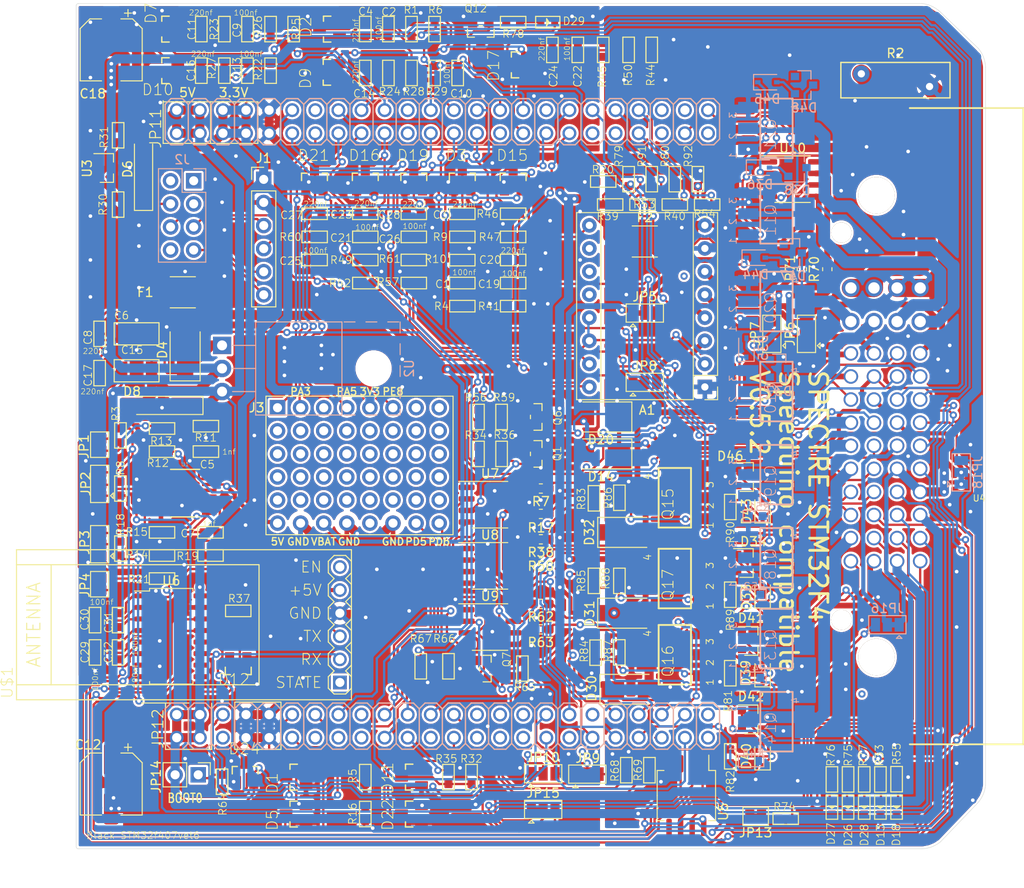
<source format=kicad_pcb>
(kicad_pcb (version 20171130) (host pcbnew 5.1.6-c6e7f7d~87~ubuntu18.04.1)
  (layers (0 Top signal) (31 Bottom signal) (34 B.Paste user hide) (35 F.Paste user hide) (36 B.SilkS user hide) (37 F.SilkS user) (38 B.Mask user hide) (39 F.Mask user hide) (44 Edge.Cuts user))
  (net 0 "")
  (net 1 GND)
  (net 2 "Net-(U1-Pad12)")
  (net 3 "Net-(U1-Pad7)")
  (net 4 "Net-(U1-Pad2)")
  (net 5 /BT_TX)
  (net 6 "Net-(Q7-Pad1)")
  (net 7 "Net-(C6-Pad2)")
  (net 8 "Net-(C3-Pad2)")
  (net 9 "Net-(C5-Pad2)")
  (net 10 "Net-(C5-Pad1)")
  (net 11 "Net-(JP2-Pad2)")
  (net 12 "Net-(Q1-Pad1)")
  (net 13 PWR_GND)
  (net 14 VBAT)
  (net 15 INJ1-OUT)
  (net 16 INJ2-OUT)
  (net 17 INJ3-OUT)
  (net 18 INJ4-OUT)
  (net 19 IDLE1-OUT)
  (net 20 IDLE2-OUT)
  (net 21 V_IDLE)
  (net 22 FUEL_PUMP)
  (net 23 FAN)
  (net 24 IGN1-OUT)
  (net 25 IGN2-OUT)
  (net 26 IGN3-OUT)
  (net 27 IGN4-OUT)
  (net 28 STEP_1B_OUT)
  (net 29 STEP_1A_OUT)
  (net 30 STEP_2B_OUT)
  (net 31 STEP_2A_OUT)
  (net 32 MAP)
  (net 33 5V)
  (net 34 O2)
  (net 35 IAT)
  (net 36 CLT)
  (net 37 TPS)
  (net 38 VR1+)
  (net 39 VR1-)
  (net 40 VR2+)
  (net 41 VR2-)
  (net 42 3.3V)
  (net 43 TACHO-OUT)
  (net 44 FLEX_FUEL_IN)
  (net 45 VBAT_F1)
  (net 46 PA2)
  (net 47 BARO)
  (net 48 PA1)
  (net 49 PA3)
  (net 50 PB1)
  (net 51 PC13)
  (net 52 PD3)
  (net 53 PD12)
  (net 54 PD13)
  (net 55 PD14)
  (net 56 PD15)
  (net 57 PE0)
  (net 58 PE1)
  (net 59 PC8)
  (net 60 BOOT0)
  (net 61 BOOT1)
  (net 62 PA9)
  (net 63 PA10)
  (net 64 PD4)
  (net 65 PC2)
  (net 66 PE7)
  (net 67 PE5)
  (net 68 "Net-(A1-Pad12)")
  (net 69 "Net-(A1-Pad11)")
  (net 70 "Net-(A1-Pad10)")
  (net 71 PE2)
  (net 72 PC3)
  (net 73 PC5)
  (net 74 PC1)
  (net 75 PC4)
  (net 76 PC0)
  (net 77 PB14)
  (net 78 PB13)
  (net 79 PB12)
  (net 80 PB11)
  (net 81 PB10)
  (net 82 PE15)
  (net 83 PE14)
  (net 84 PE13)
  (net 85 PE12)
  (net 86 PE11)
  (net 87 PE10)
  (net 88 PE9)
  (net 89 PE8)
  (net 90 PA5)
  (net 91 PA4)
  (net 92 PA0)
  (net 93 PE6)
  (net 94 PE4)
  (net 95 PE3)
  (net 96 PB15)
  (net 97 PD8)
  (net 98 PD9)
  (net 99 PD10)
  (net 100 PD11)
  (net 101 PC6)
  (net 102 PC7)
  (net 103 PA8)
  (net 104 PD0)
  (net 105 PD1)
  (net 106 PD5)
  (net 107 PD6)
  (net 108 PD7)
  (net 109 PB3)
  (net 110 PB5)
  (net 111 PB6)
  (net 112 PB7)
  (net 113 PB8)
  (net 114 PB9)
  (net 115 BOOST-OUT)
  (net 116 INJ5-OUT)
  (net 117 INJ7-OUT)
  (net 118 INJ6-OUT)
  (net 119 INJ8-OUT)
  (net 120 CANL)
  (net 121 CANH)
  (net 122 "Net-(C29-Pad1)")
  (net 123 "Net-(C30-Pad1)")
  (net 124 RS232_TX)
  (net 125 RS232_RX)
  (net 126 "Net-(J2-Pad8)")
  (net 127 SPI1_MISO)
  (net 128 BME280_CS)
  (net 129 "Net-(J2-Pad3)")
  (net 130 "Net-(J2-Pad2)")
  (net 131 "Net-(J2-Pad1)")
  (net 132 SPI1_MOSI)
  (net 133 SPI1_SCK)
  (net 134 "Net-(JP5-Pad2)")
  (net 135 "Net-(C7-Pad2)")
  (net 136 "Net-(C7-Pad1)")
  (net 137 "Net-(C11-Pad2)")
  (net 138 "Net-(C20-Pad2)")
  (net 139 "Net-(D11-Pad3)")
  (net 140 "Net-(D13-Pad+)")
  (net 141 "Net-(D18-Pad+)")
  (net 142 "Net-(D26-Pad+)")
  (net 143 "Net-(JP1-Pad1)")
  (net 144 "Net-(JP3-Pad2)")
  (net 145 "Net-(JP3-Pad3)")
  (net 146 "Net-(JP4-Pad1)")
  (net 147 "Net-(JP6-Pad2)")
  (net 148 "Net-(JP7-Pad2)")
  (net 149 "Net-(JP8-Pad2)")
  (net 150 "Net-(JP12-Pad36)")
  (net 151 "Net-(JP12-Pad32)")
  (net 152 "Net-(JP12-Pad31)")
  (net 153 "Net-(JP12-Pad30)")
  (net 154 "Net-(JP12-Pad29)")
  (net 155 "Net-(JP12-Pad28)")
  (net 156 "Net-(JP12-Pad27)")
  (net 157 "Net-(JP12-Pad24)")
  (net 158 "Net-(Q6-Pad1)")
  (net 159 "Net-(R69-Pad2)")
  (net 160 "Net-(U5-Pad5)")
  (net 161 "Net-(U6-Pad10)")
  (net 162 "Net-(U6-Pad9)")
  (net 163 "Net-(U6-Pad8)")
  (net 164 "Net-(U6-Pad7)")
  (net 165 AIN_2)
  (net 166 AIN_1)
  (net 167 AIN_3)
  (net 168 "Net-(U$1-Pad6)")
  (net 169 "Net-(U$1-Pad1)")
  (net 170 Spare_1-Out)
  (net 171 Spare_2-Out)
  (net 172 "Net-(D27-Pad+)")
  (net 173 PA6)
  (net 174 "Net-(C14-Pad2)")
  (net 175 "Net-(C22-Pad2)")
  (net 176 "Net-(C31-Pad2)")
  (net 177 "Net-(C31-Pad1)")
  (net 178 "Net-(C32-Pad2)")
  (net 179 "Net-(C32-Pad1)")
  (net 180 "Net-(D28-Pad+)")
  (net 181 "Net-(D29-Pad-)")
  (net 182 "Net-(D29-Pad+)")
  (net 183 "Net-(JP9-Pad2)")
  (net 184 "Net-(JP10-Pad2)")
  (net 185 "Net-(JP11-Pad33)")
  (net 186 "Net-(JP11-Pad30)")
  (net 187 "Net-(JP11-Pad22)")
  (net 188 "Net-(JP11-Pad21)")
  (net 189 "Net-(Q15-Pad1)")
  (net 190 "Net-(Q16-Pad1)")
  (net 191 "Net-(Q17-Pad1)")
  (net 192 "Net-(R30-Pad2)")
  (net 193 "Net-(U7-Pad8)")
  (net 194 "Net-(U7-Pad1)")
  (net 195 "Net-(U8-Pad8)")
  (net 196 "Net-(U8-Pad1)")
  (net 197 "Net-(D33-Pad2)")
  (net 198 "Net-(D33-Pad1)")
  (net 199 "Net-(D35-Pad2)")
  (net 200 "Net-(D35-Pad1)")
  (net 201 "Net-(D36-Pad2)")
  (net 202 "Net-(D36-Pad1)")
  (net 203 "Net-(D39-Pad2)")
  (net 204 "Net-(D39-Pad1)")
  (net 205 "Net-(D40-Pad2)")
  (net 206 "Net-(D40-Pad1)")
  (net 207 "Net-(D43-Pad2)")
  (net 208 "Net-(D43-Pad1)")
  (net 209 "Net-(D44-Pad2)")
  (net 210 "Net-(D44-Pad1)")
  (net 211 "Net-(D45-Pad2)")
  (net 212 "Net-(D45-Pad1)")
  (net 213 "Net-(JP16-Pad2)")
  (net 214 IGN5-OUT)
  (net 215 "Net-(U9-Pad8)")
  (net 216 IGN6-OUT)
  (net 217 "Net-(U9-Pad1)")
  (net 218 "Net-(J3-Pad10)")
  (net 219 "Net-(J3-Pad9)")
  (net 220 "Net-(J3-Pad8)")
  (net 221 "Net-(J3-Pad7)")
  (net 222 "Net-(J3-Pad3)")
  (net 223 "Net-(J3-Pad1)")
  (net 224 "Net-(J3-Pad45)")
  (net 225 "Net-(J3-Pad40)")
  (net 226 "Net-(J3-Pad39)")
  (net 227 "Net-(J3-Pad38)")
  (net 228 "Net-(J3-Pad37)")
  (net 229 "Net-(J3-Pad36)")
  (net 230 "Net-(J3-Pad35)")
  (net 231 "Net-(J3-Pad34)")
  (net 232 "Net-(J3-Pad33)")
  (net 233 "Net-(J3-Pad32)")
  (net 234 "Net-(J3-Pad31)")
  (net 235 "Net-(J3-Pad30)")
  (net 236 "Net-(J3-Pad29)")
  (net 237 "Net-(J3-Pad28)")
  (net 238 "Net-(J3-Pad27)")
  (net 239 "Net-(J3-Pad26)")
  (net 240 "Net-(J3-Pad25)")
  (net 241 "Net-(J3-Pad24)")
  (net 242 "Net-(J3-Pad23)")
  (net 243 "Net-(J3-Pad22)")
  (net 244 "Net-(J3-Pad21)")
  (net 245 "Net-(J3-Pad20)")
  (net 246 "Net-(J3-Pad19)")
  (net 247 "Net-(J3-Pad18)")
  (net 248 "Net-(J3-Pad17)")
  (net 249 "Net-(J3-Pad16)")
  (net 250 "Net-(J3-Pad15)")
  (net 251 "Net-(J3-Pad14)")
  (net 252 "Net-(J3-Pad13)")
  (net 253 "Net-(J3-Pad12)")
  (net 254 "Net-(J3-Pad11)")
  (net 255 "Net-(JP18-Pad2)")
  (net 256 "Net-(U10-Pad8)")
  (net 257 "Net-(U10-Pad1)")
  (net 258 "Net-(JP2-Pad1)")
  (net 259 "Net-(JP15-Pad2)")
  (net 260 BOOT0_EXT)
  (net 261 "Net-(R7-Pad2)")
  (net 262 "Net-(R17-Pad2)")
  (net 263 "Net-(R38-Pad2)")
  (net 264 "Net-(R58-Pad2)")
  (net 265 "Net-(R62-Pad2)")
  (net 266 "Net-(R63-Pad2)")
  (net 267 "Net-(R70-Pad2)")
  (net 268 "Net-(R71-Pad2)")
  (net 269 "Net-(JP13-Pad1)")
  (net 270 "Net-(R68-Pad2)")
  (module Speeduino_base:Molex_48 (layer Top) (at 203 63.5 180)
    (fp_text reference U4 (at -10.2997 -7.9248) (layer F.SilkS) (effects (font (size 0.7 0.7) (thickness 0.1))))
    (fp_text value molex_48pin)
    (pad 45 thru_hole circle (at -3.81 -14.85 180) (size 1.6 1.6) (drill 1.2) (layers *.Cu *.Mask) (net 120 CANL))
    (pad 46 thru_hole circle (at -1.27 -14.85 180) (size 1.6 1.6) (drill 1.2) (layers *.Cu *.Mask) (net 42 3.3V))
    (pad 47 thru_hole circle (at 1.27 -14.85 180) (size 1.6 1.6) (drill 1.2) (layers *.Cu *.Mask) (net 115 BOOST-OUT))
    (pad 48 thru_hole circle (at 3.81 -14.85 180) (size 1.6 1.6) (drill 1.2) (layers *.Cu *.Mask) (net 43 TACHO-OUT))
    (pad 41 thru_hole circle (at -3.81 -12.31 180) (size 1.6 1.6) (drill 1.2) (layers *.Cu *.Mask) (net 40 VR2+))
    (pad 42 thru_hole circle (at -1.27 -12.31 180) (size 1.6 1.6) (drill 1.2) (layers *.Cu *.Mask) (net 39 VR1-))
    (pad 43 thru_hole circle (at 1.27 -12.31 180) (size 1.6 1.6) (drill 1.2) (layers *.Cu *.Mask) (net 38 VR1+))
    (pad 44 thru_hole circle (at 3.81 -12.31 180) (size 1.6 1.6) (drill 1.2) (layers *.Cu *.Mask) (net 16 INJ2-OUT))
    (pad 37 thru_hole circle (at -3.81 -9.77 180) (size 1.6 1.6) (drill 1.2) (layers *.Cu *.Mask) (net 33 5V))
    (pad 38 thru_hole circle (at -1.27 -9.77 180) (size 1.6 1.6) (drill 1.2) (layers *.Cu *.Mask) (net 259 "Net-(JP15-Pad2)"))
    (pad 39 thru_hole circle (at 1.27 -9.77 180) (size 1.6 1.6) (drill 1.2) (layers *.Cu *.Mask) (net 41 VR2-))
    (pad 40 thru_hole circle (at 3.81 -9.77 180) (size 1.6 1.6) (drill 1.2) (layers *.Cu *.Mask) (net 27 IGN4-OUT))
    (pad 33 thru_hole circle (at -3.81 -7.23 180) (size 1.6 1.6) (drill 1.2) (layers *.Cu *.Mask) (net 1 GND))
    (pad 34 thru_hole circle (at -1.27 -7.23 180) (size 1.6 1.6) (drill 1.2) (layers *.Cu *.Mask) (net 125 RS232_RX))
    (pad 35 thru_hole circle (at 1.27 -7.23 180) (size 1.6 1.6) (drill 1.2) (layers *.Cu *.Mask) (net 37 TPS))
    (pad 36 thru_hole circle (at 3.81 -7.23 180) (size 1.6 1.6) (drill 1.2) (layers *.Cu *.Mask) (net 26 IGN3-OUT))
    (pad 29 thru_hole circle (at -3.81 -4.69 180) (size 1.6 1.6) (drill 1.2) (layers *.Cu *.Mask) (net 121 CANH))
    (pad 30 thru_hole circle (at -1.27 -4.69 180) (size 1.6 1.6) (drill 1.2) (layers *.Cu *.Mask) (net 1 GND))
    (pad 31 thru_hole circle (at 1.27 -4.69 180) (size 1.6 1.6) (drill 1.2) (layers *.Cu *.Mask) (net 25 IGN2-OUT))
    (pad 32 thru_hole circle (at 3.81 -4.69 180) (size 1.6 1.6) (drill 1.2) (layers *.Cu *.Mask) (net 15 INJ1-OUT))
    (pad 25 thru_hole circle (at -3.81 -2.15 180) (size 1.6 1.6) (drill 1.2) (layers *.Cu *.Mask) (net 32 MAP))
    (pad 26 thru_hole circle (at -1.27 -2.15 180) (size 1.6 1.6) (drill 1.2) (layers *.Cu *.Mask) (net 213 "Net-(JP16-Pad2)"))
    (pad 27 thru_hole circle (at 1.27 -2.15 180) (size 1.6 1.6) (drill 1.2) (layers *.Cu *.Mask) (net 36 CLT))
    (pad 28 thru_hole circle (at 3.81 -2.15 180) (size 1.6 1.6) (drill 1.2) (layers *.Cu *.Mask) (net 17 INJ3-OUT))
    (pad 21 thru_hole circle (at -3.81 0.39 180) (size 1.6 1.6) (drill 1.2) (layers *.Cu *.Mask) (net 124 RS232_TX))
    (pad 22 thru_hole circle (at -1.27 0.39 180) (size 1.6 1.6) (drill 1.2) (layers *.Cu *.Mask) (net 255 "Net-(JP18-Pad2)"))
    (pad 23 thru_hole circle (at 1.27 0.39 180) (size 1.6 1.6) (drill 1.2) (layers *.Cu *.Mask) (net 34 O2))
    (pad 24 thru_hole circle (at 3.81 0.39 180) (size 1.6 1.6) (drill 1.2) (layers *.Cu *.Mask) (net 18 INJ4-OUT))
    (pad 17 thru_hole circle (at -3.81 2.93 180) (size 1.6 1.6) (drill 1.2) (layers *.Cu *.Mask) (net 35 IAT))
    (pad 18 thru_hole circle (at -1.27 2.93 180) (size 1.6 1.6) (drill 1.2) (layers *.Cu *.Mask) (net 166 AIN_1))
    (pad 19 thru_hole circle (at 1.27 2.93 180) (size 1.6 1.6) (drill 1.2) (layers *.Cu *.Mask) (net 22 FUEL_PUMP))
    (pad 20 thru_hole circle (at 3.81 2.93 180) (size 1.6 1.6) (drill 1.2) (layers *.Cu *.Mask) (net 167 AIN_3))
    (pad 13 thru_hole circle (at -3.81 5.47 180) (size 1.6 1.6) (drill 1.2) (layers *.Cu *.Mask) (net 24 IGN1-OUT))
    (pad 14 thru_hole circle (at -1.27 5.47 180) (size 1.6 1.6) (drill 1.2) (layers *.Cu *.Mask) (net 165 AIN_2))
    (pad 15 thru_hole circle (at 1.27 5.47 180) (size 1.6 1.6) (drill 1.2) (layers *.Cu *.Mask) (net 23 FAN))
    (pad 16 thru_hole circle (at 3.81 5.47 180) (size 1.6 1.6) (drill 1.2) (layers *.Cu *.Mask) (net 149 "Net-(JP8-Pad2)"))
    (pad 9 thru_hole circle (at -3.81 8.01 180) (size 1.6 1.6) (drill 1.2) (layers *.Cu *.Mask) (net 134 "Net-(JP5-Pad2)"))
    (pad 10 thru_hole circle (at -1.27 8.01 180) (size 1.6 1.6) (drill 1.2) (layers *.Cu *.Mask) (net 47 BARO))
    (pad 11 thru_hole circle (at 1.27 8.01 180) (size 1.6 1.6) (drill 1.2) (layers *.Cu *.Mask) (net 147 "Net-(JP6-Pad2)"))
    (pad 12 thru_hole circle (at 3.81 8.01 180) (size 1.6 1.6) (drill 1.2) (layers *.Cu *.Mask) (net 148 "Net-(JP7-Pad2)"))
    (pad 5 thru_hole circle (at -3.81 11.51 180) (size 1.9 1.9) (drill 1.25) (layers *.Cu *.Mask) (net 119 INJ8-OUT))
    (pad 6 thru_hole circle (at -1.27 11.51 180) (size 1.9 1.9) (drill 1.25) (layers *.Cu *.Mask) (net 117 INJ7-OUT))
    (pad 7 thru_hole circle (at 1.27 11.51 180) (size 1.9 1.9) (drill 1.25) (layers *.Cu *.Mask) (net 116 INJ5-OUT))
    (pad 8 thru_hole circle (at 3.81 11.51 180) (size 1.9 1.9) (drill 1.25) (layers *.Cu *.Mask) (net 118 INJ6-OUT))
    (pad 1 thru_hole circle (at -3.81 15.21 180) (size 1.9 1.9) (drill 1.25) (layers *.Cu *.Mask) (net 13 PWR_GND))
    (pad 2 thru_hole circle (at -1.27 15.21 180) (size 1.9 1.9) (drill 1.25) (layers *.Cu *.Mask) (net 13 PWR_GND))
    (pad 3 thru_hole circle (at 1.27 15.21 180) (size 1.9 1.9) (drill 1.25) (layers *.Cu *.Mask) (net 14 VBAT))
    (pad 4 thru_hole circle (at 3.81 15.21 180) (size 1.9 1.9) (drill 1.25) (layers *.Cu *.Mask) (net 14 VBAT))
    (pad "" thru_hole circle (at 1 25.4 180) (size 4 4) (drill 4) (layers *.Cu *.Mask F.SilkS))
    (pad "" thru_hole circle (at 1 -25.4 180) (size 4 4) (drill 4) (layers *.Cu *.Mask F.SilkS))
    (pad "" thru_hole circle (at 4.85 21.3 180) (size 2.2 2.2) (drill 2.2) (layers *.Cu *.Mask F.SilkS))
    (pad "" thru_hole circle (at 4.85 -21.3 180) (size 2.2 2.2) (drill 2.2) (layers *.Cu *.Mask F.SilkS))
  )
  (module Resistor_SMD:R_0603_1608Metric_Pad1.05x0.95mm_HandSolder (layer Top) (at 193.802 46.228 90)
    (fp_text reference R71 (at 0.113 -1.27 90) (layer F.SilkS))
    (fp_text value 10R)
    (pad 2 smd roundrect (at 0.875 0 90) (size 1.05 0.95) (layers Top F.Paste F.Mask) (net 268 "Net-(R71-Pad2)"))
    (pad 1 smd roundrect (at -0.875 0 90) (size 1.05 0.95) (layers Top F.Paste F.Mask) (net 170 Spare_1-Out))
  )
  (module Resistor_SMD:R_0603_1608Metric_Pad1.05x0.95mm_HandSolder (layer Top) (at 196.596 46.228 90)
    (fp_text reference R70 (at 0 -1.43 90) (layer F.SilkS))
    (fp_text value 10R)
    (pad 2 smd roundrect (at 0.875 0 90) (size 1.05 0.95) (layers Top F.Paste F.Mask) (net 267 "Net-(R70-Pad2)"))
    (pad 1 smd roundrect (at -0.875 0 90) (size 1.05 0.95) (layers Top F.Paste F.Mask) (net 171 Spare_2-Out))
  )
  (module Speeduino_base:R0603 (layer Top) (at 130.048 102.616)
    (fp_text reference R64 (at 0.5715 3.81 -90) (layer F.SilkS) (effects (font (size 0.84455 0.84455) (thickness 0.0929)) (justify left bottom)))
    (fp_text value 470R)
    (pad 2 smd roundrect (at 0 0.762 270) (size 0.889 0.889) (layers Top F.Paste F.Mask) (roundrect_rratio 0.125) (net 260 BOOT0_EXT))
    (pad 1 smd roundrect (at 0 -0.762 270) (size 0.889 0.889) (layers Top F.Paste F.Mask) (roundrect_rratio 0.125) (net 60 BOOT0))
  )
  (module Resistor_SMD:R_0603_1608Metric_Pad1.05x0.95mm_HandSolder (layer Top) (at 165.1 85.852 180)
    (fp_text reference R63 (at 0 -1.43) (layer F.SilkS))
    (fp_text value 10R)
    (pad 2 smd roundrect (at 0.875 0 180) (size 1.05 0.95) (layers Top F.Paste F.Mask) (net 266 "Net-(R63-Pad2)"))
    (pad 1 smd roundrect (at -0.875 0 180) (size 1.05 0.95) (layers Top F.Paste F.Mask) (net 216 IGN6-OUT))
  )
  (module Resistor_SMD:R_0603_1608Metric_Pad1.05x0.95mm_HandSolder (layer Top) (at 165.1 83.058 180)
    (fp_text reference R62 (at 0 -1.43) (layer F.SilkS))
    (fp_text value 10R)
    (pad 2 smd roundrect (at 0.875 0 180) (size 1.05 0.95) (layers Top F.Paste F.Mask) (net 265 "Net-(R62-Pad2)"))
    (pad 1 smd roundrect (at -0.875 0 180) (size 1.05 0.95) (layers Top F.Paste F.Mask) (net 214 IGN5-OUT))
  )
  (module Resistor_SMD:R_0603_1608Metric_Pad1.05x0.95mm_HandSolder (layer Top) (at 165.1 77.47 180)
    (fp_text reference R58 (at 0 -1.43) (layer F.SilkS))
    (fp_text value 10R)
    (pad 2 smd roundrect (at 0.875 0 180) (size 1.05 0.95) (layers Top F.Paste F.Mask) (net 264 "Net-(R58-Pad2)"))
    (pad 1 smd roundrect (at -0.875 0 180) (size 1.05 0.95) (layers Top F.Paste F.Mask) (net 27 IGN4-OUT))
  )
  (module Resistor_SMD:R_0603_1608Metric_Pad1.05x0.95mm_HandSolder (layer Top) (at 165.1 75.946 180)
    (fp_text reference R38 (at 0 -1.43) (layer F.SilkS))
    (fp_text value 10R)
    (pad 2 smd roundrect (at 0.875 0 180) (size 1.05 0.95) (layers Top F.Paste F.Mask) (net 263 "Net-(R38-Pad2)"))
    (pad 1 smd roundrect (at -0.875 0 180) (size 1.05 0.95) (layers Top F.Paste F.Mask) (net 26 IGN3-OUT))
  )
  (module Resistor_SMD:R_0603_1608Metric_Pad1.05x0.95mm_HandSolder (layer Top) (at 165.1 73.152 180)
    (fp_text reference R17 (at 0 -1.524) (layer F.SilkS))
    (fp_text value 10R)
    (pad 2 smd roundrect (at 0.875 0 180) (size 1.05 0.95) (layers Top F.Paste F.Mask) (net 262 "Net-(R17-Pad2)"))
    (pad 1 smd roundrect (at -0.875 0 180) (size 1.05 0.95) (layers Top F.Paste F.Mask) (net 25 IGN2-OUT))
  )
  (module Resistor_SMD:R_0603_1608Metric_Pad1.05x0.95mm_HandSolder (layer Top) (at 165.1 70.358 180)
    (fp_text reference R7 (at 0 -1.43) (layer F.SilkS))
    (fp_text value 10R)
    (pad 2 smd roundrect (at 0.875 0 180) (size 1.05 0.95) (layers Top F.Paste F.Mask) (net 261 "Net-(R7-Pad2)"))
    (pad 1 smd roundrect (at -0.875 0 180) (size 1.05 0.95) (layers Top F.Paste F.Mask) (net 24 IGN1-OUT))
  )
  (module Jumper:SolderJumper-3_P1.3mm_Bridged12_Pad1.0x1.5mm (layer Top) (at 165.354 105.664)
    (fp_text reference JP15 (at 0 -1.8) (layer F.SilkS))
    (fp_text value SolderJumper_3_Bridged12)
    (fp_poly (pts (xy -0.9 -0.3) (xy -0.4 -0.3) (xy -0.4 0.3) (xy -0.9 0.3)) (layer Top) (width 0))
    (pad 2 smd rect (at 0 0) (size 1 1.5) (layers Top F.Mask) (net 259 "Net-(JP15-Pad2)"))
    (pad 3 smd rect (at 1.3 0) (size 1 1.5) (layers Top F.Mask) (net 260 BOOT0_EXT))
    (pad 1 smd rect (at -1.3 0) (size 1 1.5) (layers Top F.Mask) (net 44 FLEX_FUEL_IN))
  )
  (module Speeduino_base:SOT23 (layer Top) (at 132.588 101.6)
    (fp_text reference D24 (at -1.905 -1.905) (layer F.SilkS) (effects (font (size 1.2065 1.2065) (thickness 0.09652)) (justify left bottom)))
    (fp_text value BAT54S hide)
    (pad 1 smd rect (at -0.95 1.1) (size 1 1.4) (layers Top F.Paste F.Mask) (net 1 GND))
    (pad 2 smd rect (at 0.95 1.1) (size 1 1.4) (layers Top F.Paste F.Mask) (net 42 3.3V))
    (pad 3 smd rect (at 0 -1.1) (size 1 1.4) (layers Top F.Paste F.Mask) (net 60 BOOT0))
  )
  (module Speeduino_base:SOT223 (layer Bottom) (at 191.008 40.132 90)
    (fp_text reference Q11 (at -2.54 0.0508 270) (layer B.SilkS) (effects (font (size 1.2065 1.2065) (thickness 0.09652)) (justify right bottom mirror)))
    (fp_text value BSP78)
    (fp_text user 2 (at -1.2906 -4.3274 90) (layer B.SilkS) (effects (font (size 0.77216 0.77216) (thickness 0.097536)) (justify right bottom mirror)))
    (fp_text user 1 (at -3.4526 -4.318 90) (layer B.SilkS) (effects (font (size 0.77216 0.77216) (thickness 0.097536)) (justify right bottom mirror)))
    (fp_text user 4 (at 1.905 2.54 90) (layer B.SilkS) (effects (font (size 0.77216 0.77216) (thickness 0.097536)) (justify right bottom mirror)))
    (fp_text user 3 (at 1.0208 -4.318 90) (layer B.SilkS) (effects (font (size 0.77216 0.77216) (thickness 0.097536)) (justify right bottom mirror)))
    (pad 4 smd rect (at 0 3.099 90) (size 3.6 2.2) (layers Bottom B.Paste B.Mask) (net 117 INJ7-OUT))
    (pad 3 smd rect (at 2.3114 -3.0988 90) (size 1.2192 2.2352) (layers Bottom B.Paste B.Mask) (net 13 PWR_GND))
    (pad 2 smd rect (at 0 -3.0988 90) (size 1.2192 2.2352) (layers Bottom B.Paste B.Mask) (net 117 INJ7-OUT))
    (pad 1 smd rect (at -2.3114 -3.0988 90) (size 1.2192 2.2352) (layers Bottom B.Paste B.Mask) (net 202 "Net-(D36-Pad1)"))
  )
  (module Speeduino_base:C0603 (layer Top) (at 127.762 19.812 180)
    (fp_text reference C11 (at 1.524 -1.27 270) (layer F.SilkS) (effects (font (size 0.84455 0.84455) (thickness 0.0929)) (justify left top)))
    (fp_text value 220nf (at 1.397 2.159) (layer F.SilkS) (effects (font (size 0.60325 0.60325) (thickness 0.060325)) (justify left top)))
    (pad 2 smd roundrect (at 0 0.762 90) (size 0.889 0.889) (layers Top F.Paste F.Mask) (roundrect_rratio 0.125) (net 137 "Net-(C11-Pad2)"))
    (pad 1 smd roundrect (at 0 -0.762 90) (size 0.889 0.889) (layers Top F.Paste F.Mask) (roundrect_rratio 0.125) (net 1 GND))
  )
  (module Package_SO:SO-8_3.9x4.9mm_P1.27mm (layer Top) (at 192.786 36.322)
    (fp_text reference U10 (at 0 -3.4) (layer F.SilkS))
    (fp_text value MIC4427)
    (pad 8 smd roundrect (at 2.575 -1.905) (size 1.75 0.6) (layers Top F.Paste F.Mask) (net 256 "Net-(U10-Pad8)"))
    (pad 7 smd roundrect (at 2.575 -0.635) (size 1.75 0.6) (layers Top F.Paste F.Mask) (net 267 "Net-(R70-Pad2)"))
    (pad 6 smd roundrect (at 2.575 0.635) (size 1.75 0.6) (layers Top F.Paste F.Mask) (net 21 V_IDLE))
    (pad 5 smd roundrect (at 2.575 1.905) (size 1.75 0.6) (layers Top F.Paste F.Mask) (net 268 "Net-(R71-Pad2)"))
    (pad 4 smd roundrect (at -2.575 1.905) (size 1.75 0.6) (layers Top F.Paste F.Mask) (net 78 PB13))
    (pad 3 smd roundrect (at -2.575 0.635) (size 1.75 0.6) (layers Top F.Paste F.Mask) (net 13 PWR_GND))
    (pad 2 smd roundrect (at -2.575 -0.635) (size 1.75 0.6) (layers Top F.Paste F.Mask) (net 79 PB12))
    (pad 1 smd roundrect (at -2.575 -1.905) (size 1.75 0.6) (layers Top F.Paste F.Mask) (net 257 "Net-(U10-Pad1)"))
  )
  (module Jumper:SolderJumper-3_P1.3mm_Bridged12_Pad1.0x1.5mm (layer Bottom) (at 203.2 85.344 180)
    (fp_text reference JP16 (at 0 1.8) (layer B.SilkS) (effects (justify mirror)))
    (fp_text value SolderJumper_3_Bridged12)
    (fp_poly (pts (xy -0.9 0.3) (xy -0.4 0.3) (xy -0.4 -0.3) (xy -0.9 -0.3)) (layer Bottom) (width 0))
    (pad 2 smd rect (at 0 0 180) (size 1 1.5) (layers Bottom B.Mask) (net 213 "Net-(JP16-Pad2)"))
    (pad 3 smd rect (at 1.3 0 180) (size 1 1.5) (layers Bottom B.Mask) (net 216 IGN6-OUT))
    (pad 1 smd rect (at -1.3 0 180) (size 1 1.5) (layers Bottom B.Mask) (net 1 GND))
  )
  (module Jumper:SolderJumper-3_P1.3mm_Bridged12_Pad1.0x1.5mm (layer Bottom) (at 211.328 68.58 90)
    (fp_text reference JP18 (at 0 1.8 90) (layer B.SilkS) (effects (justify mirror)))
    (fp_text value SolderJumper_3_Bridged12)
    (fp_poly (pts (xy -0.9 0.3) (xy -0.4 0.3) (xy -0.4 -0.3) (xy -0.9 -0.3)) (layer Bottom) (width 0))
    (pad 2 smd rect (at 0 0 90) (size 1 1.5) (layers Bottom B.Mask) (net 255 "Net-(JP18-Pad2)"))
    (pad 3 smd rect (at 1.3 0 90) (size 1 1.5) (layers Bottom B.Mask) (net 214 IGN5-OUT))
    (pad 1 smd rect (at -1.3 0 90) (size 1 1.5) (layers Bottom B.Mask) (net 1 GND))
  )
  (module Speeduino_base:Proto_area (layer Top) (at 136.144 61.468)
    (fp_text reference J3 (at -2.286 0) (layer F.SilkS))
    (fp_text value ProtoArea)
    (pad 48 thru_hole oval (at 17.78 12.7) (size 1.7 1.7) (drill 1) (layers *.Cu *.Mask) (net 107 PD6))
    (pad 47 thru_hole oval (at 15.24 12.7) (size 1.7 1.7) (drill 1) (layers *.Cu *.Mask) (net 106 PD5))
    (pad 46 thru_hole oval (at 12.7 12.7) (size 1.7 1.7) (drill 1) (layers *.Cu *.Mask) (net 1 GND))
    (pad 45 thru_hole oval (at 10.16 12.7) (size 1.7 1.7) (drill 1) (layers *.Cu *.Mask) (net 224 "Net-(J3-Pad45)"))
    (pad 44 thru_hole oval (at 7.62 12.7) (size 1.7 1.7) (drill 1) (layers *.Cu *.Mask) (net 1 GND))
    (pad 43 thru_hole oval (at 5.08 12.7) (size 1.7 1.7) (drill 1) (layers *.Cu *.Mask) (net 14 VBAT))
    (pad 42 thru_hole oval (at 2.54 12.7) (size 1.7 1.7) (drill 1) (layers *.Cu *.Mask) (net 1 GND))
    (pad 41 thru_hole oval (at 0 12.7) (size 1.7 1.7) (drill 1) (layers *.Cu *.Mask) (net 33 5V))
    (pad 40 thru_hole oval (at 17.78 10.16) (size 1.7 1.7) (drill 1) (layers *.Cu *.Mask) (net 225 "Net-(J3-Pad40)"))
    (pad 39 thru_hole oval (at 15.24 10.16) (size 1.7 1.7) (drill 1) (layers *.Cu *.Mask) (net 226 "Net-(J3-Pad39)"))
    (pad 38 thru_hole oval (at 12.7 10.16) (size 1.7 1.7) (drill 1) (layers *.Cu *.Mask) (net 227 "Net-(J3-Pad38)"))
    (pad 37 thru_hole oval (at 10.16 10.16) (size 1.7 1.7) (drill 1) (layers *.Cu *.Mask) (net 228 "Net-(J3-Pad37)"))
    (pad 36 thru_hole oval (at 7.62 10.16) (size 1.7 1.7) (drill 1) (layers *.Cu *.Mask) (net 229 "Net-(J3-Pad36)"))
    (pad 35 thru_hole oval (at 5.08 10.16) (size 1.7 1.7) (drill 1) (layers *.Cu *.Mask) (net 230 "Net-(J3-Pad35)"))
    (pad 34 thru_hole oval (at 2.54 10.16) (size 1.7 1.7) (drill 1) (layers *.Cu *.Mask) (net 231 "Net-(J3-Pad34)"))
    (pad 33 thru_hole oval (at 0 10.16) (size 1.7 1.7) (drill 1) (layers *.Cu *.Mask) (net 232 "Net-(J3-Pad33)"))
    (pad 32 thru_hole oval (at 17.78 7.62) (size 1.7 1.7) (drill 1) (layers *.Cu *.Mask) (net 233 "Net-(J3-Pad32)"))
    (pad 31 thru_hole oval (at 15.24 7.62) (size 1.7 1.7) (drill 1) (layers *.Cu *.Mask) (net 234 "Net-(J3-Pad31)"))
    (pad 30 thru_hole oval (at 12.7 7.62) (size 1.7 1.7) (drill 1) (layers *.Cu *.Mask) (net 235 "Net-(J3-Pad30)"))
    (pad 29 thru_hole oval (at 10.16 7.62) (size 1.7 1.7) (drill 1) (layers *.Cu *.Mask) (net 236 "Net-(J3-Pad29)"))
    (pad 28 thru_hole oval (at 7.62 7.62) (size 1.7 1.7) (drill 1) (layers *.Cu *.Mask) (net 237 "Net-(J3-Pad28)"))
    (pad 27 thru_hole oval (at 5.08 7.62) (size 1.7 1.7) (drill 1) (layers *.Cu *.Mask) (net 238 "Net-(J3-Pad27)"))
    (pad 26 thru_hole oval (at 2.54 7.62) (size 1.7 1.7) (drill 1) (layers *.Cu *.Mask) (net 239 "Net-(J3-Pad26)"))
    (pad 25 thru_hole oval (at 0 7.62) (size 1.7 1.7) (drill 1) (layers *.Cu *.Mask) (net 240 "Net-(J3-Pad25)"))
    (pad 24 thru_hole oval (at 17.78 5.08) (size 1.7 1.7) (drill 1) (layers *.Cu *.Mask) (net 241 "Net-(J3-Pad24)"))
    (pad 23 thru_hole oval (at 15.24 5.08) (size 1.7 1.7) (drill 1) (layers *.Cu *.Mask) (net 242 "Net-(J3-Pad23)"))
    (pad 22 thru_hole oval (at 12.7 5.08) (size 1.7 1.7) (drill 1) (layers *.Cu *.Mask) (net 243 "Net-(J3-Pad22)"))
    (pad 21 thru_hole oval (at 10.16 5.08) (size 1.7 1.7) (drill 1) (layers *.Cu *.Mask) (net 244 "Net-(J3-Pad21)"))
    (pad 20 thru_hole oval (at 7.62 5.08) (size 1.7 1.7) (drill 1) (layers *.Cu *.Mask) (net 245 "Net-(J3-Pad20)"))
    (pad 19 thru_hole oval (at 5.08 5.08) (size 1.7 1.7) (drill 1) (layers *.Cu *.Mask) (net 246 "Net-(J3-Pad19)"))
    (pad 18 thru_hole oval (at 2.54 5.08) (size 1.7 1.7) (drill 1) (layers *.Cu *.Mask) (net 247 "Net-(J3-Pad18)"))
    (pad 17 thru_hole oval (at 0 5.08) (size 1.7 1.7) (drill 1) (layers *.Cu *.Mask) (net 248 "Net-(J3-Pad17)"))
    (pad 16 thru_hole oval (at 17.78 2.54) (size 1.7 1.7) (drill 1) (layers *.Cu *.Mask) (net 249 "Net-(J3-Pad16)"))
    (pad 15 thru_hole oval (at 15.24 2.54) (size 1.7 1.7) (drill 1) (layers *.Cu *.Mask) (net 250 "Net-(J3-Pad15)"))
    (pad 14 thru_hole oval (at 12.7 2.54) (size 1.7 1.7) (drill 1) (layers *.Cu *.Mask) (net 251 "Net-(J3-Pad14)"))
    (pad 13 thru_hole oval (at 10.16 2.54) (size 1.7 1.7) (drill 1) (layers *.Cu *.Mask) (net 252 "Net-(J3-Pad13)"))
    (pad 12 thru_hole oval (at 7.62 2.54) (size 1.7 1.7) (drill 1) (layers *.Cu *.Mask) (net 253 "Net-(J3-Pad12)"))
    (pad 11 thru_hole oval (at 5.08 2.54) (size 1.7 1.7) (drill 1) (layers *.Cu *.Mask) (net 254 "Net-(J3-Pad11)"))
    (pad 10 thru_hole oval (at 2.54 2.54) (size 1.7 1.7) (drill 1) (layers *.Cu *.Mask) (net 218 "Net-(J3-Pad10)"))
    (pad 9 thru_hole oval (at 0 2.54) (size 1.7 1.7) (drill 1) (layers *.Cu *.Mask) (net 219 "Net-(J3-Pad9)"))
    (pad 8 thru_hole oval (at 17.78 0) (size 1.7 1.7) (drill 1) (layers *.Cu *.Mask) (net 220 "Net-(J3-Pad8)"))
    (pad 7 thru_hole oval (at 15.24 0) (size 1.7 1.7) (drill 1) (layers *.Cu *.Mask) (net 221 "Net-(J3-Pad7)"))
    (pad 6 thru_hole oval (at 12.7 0) (size 1.7 1.7) (drill 1) (layers *.Cu *.Mask) (net 89 PE8))
    (pad 5 thru_hole oval (at 10.16 0) (size 1.7 1.7) (drill 1) (layers *.Cu *.Mask) (net 42 3.3V))
    (pad 4 thru_hole oval (at 7.62 0) (size 1.7 1.7) (drill 1) (layers *.Cu *.Mask) (net 90 PA5))
    (pad 3 thru_hole oval (at 5.08 0) (size 1.7 1.7) (drill 1) (layers *.Cu *.Mask) (net 222 "Net-(J3-Pad3)"))
    (pad 2 thru_hole oval (at 2.54 0) (size 1.7 1.7) (drill 1) (layers *.Cu *.Mask) (net 49 PA3))
    (pad 1 thru_hole rect (at 0 0) (size 1.7 1.7) (drill 1) (layers *.Cu *.Mask) (net 46 PA2))
  )
  (module Package_TO_SOT_THT:TO-220-3_Horizontal_TabUp (layer Bottom) (at 130.048 54.61 270)
    (fp_text reference U2 (at 2.54 -20.58 270) (layer B.SilkS) (effects (justify mirror)))
    (fp_text value LM78M05_TO220)
    (pad 3 thru_hole oval (at 5.08 0 270) (size 1.905 2) (drill 1.1) (layers *.Cu *.Mask) (net 33 5V))
    (pad 2 thru_hole oval (at 2.54 0 270) (size 1.905 2) (drill 1.1) (layers *.Cu *.Mask) (net 13 PWR_GND))
    (pad 1 thru_hole rect (at 0 0 270) (size 1.905 2) (drill 1.1) (layers *.Cu *.Mask) (net 7 "Net-(C6-Pad2)"))
    (pad "" np_thru_hole oval (at 2.54 -16.66 270) (size 3.5 3.5) (drill 3.5) (layers *.Cu *.Mask))
  )
  (module Package_SO:SO-8_3.9x4.9mm_P1.27mm (layer Top) (at 159.512 85.598)
    (fp_text reference U9 (at 0 -3.4) (layer F.SilkS))
    (fp_text value MIC4427)
    (pad 8 smd roundrect (at 2.575 -1.905) (size 1.75 0.6) (layers Top F.Paste F.Mask) (net 215 "Net-(U9-Pad8)"))
    (pad 7 smd roundrect (at 2.575 -0.635) (size 1.75 0.6) (layers Top F.Paste F.Mask) (net 265 "Net-(R62-Pad2)"))
    (pad 6 smd roundrect (at 2.575 0.635) (size 1.75 0.6) (layers Top F.Paste F.Mask) (net 184 "Net-(JP10-Pad2)"))
    (pad 5 smd roundrect (at 2.575 1.905) (size 1.75 0.6) (layers Top F.Paste F.Mask) (net 266 "Net-(R63-Pad2)"))
    (pad 4 smd roundrect (at -2.575 1.905) (size 1.75 0.6) (layers Top F.Paste F.Mask) (net 112 PB7))
    (pad 3 smd roundrect (at -2.575 0.635) (size 1.75 0.6) (layers Top F.Paste F.Mask) (net 13 PWR_GND))
    (pad 2 smd roundrect (at -2.575 -0.635) (size 1.75 0.6) (layers Top F.Paste F.Mask) (net 98 PD9))
    (pad 1 smd roundrect (at -2.575 -1.905) (size 1.75 0.6) (layers Top F.Paste F.Mask) (net 217 "Net-(U9-Pad1)"))
  )
  (module Diode_SMD:D_SOD-323 (layer Top) (at 189.484 90.678 90)
    (fp_text reference D39 (at 0 -1.85 90) (layer F.SilkS))
    (fp_text value 1N4148WS)
    (pad 2 smd rect (at 1.05 0 90) (size 0.6 0.45) (layers Top F.Paste F.Mask) (net 203 "Net-(D39-Pad2)"))
    (pad 1 smd rect (at -1.05 0 90) (size 0.6 0.45) (layers Top F.Paste F.Mask) (net 204 "Net-(D39-Pad1)"))
  )
  (module Speeduino_base:R0603 (layer Top) (at 183.388 39.116 90)
    (fp_text reference R54 (at -1.524 1.016 180) (layer F.SilkS) (effects (font (size 0.84455 0.84455) (thickness 0.0929)) (justify right bottom)))
    (fp_text value 100R)
    (pad 2 smd roundrect (at 0 0.762) (size 0.889 0.889) (layers Top F.Paste F.Mask) (roundrect_rratio 0.125) (net 84 PE13))
    (pad 1 smd roundrect (at 0 -0.762) (size 0.889 0.889) (layers Top F.Paste F.Mask) (roundrect_rratio 0.125) (net 212 "Net-(D45-Pad1)"))
  )
  (module Speeduino_base:R0603 (layer Top) (at 176.276 39.116 90)
    (fp_text reference R53 (at -0.472501 1.477499 180) (layer F.SilkS) (effects (font (size 0.84455 0.84455) (thickness 0.0929)) (justify right bottom)))
    (fp_text value 100R)
    (pad 2 smd roundrect (at 0 0.762) (size 0.889 0.889) (layers Top F.Paste F.Mask) (roundrect_rratio 0.125) (net 86 PE11))
    (pad 1 smd roundrect (at 0 -0.762) (size 0.889 0.889) (layers Top F.Paste F.Mask) (roundrect_rratio 0.125) (net 210 "Net-(D44-Pad1)"))
  )
  (module Speeduino_base:R0603 (layer Bottom) (at 188.468 82.042 270)
    (fp_text reference R52 (at -0.394501 -1.419499 180) (layer B.SilkS) (effects (font (size 0.84455 0.84455) (thickness 0.0929)) (justify left bottom mirror)))
    (fp_text value 100R)
    (pad 2 smd roundrect (at 0 -0.762) (size 0.889 0.889) (layers Bottom B.Paste B.Mask) (roundrect_rratio 0.125) (net 55 PD14))
    (pad 1 smd roundrect (at 0 0.762) (size 0.889 0.889) (layers Bottom B.Paste B.Mask) (roundrect_rratio 0.125) (net 198 "Net-(D33-Pad1)"))
  )
  (module Speeduino_base:R0603 (layer Bottom) (at 188.722 73.406 270)
    (fp_text reference R51 (at -0.544501 -1.673499 180) (layer B.SilkS) (effects (font (size 0.84455 0.84455) (thickness 0.0929)) (justify left bottom mirror)))
    (fp_text value 100R)
    (pad 2 smd roundrect (at 0 -0.762) (size 0.889 0.889) (layers Bottom B.Paste B.Mask) (roundrect_rratio 0.125) (net 56 PD15))
    (pad 1 smd roundrect (at 0 0.762) (size 0.889 0.889) (layers Bottom B.Paste B.Mask) (roundrect_rratio 0.125) (net 208 "Net-(D43-Pad1)"))
  )
  (module Speeduino_base:R0603 (layer Bottom) (at 188.214 100.33 270)
    (fp_text reference R48 (at -0.368501 -1.529499 180) (layer B.SilkS) (effects (font (size 0.84455 0.84455) (thickness 0.0929)) (justify left bottom mirror)))
    (fp_text value 100R)
    (pad 2 smd roundrect (at 0 -0.762) (size 0.889 0.889) (layers Bottom B.Paste B.Mask) (roundrect_rratio 0.125) (net 54 PD13))
    (pad 1 smd roundrect (at 0 0.762) (size 0.889 0.889) (layers Bottom B.Paste B.Mask) (roundrect_rratio 0.125) (net 206 "Net-(D40-Pad1)"))
  )
  (module Speeduino_base:R0603 (layer Bottom) (at 188.468 91.186 270)
    (fp_text reference R43 (at -0.518501 -1.529499 180) (layer B.SilkS) (effects (font (size 0.84455 0.84455) (thickness 0.0929)) (justify left bottom mirror)))
    (fp_text value 100R)
    (pad 2 smd roundrect (at 0 -0.762) (size 0.889 0.889) (layers Bottom B.Paste B.Mask) (roundrect_rratio 0.125) (net 53 PD12))
    (pad 1 smd roundrect (at 0 0.762) (size 0.889 0.889) (layers Bottom B.Paste B.Mask) (roundrect_rratio 0.125) (net 204 "Net-(D39-Pad1)"))
  )
  (module Speeduino_base:R0603 (layer Top) (at 179.832 39.116 90)
    (fp_text reference R40 (at -1.778 1.27 180) (layer F.SilkS) (effects (font (size 0.84455 0.84455) (thickness 0.0929)) (justify right bottom)))
    (fp_text value 100R)
    (pad 2 smd roundrect (at 0 0.762) (size 0.889 0.889) (layers Top F.Paste F.Mask) (roundrect_rratio 0.125) (net 83 PE14))
    (pad 1 smd roundrect (at 0 -0.762) (size 0.889 0.889) (layers Top F.Paste F.Mask) (roundrect_rratio 0.125) (net 202 "Net-(D36-Pad1)"))
  )
  (module Speeduino_base:R0603 (layer Top) (at 172.72 39.116 90)
    (fp_text reference R39 (at -1.778 1.016 180) (layer F.SilkS) (effects (font (size 0.84455 0.84455) (thickness 0.0929)) (justify right bottom)))
    (fp_text value 100R)
    (pad 2 smd roundrect (at 0 0.762) (size 0.889 0.889) (layers Top F.Paste F.Mask) (roundrect_rratio 0.125) (net 88 PE9))
    (pad 1 smd roundrect (at 0 -0.762) (size 0.889 0.889) (layers Top F.Paste F.Mask) (roundrect_rratio 0.125) (net 200 "Net-(D35-Pad1)"))
  )
  (module Diode_SMD:D_SOT-23_ANK (layer Bottom) (at 194.04 25.974)
    (fp_text reference D48 (at 0 2.5) (layer B.SilkS) (effects (justify mirror)))
    (fp_text value BZX84C39)
    (pad 1 smd rect (at 1 0) (size 0.9 0.8) (layers Bottom B.Paste B.Mask) (net 119 INJ8-OUT))
    (pad "" smd rect (at -1 -0.95) (size 0.9 0.8) (layers Bottom B.Paste B.Mask))
    (pad 2 smd rect (at -1 0.95) (size 0.9 0.8) (layers Bottom B.Paste B.Mask) (net 211 "Net-(D45-Pad2)"))
  )
  (module Diode_SMD:D_SOT-23_ANK (layer Bottom) (at 192.802 44.45)
    (fp_text reference D47 (at 0 2.5) (layer B.SilkS) (effects (justify mirror)))
    (fp_text value BZX84C39)
    (pad 1 smd rect (at 1 0) (size 0.9 0.8) (layers Bottom B.Paste B.Mask) (net 118 INJ6-OUT))
    (pad "" smd rect (at -1 -0.95) (size 0.9 0.8) (layers Bottom B.Paste B.Mask))
    (pad 2 smd rect (at -1 0.95) (size 0.9 0.8) (layers Bottom B.Paste B.Mask) (net 209 "Net-(D44-Pad2)"))
  )
  (module Diode_SMD:D_SOT-23_ANK (layer Top) (at 187.706 69.088)
    (fp_text reference D46 (at -1.778 -2.286 180) (layer F.SilkS))
    (fp_text value BZX84C39)
    (pad 1 smd rect (at 1 0) (size 0.9 0.8) (layers Top F.Paste F.Mask) (net 18 INJ4-OUT))
    (pad "" smd rect (at -1 0.95) (size 0.9 0.8) (layers Top F.Paste F.Mask))
    (pad 2 smd rect (at -1 -0.95) (size 0.9 0.8) (layers Top F.Paste F.Mask) (net 207 "Net-(D43-Pad2)"))
  )
  (module Diode_SMD:D_SOD-323 (layer Bottom) (at 189.992 25.654)
    (fp_text reference D45 (at 0 1.85) (layer B.SilkS) (effects (justify mirror)))
    (fp_text value 1N4148WS)
    (pad 2 smd rect (at 1.05 0) (size 0.6 0.45) (layers Bottom B.Paste B.Mask) (net 211 "Net-(D45-Pad2)"))
    (pad 1 smd rect (at -1.05 0) (size 0.6 0.45) (layers Bottom B.Paste B.Mask) (net 212 "Net-(D45-Pad1)"))
  )
  (module Diode_SMD:D_SOD-323 (layer Bottom) (at 188.722 44.958)
    (fp_text reference D44 (at 0 1.85) (layer B.SilkS) (effects (justify mirror)))
    (fp_text value 1N4148WS)
    (pad 2 smd rect (at 1.05 0) (size 0.6 0.45) (layers Bottom B.Paste B.Mask) (net 209 "Net-(D44-Pad2)"))
    (pad 1 smd rect (at -1.05 0) (size 0.6 0.45) (layers Bottom B.Paste B.Mask) (net 210 "Net-(D44-Pad1)"))
  )
  (module Diode_SMD:D_SOD-323 (layer Top) (at 189.484 72.644 90)
    (fp_text reference D43 (at -0.254 -1.778 90) (layer F.SilkS))
    (fp_text value 1N4148WS)
    (pad 2 smd rect (at 1.05 0 90) (size 0.6 0.45) (layers Top F.Paste F.Mask) (net 207 "Net-(D43-Pad2)"))
    (pad 1 smd rect (at -1.05 0 90) (size 0.6 0.45) (layers Top F.Paste F.Mask) (net 208 "Net-(D43-Pad1)"))
  )
  (module Diode_SMD:D_SOT-23_ANK (layer Top) (at 188.214 95.758)
    (fp_text reference D42 (at 0 -2.5) (layer F.SilkS))
    (fp_text value BZX84C39)
    (pad 1 smd rect (at 1 0) (size 0.9 0.8) (layers Top F.Paste F.Mask) (net 16 INJ2-OUT))
    (pad "" smd rect (at -1 0.95) (size 0.9 0.8) (layers Top F.Paste F.Mask))
    (pad 2 smd rect (at -1 -0.95) (size 0.9 0.8) (layers Top F.Paste F.Mask) (net 205 "Net-(D40-Pad2)"))
  )
  (module Diode_SMD:D_SOT-23_ANK (layer Top) (at 188.214 87.122)
    (fp_text reference D41 (at 0 -2.5) (layer F.SilkS))
    (fp_text value BZX84C39)
    (pad 1 smd rect (at 1 0) (size 0.9 0.8) (layers Top F.Paste F.Mask) (net 15 INJ1-OUT))
    (pad "" smd rect (at -1 0.95) (size 0.9 0.8) (layers Top F.Paste F.Mask))
    (pad 2 smd rect (at -1 -0.95) (size 0.9 0.8) (layers Top F.Paste F.Mask) (net 203 "Net-(D39-Pad2)"))
  )
  (module Diode_SMD:D_SOD-323 (layer Top) (at 189.484 99.822 90)
    (fp_text reference D40 (at 0 -1.778 90) (layer F.SilkS))
    (fp_text value 1N4148WS)
    (pad 2 smd rect (at 1.05 0 90) (size 0.6 0.45) (layers Top F.Paste F.Mask) (net 205 "Net-(D40-Pad2)"))
    (pad 1 smd rect (at -1.05 0 90) (size 0.6 0.45) (layers Top F.Paste F.Mask) (net 206 "Net-(D40-Pad1)"))
  )
  (module Diode_SMD:D_SOT-23_ANK (layer Bottom) (at 193.31 35.052)
    (fp_text reference D38 (at 0 2.5) (layer B.SilkS) (effects (justify mirror)))
    (fp_text value BZX84C39)
    (pad 1 smd rect (at 1 0) (size 0.9 0.8) (layers Bottom B.Paste B.Mask) (net 117 INJ7-OUT))
    (pad "" smd rect (at -1 -0.95) (size 0.9 0.8) (layers Bottom B.Paste B.Mask))
    (pad 2 smd rect (at -1 0.95) (size 0.9 0.8) (layers Bottom B.Paste B.Mask) (net 201 "Net-(D36-Pad2)"))
  )
  (module Diode_SMD:D_SOT-23_ANK (layer Bottom) (at 191.278 57.15)
    (fp_text reference D37 (at 0 2.5) (layer B.SilkS) (effects (justify mirror)))
    (fp_text value BZX84C39)
    (pad 1 smd rect (at 1 0) (size 0.9 0.8) (layers Bottom B.Paste B.Mask) (net 116 INJ5-OUT))
    (pad "" smd rect (at -1 -0.95) (size 0.9 0.8) (layers Bottom B.Paste B.Mask))
    (pad 2 smd rect (at -1 0.95) (size 0.9 0.8) (layers Bottom B.Paste B.Mask) (net 199 "Net-(D35-Pad2)"))
  )
  (module Diode_SMD:D_SOD-323 (layer Bottom) (at 189.196 35.052)
    (fp_text reference D36 (at 0 1.85) (layer B.SilkS) (effects (justify mirror)))
    (fp_text value 1N4148WS)
    (pad 2 smd rect (at 1.05 0) (size 0.6 0.45) (layers Bottom B.Paste B.Mask) (net 201 "Net-(D36-Pad2)"))
    (pad 1 smd rect (at -1.05 0) (size 0.6 0.45) (layers Bottom B.Paste B.Mask) (net 202 "Net-(D36-Pad1)"))
  )
  (module Diode_SMD:D_SOD-323 (layer Bottom) (at 187.706 54.864 90)
    (fp_text reference D35 (at 0 1.85 90) (layer B.SilkS) (effects (justify mirror)))
    (fp_text value 1N4148WS)
    (pad 2 smd rect (at 1.05 0 90) (size 0.6 0.45) (layers Bottom B.Paste B.Mask) (net 199 "Net-(D35-Pad2)"))
    (pad 1 smd rect (at -1.05 0 90) (size 0.6 0.45) (layers Bottom B.Paste B.Mask) (net 200 "Net-(D35-Pad1)"))
  )
  (module Speeduino_base:R0603 (layer Top) (at 185.928 90.678 180)
    (fp_text reference R81 (at -0.254 -1.778 270) (layer F.SilkS) (effects (font (size 0.84455 0.84455) (thickness 0.0929)) (justify right bottom)))
    (fp_text value 10k)
    (pad 2 smd roundrect (at 0 0.762 90) (size 0.889 0.889) (layers Top F.Paste F.Mask) (roundrect_rratio 0.125) (net 13 PWR_GND))
    (pad 1 smd roundrect (at 0 -0.762 90) (size 0.889 0.889) (layers Top F.Paste F.Mask) (roundrect_rratio 0.125) (net 204 "Net-(D39-Pad1)"))
  )
  (module Speeduino_base:R0603 (layer Top) (at 185.928 72.39)
    (fp_text reference R90 (at 0.508 4.064 90) (layer F.SilkS) (effects (font (size 0.84455 0.84455) (thickness 0.0929)) (justify left bottom)))
    (fp_text value 10k)
    (pad 2 smd roundrect (at 0 0.762 270) (size 0.889 0.889) (layers Top F.Paste F.Mask) (roundrect_rratio 0.125) (net 13 PWR_GND))
    (pad 1 smd roundrect (at 0 -0.762 270) (size 0.889 0.889) (layers Top F.Paste F.Mask) (roundrect_rratio 0.125) (net 208 "Net-(D43-Pad1)"))
  )
  (module Diode_SMD:D_SOT-23_ANK (layer Top) (at 187.69 78.552)
    (fp_text reference D34 (at 0.778 -2.352 180) (layer F.SilkS))
    (fp_text value BZX84C39)
    (pad 1 smd rect (at 1 0) (size 0.9 0.8) (layers Top F.Paste F.Mask) (net 17 INJ3-OUT))
    (pad "" smd rect (at -1 0.95) (size 0.9 0.8) (layers Top F.Paste F.Mask))
    (pad 2 smd rect (at -1 -0.95) (size 0.9 0.8) (layers Top F.Paste F.Mask) (net 197 "Net-(D33-Pad2)"))
  )
  (module Diode_SMD:D_SOD-323 (layer Top) (at 189.484 82.008 90)
    (fp_text reference D33 (at -0.288 -1.778 90) (layer F.SilkS))
    (fp_text value 1N4148WS)
    (pad 2 smd rect (at 1.05 0 90) (size 0.6 0.45) (layers Top F.Paste F.Mask) (net 197 "Net-(D33-Pad2)"))
    (pad 1 smd rect (at -1.05 0 90) (size 0.6 0.45) (layers Top F.Paste F.Mask) (net 198 "Net-(D33-Pad1)"))
  )
  (module Package_SO:SO-8_3.9x4.9mm_P1.27mm (layer Top) (at 159.512 78.867)
    (fp_text reference U8 (at 0 -3.4) (layer F.SilkS))
    (fp_text value MIC4427)
    (pad 8 smd roundrect (at 2.575 -1.905) (size 1.75 0.6) (layers Top F.Paste F.Mask) (net 195 "Net-(U8-Pad8)"))
    (pad 7 smd roundrect (at 2.575 -0.635) (size 1.75 0.6) (layers Top F.Paste F.Mask) (net 263 "Net-(R38-Pad2)"))
    (pad 6 smd roundrect (at 2.575 0.635) (size 1.75 0.6) (layers Top F.Paste F.Mask) (net 184 "Net-(JP10-Pad2)"))
    (pad 5 smd roundrect (at 2.575 1.905) (size 1.75 0.6) (layers Top F.Paste F.Mask) (net 264 "Net-(R58-Pad2)"))
    (pad 4 smd roundrect (at -2.575 1.905) (size 1.75 0.6) (layers Top F.Paste F.Mask) (net 99 PD10))
    (pad 3 smd roundrect (at -2.575 0.635) (size 1.75 0.6) (layers Top F.Paste F.Mask) (net 13 PWR_GND))
    (pad 2 smd roundrect (at -2.575 -0.635) (size 1.75 0.6) (layers Top F.Paste F.Mask) (net 103 PA8))
    (pad 1 smd roundrect (at -2.575 -1.905) (size 1.75 0.6) (layers Top F.Paste F.Mask) (net 196 "Net-(U8-Pad1)"))
  )
  (module Package_SO:SO-8_3.9x4.9mm_P1.27mm (layer Top) (at 159.512 72.136)
    (fp_text reference U7 (at 0 -3.4) (layer F.SilkS))
    (fp_text value MIC4427)
    (pad 8 smd roundrect (at 2.575 -1.905) (size 1.75 0.6) (layers Top F.Paste F.Mask) (net 193 "Net-(U7-Pad8)"))
    (pad 7 smd roundrect (at 2.575 -0.635) (size 1.75 0.6) (layers Top F.Paste F.Mask) (net 261 "Net-(R7-Pad2)"))
    (pad 6 smd roundrect (at 2.575 0.635) (size 1.75 0.6) (layers Top F.Paste F.Mask) (net 184 "Net-(JP10-Pad2)"))
    (pad 5 smd roundrect (at 2.575 1.905) (size 1.75 0.6) (layers Top F.Paste F.Mask) (net 262 "Net-(R17-Pad2)"))
    (pad 4 smd roundrect (at -2.575 1.905) (size 1.75 0.6) (layers Top F.Paste F.Mask) (net 114 PB9))
    (pad 3 smd roundrect (at -2.575 0.635) (size 1.75 0.6) (layers Top F.Paste F.Mask) (net 13 PWR_GND))
    (pad 2 smd roundrect (at -2.575 -0.635) (size 1.75 0.6) (layers Top F.Paste F.Mask) (net 108 PD7))
    (pad 1 smd roundrect (at -2.575 -1.905) (size 1.75 0.6) (layers Top F.Paste F.Mask) (net 194 "Net-(U7-Pad1)"))
  )
  (module Speeduino_base:SOT-23 (layer Top) (at 158.496 20.066 180)
    (fp_text reference Q12 (at -0.762 2.032 180) (layer F.SilkS) (effects (font (size 0.84455 0.84455) (thickness 0.0929)) (justify right bottom)))
    (fp_text value AO3400)
    (pad 1 smd rect (at -0.889 1.016) (size 1.016 1.143) (layers Top F.Paste F.Mask) (net 173 PA6))
    (pad 2 smd rect (at 0.889 1.016 180) (size 1.016 1.143) (layers Top F.Paste F.Mask) (net 1 GND))
    (pad 3 smd rect (at 0 -1.016 180) (size 1.016 1.143) (layers Top F.Paste F.Mask) (net 181 "Net-(D29-Pad-)"))
  )
  (module Speeduino_base:R0603 (layer Top) (at 162.052 19.05 270)
    (fp_text reference R78 (at 1.778 1.27 180) (layer F.SilkS) (effects (font (size 0.84455 0.84455) (thickness 0.0929)) (justify left bottom)))
    (fp_text value 100R)
    (pad 2 smd roundrect (at 0 0.762 180) (size 0.889 0.889) (layers Top F.Paste F.Mask) (roundrect_rratio 0.125) (net 42 3.3V))
    (pad 1 smd roundrect (at 0 -0.762 180) (size 0.889 0.889) (layers Top F.Paste F.Mask) (roundrect_rratio 0.125) (net 182 "Net-(D29-Pad+)"))
  )
  (module Speeduino_base:LED-0603 (layer Top) (at 165.862 19.05)
    (fp_text reference D29 (at 1.5875 0.381) (layer F.SilkS) (effects (font (size 0.84455 0.84455) (thickness 0.0929)) (justify left bottom)))
    (fp_text value YEL)
    (pad - smd roundrect (at 0.762 0) (size 0.762 0.889) (layers Top F.Paste F.Mask) (roundrect_rratio 0.125) (net 181 "Net-(D29-Pad-)"))
    (pad + smd roundrect (at -0.762 0) (size 0.762 0.889) (layers Top F.Paste F.Mask) (roundrect_rratio 0.125) (net 182 "Net-(D29-Pad+)"))
  )
  (module Capacitor_SMD:CP_Elec_6.3x7.7 (layer Top) (at 117.856 22.098 270)
    (fp_text reference C18 (at 4.826 2.032 180) (layer F.SilkS))
    (fp_text value "470uF 6.3V")
    (pad 2 smd roundrect (at 2.7 0 270) (size 3.5 1.6) (layers Top F.Paste F.Mask) (roundrect_rratio 0.15625) (net 13 PWR_GND))
    (pad 1 smd roundrect (at -2.7 0 270) (size 3.5 1.6) (layers Top F.Paste F.Mask) (roundrect_rratio 0.15625) (net 33 5V))
  )
  (module Capacitor_SMD:CP_Elec_6.3x7.7 (layer Top) (at 117.856 102.87 270)
    (fp_text reference C12 (at -4.318 2.54 180) (layer F.SilkS))
    (fp_text value "470uF 6.3V")
    (pad 2 smd roundrect (at 2.7 0 270) (size 3.5 1.6) (layers Top F.Paste F.Mask) (roundrect_rratio 0.15625) (net 1 GND))
    (pad 1 smd roundrect (at -2.7 0 270) (size 3.5 1.6) (layers Top F.Paste F.Mask) (roundrect_rratio 0.15625) (net 42 3.3V))
  )
  (module Jumper:SolderJumper-3_P1.3mm_Bridged12_Pad1.0x1.5mm (layer Top) (at 190.5 53.34 90)
    (fp_text reference JP7 (at 0 -1.8 90) (layer F.SilkS))
    (fp_text value SolderJumper_3_Bridged12)
    (fp_poly (pts (xy -0.9 -0.3) (xy -0.4 -0.3) (xy -0.4 0.3) (xy -0.9 0.3)) (layer Top) (width 0))
    (pad 2 smd rect (at 0 0 90) (size 1 1.5) (layers Top F.Mask) (net 148 "Net-(JP7-Pad2)"))
    (pad 3 smd rect (at 1.3 0 90) (size 1 1.5) (layers Top F.Mask) (net 28 STEP_1B_OUT))
    (pad 1 smd rect (at -1.3 0 90) (size 1 1.5) (layers Top F.Mask) (net 170 Spare_1-Out))
  )
  (module Jumper:SolderJumper-3_P1.3mm_Bridged12_Pad1.0x1.5mm (layer Top) (at 194.31 53.34 90)
    (fp_text reference JP6 (at 0 -1.8 90) (layer F.SilkS))
    (fp_text value SolderJumper_3_Bridged12)
    (fp_poly (pts (xy -0.9 -0.3) (xy -0.4 -0.3) (xy -0.4 0.3) (xy -0.9 0.3)) (layer Top) (width 0))
    (pad 2 smd rect (at 0 0 90) (size 1 1.5) (layers Top F.Mask) (net 147 "Net-(JP6-Pad2)"))
    (pad 3 smd rect (at 1.3 0 90) (size 1 1.5) (layers Top F.Mask) (net 30 STEP_2B_OUT))
    (pad 1 smd rect (at -1.3 0 90) (size 1 1.5) (layers Top F.Mask) (net 171 Spare_2-Out))
  )
  (module Speeduino_base:WIRELESS-BLUETOOTH-HC-05 (layer Top) (at 125.857 85.344 90)
    (fp_text reference U$1 (at -6.35 -18.7325 90) (layer F.SilkS) (effects (font (size 1.2065 1.2065) (thickness 0.09652)) (justify bottom)))
    (fp_text value WIRELESS-BLUETOOTH-HC-05)
    (fp_text user ANTENNA (at 0 -16.51 90) (layer F.SilkS) (effects (font (size 1.4478 1.4478) (thickness 0.12192))))
    (fp_text user EN (at 6.35 15.24) (layer F.SilkS) (effects (font (size 1.2065 1.2065) (thickness 0.1016)) (justify right)))
    (fp_text user +5V (at 3.81 15.24) (layer F.SilkS) (effects (font (size 1.2065 1.2065) (thickness 0.1016)) (justify right)))
    (fp_text user GND (at 1.27 15.24) (layer F.SilkS) (effects (font (size 1.2065 1.2065) (thickness 0.1016)) (justify right)))
    (fp_text user TX (at -1.27 15.24) (layer F.SilkS) (effects (font (size 1.2065 1.2065) (thickness 0.1016)) (justify right)))
    (fp_text user RX (at -3.81 15.24) (layer F.SilkS) (effects (font (size 1.2065 1.2065) (thickness 0.1016)) (justify right)))
    (fp_text user STATE (at -6.35 15.24) (layer F.SilkS) (effects (font (size 1.2065 1.2065) (thickness 0.1016)) (justify right)))
    (pad 6 thru_hole circle (at 6.35 17.145 90) (size 1.508 1.508) (drill 1) (layers *.Cu *.Mask) (net 168 "Net-(U$1-Pad6)"))
    (pad 5 thru_hole circle (at 3.81 17.145 90) (size 1.508 1.508) (drill 1) (layers *.Cu *.Mask) (net 33 5V))
    (pad 4 thru_hole circle (at 1.27 17.145 90) (size 1.508 1.508) (drill 1) (layers *.Cu *.Mask) (net 1 GND))
    (pad 3 thru_hole circle (at -1.27 17.145 90) (size 1.508 1.508) (drill 1) (layers *.Cu *.Mask) (net 5 /BT_TX))
    (pad 1 thru_hole rect (at -6.35 17.145 90) (size 1.508 1.508) (drill 1) (layers *.Cu *.Mask) (net 169 "Net-(U$1-Pad1)"))
    (pad 2 thru_hole circle (at -3.81 17.145 90) (size 1.508 1.508) (drill 1) (layers *.Cu *.Mask) (net 62 PA9))
  )
  (module Speeduino_base:C0603 (layer Top) (at 116.078 84.836 180)
    (fp_text reference C30 (at 1.632 -1.2185 270) (layer F.SilkS) (effects (font (size 0.84455 0.84455) (thickness 0.0929)) (justify left top)))
    (fp_text value 100nf (at 0.616 2.3375) (layer F.SilkS) (effects (font (size 0.60325 0.60325) (thickness 0.060325)) (justify left top)))
    (pad 2 smd roundrect (at 0 0.762 90) (size 0.889 0.889) (layers Top F.Paste F.Mask) (roundrect_rratio 0.125) (net 1 GND))
    (pad 1 smd roundrect (at 0 -0.762 90) (size 0.889 0.889) (layers Top F.Paste F.Mask) (roundrect_rratio 0.125) (net 123 "Net-(C30-Pad1)"))
  )
  (module Speeduino_base:R0603 (layer Top) (at 130.302 19.812 180)
    (fp_text reference R23 (at 0.635 1.27 270) (layer F.SilkS) (effects (font (size 0.84455 0.84455) (thickness 0.0929)) (justify right bottom)))
    (fp_text value 470R)
    (pad 2 smd roundrect (at 0 0.762 90) (size 0.889 0.889) (layers Top F.Paste F.Mask) (roundrect_rratio 0.125) (net 137 "Net-(C11-Pad2)"))
    (pad 1 smd roundrect (at 0 -0.762 90) (size 0.889 0.889) (layers Top F.Paste F.Mask) (roundrect_rratio 0.125) (net 32 MAP))
  )
  (module Speeduino_base:R0603 (layer Top) (at 145.796 102.108)
    (fp_text reference R5 (at -0.889 0.762 90) (layer F.SilkS) (effects (font (size 0.84455 0.84455) (thickness 0.0929)) (justify left bottom)))
    (fp_text value 10k)
    (pad 2 smd roundrect (at 0 0.762 270) (size 0.889 0.889) (layers Top F.Paste F.Mask) (roundrect_rratio 0.125) (net 1 GND))
    (pad 1 smd roundrect (at 0 -0.762 270) (size 0.889 0.889) (layers Top F.Paste F.Mask) (roundrect_rratio 0.125) (net 57 PE0))
  )
  (module Speeduino_base:R0603 (layer Top) (at 118.872 64.516)
    (fp_text reference R3 (at 0 -1.509 270) (layer F.SilkS) (effects (font (size 0.84455 0.84455) (thickness 0.0929)) (justify left bottom)))
    (fp_text value 1k)
    (pad 2 smd roundrect (at 0 0.762 270) (size 0.889 0.889) (layers Top F.Paste F.Mask) (roundrect_rratio 0.125) (net 143 "Net-(JP1-Pad1)"))
    (pad 1 smd roundrect (at 0 -0.762 270) (size 0.889 0.889) (layers Top F.Paste F.Mask) (roundrect_rratio 0.125) (net 38 VR1+))
  )
  (module Speeduino_base:R0603 (layer Top) (at 182.372 36.32 180)
    (fp_text reference R92 (at 0.5715 3.81 270) (layer F.SilkS) (effects (font (size 0.84455 0.84455) (thickness 0.0929)) (justify right bottom)))
    (fp_text value 10k)
    (pad 2 smd roundrect (at 0 0.762 90) (size 0.889 0.889) (layers Top F.Paste F.Mask) (roundrect_rratio 0.125) (net 13 PWR_GND))
    (pad 1 smd roundrect (at 0 -0.762 90) (size 0.889 0.889) (layers Top F.Paste F.Mask) (roundrect_rratio 0.125) (net 212 "Net-(D45-Pad1)"))
  )
  (module Speeduino_base:R0603 (layer Top) (at 177.292 36.322 180)
    (fp_text reference R91 (at 0.5715 3.81 270) (layer F.SilkS) (effects (font (size 0.84455 0.84455) (thickness 0.0929)) (justify right bottom)))
    (fp_text value 10k)
    (pad 2 smd roundrect (at 0 0.762 90) (size 0.889 0.889) (layers Top F.Paste F.Mask) (roundrect_rratio 0.125) (net 13 PWR_GND))
    (pad 1 smd roundrect (at 0 -0.762 90) (size 0.889 0.889) (layers Top F.Paste F.Mask) (roundrect_rratio 0.125) (net 210 "Net-(D44-Pad1)"))
  )
  (module Speeduino_base:R0603 (layer Top) (at 179.832 36.322 180)
    (fp_text reference R80 (at 0.5715 3.81 270) (layer F.SilkS) (effects (font (size 0.84455 0.84455) (thickness 0.0929)) (justify right bottom)))
    (fp_text value 10k)
    (pad 2 smd roundrect (at 0 0.762 90) (size 0.889 0.889) (layers Top F.Paste F.Mask) (roundrect_rratio 0.125) (net 13 PWR_GND))
    (pad 1 smd roundrect (at 0 -0.762 90) (size 0.889 0.889) (layers Top F.Paste F.Mask) (roundrect_rratio 0.125) (net 202 "Net-(D36-Pad1)"))
  )
  (module Speeduino_base:R0603 (layer Top) (at 174.752 36.322 180)
    (fp_text reference R79 (at 0.5715 3.81 270) (layer F.SilkS) (effects (font (size 0.84455 0.84455) (thickness 0.0929)) (justify right bottom)))
    (fp_text value 10k)
    (pad 2 smd roundrect (at 0 0.762 90) (size 0.889 0.889) (layers Top F.Paste F.Mask) (roundrect_rratio 0.125) (net 13 PWR_GND))
    (pad 1 smd roundrect (at 0 -0.762 90) (size 0.889 0.889) (layers Top F.Paste F.Mask) (roundrect_rratio 0.125) (net 200 "Net-(D35-Pad1)"))
  )
  (module Speeduino_base:R0603 (layer Top) (at 118.618 39.116 180)
    (fp_text reference R30 (at 1.166 1.291 270) (layer F.SilkS) (effects (font (size 0.84455 0.84455) (thickness 0.0929)) (justify right bottom)))
    (fp_text value 1k8)
    (pad 2 smd roundrect (at 0 0.762 90) (size 0.889 0.889) (layers Top F.Paste F.Mask) (roundrect_rratio 0.125) (net 192 "Net-(R30-Pad2)"))
    (pad 1 smd roundrect (at 0 -0.762 90) (size 0.889 0.889) (layers Top F.Paste F.Mask) (roundrect_rratio 0.125) (net 42 3.3V))
  )
  (module Speeduino_base:R0603 (layer Top) (at 118.618 31.496 180)
    (fp_text reference R31 (at 1.048 1.081 270) (layer F.SilkS) (effects (font (size 0.84455 0.84455) (thickness 0.0929)) (justify right bottom)))
    (fp_text value 2k49)
    (pad 2 smd roundrect (at 0 0.762 90) (size 0.889 0.889) (layers Top F.Paste F.Mask) (roundrect_rratio 0.125) (net 1 GND))
    (pad 1 smd roundrect (at 0 -0.762 90) (size 0.889 0.889) (layers Top F.Paste F.Mask) (roundrect_rratio 0.125) (net 192 "Net-(R30-Pad2)"))
  )
  (module Speeduino_base:R0603 (layer Top) (at 171.958 36.576 90)
    (fp_text reference R20 (at 0.816 1.253 180) (layer F.SilkS) (effects (font (size 0.84455 0.84455) (thickness 0.0929)) (justify right bottom)))
    (fp_text value 0R0)
    (pad 2 smd roundrect (at 0 0.762) (size 0.889 0.889) (layers Top F.Paste F.Mask) (roundrect_rratio 0.125) (net 13 PWR_GND))
    (pad 1 smd roundrect (at 0 -0.762) (size 0.889 0.889) (layers Top F.Paste F.Mask) (roundrect_rratio 0.125) (net 1 GND))
  )
  (module Speeduino_base:R0603 (layer Top) (at 145.796 106.172)
    (fp_text reference R16 (at -0.889 1.256 90) (layer F.SilkS) (effects (font (size 0.84455 0.84455) (thickness 0.0929)) (justify left bottom)))
    (fp_text value 10k)
    (pad 2 smd roundrect (at 0 0.762 270) (size 0.889 0.889) (layers Top F.Paste F.Mask) (roundrect_rratio 0.125) (net 1 GND))
    (pad 1 smd roundrect (at 0 -0.762 270) (size 0.889 0.889) (layers Top F.Paste F.Mask) (roundrect_rratio 0.125) (net 58 PE1))
  )
  (module Diode_SMD:D_MiniMELF_Handsoldering (layer Top) (at 123.4 61.214 180)
    (fp_text reference D8 (at 3.258 1.524) (layer F.SilkS))
    (fp_text value "Zener 5.1V")
    (pad 2 smd rect (at 2.75 0 180) (size 3.3 1.7) (layers Top F.Paste F.Mask) (net 13 PWR_GND))
    (pad 1 smd rect (at -2.75 0 180) (size 3.3 1.7) (layers Top F.Paste F.Mask) (net 33 5V))
  )
  (module Diode_SMD:D_SMA (layer Top) (at 174.752 75.184)
    (fp_text reference D32 (at -4.318 0.01 90) (layer F.SilkS))
    (fp_text value 1N4007)
    (pad 2 smd rect (at 2 0) (size 2.5 1.8) (layers Top F.Paste F.Mask) (net 20 IDLE2-OUT))
    (pad 1 smd rect (at -2 0) (size 2.5 1.8) (layers Top F.Paste F.Mask) (net 14 VBAT))
  )
  (module Diode_SMD:D_SMA (layer Top) (at 174.752 84.074)
    (fp_text reference D31 (at -4.286 0.049 90) (layer F.SilkS))
    (fp_text value 1N4007)
    (pad 2 smd rect (at 2 0) (size 2.5 1.8) (layers Top F.Paste F.Mask) (net 19 IDLE1-OUT))
    (pad 1 smd rect (at -2 0) (size 2.5 1.8) (layers Top F.Paste F.Mask) (net 14 VBAT))
  )
  (module Diode_SMD:D_SMA (layer Top) (at 175.006 92.456)
    (fp_text reference D30 (at -4.318 -0.102 90) (layer F.SilkS))
    (fp_text value 1N4007)
    (pad 2 smd rect (at 2 0) (size 2.5 1.8) (layers Top F.Paste F.Mask) (net 115 BOOST-OUT))
    (pad 1 smd rect (at -2 0) (size 2.5 1.8) (layers Top F.Paste F.Mask) (net 14 VBAT))
  )
  (module Diode_SMD:D_SMA (layer Top) (at 171.704 62.484 180)
    (fp_text reference D20 (at 0 -2.5) (layer F.SilkS))
    (fp_text value 1N4007)
    (pad 2 smd rect (at 2 0 180) (size 2.5 1.8) (layers Top F.Paste F.Mask) (net 23 FAN))
    (pad 1 smd rect (at -2 0 180) (size 2.5 1.8) (layers Top F.Paste F.Mask) (net 14 VBAT))
  )
  (module Diode_SMD:D_SMA (layer Top) (at 171.704 66.548 180)
    (fp_text reference D14 (at 0 -2.5) (layer F.SilkS))
    (fp_text value 1N4007)
    (pad 2 smd rect (at 2 0 180) (size 2.5 1.8) (layers Top F.Paste F.Mask) (net 22 FUEL_PUMP))
    (pad 1 smd rect (at -2 0 180) (size 2.5 1.8) (layers Top F.Paste F.Mask) (net 14 VBAT))
  )
  (module Diode_SMD:D_SMA (layer Top) (at 125.984 55.118 90)
    (fp_text reference D4 (at 0 -2.5 90) (layer F.SilkS))
    (fp_text value 1N4007)
    (pad 2 smd rect (at 2 0 90) (size 2.5 1.8) (layers Top F.Paste F.Mask) (net 45 VBAT_F1))
    (pad 1 smd rect (at -2 0 90) (size 2.5 1.8) (layers Top F.Paste F.Mask) (net 7 "Net-(C6-Pad2)"))
  )
  (module Speeduino_base:C0603 (layer Top) (at 118.618 88.392)
    (fp_text reference C32 (at -1.562 -1.2955 90) (layer F.SilkS) (effects (font (size 0.84455 0.84455) (thickness 0.0929)) (justify right top)))
    (fp_text value 100nf (at 1.524 1.27 -90) (layer F.SilkS) (effects (font (size 0.60325 0.60325) (thickness 0.060325)) (justify right top)))
    (pad 2 smd roundrect (at 0 0.762 270) (size 0.889 0.889) (layers Top F.Paste F.Mask) (roundrect_rratio 0.125) (net 178 "Net-(C32-Pad2)"))
    (pad 1 smd roundrect (at 0 -0.762 270) (size 0.889 0.889) (layers Top F.Paste F.Mask) (roundrect_rratio 0.125) (net 179 "Net-(C32-Pad1)"))
  )
  (module Speeduino_base:C0603 (layer Top) (at 118.618 84.836)
    (fp_text reference C31 (at -1.542 -1.0675 90) (layer F.SilkS) (effects (font (size 0.84455 0.84455) (thickness 0.0929)) (justify right top)))
    (fp_text value 100nf (at 1.524 1.27 -90) (layer F.SilkS) (effects (font (size 0.60325 0.60325) (thickness 0.060325)) (justify right top)))
    (pad 2 smd roundrect (at 0 0.762 270) (size 0.889 0.889) (layers Top F.Paste F.Mask) (roundrect_rratio 0.125) (net 176 "Net-(C31-Pad2)"))
    (pad 1 smd roundrect (at 0 -0.762 270) (size 0.889 0.889) (layers Top F.Paste F.Mask) (roundrect_rratio 0.125) (net 177 "Net-(C31-Pad1)"))
  )
  (module Speeduino_base:C0603 (layer Top) (at 116.078 88.392 180)
    (fp_text reference C29 (at 1.602 -1.2645 270) (layer F.SilkS) (effects (font (size 0.84455 0.84455) (thickness 0.0929)) (justify left top)))
    (fp_text value 100nf (at 0.332 -4.3125 270) (layer F.SilkS) (effects (font (size 0.60325 0.60325) (thickness 0.060325)) (justify left top)))
    (pad 2 smd roundrect (at 0 0.762 90) (size 0.889 0.889) (layers Top F.Paste F.Mask) (roundrect_rratio 0.125) (net 1 GND))
    (pad 1 smd roundrect (at 0 -0.762 90) (size 0.889 0.889) (layers Top F.Paste F.Mask) (roundrect_rratio 0.125) (net 122 "Net-(C29-Pad1)"))
  )
  (module Speeduino_base:R0603 (layer Top) (at 174.498 101.346 180)
    (fp_text reference R68 (at 0.76 1.232 270) (layer F.SilkS) (effects (font (size 0.84455 0.84455) (thickness 0.0929)) (justify right bottom)))
    (fp_text value 1k)
    (pad 2 smd roundrect (at 0 0.762 90) (size 0.889 0.889) (layers Top F.Paste F.Mask) (roundrect_rratio 0.125) (net 270 "Net-(R68-Pad2)"))
    (pad 1 smd roundrect (at 0 -0.762 90) (size 0.889 0.889) (layers Top F.Paste F.Mask) (roundrect_rratio 0.125) (net 105 PD1))
  )
  (module Package_SO:SOIC-16_4.55x10.3mm_P1.27mm (layer Top) (at 124.46 86.614)
    (fp_text reference U6 (at 0 -6.1) (layer F.SilkS))
    (fp_text value MAX3232)
    (pad 16 smd roundrect (at 3.25 -4.445) (size 1.6 0.55) (layers Top F.Paste F.Mask) (net 42 3.3V))
    (pad 15 smd roundrect (at 3.25 -3.175) (size 1.6 0.55) (layers Top F.Paste F.Mask) (net 1 GND))
    (pad 14 smd roundrect (at 3.25 -1.905) (size 1.6 0.55) (layers Top F.Paste F.Mask) (net 124 RS232_TX))
    (pad 13 smd roundrect (at 3.25 -0.635) (size 1.6 0.55) (layers Top F.Paste F.Mask) (net 125 RS232_RX))
    (pad 12 smd roundrect (at 3.25 0.635) (size 1.6 0.55) (layers Top F.Paste F.Mask) (net 63 PA10))
    (pad 11 smd roundrect (at 3.25 1.905) (size 1.6 0.55) (layers Top F.Paste F.Mask) (net 62 PA9))
    (pad 10 smd roundrect (at 3.25 3.175) (size 1.6 0.55) (layers Top F.Paste F.Mask) (net 161 "Net-(U6-Pad10)"))
    (pad 9 smd roundrect (at 3.25 4.445) (size 1.6 0.55) (layers Top F.Paste F.Mask) (net 162 "Net-(U6-Pad9)"))
    (pad 8 smd roundrect (at -3.25 4.445) (size 1.6 0.55) (layers Top F.Paste F.Mask) (net 163 "Net-(U6-Pad8)"))
    (pad 7 smd roundrect (at -3.25 3.175) (size 1.6 0.55) (layers Top F.Paste F.Mask) (net 164 "Net-(U6-Pad7)"))
    (pad 6 smd roundrect (at -3.25 1.905) (size 1.6 0.55) (layers Top F.Paste F.Mask) (net 122 "Net-(C29-Pad1)"))
    (pad 5 smd roundrect (at -3.25 0.635) (size 1.6 0.55) (layers Top F.Paste F.Mask) (net 178 "Net-(C32-Pad2)"))
    (pad 4 smd roundrect (at -3.25 -0.635) (size 1.6 0.55) (layers Top F.Paste F.Mask) (net 179 "Net-(C32-Pad1)"))
    (pad 3 smd roundrect (at -3.25 -1.905) (size 1.6 0.55) (layers Top F.Paste F.Mask) (net 176 "Net-(C31-Pad2)"))
    (pad 2 smd roundrect (at -3.25 -3.175) (size 1.6 0.55) (layers Top F.Paste F.Mask) (net 123 "Net-(C30-Pad1)"))
    (pad 1 smd roundrect (at -3.25 -4.445) (size 1.6 0.55) (layers Top F.Paste F.Mask) (net 177 "Net-(C31-Pad1)"))
  )
  (module Package_SO:SO-8_5.3x6.2mm_P1.27mm (layer Top) (at 181.102 104.14 270)
    (fp_text reference U5 (at 1.778 -4.064 90) (layer F.SilkS))
    (fp_text value TJA1050)
    (pad 8 smd roundrect (at 3.5 -1.905 270) (size 1.9 0.6) (layers Top F.Paste F.Mask) (net 1 GND))
    (pad 7 smd roundrect (at 3.5 -0.635 270) (size 1.9 0.6) (layers Top F.Paste F.Mask) (net 121 CANH))
    (pad 6 smd roundrect (at 3.5 0.635 270) (size 1.9 0.6) (layers Top F.Paste F.Mask) (net 120 CANL))
    (pad 5 smd roundrect (at 3.5 1.905 270) (size 1.9 0.6) (layers Top F.Paste F.Mask) (net 160 "Net-(U5-Pad5)"))
    (pad 4 smd roundrect (at -3.5 1.905 270) (size 1.9 0.6) (layers Top F.Paste F.Mask) (net 159 "Net-(R69-Pad2)"))
    (pad 3 smd roundrect (at -3.5 0.635 270) (size 1.9 0.6) (layers Top F.Paste F.Mask) (net 33 5V))
    (pad 2 smd roundrect (at -3.5 -0.635 270) (size 1.9 0.6) (layers Top F.Paste F.Mask) (net 1 GND))
    (pad 1 smd roundrect (at -3.5 -1.905 270) (size 1.9 0.6) (layers Top F.Paste F.Mask) (net 270 "Net-(R68-Pad2)"))
  )
  (module Speeduino_base:R0603 (layer Top) (at 162.052 50.292 270)
    (fp_text reference R41 (at 0.508 3.937 180) (layer F.SilkS) (effects (font (size 0.84455 0.84455) (thickness 0.0929)) (justify left bottom)))
    (fp_text value 470R)
    (pad 2 smd roundrect (at 0 0.762 180) (size 0.889 0.889) (layers Top F.Paste F.Mask) (roundrect_rratio 0.125) (net 138 "Net-(C20-Pad2)"))
    (pad 1 smd roundrect (at 0 -0.762 180) (size 0.889 0.889) (layers Top F.Paste F.Mask) (roundrect_rratio 0.125) (net 47 BARO))
  )
  (module Package_TO_SOT_SMD:SOT-23 (layer Top) (at 117.348 35.092)
    (fp_text reference U3 (at -2.14 0.05 270) (layer F.SilkS))
    (fp_text value TL431DBZ)
    (pad 3 smd rect (at 1 0) (size 0.9 0.8) (layers Top F.Paste F.Mask) (net 1 GND))
    (pad 2 smd rect (at -1 0.95) (size 0.9 0.8) (layers Top F.Paste F.Mask) (net 192 "Net-(R30-Pad2)"))
    (pad 1 smd rect (at -1 -0.95) (size 0.9 0.8) (layers Top F.Paste F.Mask) (net 42 3.3V))
  )
  (module Speeduino_base:R0603 (layer Top) (at 192.024 106.68 90)
    (fp_text reference R74 (at 0.81 1.152 180) (layer F.SilkS) (effects (font (size 0.84455 0.84455) (thickness 0.0929)) (justify right bottom)))
    (fp_text value 120R)
    (pad 2 smd roundrect (at 0 0.762) (size 0.889 0.889) (layers Top F.Paste F.Mask) (roundrect_rratio 0.125) (net 120 CANL))
    (pad 1 smd roundrect (at 0 -0.762) (size 0.889 0.889) (layers Top F.Paste F.Mask) (roundrect_rratio 0.125) (net 269 "Net-(JP13-Pad1)"))
  )
  (module Jumper:SolderJumper-2_P1.3mm_Bridged_Pad1.0x1.5mm (layer Top) (at 188.722 106.426 180)
    (fp_text reference JP13 (at 0 -1.8) (layer F.SilkS))
    (fp_text value Jumper_NC_Small)
    (fp_poly (pts (xy -0.25 -0.3) (xy 0.25 -0.3) (xy 0.25 0.3) (xy -0.25 0.3)) (layer Top) (width 0))
    (pad 2 smd rect (at 0.65 0 180) (size 1 1.5) (layers Top F.Mask) (net 121 CANH))
    (pad 1 smd rect (at -0.65 0 180) (size 1 1.5) (layers Top F.Mask) (net 269 "Net-(JP13-Pad1)"))
  )
  (module Speeduino_base:SOT223 (layer Top) (at 179.832 71.374 90)
    (fp_text reference Q15 (at -2.54 -0.0508 270) (layer F.SilkS) (effects (font (size 1.2065 1.2065) (thickness 0.09652)) (justify left bottom)))
    (fp_text value BSP78)
    (fp_text user 2 (at -1.2906 4.3274 90) (layer F.SilkS) (effects (font (size 0.77216 0.77216) (thickness 0.097536)) (justify left bottom)))
    (fp_text user 1 (at -3.4526 4.318 90) (layer F.SilkS) (effects (font (size 0.77216 0.77216) (thickness 0.097536)) (justify left bottom)))
    (fp_text user 4 (at 1.905 -2.54 90) (layer F.SilkS) (effects (font (size 0.77216 0.77216) (thickness 0.097536)) (justify left bottom)))
    (fp_text user 3 (at 1.0208 4.318 90) (layer F.SilkS) (effects (font (size 0.77216 0.77216) (thickness 0.097536)) (justify left bottom)))
    (pad 4 smd rect (at 0 -3.099 90) (size 3.6 2.2) (layers Top F.Paste F.Mask) (net 20 IDLE2-OUT))
    (pad 3 smd rect (at 2.3114 3.0988 90) (size 1.2192 2.2352) (layers Top F.Paste F.Mask) (net 13 PWR_GND))
    (pad 2 smd rect (at 0 3.0988 90) (size 1.2192 2.2352) (layers Top F.Paste F.Mask) (net 20 IDLE2-OUT))
    (pad 1 smd rect (at -2.3114 3.0988 90) (size 1.2192 2.2352) (layers Top F.Paste F.Mask) (net 189 "Net-(Q15-Pad1)"))
  )
  (module Speeduino_base:SOT223 (layer Bottom) (at 191.008 30.734 90)
    (fp_text reference Q21 (at -2.54 0.0508 270) (layer B.SilkS) (effects (font (size 1.2065 1.2065) (thickness 0.09652)) (justify right bottom mirror)))
    (fp_text value BSP78)
    (fp_text user 2 (at -1.2906 -4.3274 90) (layer B.SilkS) (effects (font (size 0.77216 0.77216) (thickness 0.097536)) (justify right bottom mirror)))
    (fp_text user 1 (at -3.4526 -4.318 90) (layer B.SilkS) (effects (font (size 0.77216 0.77216) (thickness 0.097536)) (justify right bottom mirror)))
    (fp_text user 4 (at 1.905 2.54 90) (layer B.SilkS) (effects (font (size 0.77216 0.77216) (thickness 0.097536)) (justify right bottom mirror)))
    (fp_text user 3 (at 1.0208 -4.318 90) (layer B.SilkS) (effects (font (size 0.77216 0.77216) (thickness 0.097536)) (justify right bottom mirror)))
    (pad 4 smd rect (at 0 3.099 90) (size 3.6 2.2) (layers Bottom B.Paste B.Mask) (net 119 INJ8-OUT))
    (pad 3 smd rect (at 2.3114 -3.0988 90) (size 1.2192 2.2352) (layers Bottom B.Paste B.Mask) (net 13 PWR_GND))
    (pad 2 smd rect (at 0 -3.0988 90) (size 1.2192 2.2352) (layers Bottom B.Paste B.Mask) (net 119 INJ8-OUT))
    (pad 1 smd rect (at -2.3114 -3.0988 90) (size 1.2192 2.2352) (layers Bottom B.Paste B.Mask) (net 212 "Net-(D45-Pad1)"))
  )
  (module Speeduino_base:SOT223 (layer Bottom) (at 191.008 49.784 90)
    (fp_text reference Q20 (at -2.54 0.0508 270) (layer B.SilkS) (effects (font (size 1.2065 1.2065) (thickness 0.09652)) (justify right bottom mirror)))
    (fp_text value BSP78)
    (fp_text user 2 (at -1.2906 -4.3274 90) (layer B.SilkS) (effects (font (size 0.77216 0.77216) (thickness 0.097536)) (justify right bottom mirror)))
    (fp_text user 1 (at -3.4526 -4.318 90) (layer B.SilkS) (effects (font (size 0.77216 0.77216) (thickness 0.097536)) (justify right bottom mirror)))
    (fp_text user 4 (at 1.905 2.54 90) (layer B.SilkS) (effects (font (size 0.77216 0.77216) (thickness 0.097536)) (justify right bottom mirror)))
    (fp_text user 3 (at 1.0208 -4.318 90) (layer B.SilkS) (effects (font (size 0.77216 0.77216) (thickness 0.097536)) (justify right bottom mirror)))
    (pad 4 smd rect (at 0 3.099 90) (size 3.6 2.2) (layers Bottom B.Paste B.Mask) (net 118 INJ6-OUT))
    (pad 3 smd rect (at 2.3114 -3.0988 90) (size 1.2192 2.2352) (layers Bottom B.Paste B.Mask) (net 13 PWR_GND))
    (pad 2 smd rect (at 0 -3.0988 90) (size 1.2192 2.2352) (layers Bottom B.Paste B.Mask) (net 118 INJ6-OUT))
    (pad 1 smd rect (at -2.3114 -3.0988 90) (size 1.2192 2.2352) (layers Bottom B.Paste B.Mask) (net 210 "Net-(D44-Pad1)"))
  )
  (module Speeduino_base:PinHeader_2x04_P2.54mm_Vertical (layer Bottom) (at 126.925 36.5 180)
    (fp_text reference J2 (at 1.27 2.33) (layer B.SilkS) (effects (justify mirror)))
    (fp_text value Conn_02x04_Odd_Even)
    (pad 1 thru_hole rect (at 0 0 180) (size 1.7 1.7) (drill 1) (layers *.Cu *.Mask) (net 131 "Net-(J2-Pad1)"))
    (pad 2 thru_hole oval (at 2.54 0 180) (size 1.7 1.7) (drill 1) (layers *.Cu *.Mask) (net 130 "Net-(J2-Pad2)"))
    (pad 3 thru_hole oval (at 0 -2.54 180) (size 1.7 1.7) (drill 1) (layers *.Cu *.Mask) (net 129 "Net-(J2-Pad3)"))
    (pad 4 thru_hole oval (at 2.54 -2.54 180) (size 1.7 1.7) (drill 1) (layers *.Cu *.Mask) (net 128 BME280_CS))
    (pad 5 thru_hole oval (at 0 -5.08 180) (size 1.7 1.7) (drill 1) (layers *.Cu *.Mask) (net 133 SPI1_SCK))
    (pad 6 thru_hole oval (at 2.54 -5.08 180) (size 1.7 1.7) (drill 1) (layers *.Cu *.Mask) (net 132 SPI1_MOSI))
    (pad 7 thru_hole oval (at 0 -7.62 180) (size 1.7 1.7) (drill 1) (layers *.Cu *.Mask) (net 127 SPI1_MISO))
    (pad 8 thru_hole oval (at 2.54 -7.62 180) (size 1.7 1.7) (drill 1) (layers *.Cu *.Mask) (net 126 "Net-(J2-Pad8)"))
  )
  (module Resistor_SMD:R_1812_4532Metric_Pad1.30x3.40mm_HandSolder (layer Top) (at 125.73 48.768 180)
    (fp_text reference F1 (at 4.125 0) (layer F.SilkS))
    (fp_text value "PPTC 16V2A")
    (pad 2 smd roundrect (at 2.225 0 180) (size 1.3 3.4) (layers Top F.Paste F.Mask) (roundrect_rratio 0.192308) (net 45 VBAT_F1))
    (pad 1 smd roundrect (at -2.225 0 180) (size 1.3 3.4) (layers Top F.Paste F.Mask) (roundrect_rratio 0.192308) (net 14 VBAT))
  )
  (module Connector_PinHeader_2.54mm:PinHeader_1x06_P2.54mm_Vertical (layer Top) (at 134.625 36.345)
    (fp_text reference J1 (at 0 -2.33) (layer F.SilkS))
    (fp_text value Conn_01x06_Male)
    (pad 6 thru_hole oval (at 0 12.7) (size 1.7 1.7) (drill 1) (layers *.Cu *.Mask) (net 127 SPI1_MISO))
    (pad 5 thru_hole oval (at 0 10.16) (size 1.7 1.7) (drill 1) (layers *.Cu *.Mask) (net 128 BME280_CS))
    (pad 4 thru_hole oval (at 0 7.62) (size 1.7 1.7) (drill 1) (layers *.Cu *.Mask) (net 132 SPI1_MOSI))
    (pad 3 thru_hole oval (at 0 5.08) (size 1.7 1.7) (drill 1) (layers *.Cu *.Mask) (net 133 SPI1_SCK))
    (pad 2 thru_hole oval (at 0 2.54) (size 1.7 1.7) (drill 1) (layers *.Cu *.Mask) (net 1 GND))
    (pad 1 thru_hole rect (at 0 0) (size 1.7 1.7) (drill 1) (layers *.Cu *.Mask) (net 42 3.3V))
  )
  (module Speeduino_base:2X24 (layer Bottom) (at 153 96.5)
    (fp_text reference JP12 (at -29.302 -2.012 270) (layer F.SilkS) (effects (font (size 1.2065 1.2065) (thickness 0.12065)) (justify right bottom)))
    (fp_text value PINHD-2X24)
    (pad 48 thru_hole circle (at 30.48 1.27) (size 1.524 1.524) (drill 1.016) (layers *.Cu *.Mask) (net 96 PB15))
    (pad 47 thru_hole circle (at 30.48 -1.27) (size 1.524 1.524) (drill 1.016) (layers *.Cu *.Mask) (net 97 PD8))
    (pad 46 thru_hole circle (at 27.94 1.27) (size 1.524 1.524) (drill 1.016) (layers *.Cu *.Mask) (net 98 PD9))
    (pad 45 thru_hole circle (at 27.94 -1.27) (size 1.524 1.524) (drill 1.016) (layers *.Cu *.Mask) (net 99 PD10))
    (pad 44 thru_hole circle (at 25.4 1.27) (size 1.524 1.524) (drill 1.016) (layers *.Cu *.Mask) (net 100 PD11))
    (pad 43 thru_hole circle (at 25.4 -1.27) (size 1.524 1.524) (drill 1.016) (layers *.Cu *.Mask) (net 53 PD12))
    (pad 42 thru_hole circle (at 22.86 1.27) (size 1.524 1.524) (drill 1.016) (layers *.Cu *.Mask) (net 54 PD13))
    (pad 41 thru_hole circle (at 22.86 -1.27) (size 1.524 1.524) (drill 1.016) (layers *.Cu *.Mask) (net 55 PD14))
    (pad 40 thru_hole circle (at 20.32 1.27) (size 1.524 1.524) (drill 1.016) (layers *.Cu *.Mask) (net 56 PD15))
    (pad 39 thru_hole circle (at 20.32 -1.27) (size 1.524 1.524) (drill 1.016) (layers *.Cu *.Mask) (net 101 PC6))
    (pad 38 thru_hole circle (at 17.78 1.27) (size 1.524 1.524) (drill 1.016) (layers *.Cu *.Mask) (net 102 PC7))
    (pad 37 thru_hole circle (at 17.78 -1.27) (size 1.524 1.524) (drill 1.016) (layers *.Cu *.Mask) (net 59 PC8))
    (pad 36 thru_hole circle (at 15.24 1.27) (size 1.524 1.524) (drill 1.016) (layers *.Cu *.Mask) (net 150 "Net-(JP12-Pad36)"))
    (pad 35 thru_hole circle (at 15.24 -1.27) (size 1.524 1.524) (drill 1.016) (layers *.Cu *.Mask) (net 103 PA8))
    (pad 34 thru_hole circle (at 12.7 1.27) (size 1.524 1.524) (drill 1.016) (layers *.Cu *.Mask) (net 62 PA9))
    (pad 33 thru_hole circle (at 12.7 -1.27) (size 1.524 1.524) (drill 1.016) (layers *.Cu *.Mask) (net 63 PA10))
    (pad 32 thru_hole circle (at 10.16 1.27) (size 1.524 1.524) (drill 1.016) (layers *.Cu *.Mask) (net 151 "Net-(JP12-Pad32)"))
    (pad 31 thru_hole circle (at 10.16 -1.27) (size 1.524 1.524) (drill 1.016) (layers *.Cu *.Mask) (net 152 "Net-(JP12-Pad31)"))
    (pad 30 thru_hole circle (at 7.62 1.27) (size 1.524 1.524) (drill 1.016) (layers *.Cu *.Mask) (net 153 "Net-(JP12-Pad30)"))
    (pad 29 thru_hole circle (at 7.62 -1.27) (size 1.524 1.524) (drill 1.016) (layers *.Cu *.Mask) (net 154 "Net-(JP12-Pad29)"))
    (pad 28 thru_hole circle (at 5.08 1.27) (size 1.524 1.524) (drill 1.016) (layers *.Cu *.Mask) (net 155 "Net-(JP12-Pad28)"))
    (pad 27 thru_hole circle (at 5.08 -1.27) (size 1.524 1.524) (drill 1.016) (layers *.Cu *.Mask) (net 156 "Net-(JP12-Pad27)"))
    (pad 26 thru_hole circle (at 2.54 1.27) (size 1.524 1.524) (drill 1.016) (layers *.Cu *.Mask) (net 104 PD0))
    (pad 25 thru_hole circle (at 2.54 -1.27) (size 1.524 1.524) (drill 1.016) (layers *.Cu *.Mask) (net 105 PD1))
    (pad 24 thru_hole circle (at 0 1.27) (size 1.524 1.524) (drill 1.016) (layers *.Cu *.Mask) (net 157 "Net-(JP12-Pad24)"))
    (pad 23 thru_hole circle (at 0 -1.27) (size 1.524 1.524) (drill 1.016) (layers *.Cu *.Mask) (net 52 PD3))
    (pad 22 thru_hole circle (at -2.54 1.27) (size 1.524 1.524) (drill 1.016) (layers *.Cu *.Mask) (net 64 PD4))
    (pad 21 thru_hole circle (at -2.54 -1.27) (size 1.524 1.524) (drill 1.016) (layers *.Cu *.Mask) (net 106 PD5))
    (pad 20 thru_hole circle (at -5.08 1.27) (size 1.524 1.524) (drill 1.016) (layers *.Cu *.Mask) (net 107 PD6))
    (pad 19 thru_hole circle (at -5.08 -1.27) (size 1.524 1.524) (drill 1.016) (layers *.Cu *.Mask) (net 108 PD7))
    (pad 18 thru_hole circle (at -7.62 1.27) (size 1.524 1.524) (drill 1.016) (layers *.Cu *.Mask) (net 109 PB3))
    (pad 17 thru_hole circle (at -7.62 -1.27) (size 1.524 1.524) (drill 1.016) (layers *.Cu *.Mask) (net 110 PB5))
    (pad 16 thru_hole circle (at -10.16 1.27) (size 1.524 1.524) (drill 1.016) (layers *.Cu *.Mask) (net 111 PB6))
    (pad 15 thru_hole circle (at -10.16 -1.27) (size 1.524 1.524) (drill 1.016) (layers *.Cu *.Mask) (net 112 PB7))
    (pad 14 thru_hole circle (at -12.7 1.27) (size 1.524 1.524) (drill 1.016) (layers *.Cu *.Mask) (net 113 PB8))
    (pad 13 thru_hole circle (at -12.7 -1.27) (size 1.524 1.524) (drill 1.016) (layers *.Cu *.Mask) (net 114 PB9))
    (pad 12 thru_hole circle (at -15.24 1.27) (size 1.524 1.524) (drill 1.016) (layers *.Cu *.Mask) (net 57 PE0))
    (pad 11 thru_hole circle (at -15.24 -1.27) (size 1.524 1.524) (drill 1.016) (layers *.Cu *.Mask) (net 58 PE1))
    (pad 10 thru_hole circle (at -17.78 1.27) (size 1.524 1.524) (drill 1.016) (layers *.Cu *.Mask) (net 1 GND))
    (pad 9 thru_hole circle (at -17.78 -1.27) (size 1.524 1.524) (drill 1.016) (layers *.Cu *.Mask) (net 1 GND))
    (pad 8 thru_hole circle (at -20.32 1.27) (size 1.524 1.524) (drill 1.016) (layers *.Cu *.Mask) (net 1 GND))
    (pad 7 thru_hole circle (at -20.32 -1.27) (size 1.524 1.524) (drill 1.016) (layers *.Cu *.Mask) (net 1 GND))
    (pad 6 thru_hole circle (at -22.86 1.27) (size 1.524 1.524) (drill 1.016) (layers *.Cu *.Mask) (net 61 BOOT1))
    (pad 5 thru_hole circle (at -22.86 -1.27) (size 1.524 1.524) (drill 1.016) (layers *.Cu *.Mask) (net 60 BOOT0))
    (pad 4 thru_hole circle (at -25.4 1.27) (size 1.524 1.524) (drill 1.016) (layers *.Cu *.Mask) (net 42 3.3V))
    (pad 3 thru_hole circle (at -25.4 -1.27) (size 1.524 1.524) (drill 1.016) (layers *.Cu *.Mask) (net 42 3.3V))
    (pad 2 thru_hole circle (at -27.94 1.27) (size 1.524 1.524) (drill 1.016) (layers *.Cu *.Mask) (net 42 3.3V))
    (pad 1 thru_hole circle (at -27.94 -1.27) (size 1.524 1.524) (drill 1.016) (layers *.Cu *.Mask) (net 42 3.3V))
  )
  (module Speeduino_base:C0603 (layer Top) (at 156.464 47.752 90)
    (fp_text reference C1 (at 0.381 -3.048 180) (layer F.SilkS) (effects (font (size 0.84455 0.84455) (thickness 0.0929)) (justify left top)))
    (fp_text value 100nf (at 1.524 -1.143 180) (layer F.SilkS) (effects (font (size 0.60325 0.60325) (thickness 0.060325)) (justify left top)))
    (pad 2 smd roundrect (at 0 0.762) (size 0.889 0.889) (layers Top F.Paste F.Mask) (roundrect_rratio 0.125) (net 165 AIN_2))
    (pad 1 smd roundrect (at 0 -0.762) (size 0.889 0.889) (layers Top F.Paste F.Mask) (roundrect_rratio 0.125) (net 1 GND))
  )
  (module Speeduino_base:C0603 (layer Top) (at 145.796 19.7994 180)
    (fp_text reference C4 (at 0.8382 2.4258) (layer F.SilkS) (effects (font (size 0.84455 0.84455) (thickness 0.0929)) (justify left top)))
    (fp_text value 220nf (at 1.397 -1.5366 90) (layer F.SilkS) (effects (font (size 0.60325 0.60325) (thickness 0.060325)) (justify left top)))
    (pad 2 smd roundrect (at 0 0.762 90) (size 0.889 0.889) (layers Top F.Paste F.Mask) (roundrect_rratio 0.125) (net 92 PA0))
    (pad 1 smd roundrect (at 0 -0.762 90) (size 0.889 0.889) (layers Top F.Paste F.Mask) (roundrect_rratio 0.125) (net 1 GND))
  )
  (module Speeduino_base:C0603 (layer Top) (at 148.336 19.812 180)
    (fp_text reference C2 (at 0.8382 2.3876) (layer F.SilkS) (effects (font (size 0.84455 0.84455) (thickness 0.0929)) (justify left top)))
    (fp_text value 100nf (at 1.397 -1.27 90) (layer F.SilkS) (effects (font (size 0.60325 0.60325) (thickness 0.060325)) (justify left top)))
    (pad 2 smd roundrect (at 0 0.762 90) (size 0.889 0.889) (layers Top F.Paste F.Mask) (roundrect_rratio 0.125) (net 166 AIN_1))
    (pad 1 smd roundrect (at 0 -0.762 90) (size 0.889 0.889) (layers Top F.Paste F.Mask) (roundrect_rratio 0.125) (net 1 GND))
  )
  (module Speeduino_base:C0603 (layer Top) (at 151.13 40.132 270)
    (fp_text reference C28 (at -0.381 1.397 180) (layer F.SilkS) (effects (font (size 0.84455 0.84455) (thickness 0.0929)) (justify right top)))
    (fp_text value 220nf (at -1.397 -1.397 180) (layer F.SilkS) (effects (font (size 0.60325 0.60325) (thickness 0.060325)) (justify right top)))
    (pad 2 smd roundrect (at 0 0.762 180) (size 0.889 0.889) (layers Top F.Paste F.Mask) (roundrect_rratio 0.125) (net 48 PA1))
    (pad 1 smd roundrect (at 0 -0.762 180) (size 0.889 0.889) (layers Top F.Paste F.Mask) (roundrect_rratio 0.125) (net 1 GND))
  )
  (module Speeduino_base:C0603 (layer Top) (at 151.13 42.672 90)
    (fp_text reference C26 (at 0.254 -3.937 180) (layer F.SilkS) (effects (font (size 0.84455 0.84455) (thickness 0.0929)) (justify left top)))
    (fp_text value 100nf (at 1.524 -1.27 180) (layer F.SilkS) (effects (font (size 0.60325 0.60325) (thickness 0.060325)) (justify left top)))
    (pad 2 smd roundrect (at 0 0.762) (size 0.889 0.889) (layers Top F.Paste F.Mask) (roundrect_rratio 0.125) (net 167 AIN_3))
    (pad 1 smd roundrect (at 0 -0.762) (size 0.889 0.889) (layers Top F.Paste F.Mask) (roundrect_rratio 0.125) (net 1 GND))
  )
  (module Speeduino_base:C0603 (layer Top) (at 132.842 19.812)
    (fp_text reference C9 (at -1.651 -0.762 90) (layer F.SilkS) (effects (font (size 0.84455 0.84455) (thickness 0.0929)) (justify right top)))
    (fp_text value 100nf (at 1.143 -2.159) (layer F.SilkS) (effects (font (size 0.60325 0.60325) (thickness 0.060325)) (justify right top)))
    (pad 2 smd roundrect (at 0 0.762 270) (size 0.889 0.889) (layers Top F.Paste F.Mask) (roundrect_rratio 0.125) (net 32 MAP))
    (pad 1 smd roundrect (at 0 -0.762 270) (size 0.889 0.889) (layers Top F.Paste F.Mask) (roundrect_rratio 0.125) (net 1 GND))
  )
  (module Speeduino_base:C0603 (layer Top) (at 145.796 42.672 90)
    (fp_text reference C21 (at 0.381 -3.937 180) (layer F.SilkS) (effects (font (size 0.84455 0.84455) (thickness 0.0929)) (justify left top)))
    (fp_text value 100nf (at 1.397 -1.143 180) (layer F.SilkS) (effects (font (size 0.60325 0.60325) (thickness 0.060325)) (justify left top)))
    (pad 2 smd roundrect (at 0 0.762) (size 0.889 0.889) (layers Top F.Paste F.Mask) (roundrect_rratio 0.125) (net 36 CLT))
    (pad 1 smd roundrect (at 0 -0.762) (size 0.889 0.889) (layers Top F.Paste F.Mask) (roundrect_rratio 0.125) (net 1 GND))
  )
  (module Speeduino_base:C0603 (layer Top) (at 128.778 75.184 270)
    (fp_text reference C7 (at -0.381 1.5875 180) (layer F.SilkS) (effects (font (size 0.84455 0.84455) (thickness 0.0929)) (justify right top)))
    (fp_text value 1nf (at -1.3 -0.612 180) (layer F.SilkS) (effects (font (size 0.60325 0.60325) (thickness 0.060325)) (justify right top)))
    (pad 2 smd roundrect (at 0 0.762 180) (size 0.889 0.889) (layers Top F.Paste F.Mask) (roundrect_rratio 0.125) (net 135 "Net-(C7-Pad2)"))
    (pad 1 smd roundrect (at 0 -0.762 180) (size 0.889 0.889) (layers Top F.Paste F.Mask) (roundrect_rratio 0.125) (net 136 "Net-(C7-Pad1)"))
  )
  (module Speeduino_base:C0603 (layer Top) (at 128.27 66.294 90)
    (fp_text reference C5 (at -0.925 -0.731 180) (layer F.SilkS) (effects (font (size 0.84455 0.84455) (thickness 0.0929)) (justify left top)))
    (fp_text value 1nf (at 0.325 1.769 180) (layer F.SilkS) (effects (font (size 0.60325 0.60325) (thickness 0.060325)) (justify left top)))
    (pad 2 smd roundrect (at 0 0.762) (size 0.889 0.889) (layers Top F.Paste F.Mask) (roundrect_rratio 0.125) (net 9 "Net-(C5-Pad2)"))
    (pad 1 smd roundrect (at 0 -0.762) (size 0.889 0.889) (layers Top F.Paste F.Mask) (roundrect_rratio 0.125) (net 10 "Net-(C5-Pad1)"))
  )
  (module Speeduino_base:C0603 (layer Top) (at 116.586 53.34 180)
    (fp_text reference C8 (at 1.775 -1.275 270) (layer F.SilkS) (effects (font (size 0.84455 0.84455) (thickness 0.0929)) (justify left top)))
    (fp_text value 220nf (at -0.8 -1.55) (layer F.SilkS) (effects (font (size 0.60325 0.60325) (thickness 0.060325)) (justify right top)))
    (pad 2 smd roundrect (at 0 0.762 90) (size 0.889 0.889) (layers Top F.Paste F.Mask) (roundrect_rratio 0.125) (net 7 "Net-(C6-Pad2)"))
    (pad 1 smd roundrect (at 0 -0.762 90) (size 0.889 0.889) (layers Top F.Paste F.Mask) (roundrect_rratio 0.125) (net 13 PWR_GND))
  )
  (module Speeduino_base:C0603 (layer Top) (at 166.37 22.098 180)
    (fp_text reference C24 (at 0.381 -4.191 270) (layer F.SilkS) (effects (font (size 0.84455 0.84455) (thickness 0.0929)) (justify left top)))
    (fp_text value 220nf (at 1.524 -1.27 270) (layer F.SilkS) (effects (font (size 0.60325 0.60325) (thickness 0.060325)) (justify left top)))
    (pad 2 smd roundrect (at 0 0.762 90) (size 0.889 0.889) (layers Top F.Paste F.Mask) (roundrect_rratio 0.125) (net 73 PC5))
    (pad 1 smd roundrect (at 0 -0.762 90) (size 0.889 0.889) (layers Top F.Paste F.Mask) (roundrect_rratio 0.125) (net 1 GND))
  )
  (module Speeduino_base:C0603 (layer Top) (at 116.586 57.658)
    (fp_text reference C17 (at -1.775 -1.025 90) (layer F.SilkS) (effects (font (size 0.84455 0.84455) (thickness 0.0929)) (justify right top)))
    (fp_text value 220nf (at 0.55 1.675) (layer F.SilkS) (effects (font (size 0.60325 0.60325) (thickness 0.060325)) (justify right top)))
    (pad 2 smd roundrect (at 0 0.762 270) (size 0.889 0.889) (layers Top F.Paste F.Mask) (roundrect_rratio 0.125) (net 33 5V))
    (pad 1 smd roundrect (at 0 -0.762 270) (size 0.889 0.889) (layers Top F.Paste F.Mask) (roundrect_rratio 0.125) (net 13 PWR_GND))
  )
  (module Speeduino_base:C0603 (layer Top) (at 140.2259 40.132 90)
    (fp_text reference C27 (at 0.34 -3.842 180) (layer F.SilkS) (effects (font (size 0.84455 0.84455) (thickness 0.0929)) (justify left top)))
    (fp_text value 220nf (at 1.43 -1.252 180) (layer F.SilkS) (effects (font (size 0.60325 0.60325) (thickness 0.060325)) (justify left top)))
    (pad 2 smd roundrect (at 0 0.762) (size 0.889 0.889) (layers Top F.Paste F.Mask) (roundrect_rratio 0.125) (net 74 PC1))
    (pad 1 smd roundrect (at 0 -0.762) (size 0.889 0.889) (layers Top F.Paste F.Mask) (roundrect_rratio 0.125) (net 1 GND))
  )
  (module Speeduino_base:C0603 (layer Top) (at 140.2259 45.212 90)
    (fp_text reference C25 (at 0.381 -3.937 180) (layer F.SilkS) (effects (font (size 0.84455 0.84455) (thickness 0.0929)) (justify left top)))
    (fp_text value 100nf (at 1.397 -1.27 180) (layer F.SilkS) (effects (font (size 0.60325 0.60325) (thickness 0.060325)) (justify left top)))
    (pad 2 smd roundrect (at 0 0.762) (size 0.889 0.889) (layers Top F.Paste F.Mask) (roundrect_rratio 0.125) (net 37 TPS))
    (pad 1 smd roundrect (at 0 -0.762) (size 0.889 0.889) (layers Top F.Paste F.Mask) (roundrect_rratio 0.125) (net 1 GND))
  )
  (module Speeduino_base:C0603 (layer Top) (at 145.796 24.638 180)
    (fp_text reference C14 (at 1.397 -1.778) (layer F.SilkS) (effects (font (size 0.84455 0.84455) (thickness 0.0929)) (justify left top)))
    (fp_text value 220nf (at 1.397 -1.27 90) (layer F.SilkS) (effects (font (size 0.60325 0.60325) (thickness 0.060325)) (justify left top)))
    (pad 2 smd roundrect (at 0 0.762 90) (size 0.889 0.889) (layers Top F.Paste F.Mask) (roundrect_rratio 0.125) (net 174 "Net-(C14-Pad2)"))
    (pad 1 smd roundrect (at 0 -0.762 90) (size 0.889 0.889) (layers Top F.Paste F.Mask) (roundrect_rratio 0.125) (net 1 GND))
  )
  (module Speeduino_base:C0603 (layer Top) (at 155.956 24.638 180)
    (fp_text reference C10 (at 0.889 -1.778) (layer F.SilkS) (effects (font (size 0.84455 0.84455) (thickness 0.0929)) (justify left top)))
    (fp_text value 100nf (at 1.524 -1.27 90) (layer F.SilkS) (effects (font (size 0.60325 0.60325) (thickness 0.060325)) (justify left top)))
    (pad 2 smd roundrect (at 0 0.762 90) (size 0.889 0.889) (layers Top F.Paste F.Mask) (roundrect_rratio 0.125) (net 34 O2))
    (pad 1 smd roundrect (at 0 -0.762 90) (size 0.889 0.889) (layers Top F.Paste F.Mask) (roundrect_rratio 0.125) (net 1 GND))
  )
  (module Speeduino_base:C0603 (layer Top) (at 127.762 24.384 180)
    (fp_text reference C16 (at 1.6206 -1.27 270) (layer F.SilkS) (effects (font (size 0.84455 0.84455) (thickness 0.0929)) (justify left top)))
    (fp_text value 220nf (at 1.1634 2.1844) (layer F.SilkS) (effects (font (size 0.60325 0.60325) (thickness 0.060325)) (justify left top)))
    (pad 2 smd roundrect (at 0 0.762 90) (size 0.889 0.889) (layers Top F.Paste F.Mask) (roundrect_rratio 0.125) (net 76 PC0))
    (pad 1 smd roundrect (at 0 -0.762 90) (size 0.889 0.889) (layers Top F.Paste F.Mask) (roundrect_rratio 0.125) (net 1 GND))
  )
  (module Speeduino_base:C0603 (layer Top) (at 132.842 24.384 180)
    (fp_text reference C13 (at 1.651 -1.016 270) (layer F.SilkS) (effects (font (size 0.84455 0.84455) (thickness 0.0929)) (justify left top)))
    (fp_text value 100nf (at 0.9906 2.1844) (layer F.SilkS) (effects (font (size 0.60325 0.60325) (thickness 0.060325)) (justify left top)))
    (pad 2 smd roundrect (at 0 0.762 90) (size 0.889 0.889) (layers Top F.Paste F.Mask) (roundrect_rratio 0.125) (net 35 IAT))
    (pad 1 smd roundrect (at 0 -0.762 90) (size 0.889 0.889) (layers Top F.Paste F.Mask) (roundrect_rratio 0.125) (net 1 GND))
  )
  (module Speeduino_base:C0603 (layer Top) (at 169.164 22.098 180)
    (fp_text reference C22 (at 0.508 -4.191 270) (layer F.SilkS) (effects (font (size 0.84455 0.84455) (thickness 0.0929)) (justify left top)))
    (fp_text value 100nf (at 1.524 -1.27 270) (layer F.SilkS) (effects (font (size 0.60325 0.60325) (thickness 0.060325)) (justify left top)))
    (pad 2 smd roundrect (at 0 0.762 90) (size 0.889 0.889) (layers Top F.Paste F.Mask) (roundrect_rratio 0.125) (net 175 "Net-(C22-Pad2)"))
    (pad 1 smd roundrect (at 0 -0.762 90) (size 0.889 0.889) (layers Top F.Paste F.Mask) (roundrect_rratio 0.125) (net 1 GND))
  )
  (module Speeduino_base:C0603 (layer Top) (at 162.052 47.752 90)
    (fp_text reference C19 (at 0.381 -3.937 180) (layer F.SilkS) (effects (font (size 0.84455 0.84455) (thickness 0.0929)) (justify left top)))
    (fp_text value 100nf (at 1.397 -1.27 180) (layer F.SilkS) (effects (font (size 0.60325 0.60325) (thickness 0.060325)) (justify left top)))
    (pad 2 smd roundrect (at 0 0.762) (size 0.889 0.889) (layers Top F.Paste F.Mask) (roundrect_rratio 0.125) (net 47 BARO))
    (pad 1 smd roundrect (at 0 -0.762) (size 0.889 0.889) (layers Top F.Paste F.Mask) (roundrect_rratio 0.125) (net 1 GND))
  )
  (module Speeduino_base:C0603 (layer Top) (at 162.052 45.212 90)
    (fp_text reference C20 (at 0.508 -3.81 180) (layer F.SilkS) (effects (font (size 0.84455 0.84455) (thickness 0.0929)) (justify left top)))
    (fp_text value 220nf (at 1.397 -1.397 180) (layer F.SilkS) (effects (font (size 0.60325 0.60325) (thickness 0.060325)) (justify left top)))
    (pad 2 smd roundrect (at 0 0.762) (size 0.889 0.889) (layers Top F.Paste F.Mask) (roundrect_rratio 0.125) (net 138 "Net-(C20-Pad2)"))
    (pad 1 smd roundrect (at 0 -0.762) (size 0.889 0.889) (layers Top F.Paste F.Mask) (roundrect_rratio 0.125) (net 1 GND))
  )
  (module Speeduino_base:C0603 (layer Top) (at 156.464 40.132 90)
    (fp_text reference C3 (at 0.381 -3.302 180) (layer F.SilkS) (effects (font (size 0.84455 0.84455) (thickness 0.0929)) (justify left top)))
    (fp_text value 220nf (at 1.397 -1.143 180) (layer F.SilkS) (effects (font (size 0.60325 0.60325) (thickness 0.060325)) (justify left top)))
    (pad 2 smd roundrect (at 0 0.762) (size 0.889 0.889) (layers Top F.Paste F.Mask) (roundrect_rratio 0.125) (net 8 "Net-(C3-Pad2)"))
    (pad 1 smd roundrect (at 0 -0.762) (size 0.889 0.889) (layers Top F.Paste F.Mask) (roundrect_rratio 0.125) (net 1 GND))
  )
  (module Speeduino_base:C0603 (layer Top) (at 145.796 40.132 90)
    (fp_text reference C23 (at 0.408 -3.912 180) (layer F.SilkS) (effects (font (size 0.84455 0.84455) (thickness 0.0929)) (justify left top)))
    (fp_text value 220nf (at 1.488 -1.262 180) (layer F.SilkS) (effects (font (size 0.60325 0.60325) (thickness 0.060325)) (justify left top)))
    (pad 2 smd roundrect (at 0 0.762) (size 0.889 0.889) (layers Top F.Paste F.Mask) (roundrect_rratio 0.125) (net 72 PC3))
    (pad 1 smd roundrect (at 0 -0.762) (size 0.889 0.889) (layers Top F.Paste F.Mask) (roundrect_rratio 0.125) (net 1 GND))
  )
  (module Speeduino_base:SOT23 (layer Top) (at 151.13 36.322)
    (fp_text reference D19 (at -1.905 -1.905) (layer F.SilkS) (effects (font (size 1.2065 1.2065) (thickness 0.09652)) (justify left bottom)))
    (fp_text value BAT54S hide)
    (pad 1 smd rect (at -0.95 1.1) (size 1 1.4) (layers Top F.Paste F.Mask) (net 1 GND))
    (pad 2 smd rect (at 0.95 1.1) (size 1 1.4) (layers Top F.Paste F.Mask) (net 42 3.3V))
    (pad 3 smd rect (at 0 -1.1) (size 1 1.4) (layers Top F.Paste F.Mask) (net 48 PA1))
  )
  (module Speeduino_base:SOT23 (layer Top) (at 150.876 106.172 90)
    (fp_text reference D22 (at -1.905 -1.905 90) (layer F.SilkS) (effects (font (size 1.2065 1.2065) (thickness 0.09652)) (justify left bottom)))
    (fp_text value BAT54S hide)
    (pad 1 smd rect (at -0.95 1.1 90) (size 1 1.4) (layers Top F.Paste F.Mask) (net 1 GND))
    (pad 2 smd rect (at 0.95 1.1 90) (size 1 1.4) (layers Top F.Paste F.Mask) (net 42 3.3V))
    (pad 3 smd rect (at 0 -1.1 90) (size 1 1.4) (layers Top F.Paste F.Mask) (net 104 PD0))
  )
  (module Speeduino_base:R0603 (layer Top) (at 177.038 101.346 180)
    (fp_text reference R69 (at 0.762 -1.27 270) (layer F.SilkS) (effects (font (size 0.84455 0.84455) (thickness 0.0929)) (justify left bottom)))
    (fp_text value 1k)
    (pad 2 smd roundrect (at 0 0.762 90) (size 0.889 0.889) (layers Top F.Paste F.Mask) (roundrect_rratio 0.125) (net 159 "Net-(R69-Pad2)"))
    (pad 1 smd roundrect (at 0 -0.762 90) (size 0.889 0.889) (layers Top F.Paste F.Mask) (roundrect_rratio 0.125) (net 104 PD0))
  )
  (module Diode_SMD:D_MiniMELF_Handsoldering (layer Top) (at 121.412 35.212 90)
    (fp_text reference D6 (at 0 -1.75 90) (layer F.SilkS))
    (fp_text value "Zener 3.6V")
    (pad 2 smd rect (at 2.75 0 90) (size 3.3 1.7) (layers Top F.Paste F.Mask) (net 1 GND))
    (pad 1 smd rect (at -2.75 0 90) (size 3.3 1.7) (layers Top F.Paste F.Mask) (net 42 3.3V))
  )
  (module Speeduino_base:SOT223 (layer Bottom) (at 191.008 68.834 90)
    (fp_text reference Q19 (at -2.54 0.0508 270) (layer B.SilkS) (effects (font (size 1.2065 1.2065) (thickness 0.09652)) (justify right bottom mirror)))
    (fp_text value BSP78)
    (fp_text user 2 (at -1.2906 -4.3274 90) (layer B.SilkS) (effects (font (size 0.77216 0.77216) (thickness 0.097536)) (justify right bottom mirror)))
    (fp_text user 1 (at -3.4526 -4.318 90) (layer B.SilkS) (effects (font (size 0.77216 0.77216) (thickness 0.097536)) (justify right bottom mirror)))
    (fp_text user 4 (at 1.905 2.54 90) (layer B.SilkS) (effects (font (size 0.77216 0.77216) (thickness 0.097536)) (justify right bottom mirror)))
    (fp_text user 3 (at 1.0208 -4.318 90) (layer B.SilkS) (effects (font (size 0.77216 0.77216) (thickness 0.097536)) (justify right bottom mirror)))
    (pad 4 smd rect (at 0 3.099 90) (size 3.6 2.2) (layers Bottom B.Paste B.Mask) (net 18 INJ4-OUT))
    (pad 3 smd rect (at 2.3114 -3.0988 90) (size 1.2192 2.2352) (layers Bottom B.Paste B.Mask) (net 13 PWR_GND))
    (pad 2 smd rect (at 0 -3.0988 90) (size 1.2192 2.2352) (layers Bottom B.Paste B.Mask) (net 18 INJ4-OUT))
    (pad 1 smd rect (at -2.3114 -3.0988 90) (size 1.2192 2.2352) (layers Bottom B.Paste B.Mask) (net 208 "Net-(D43-Pad1)"))
  )
  (module Speeduino_base:21-0055H_16 (layer Top) (at 125.984 70.866)
    (fp_text reference U1 (at -0.466469 -2.918131) (layer F.SilkS) (effects (font (size 0.435499 0.435499) (thickness 0.034839)) (justify left bottom)))
    (fp_text value MAX9926UAEE+)
    (pad 16 smd rect (at 2.6543 -2.2225) (size 1.6002 0.3556) (layers Top F.Paste F.Mask) (net 9 "Net-(C5-Pad2)"))
    (pad 15 smd rect (at 2.6543 -1.5875) (size 1.6002 0.3556) (layers Top F.Paste F.Mask) (net 10 "Net-(C5-Pad1)"))
    (pad 14 smd rect (at 2.6543 -0.9525) (size 1.6002 0.3556) (layers Top F.Paste F.Mask) (net 33 5V))
    (pad 13 smd rect (at 2.6543 -0.3175) (size 1.6002 0.3556) (layers Top F.Paste F.Mask) (net 1 GND))
    (pad 12 smd rect (at 2.6543 0.3175) (size 1.6002 0.3556) (layers Top F.Paste F.Mask) (net 2 "Net-(U1-Pad12)"))
    (pad 11 smd rect (at 2.6543 0.9525) (size 1.6002 0.3556) (layers Top F.Paste F.Mask) (net 1 GND))
    (pad 10 smd rect (at 2.6543 1.5875) (size 1.6002 0.3556) (layers Top F.Paste F.Mask) (net 136 "Net-(C7-Pad1)"))
    (pad 9 smd rect (at 2.6543 2.2225) (size 1.6002 0.3556) (layers Top F.Paste F.Mask) (net 135 "Net-(C7-Pad2)"))
    (pad 8 smd rect (at -2.6543 2.2225) (size 1.6002 0.3556) (layers Top F.Paste F.Mask) (net 1 GND))
    (pad 7 smd rect (at -2.6543 1.5875) (size 1.6002 0.3556) (layers Top F.Paste F.Mask) (net 3 "Net-(U1-Pad7)"))
    (pad 6 smd rect (at -2.6543 0.9525) (size 1.6002 0.3556) (layers Top F.Paste F.Mask) (net 1 GND))
    (pad 5 smd rect (at -2.6543 0.3175) (size 1.6002 0.3556) (layers Top F.Paste F.Mask) (net 145 "Net-(JP3-Pad3)"))
    (pad 4 smd rect (at -2.6543 -0.3175) (size 1.6002 0.3556) (layers Top F.Paste F.Mask) (net 258 "Net-(JP2-Pad1)"))
    (pad 3 smd rect (at -2.6543 -0.9525) (size 1.6002 0.3556) (layers Top F.Paste F.Mask) (net 1 GND))
    (pad 2 smd rect (at -2.6543 -1.5875) (size 1.6002 0.3556) (layers Top F.Paste F.Mask) (net 4 "Net-(U1-Pad2)"))
    (pad 1 smd rect (at -2.6543 -2.2225) (size 1.6002 0.3556) (layers Top F.Paste F.Mask) (net 1 GND))
  )
  (module Module:Pololu_Breakout-16_15.2x20.3mm (layer Top) (at 183.134 59.182 180)
    (fp_text reference A1 (at 6.35 -2.54) (layer F.SilkS))
    (fp_text value Pololu_Breakout_DRV8825)
    (pad 16 thru_hole oval (at 12.7 0 180) (size 1.6 1.6) (drill 0.8) (layers *.Cu *.Mask) (net 66 PE7))
    (pad 8 thru_hole oval (at 0 17.78 180) (size 1.6 1.6) (drill 0.8) (layers *.Cu *.Mask) (net 21 V_IDLE))
    (pad 15 thru_hole oval (at 12.7 2.54 180) (size 1.6 1.6) (drill 0.8) (layers *.Cu *.Mask) (net 67 PE5))
    (pad 7 thru_hole oval (at 0 15.24 180) (size 1.6 1.6) (drill 0.8) (layers *.Cu *.Mask) (net 13 PWR_GND))
    (pad 14 thru_hole oval (at 12.7 5.08 180) (size 1.6 1.6) (drill 0.8) (layers *.Cu *.Mask) (net 42 3.3V))
    (pad 6 thru_hole oval (at 0 12.7 180) (size 1.6 1.6) (drill 0.8) (layers *.Cu *.Mask) (net 30 STEP_2B_OUT))
    (pad 13 thru_hole oval (at 12.7 7.62 180) (size 1.6 1.6) (drill 0.8) (layers *.Cu *.Mask) (net 42 3.3V))
    (pad 5 thru_hole oval (at 0 10.16 180) (size 1.6 1.6) (drill 0.8) (layers *.Cu *.Mask) (net 28 STEP_1B_OUT))
    (pad 12 thru_hole oval (at 12.7 10.16 180) (size 1.6 1.6) (drill 0.8) (layers *.Cu *.Mask) (net 68 "Net-(A1-Pad12)"))
    (pad 4 thru_hole oval (at 0 7.62 180) (size 1.6 1.6) (drill 0.8) (layers *.Cu *.Mask) (net 29 STEP_1A_OUT))
    (pad 11 thru_hole oval (at 12.7 12.7 180) (size 1.6 1.6) (drill 0.8) (layers *.Cu *.Mask) (net 69 "Net-(A1-Pad11)"))
    (pad 3 thru_hole oval (at 0 5.08 180) (size 1.6 1.6) (drill 0.8) (layers *.Cu *.Mask) (net 31 STEP_2A_OUT))
    (pad 10 thru_hole oval (at 12.7 15.24 180) (size 1.6 1.6) (drill 0.8) (layers *.Cu *.Mask) (net 70 "Net-(A1-Pad10)"))
    (pad 2 thru_hole oval (at 0 2.54 180) (size 1.6 1.6) (drill 0.8) (layers *.Cu *.Mask) (net 42 3.3V))
    (pad 9 thru_hole oval (at 12.7 17.78 180) (size 1.6 1.6) (drill 0.8) (layers *.Cu *.Mask) (net 71 PE2))
    (pad 1 thru_hole rect (at 0 0 180) (size 1.6 1.6) (drill 0.8) (layers *.Cu *.Mask) (net 13 PWR_GND))
  )
  (module Resistor_SMD:R_1812_4532Metric_Pad1.30x3.40mm_HandSolder (layer Top) (at 176.53 43.18)
    (fp_text reference F2 (at 0 -2.65) (layer F.SilkS))
    (fp_text value "PPTC 16V2A")
    (pad 2 smd roundrect (at 2.225 0) (size 1.3 3.4) (layers Top F.Paste F.Mask) (roundrect_rratio 0.192308) (net 21 V_IDLE))
    (pad 1 smd roundrect (at -2.225 0) (size 1.3 3.4) (layers Top F.Paste F.Mask) (roundrect_rratio 0.192308) (net 14 VBAT))
  )
  (module Speeduino_base:SOT223 (layer Bottom) (at 191.008 59.69 90)
    (fp_text reference Q10 (at -2.54 0.0508 270) (layer B.SilkS) (effects (font (size 1.2065 1.2065) (thickness 0.09652)) (justify right bottom mirror)))
    (fp_text value BSP78)
    (fp_text user 2 (at -1.2906 -4.3274 90) (layer B.SilkS) (effects (font (size 0.77216 0.77216) (thickness 0.097536)) (justify right bottom mirror)))
    (fp_text user 1 (at -3.4526 -4.318 90) (layer B.SilkS) (effects (font (size 0.77216 0.77216) (thickness 0.097536)) (justify right bottom mirror)))
    (fp_text user 4 (at 1.905 2.54 90) (layer B.SilkS) (effects (font (size 0.77216 0.77216) (thickness 0.097536)) (justify right bottom mirror)))
    (fp_text user 3 (at 1.0208 -4.318 90) (layer B.SilkS) (effects (font (size 0.77216 0.77216) (thickness 0.097536)) (justify right bottom mirror)))
    (pad 4 smd rect (at 0 3.099 90) (size 3.6 2.2) (layers Bottom B.Paste B.Mask) (net 116 INJ5-OUT))
    (pad 3 smd rect (at 2.3114 -3.0988 90) (size 1.2192 2.2352) (layers Bottom B.Paste B.Mask) (net 13 PWR_GND))
    (pad 2 smd rect (at 0 -3.0988 90) (size 1.2192 2.2352) (layers Bottom B.Paste B.Mask) (net 116 INJ5-OUT))
    (pad 1 smd rect (at -2.3114 -3.0988 90) (size 1.2192 2.2352) (layers Bottom B.Paste B.Mask) (net 200 "Net-(D35-Pad1)"))
  )
  (module Speeduino_base:R0603 (layer Top) (at 173.725 88.387)
    (fp_text reference R87 (at -0.751 1.143 90) (layer F.SilkS) (effects (font (size 0.84455 0.84455) (thickness 0.0929)) (justify left bottom)))
    (fp_text value 10k)
    (pad 2 smd roundrect (at 0 0.762 270) (size 0.889 0.889) (layers Top F.Paste F.Mask) (roundrect_rratio 0.125) (net 190 "Net-(Q16-Pad1)"))
    (pad 1 smd roundrect (at 0 -0.762 270) (size 0.889 0.889) (layers Top F.Paste F.Mask) (roundrect_rratio 0.125) (net 13 PWR_GND))
  )
  (module Speeduino_base:R0603 (layer Top) (at 171.125 88.416)
    (fp_text reference R84 (at -0.762 1.143 270) (layer F.SilkS) (effects (font (size 0.84455 0.84455) (thickness 0.0929)) (justify left bottom)))
    (fp_text value 100R)
    (pad 2 smd roundrect (at 0 0.762 270) (size 0.889 0.889) (layers Top F.Paste F.Mask) (roundrect_rratio 0.125) (net 190 "Net-(Q16-Pad1)"))
    (pad 1 smd roundrect (at 0 -0.762 270) (size 0.889 0.889) (layers Top F.Paste F.Mask) (roundrect_rratio 0.125) (net 101 PC6))
  )
  (module Speeduino_base:SOT223 (layer Top) (at 179.832 88.646 90)
    (fp_text reference Q16 (at -2.54 -0.0508 270) (layer F.SilkS) (effects (font (size 1.2065 1.2065) (thickness 0.09652)) (justify left bottom)))
    (fp_text value BSP78)
    (fp_text user 2 (at -1.2906 4.3274 90) (layer F.SilkS) (effects (font (size 0.77216 0.77216) (thickness 0.097536)) (justify left bottom)))
    (fp_text user 1 (at -3.4526 4.318 90) (layer F.SilkS) (effects (font (size 0.77216 0.77216) (thickness 0.097536)) (justify left bottom)))
    (fp_text user 4 (at 1.905 -2.54 90) (layer F.SilkS) (effects (font (size 0.77216 0.77216) (thickness 0.097536)) (justify left bottom)))
    (fp_text user 3 (at 1.0208 4.318 90) (layer F.SilkS) (effects (font (size 0.77216 0.77216) (thickness 0.097536)) (justify left bottom)))
    (pad 4 smd rect (at 0 -3.099 90) (size 3.6 2.2) (layers Top F.Paste F.Mask) (net 115 BOOST-OUT))
    (pad 3 smd rect (at 2.3114 3.0988 90) (size 1.2192 2.2352) (layers Top F.Paste F.Mask) (net 13 PWR_GND))
    (pad 2 smd rect (at 0 3.0988 90) (size 1.2192 2.2352) (layers Top F.Paste F.Mask) (net 115 BOOST-OUT))
    (pad 1 smd rect (at -2.3114 3.0988 90) (size 1.2192 2.2352) (layers Top F.Paste F.Mask) (net 190 "Net-(Q16-Pad1)"))
  )
  (module Varistor:RV_Disc_D12mm_W3.9mm_P7.5mm (layer Top) (at 207.84 26.13 180)
    (fp_text reference R2 (at 3.75 3.65) (layer F.SilkS))
    (fp_text value VARISTOR-18V)
    (pad 2 thru_hole circle (at 7.5 1.4 180) (size 1.8 1.8) (drill 0.8) (layers *.Cu *.Mask) (net 14 VBAT))
    (pad 1 thru_hole circle (at 0 0 180) (size 1.8 1.8) (drill 0.8) (layers *.Cu *.Mask) (net 13 PWR_GND))
  )
  (module Speeduino_base:R0603 (layer Top) (at 118.872 76.962 180)
    (fp_text reference R18 (at -0.508 3.937 270) (layer F.SilkS) (effects (font (size 0.84455 0.84455) (thickness 0.0929)) (justify right bottom)))
    (fp_text value 470R)
    (pad 2 smd roundrect (at 0 0.762 90) (size 0.889 0.889) (layers Top F.Paste F.Mask) (roundrect_rratio 0.125) (net 144 "Net-(JP3-Pad2)"))
    (pad 1 smd roundrect (at 0 -0.762 90) (size 0.889 0.889) (layers Top F.Paste F.Mask) (roundrect_rratio 0.125) (net 58 PE1))
  )
  (module Speeduino_base:R0603 (layer Top) (at 118.872 70.358 180)
    (fp_text reference R8 (at -0.508 3.146 270) (layer F.SilkS) (effects (font (size 0.84455 0.84455) (thickness 0.0929)) (justify right bottom)))
    (fp_text value 470R)
    (pad 2 smd roundrect (at 0 0.762 90) (size 0.889 0.889) (layers Top F.Paste F.Mask) (roundrect_rratio 0.125) (net 11 "Net-(JP2-Pad2)"))
    (pad 1 smd roundrect (at 0 -0.762 90) (size 0.889 0.889) (layers Top F.Paste F.Mask) (roundrect_rratio 0.125) (net 57 PE0))
  )
  (module Speeduino_base:R0603 (layer Top) (at 200.66 102.362 180)
    (fp_text reference R77 (at -0.381 3.937 270) (layer F.SilkS) (effects (font (size 0.84455 0.84455) (thickness 0.0929)) (justify right bottom)))
    (fp_text value 470R)
    (pad 2 smd roundrect (at 0 0.762 90) (size 0.889 0.889) (layers Top F.Paste F.Mask) (roundrect_rratio 0.125) (net 14 VBAT))
    (pad 1 smd roundrect (at 0 -0.762 90) (size 0.889 0.889) (layers Top F.Paste F.Mask) (roundrect_rratio 0.125) (net 180 "Net-(D28-Pad+)"))
  )
  (module Speeduino_base:R0603 (layer Top) (at 197.104 102.362 180)
    (fp_text reference R76 (at -0.381 3.937 270) (layer F.SilkS) (effects (font (size 0.84455 0.84455) (thickness 0.0929)) (justify right bottom)))
    (fp_text value 100R)
    (pad 2 smd roundrect (at 0 0.762 90) (size 0.889 0.889) (layers Top F.Paste F.Mask) (roundrect_rratio 0.125) (net 42 3.3V))
    (pad 1 smd roundrect (at 0 -0.762 90) (size 0.889 0.889) (layers Top F.Paste F.Mask) (roundrect_rratio 0.125) (net 172 "Net-(D27-Pad+)"))
  )
  (module Speeduino_base:R0603 (layer Top) (at 198.882 102.362 180)
    (fp_text reference R75 (at -0.508 3.937 270) (layer F.SilkS) (effects (font (size 0.84455 0.84455) (thickness 0.0929)) (justify right bottom)))
    (fp_text value 220R)
    (pad 2 smd roundrect (at 0 0.762 90) (size 0.889 0.889) (layers Top F.Paste F.Mask) (roundrect_rratio 0.125) (net 33 5V))
    (pad 1 smd roundrect (at 0 -0.762 90) (size 0.889 0.889) (layers Top F.Paste F.Mask) (roundrect_rratio 0.125) (net 142 "Net-(D26-Pad+)"))
  )
  (module Speeduino_base:LED-0603 (layer Top) (at 200.66 105.41 270)
    (fp_text reference D28 (at 1.778 -0.508 270) (layer F.SilkS) (effects (font (size 0.84455 0.84455) (thickness 0.0929)) (justify right bottom)))
    (fp_text value YEL)
    (pad - smd roundrect (at 0.762 0 270) (size 0.762 0.889) (layers Top F.Paste F.Mask) (roundrect_rratio 0.125) (net 13 PWR_GND))
    (pad + smd roundrect (at -0.762 0 270) (size 0.762 0.889) (layers Top F.Paste F.Mask) (roundrect_rratio 0.125) (net 180 "Net-(D28-Pad+)"))
  )
  (module Speeduino_base:LED-0603 (layer Top) (at 197.104 105.41 270)
    (fp_text reference D27 (at 1.651 -0.381 90) (layer F.SilkS) (effects (font (size 0.84455 0.84455) (thickness 0.0929)) (justify right bottom)))
    (fp_text value YEL)
    (pad - smd roundrect (at 0.762 0 270) (size 0.762 0.889) (layers Top F.Paste F.Mask) (roundrect_rratio 0.125) (net 13 PWR_GND))
    (pad + smd roundrect (at -0.762 0 270) (size 0.762 0.889) (layers Top F.Paste F.Mask) (roundrect_rratio 0.125) (net 172 "Net-(D27-Pad+)"))
  )
  (module Speeduino_base:LED-0603 (layer Top) (at 198.882 105.41 270)
    (fp_text reference D26 (at 1.778 -0.508 90) (layer F.SilkS) (effects (font (size 0.84455 0.84455) (thickness 0.0929)) (justify right bottom)))
    (fp_text value YEL)
    (pad - smd roundrect (at 0.762 0 270) (size 0.762 0.889) (layers Top F.Paste F.Mask) (roundrect_rratio 0.125) (net 13 PWR_GND))
    (pad + smd roundrect (at -0.762 0 270) (size 0.762 0.889) (layers Top F.Paste F.Mask) (roundrect_rratio 0.125) (net 142 "Net-(D26-Pad+)"))
  )
  (module Connector_PinHeader_2.54mm:PinHeader_1x02_P2.54mm_Vertical (layer Top) (at 127.425 101.854 270)
    (fp_text reference JP14 (at 0.225 4.625 90) (layer F.SilkS))
    (fp_text value Jumper_NO_Small)
    (pad 2 thru_hole oval (at 0 2.54 270) (size 1.7 1.7) (drill 1) (layers *.Cu *.Mask) (net 42 3.3V))
    (pad 1 thru_hole rect (at 0 0 270) (size 1.7 1.7) (drill 1) (layers *.Cu *.Mask) (net 60 BOOT0))
  )
  (module Speeduino_base:R0603 (layer Top) (at 160.782 62.484)
    (fp_text reference R59 (at -1.016 -1.651) (layer F.SilkS) (effects (font (size 0.84455 0.84455) (thickness 0.0929)) (justify left bottom)))
    (fp_text value 10k)
    (pad 2 smd roundrect (at 0 0.762 270) (size 0.889 0.889) (layers Top F.Paste F.Mask) (roundrect_rratio 0.125) (net 13 PWR_GND))
    (pad 1 smd roundrect (at 0 -0.762 270) (size 0.889 0.889) (layers Top F.Paste F.Mask) (roundrect_rratio 0.125) (net 158 "Net-(Q6-Pad1)"))
  )
  (module Speeduino_base:R0603 (layer Top) (at 171.958 22.098 180)
    (fp_text reference R45 (at -0.381 -1.651 270) (layer F.SilkS) (effects (font (size 0.84455 0.84455) (thickness 0.0929)) (justify right bottom)))
    (fp_text value 5k1)
    (pad 2 smd roundrect (at 0 0.762 90) (size 0.889 0.889) (layers Top F.Paste F.Mask) (roundrect_rratio 0.125) (net 175 "Net-(C22-Pad2)"))
    (pad 1 smd roundrect (at 0 -0.762 90) (size 0.889 0.889) (layers Top F.Paste F.Mask) (roundrect_rratio 0.125) (net 1 GND))
  )
  (module Speeduino_base:R0603 (layer Top) (at 177.292 22.098)
    (fp_text reference R44 (at 0.381 4.064 90) (layer F.SilkS) (effects (font (size 0.84455 0.84455) (thickness 0.0929)) (justify left bottom)))
    (fp_text value 33k)
    (pad 2 smd roundrect (at 0 0.762 270) (size 0.889 0.889) (layers Top F.Paste F.Mask) (roundrect_rratio 0.125) (net 14 VBAT))
    (pad 1 smd roundrect (at 0 -0.762 270) (size 0.889 0.889) (layers Top F.Paste F.Mask) (roundrect_rratio 0.125) (net 175 "Net-(C22-Pad2)"))
  )
  (module Speeduino_base:R0603 (layer Top) (at 185.928 99.822)
    (fp_text reference R82 (at 0.508 4.064 90) (layer F.SilkS) (effects (font (size 0.84455 0.84455) (thickness 0.0929)) (justify left bottom)))
    (fp_text value 10k)
    (pad 2 smd roundrect (at 0 0.762 270) (size 0.889 0.889) (layers Top F.Paste F.Mask) (roundrect_rratio 0.125) (net 13 PWR_GND))
    (pad 1 smd roundrect (at 0 -0.762 270) (size 0.889 0.889) (layers Top F.Paste F.Mask) (roundrect_rratio 0.125) (net 206 "Net-(D40-Pad1)"))
  )
  (module Speeduino_base:R0603 (layer Top) (at 185.928 82.042)
    (fp_text reference R89 (at 0.508 4.064 90) (layer F.SilkS) (effects (font (size 0.84455 0.84455) (thickness 0.0929)) (justify left bottom)))
    (fp_text value 10k)
    (pad 2 smd roundrect (at 0 0.762 270) (size 0.889 0.889) (layers Top F.Paste F.Mask) (roundrect_rratio 0.125) (net 13 PWR_GND))
    (pad 1 smd roundrect (at 0 -0.762 270) (size 0.889 0.889) (layers Top F.Paste F.Mask) (roundrect_rratio 0.125) (net 198 "Net-(D33-Pad1)"))
  )
  (module Speeduino_base:R0603 (layer Top) (at 174.752 22.098)
    (fp_text reference R50 (at 0.4445 4.064 270) (layer F.SilkS) (effects (font (size 0.84455 0.84455) (thickness 0.0929)) (justify left bottom)))
    (fp_text value 470R)
    (pad 2 smd roundrect (at 0 0.762 270) (size 0.889 0.889) (layers Top F.Paste F.Mask) (roundrect_rratio 0.125) (net 73 PC5))
    (pad 1 smd roundrect (at 0 -0.762 270) (size 0.889 0.889) (layers Top F.Paste F.Mask) (roundrect_rratio 0.125) (net 175 "Net-(C22-Pad2)"))
  )
  (module Speeduino_base:R0603 (layer Top) (at 173.736 71.374 180)
    (fp_text reference R86 (at 0.762 1.27 270) (layer F.SilkS) (effects (font (size 0.84455 0.84455) (thickness 0.0929)) (justify right bottom)))
    (fp_text value 10k)
    (pad 2 smd roundrect (at 0 0.762 90) (size 0.889 0.889) (layers Top F.Paste F.Mask) (roundrect_rratio 0.125) (net 189 "Net-(Q15-Pad1)"))
    (pad 1 smd roundrect (at 0 -0.762 90) (size 0.889 0.889) (layers Top F.Paste F.Mask) (roundrect_rratio 0.125) (net 13 PWR_GND))
  )
  (module Speeduino_base:R0603 (layer Top) (at 170.942 71.438 180)
    (fp_text reference R83 (at 0.9 1.213 90) (layer F.SilkS) (effects (font (size 0.84455 0.84455) (thickness 0.0929)) (justify right bottom)))
    (fp_text value 100R)
    (pad 2 smd roundrect (at 0 0.762 90) (size 0.889 0.889) (layers Top F.Paste F.Mask) (roundrect_rratio 0.125) (net 189 "Net-(Q15-Pad1)"))
    (pad 1 smd roundrect (at 0 -0.762 90) (size 0.889 0.889) (layers Top F.Paste F.Mask) (roundrect_rratio 0.125) (net 52 PD3))
  )
  (module Speeduino_base:R0603 (layer Top) (at 173.736 80.518)
    (fp_text reference R88 (at -1.016 1.016 90) (layer F.SilkS) (effects (font (size 0.84455 0.84455) (thickness 0.0929)) (justify left bottom)))
    (fp_text value 10k)
    (pad 2 smd roundrect (at 0 0.762 270) (size 0.889 0.889) (layers Top F.Paste F.Mask) (roundrect_rratio 0.125) (net 191 "Net-(Q17-Pad1)"))
    (pad 1 smd roundrect (at 0 -0.762 270) (size 0.889 0.889) (layers Top F.Paste F.Mask) (roundrect_rratio 0.125) (net 13 PWR_GND))
  )
  (module Speeduino_base:R0603 (layer Top) (at 170.942 80.518)
    (fp_text reference R85 (at -0.9 1.275 90) (layer F.SilkS) (effects (font (size 0.84455 0.84455) (thickness 0.0929)) (justify left bottom)))
    (fp_text value 100R)
    (pad 2 smd roundrect (at 0 0.762 270) (size 0.889 0.889) (layers Top F.Paste F.Mask) (roundrect_rratio 0.125) (net 191 "Net-(Q17-Pad1)"))
    (pad 1 smd roundrect (at 0 -0.762 270) (size 0.889 0.889) (layers Top F.Paste F.Mask) (roundrect_rratio 0.125) (net 102 PC7))
  )
  (module Speeduino_base:R0603 (layer Top) (at 204.216 102.3348 180)
    (fp_text reference R55 (at -0.508 4.064 90) (layer F.SilkS) (effects (font (size 0.84455 0.84455) (thickness 0.0929)) (justify right bottom)))
    (fp_text value 470R)
    (pad 2 smd roundrect (at 0 0.762 90) (size 0.889 0.889) (layers Top F.Paste F.Mask) (roundrect_rratio 0.125) (net 14 VBAT))
    (pad 1 smd roundrect (at 0 -0.762 90) (size 0.889 0.889) (layers Top F.Paste F.Mask) (roundrect_rratio 0.125) (net 141 "Net-(D18-Pad+)"))
  )
  (module Speeduino_base:R0603 (layer Top) (at 145.796 45.212 270)
    (fp_text reference R49 (at 0.508 3.937 180) (layer F.SilkS) (effects (font (size 0.84455 0.84455) (thickness 0.0929)) (justify left bottom)))
    (fp_text value 470R)
    (pad 2 smd roundrect (at 0 0.762 180) (size 0.889 0.889) (layers Top F.Paste F.Mask) (roundrect_rratio 0.125) (net 72 PC3))
    (pad 1 smd roundrect (at 0 -0.762 180) (size 0.889 0.889) (layers Top F.Paste F.Mask) (roundrect_rratio 0.125) (net 36 CLT))
  )
  (module Speeduino_base:R0603 (layer Top) (at 158.242 62.484 180)
    (fp_text reference R56 (at -1.016 1.651) (layer F.SilkS) (effects (font (size 0.84455 0.84455) (thickness 0.0929)) (justify right bottom)))
    (fp_text value 100R)
    (pad 2 smd roundrect (at 0 0.762 90) (size 0.889 0.889) (layers Top F.Paste F.Mask) (roundrect_rratio 0.125) (net 158 "Net-(Q6-Pad1)"))
    (pad 1 smd roundrect (at 0 -0.762 90) (size 0.889 0.889) (layers Top F.Paste F.Mask) (roundrect_rratio 0.125) (net 93 PE6))
  )
  (module Speeduino_base:R0603 (layer Top) (at 130.302 24.384)
    (fp_text reference R27 (at -0.889 1.016 90) (layer F.SilkS) (effects (font (size 0.84455 0.84455) (thickness 0.0929)) (justify left bottom)))
    (fp_text value 470R)
    (pad 2 smd roundrect (at 0 0.762 270) (size 0.889 0.889) (layers Top F.Paste F.Mask) (roundrect_rratio 0.125) (net 76 PC0))
    (pad 1 smd roundrect (at 0 -0.762 270) (size 0.889 0.889) (layers Top F.Paste F.Mask) (roundrect_rratio 0.125) (net 35 IAT))
  )
  (module Speeduino_base:R0603 (layer Top) (at 135.382 24.384)
    (fp_text reference R22 (at -0.889 1.1556 90) (layer F.SilkS) (effects (font (size 0.84455 0.84455) (thickness 0.0929)) (justify left bottom)))
    (fp_text value 2k49)
    (pad 2 smd roundrect (at 0 0.762 270) (size 0.889 0.889) (layers Top F.Paste F.Mask) (roundrect_rratio 0.125) (net 42 3.3V))
    (pad 1 smd roundrect (at 0 -0.762 270) (size 0.889 0.889) (layers Top F.Paste F.Mask) (roundrect_rratio 0.125) (net 35 IAT))
  )
  (module Speeduino_base:R0603 (layer Top) (at 148.336 24.638)
    (fp_text reference R24 (at -1.143 2.54) (layer F.SilkS) (effects (font (size 0.84455 0.84455) (thickness 0.0929)) (justify left bottom)))
    (fp_text value 470R)
    (pad 2 smd roundrect (at 0 0.762 270) (size 0.889 0.889) (layers Top F.Paste F.Mask) (roundrect_rratio 0.125) (net 174 "Net-(C14-Pad2)"))
    (pad 1 smd roundrect (at 0 -0.762 270) (size 0.889 0.889) (layers Top F.Paste F.Mask) (roundrect_rratio 0.125) (net 34 O2))
  )
  (module Speeduino_base:R0603 (layer Top) (at 140.2259 42.672 270)
    (fp_text reference R60 (at 0.508 3.937 180) (layer F.SilkS) (effects (font (size 0.84455 0.84455) (thickness 0.0929)) (justify left bottom)))
    (fp_text value 470R)
    (pad 2 smd roundrect (at 0 0.762 180) (size 0.889 0.889) (layers Top F.Paste F.Mask) (roundrect_rratio 0.125) (net 74 PC1))
    (pad 1 smd roundrect (at 0 -0.762 180) (size 0.889 0.889) (layers Top F.Paste F.Mask) (roundrect_rratio 0.125) (net 37 TPS))
  )
  (module Speeduino_base:R0603 (layer Top) (at 202.438 102.362 180)
    (fp_text reference R33 (at -0.381 3.937 270) (layer F.SilkS) (effects (font (size 0.84455 0.84455) (thickness 0.0929)) (justify right bottom)))
    (fp_text value 470R)
    (pad 2 smd roundrect (at 0 0.762 90) (size 0.889 0.889) (layers Top F.Paste F.Mask) (roundrect_rratio 0.125) (net 14 VBAT))
    (pad 1 smd roundrect (at 0 -0.762 90) (size 0.889 0.889) (layers Top F.Paste F.Mask) (roundrect_rratio 0.125) (net 140 "Net-(D13-Pad+)"))
  )
  (module Speeduino_base:R0603 (layer Top) (at 160.782 66.548)
    (fp_text reference R36 (at -0.9525 -1.5875) (layer F.SilkS) (effects (font (size 0.84455 0.84455) (thickness 0.0929)) (justify left bottom)))
    (fp_text value 10k)
    (pad 2 smd roundrect (at 0 0.762 270) (size 0.889 0.889) (layers Top F.Paste F.Mask) (roundrect_rratio 0.125) (net 13 PWR_GND))
    (pad 1 smd roundrect (at 0 -0.762 270) (size 0.889 0.889) (layers Top F.Paste F.Mask) (roundrect_rratio 0.125) (net 12 "Net-(Q1-Pad1)"))
  )
  (module Speeduino_base:R0603 (layer Top) (at 158.242 66.548 180)
    (fp_text reference R34 (at -0.9763 1.5597) (layer F.SilkS) (effects (font (size 0.84455 0.84455) (thickness 0.0929)) (justify right bottom)))
    (fp_text value 100R)
    (pad 2 smd roundrect (at 0 0.762 90) (size 0.889 0.889) (layers Top F.Paste F.Mask) (roundrect_rratio 0.125) (net 12 "Net-(Q1-Pad1)"))
    (pad 1 smd roundrect (at 0 -0.762 90) (size 0.889 0.889) (layers Top F.Paste F.Mask) (roundrect_rratio 0.125) (net 95 PE3))
  )
  (module Speeduino_base:R0603 (layer Top) (at 151.892 89.916)
    (fp_text reference R67 (at -1.27 -2.54) (layer F.SilkS) (effects (font (size 0.84455 0.84455) (thickness 0.0929)) (justify left bottom)))
    (fp_text value 100R)
    (pad 2 smd roundrect (at 0 0.762 270) (size 0.889 0.889) (layers Top F.Paste F.Mask) (roundrect_rratio 0.125) (net 6 "Net-(Q7-Pad1)"))
    (pad 1 smd roundrect (at 0 -0.762 270) (size 0.889 0.889) (layers Top F.Paste F.Mask) (roundrect_rratio 0.125) (net 51 PC13))
  )
  (module Speeduino_base:R0603 (layer Top) (at 131.826 83.82 90)
    (fp_text reference R37 (at 0.8586 1.3844 180) (layer F.SilkS) (effects (font (size 0.84455 0.84455) (thickness 0.0929)) (justify right bottom)))
    (fp_text value 470R)
    (pad 2 smd roundrect (at 0 0.762) (size 0.889 0.889) (layers Top F.Paste F.Mask) (roundrect_rratio 0.125) (net 5 /BT_TX))
    (pad 1 smd roundrect (at 0 -0.762) (size 0.889 0.889) (layers Top F.Paste F.Mask) (roundrect_rratio 0.125) (net 63 PA10))
  )
  (module Speeduino_base:R0603 (layer Top) (at 128.27 63.5 90)
    (fp_text reference R11 (at -1.753 1.278 180) (layer F.SilkS) (effects (font (size 0.84455 0.84455) (thickness 0.0929)) (justify right bottom)))
    (fp_text value 10k)
    (pad 2 smd roundrect (at 0 0.762) (size 0.889 0.889) (layers Top F.Paste F.Mask) (roundrect_rratio 0.125) (net 9 "Net-(C5-Pad2)"))
    (pad 1 smd roundrect (at 0 -0.762) (size 0.889 0.889) (layers Top F.Paste F.Mask) (roundrect_rratio 0.125) (net 38 VR1+))
  )
  (module Speeduino_base:R0603 (layer Top) (at 123.444 63.754 90)
    (fp_text reference R13 (at -1.878 1.201 180) (layer F.SilkS) (effects (font (size 0.84455 0.84455) (thickness 0.0929)) (justify right bottom)))
    (fp_text value 10k)
    (pad 2 smd roundrect (at 0 0.762) (size 0.889 0.889) (layers Top F.Paste F.Mask) (roundrect_rratio 0.125) (net 10 "Net-(C5-Pad1)"))
    (pad 1 smd roundrect (at 0 -0.762) (size 0.889 0.889) (layers Top F.Paste F.Mask) (roundrect_rratio 0.125) (net 39 VR1-))
  )
  (module Speeduino_base:R0603 (layer Top) (at 123.444 77.724 90)
    (fp_text reference R14 (at -0.4064 -1.4478 180) (layer F.SilkS) (effects (font (size 0.84455 0.84455) (thickness 0.0929)) (justify right bottom)))
    (fp_text value 10k)
    (pad 2 smd roundrect (at 0 0.762) (size 0.889 0.889) (layers Top F.Paste F.Mask) (roundrect_rratio 0.125) (net 135 "Net-(C7-Pad2)"))
    (pad 1 smd roundrect (at 0 -0.762) (size 0.889 0.889) (layers Top F.Paste F.Mask) (roundrect_rratio 0.125) (net 40 VR2+))
  )
  (module Speeduino_base:R0603 (layer Top) (at 128.778 77.724 270)
    (fp_text reference R19 (at 0.5715 3.81 180) (layer F.SilkS) (effects (font (size 0.84455 0.84455) (thickness 0.0929)) (justify left bottom)))
    (fp_text value 10k)
    (pad 2 smd roundrect (at 0 0.762 180) (size 0.889 0.889) (layers Top F.Paste F.Mask) (roundrect_rratio 0.125) (net 136 "Net-(C7-Pad1)"))
    (pad 1 smd roundrect (at 0 -0.762 180) (size 0.889 0.889) (layers Top F.Paste F.Mask) (roundrect_rratio 0.125) (net 41 VR2-))
  )
  (module Speeduino_base:R0603 (layer Top) (at 123.444 66.294 90)
    (fp_text reference R12 (at -1.75 0.838 180) (layer F.SilkS) (effects (font (size 0.84455 0.84455) (thickness 0.0929)) (justify right bottom)))
    (fp_text value 1k)
    (pad 2 smd roundrect (at 0 0.762) (size 0.889 0.889) (layers Top F.Paste F.Mask) (roundrect_rratio 0.125) (net 42 3.3V))
    (pad 1 smd roundrect (at 0 -0.762) (size 0.889 0.889) (layers Top F.Paste F.Mask) (roundrect_rratio 0.125) (net 258 "Net-(JP2-Pad1)"))
  )
  (module Speeduino_base:R0603 (layer Top) (at 123.444 75.184 90)
    (fp_text reference R15 (at -0.4406 -1.4944 180) (layer F.SilkS) (effects (font (size 0.84455 0.84455) (thickness 0.0929)) (justify right bottom)))
    (fp_text value 1k)
    (pad 2 smd roundrect (at 0 0.762) (size 0.889 0.889) (layers Top F.Paste F.Mask) (roundrect_rratio 0.125) (net 42 3.3V))
    (pad 1 smd roundrect (at 0 -0.762) (size 0.889 0.889) (layers Top F.Paste F.Mask) (roundrect_rratio 0.125) (net 145 "Net-(JP3-Pad3)"))
  )
  (module Speeduino_base:R0603 (layer Top) (at 154.94 89.916 180)
    (fp_text reference R66 (at -0.8255 2.54) (layer F.SilkS) (effects (font (size 0.84455 0.84455) (thickness 0.0929)) (justify right bottom)))
    (fp_text value 10k)
    (pad 2 smd roundrect (at 0 0.762 90) (size 0.889 0.889) (layers Top F.Paste F.Mask) (roundrect_rratio 0.125) (net 6 "Net-(Q7-Pad1)"))
    (pad 1 smd roundrect (at 0 -0.762 90) (size 0.889 0.889) (layers Top F.Paste F.Mask) (roundrect_rratio 0.125) (net 13 PWR_GND))
  )
  (module Speeduino_base:R0603 (layer Top) (at 163.068 90.17)
    (fp_text reference R65 (at -1.016 2.54) (layer F.SilkS) (effects (font (size 0.84455 0.84455) (thickness 0.0929)) (justify left bottom)))
    (fp_text value 1k)
    (pad 2 smd roundrect (at 0 0.762 270) (size 0.889 0.889) (layers Top F.Paste F.Mask) (roundrect_rratio 0.125) (net 183 "Net-(JP9-Pad2)"))
    (pad 1 smd roundrect (at 0 -0.762 270) (size 0.889 0.889) (layers Top F.Paste F.Mask) (roundrect_rratio 0.125) (net 43 TACHO-OUT))
  )
  (module Speeduino_base:R0603 (layer Top) (at 157.48 102.108 180)
    (fp_text reference R32 (at -1.27 1.524 180) (layer F.SilkS) (effects (font (size 0.84455 0.84455) (thickness 0.0929)) (justify right bottom)))
    (fp_text value 1k)
    (pad 2 smd roundrect (at 0 0.762 90) (size 0.889 0.889) (layers Top F.Paste F.Mask) (roundrect_rratio 0.125) (net 44 FLEX_FUEL_IN))
    (pad 1 smd roundrect (at 0 -0.762 90) (size 0.889 0.889) (layers Top F.Paste F.Mask) (roundrect_rratio 0.125) (net 139 "Net-(D11-Pad3)"))
  )
  (module Speeduino_base:R0603 (layer Top) (at 154.94 102.108)
    (fp_text reference R35 (at -1.524 -1.524) (layer F.SilkS) (effects (font (size 0.84455 0.84455) (thickness 0.0929)) (justify left bottom)))
    (fp_text value 1k)
    (pad 2 smd roundrect (at 0 0.762 270) (size 0.889 0.889) (layers Top F.Paste F.Mask) (roundrect_rratio 0.125) (net 139 "Net-(D11-Pad3)"))
    (pad 1 smd roundrect (at 0 -0.762 270) (size 0.889 0.889) (layers Top F.Paste F.Mask) (roundrect_rratio 0.125) (net 64 PD4))
  )
  (module Speeduino_base:R0603 (layer Top) (at 123.444 80.264 270)
    (fp_text reference R21 (at 0.5715 3.81 180) (layer F.SilkS) (effects (font (size 0.84455 0.84455) (thickness 0.0929)) (justify left bottom)))
    (fp_text value 1k)
    (pad 2 smd roundrect (at 0 0.762 180) (size 0.889 0.889) (layers Top F.Paste F.Mask) (roundrect_rratio 0.125) (net 146 "Net-(JP4-Pad1)"))
    (pad 1 smd roundrect (at 0 -0.762 180) (size 0.889 0.889) (layers Top F.Paste F.Mask) (roundrect_rratio 0.125) (net 40 VR2+))
  )
  (module Speeduino_base:R0603 (layer Top) (at 145.796 47.752 270)
    (fp_text reference R42 (at 0.508 4.064 180) (layer F.SilkS) (effects (font (size 0.84455 0.84455) (thickness 0.0929)) (justify left bottom)))
    (fp_text value 2k49)
    (pad 2 smd roundrect (at 0 0.762 180) (size 0.889 0.889) (layers Top F.Paste F.Mask) (roundrect_rratio 0.125) (net 42 3.3V))
    (pad 1 smd roundrect (at 0 -0.762 180) (size 0.889 0.889) (layers Top F.Paste F.Mask) (roundrect_rratio 0.125) (net 36 CLT))
  )
  (module Speeduino_base:R0603 (layer Top) (at 151.13 45.212 270)
    (fp_text reference R61 (at 0.381 3.937 180) (layer F.SilkS) (effects (font (size 0.84455 0.84455) (thickness 0.0929)) (justify left bottom)))
    (fp_text value 470R)
    (pad 2 smd roundrect (at 0 0.762 180) (size 0.889 0.889) (layers Top F.Paste F.Mask) (roundrect_rratio 0.125) (net 48 PA1))
    (pad 1 smd roundrect (at 0 -0.762 180) (size 0.889 0.889) (layers Top F.Paste F.Mask) (roundrect_rratio 0.125) (net 167 AIN_3))
  )
  (module Speeduino_base:R0603 (layer Top) (at 151.13 47.752 90)
    (fp_text reference R57 (at -0.365 -1.54 180) (layer F.SilkS) (effects (font (size 0.84455 0.84455) (thickness 0.0929)) (justify right bottom)))
    (fp_text value 2k49)
    (pad 2 smd roundrect (at 0 0.762) (size 0.889 0.889) (layers Top F.Paste F.Mask) (roundrect_rratio 0.125) (net 42 3.3V))
    (pad 1 smd roundrect (at 0 -0.762) (size 0.889 0.889) (layers Top F.Paste F.Mask) (roundrect_rratio 0.125) (net 167 AIN_3))
  )
  (module Speeduino_base:R0603 (layer Top) (at 153.416 19.812)
    (fp_text reference R6 (at -0.7874 -1.6256) (layer F.SilkS) (effects (font (size 0.84455 0.84455) (thickness 0.0929)) (justify left bottom)))
    (fp_text value 470R)
    (pad 2 smd roundrect (at 0 0.762 270) (size 0.889 0.889) (layers Top F.Paste F.Mask) (roundrect_rratio 0.125) (net 92 PA0))
    (pad 1 smd roundrect (at 0 -0.762 270) (size 0.889 0.889) (layers Top F.Paste F.Mask) (roundrect_rratio 0.125) (net 166 AIN_1))
  )
  (module Speeduino_base:R0603 (layer Top) (at 150.876 19.812 180)
    (fp_text reference R1 (at -0.8382 1.6256) (layer F.SilkS) (effects (font (size 0.84455 0.84455) (thickness 0.0929)) (justify right bottom)))
    (fp_text value 2k49)
    (pad 2 smd roundrect (at 0 0.762 90) (size 0.889 0.889) (layers Top F.Paste F.Mask) (roundrect_rratio 0.125) (net 42 3.3V))
    (pad 1 smd roundrect (at 0 -0.762 90) (size 0.889 0.889) (layers Top F.Paste F.Mask) (roundrect_rratio 0.125) (net 166 AIN_1))
  )
  (module Speeduino_base:R0603 (layer Top) (at 156.464 50.292 270)
    (fp_text reference R4 (at 0.508 3.175 180) (layer F.SilkS) (effects (font (size 0.84455 0.84455) (thickness 0.0929)) (justify left bottom)))
    (fp_text value 470R)
    (pad 2 smd roundrect (at 0 0.762 180) (size 0.889 0.889) (layers Top F.Paste F.Mask) (roundrect_rratio 0.125) (net 8 "Net-(C3-Pad2)"))
    (pad 1 smd roundrect (at 0 -0.762 180) (size 0.889 0.889) (layers Top F.Paste F.Mask) (roundrect_rratio 0.125) (net 165 AIN_2))
  )
  (module Speeduino_base:R0603 (layer Top) (at 137.922 19.812)
    (fp_text reference R25 (at 0.762 1.27 270) (layer F.SilkS) (effects (font (size 0.84455 0.84455) (thickness 0.0929)) (justify left bottom)))
    (fp_text value 4k7)
    (pad 2 smd roundrect (at 0 0.762 270) (size 0.889 0.889) (layers Top F.Paste F.Mask) (roundrect_rratio 0.125) (net 65 PC2))
    (pad 1 smd roundrect (at 0 -0.762 270) (size 0.889 0.889) (layers Top F.Paste F.Mask) (roundrect_rratio 0.125) (net 137 "Net-(C11-Pad2)"))
  )
  (module Speeduino_base:R0603 (layer Top) (at 135.382 19.812)
    (fp_text reference R26 (at -0.889 1.016 90) (layer F.SilkS) (effects (font (size 0.84455 0.84455) (thickness 0.0929)) (justify left bottom)))
    (fp_text value 9k1)
    (pad 2 smd roundrect (at 0 0.762 270) (size 0.889 0.889) (layers Top F.Paste F.Mask) (roundrect_rratio 0.125) (net 65 PC2))
    (pad 1 smd roundrect (at 0 -0.762 270) (size 0.889 0.889) (layers Top F.Paste F.Mask) (roundrect_rratio 0.125) (net 1 GND))
  )
  (module Speeduino_base:R0603 (layer Top) (at 156.464 42.672 270)
    (fp_text reference R9 (at 0.508 3.302 180) (layer F.SilkS) (effects (font (size 0.84455 0.84455) (thickness 0.0929)) (justify left bottom)))
    (fp_text value 4k7)
    (pad 2 smd roundrect (at 0 0.762 180) (size 0.889 0.889) (layers Top F.Paste F.Mask) (roundrect_rratio 0.125) (net 91 PA4))
    (pad 1 smd roundrect (at 0 -0.762 180) (size 0.889 0.889) (layers Top F.Paste F.Mask) (roundrect_rratio 0.125) (net 8 "Net-(C3-Pad2)"))
  )
  (module Speeduino_base:R0603 (layer Top) (at 156.464 45.23 90)
    (fp_text reference R10 (at -0.381 -1.651 180) (layer F.SilkS) (effects (font (size 0.84455 0.84455) (thickness 0.0929)) (justify right bottom)))
    (fp_text value 9k1)
    (pad 2 smd roundrect (at 0 0.762) (size 0.889 0.889) (layers Top F.Paste F.Mask) (roundrect_rratio 0.125) (net 91 PA4))
    (pad 1 smd roundrect (at 0 -0.762) (size 0.889 0.889) (layers Top F.Paste F.Mask) (roundrect_rratio 0.125) (net 1 GND))
  )
  (module Speeduino_base:R0603 (layer Top) (at 150.876 24.638 180)
    (fp_text reference R28 (at -1.524 -2.54) (layer F.SilkS) (effects (font (size 0.84455 0.84455) (thickness 0.0929)) (justify right bottom)))
    (fp_text value 4k7)
    (pad 2 smd roundrect (at 0 0.762 90) (size 0.889 0.889) (layers Top F.Paste F.Mask) (roundrect_rratio 0.125) (net 75 PC4))
    (pad 1 smd roundrect (at 0 -0.762 90) (size 0.889 0.889) (layers Top F.Paste F.Mask) (roundrect_rratio 0.125) (net 174 "Net-(C14-Pad2)"))
  )
  (module Speeduino_base:R0603 (layer Top) (at 153.416 24.638 180)
    (fp_text reference R29 (at -1.524 -2.54 180) (layer F.SilkS) (effects (font (size 0.84455 0.84455) (thickness 0.0929)) (justify right bottom)))
    (fp_text value 9k1)
    (pad 2 smd roundrect (at 0 0.762 90) (size 0.889 0.889) (layers Top F.Paste F.Mask) (roundrect_rratio 0.125) (net 75 PC4))
    (pad 1 smd roundrect (at 0 -0.762 90) (size 0.889 0.889) (layers Top F.Paste F.Mask) (roundrect_rratio 0.125) (net 1 GND))
  )
  (module Speeduino_base:R0603 (layer Top) (at 162.052 40.132 90)
    (fp_text reference R46 (at -0.508 -1.524 180) (layer F.SilkS) (effects (font (size 0.84455 0.84455) (thickness 0.0929)) (justify right bottom)))
    (fp_text value 4k7)
    (pad 2 smd roundrect (at 0 0.762) (size 0.889 0.889) (layers Top F.Paste F.Mask) (roundrect_rratio 0.125) (net 50 PB1))
    (pad 1 smd roundrect (at 0 -0.762) (size 0.889 0.889) (layers Top F.Paste F.Mask) (roundrect_rratio 0.125) (net 138 "Net-(C20-Pad2)"))
  )
  (module Speeduino_base:R0603 (layer Top) (at 162.052 42.672 90)
    (fp_text reference R47 (at -0.508 -1.27 180) (layer F.SilkS) (effects (font (size 0.84455 0.84455) (thickness 0.0929)) (justify right bottom)))
    (fp_text value 9k1)
    (pad 2 smd roundrect (at 0 0.762) (size 0.889 0.889) (layers Top F.Paste F.Mask) (roundrect_rratio 0.125) (net 50 PB1))
    (pad 1 smd roundrect (at 0 -0.762) (size 0.889 0.889) (layers Top F.Paste F.Mask) (roundrect_rratio 0.125) (net 1 GND))
  )
  (module Jumper:SolderJumper-2_P1.3mm_Open_Pad1.0x1.5mm (layer Top) (at 116.586 80.884 90)
    (fp_text reference JP4 (at -0.12 -1.62 90) (layer F.SilkS))
    (fp_text value Jumper_NO_Small)
    (pad 1 smd rect (at -0.65 0 90) (size 1 1.5) (layers Top F.Mask) (net 146 "Net-(JP4-Pad1)"))
    (pad 2 smd rect (at 0.65 0 90) (size 1 1.5) (layers Top F.Mask) (net 33 5V))
  )
  (module Jumper:SolderJumper-2_P1.3mm_Open_Pad1.0x1.5mm (layer Top) (at 116.586 65.532 90)
    (fp_text reference JP1 (at -0.21 -1.72 90) (layer F.SilkS))
    (fp_text value Jumper_NO_Small)
    (pad 1 smd rect (at -0.65 0 90) (size 1 1.5) (layers Top F.Mask) (net 143 "Net-(JP1-Pad1)"))
    (pad 2 smd rect (at 0.65 0 90) (size 1 1.5) (layers Top F.Mask) (net 33 5V))
  )
  (module Speeduino_base:SOT23 (layer Top) (at 162.052 36.322)
    (fp_text reference D15 (at -1.905 -1.905) (layer F.SilkS) (effects (font (size 1.2065 1.2065) (thickness 0.09652)) (justify left bottom)))
    (fp_text value BAT54S hide)
    (pad 1 smd rect (at -0.95 1.1) (size 1 1.4) (layers Top F.Paste F.Mask) (net 1 GND))
    (pad 2 smd rect (at 0.95 1.1) (size 1 1.4) (layers Top F.Paste F.Mask) (net 42 3.3V))
    (pad 3 smd rect (at 0 -1.1) (size 1 1.4) (layers Top F.Paste F.Mask) (net 50 PB1))
  )
  (module Jumper:SolderJumper-3_P1.3mm_Bridged12_Pad1.0x1.5mm (layer Top) (at 116.586 76.484 90)
    (fp_text reference JP3 (at 0.182 -1.635 90) (layer F.SilkS))
    (fp_text value SolderJumper_3_Bridged12)
    (fp_poly (pts (xy -0.9 -0.3) (xy -0.4 -0.3) (xy -0.4 0.3) (xy -0.9 0.3)) (layer Top) (width 0))
    (pad 2 smd rect (at 0 0 90) (size 1 1.5) (layers Top F.Mask) (net 144 "Net-(JP3-Pad2)"))
    (pad 3 smd rect (at 1.3 0 90) (size 1 1.5) (layers Top F.Mask) (net 145 "Net-(JP3-Pad3)"))
    (pad 1 smd rect (at -1.3 0 90) (size 1 1.5) (layers Top F.Mask) (net 40 VR2+))
  )
  (module Jumper:SolderJumper-3_P1.3mm_Bridged12_Pad1.0x1.5mm (layer Top) (at 116.586 69.85 90)
    (fp_text reference JP2 (at 0 -1.524 90) (layer F.SilkS))
    (fp_text value SolderJumper_3_Bridged12)
    (fp_poly (pts (xy -0.9 -0.3) (xy -0.4 -0.3) (xy -0.4 0.3) (xy -0.9 0.3)) (layer Top) (width 0))
    (pad 2 smd rect (at 0 0 90) (size 1 1.5) (layers Top F.Mask) (net 11 "Net-(JP2-Pad2)"))
    (pad 3 smd rect (at 1.3 0 90) (size 1 1.5) (layers Top F.Mask) (net 38 VR1+))
    (pad 1 smd rect (at -1.3 0 90) (size 1 1.5) (layers Top F.Mask) (net 258 "Net-(JP2-Pad1)"))
  )
  (module Jumper:SolderJumper-3_P1.3mm_Bridged12_Pad1.0x1.5mm (layer Top) (at 165.354 101.74)
    (fp_text reference JP10 (at 0 -1.8) (layer F.SilkS))
    (fp_text value SolderJumper_3_Bridged12)
    (fp_poly (pts (xy -0.9 -0.3) (xy -0.4 -0.3) (xy -0.4 0.3) (xy -0.9 0.3)) (layer Top) (width 0))
    (pad 2 smd rect (at 0 0) (size 1 1.5) (layers Top F.Mask) (net 184 "Net-(JP10-Pad2)"))
    (pad 3 smd rect (at 1.3 0) (size 1 1.5) (layers Top F.Mask) (net 45 VBAT_F1))
    (pad 1 smd rect (at -1.3 0) (size 1 1.5) (layers Top F.Mask) (net 33 5V))
  )
  (module Jumper:SolderJumper-3_P1.3mm_Bridged12_Pad1.0x1.5mm (layer Top) (at 170.21 101.78)
    (fp_text reference JP9 (at 0.05 -1.76) (layer F.SilkS))
    (fp_text value SolderJumper_3_Bridged12)
    (fp_poly (pts (xy -0.9 -0.3) (xy -0.4 -0.3) (xy -0.4 0.3) (xy -0.9 0.3)) (layer Top) (width 0))
    (pad 2 smd rect (at 0 0) (size 1 1.5) (layers Top F.Mask) (net 183 "Net-(JP9-Pad2)"))
    (pad 3 smd rect (at 1.3 0) (size 1 1.5) (layers Top F.Mask) (net 33 5V))
    (pad 1 smd rect (at -1.3 0) (size 1 1.5) (layers Top F.Mask) (net 45 VBAT_F1))
  )
  (module Jumper:SolderJumper-3_P1.3mm_Bridged12_Pad1.0x1.5mm (layer Top) (at 176.53 51.054)
    (fp_text reference JP5 (at 0 -1.8) (layer F.SilkS))
    (fp_text value SolderJumper_3_Bridged12)
    (fp_poly (pts (xy -0.9 -0.3) (xy -0.4 -0.3) (xy -0.4 0.3) (xy -0.9 0.3)) (layer Top) (width 0))
    (pad 2 smd rect (at 0 0) (size 1 1.5) (layers Top F.Mask) (net 134 "Net-(JP5-Pad2)"))
    (pad 3 smd rect (at 1.3 0) (size 1 1.5) (layers Top F.Mask) (net 29 STEP_1A_OUT))
    (pad 1 smd rect (at -1.3 0) (size 1 1.5) (layers Top F.Mask) (net 19 IDLE1-OUT))
  )
  (module Jumper:SolderJumper-3_P1.3mm_Bridged12_Pad1.0x1.5mm (layer Top) (at 176.53 58.674)
    (fp_text reference JP8 (at 0 -1.8) (layer F.SilkS))
    (fp_text value SolderJumper_3_Bridged12)
    (fp_poly (pts (xy -0.9 -0.3) (xy -0.4 -0.3) (xy -0.4 0.3) (xy -0.9 0.3)) (layer Top) (width 0))
    (pad 2 smd rect (at 0 0) (size 1 1.5) (layers Top F.Mask) (net 149 "Net-(JP8-Pad2)"))
    (pad 3 smd rect (at 1.3 0) (size 1 1.5) (layers Top F.Mask) (net 31 STEP_2A_OUT))
    (pad 1 smd rect (at -1.3 0) (size 1 1.5) (layers Top F.Mask) (net 20 IDLE2-OUT))
  )
  (module Speeduino_base:C1206 (layer Top) (at 120.65 57.404 180)
    (fp_text reference C15 (at -0.7951 1.7906) (layer F.SilkS) (effects (font (size 0.84455 0.84455) (thickness 0.0929)) (justify right bottom)))
    (fp_text value 10uf)
    (pad 2 smd rect (at 1.651 0 180) (size 1.27 2.032) (layers Top F.Paste F.Mask) (net 33 5V))
    (pad 1 smd rect (at -1.651 0 180) (size 1.27 2.032) (layers Top F.Paste F.Mask) (net 13 PWR_GND))
  )
  (module Speeduino_base:C1206 (layer Top) (at 120.65 53.34)
    (fp_text reference C6 (at -2.54 -1.524) (layer F.SilkS) (effects (font (size 0.84455 0.84455) (thickness 0.0929)) (justify left bottom)))
    (fp_text value 10uf)
    (pad 2 smd rect (at 1.651 0) (size 1.27 2.032) (layers Top F.Paste F.Mask) (net 7 "Net-(C6-Pad2)"))
    (pad 1 smd rect (at -1.651 0) (size 1.27 2.032) (layers Top F.Paste F.Mask) (net 13 PWR_GND))
  )
  (module Speeduino_base:SOT23 (layer Top) (at 138.176 102.11 90)
    (fp_text reference D1 (at -1.905 -1.905 90) (layer F.SilkS) (effects (font (size 1.2065 1.2065) (thickness 0.09652)) (justify left bottom)))
    (fp_text value BAT54S hide)
    (pad 1 smd rect (at -0.95 1.1 90) (size 1 1.4) (layers Top F.Paste F.Mask) (net 1 GND))
    (pad 2 smd rect (at 0.95 1.1 90) (size 1 1.4) (layers Top F.Paste F.Mask) (net 42 3.3V))
    (pad 3 smd rect (at 0 -1.1 90) (size 1 1.4) (layers Top F.Paste F.Mask) (net 57 PE0))
  )
  (module Speeduino_base:SOT23 (layer Top) (at 124.079 19.812 90)
    (fp_text reference D7 (at 0.508 -1.143 90) (layer F.SilkS) (effects (font (size 1.2065 1.2065) (thickness 0.09652)) (justify left bottom)))
    (fp_text value BAT54S hide)
    (pad 1 smd rect (at -0.95 1.1 90) (size 1 1.4) (layers Top F.Paste F.Mask) (net 1 GND))
    (pad 2 smd rect (at 0.95 1.1 90) (size 1 1.4) (layers Top F.Paste F.Mask) (net 42 3.3V))
    (pad 3 smd rect (at 0 -1.1 90) (size 1 1.4) (layers Top F.Paste F.Mask) (net 65 PC2))
  )
  (module Speeduino_base:SOT23 (layer Top) (at 141.8286 24.5619 90)
    (fp_text reference D9 (at -1.905 -1.905 90) (layer F.SilkS) (effects (font (size 1.2065 1.2065) (thickness 0.09652)) (justify left bottom)))
    (fp_text value BAT54S hide)
    (pad 1 smd rect (at -0.95 1.1 90) (size 1 1.4) (layers Top F.Paste F.Mask) (net 1 GND))
    (pad 2 smd rect (at 0.95 1.1 90) (size 1 1.4) (layers Top F.Paste F.Mask) (net 42 3.3V))
    (pad 3 smd rect (at 0 -1.1 90) (size 1 1.4) (layers Top F.Paste F.Mask) (net 75 PC4))
  )
  (module Speeduino_base:LED-0603 (layer Top) (at 204.216 105.41 270)
    (fp_text reference D18 (at 1.778 -0.4572 90) (layer F.SilkS) (effects (font (size 0.84455 0.84455) (thickness 0.0929)) (justify right bottom)))
    (fp_text value YEL)
    (pad - smd roundrect (at 0.762 0 270) (size 0.762 0.889) (layers Top F.Paste F.Mask) (roundrect_rratio 0.125) (net 23 FAN))
    (pad + smd roundrect (at -0.762 0 270) (size 0.762 0.889) (layers Top F.Paste F.Mask) (roundrect_rratio 0.125) (net 141 "Net-(D18-Pad+)"))
  )
  (module Speeduino_base:LED-0603 (layer Top) (at 202.438 105.41 270)
    (fp_text reference D13 (at 1.778 -0.508 90) (layer F.SilkS) (effects (font (size 0.84455 0.84455) (thickness 0.0929)) (justify right bottom)))
    (fp_text value YEL)
    (pad - smd roundrect (at 0.762 0 270) (size 0.762 0.889) (layers Top F.Paste F.Mask) (roundrect_rratio 0.125) (net 22 FUEL_PUMP))
    (pad + smd roundrect (at -0.762 0 270) (size 0.762 0.889) (layers Top F.Paste F.Mask) (roundrect_rratio 0.125) (net 140 "Net-(D13-Pad+)"))
  )
  (module Speeduino_base:SOT23 (layer Top) (at 124.079 24.384 90)
    (fp_text reference D10 (at -2.794 -2.921 180) (layer F.SilkS) (effects (font (size 1.2065 1.2065) (thickness 0.09652)) (justify left bottom)))
    (fp_text value BAT54S hide)
    (pad 1 smd rect (at -0.95 1.1 90) (size 1 1.4) (layers Top F.Paste F.Mask) (net 1 GND))
    (pad 2 smd rect (at 0.95 1.1 90) (size 1 1.4) (layers Top F.Paste F.Mask) (net 42 3.3V))
    (pad 3 smd rect (at 0 -1.1 90) (size 1 1.4) (layers Top F.Paste F.Mask) (net 76 PC0))
  )
  (module Speeduino_base:SOT23 (layer Top) (at 131.826 90.17 180)
    (fp_text reference D12 (at -1.336 -1.905) (layer F.SilkS) (effects (font (size 1.2065 1.2065) (thickness 0.09652)) (justify right bottom)))
    (fp_text value BAT54S hide)
    (pad 1 smd rect (at -0.95 1.1 180) (size 1 1.4) (layers Top F.Paste F.Mask) (net 1 GND))
    (pad 2 smd rect (at 0.95 1.1 180) (size 1 1.4) (layers Top F.Paste F.Mask) (net 42 3.3V))
    (pad 3 smd rect (at 0 -1.1 180) (size 1 1.4) (layers Top F.Paste F.Mask) (net 63 PA10))
  )
  (module Speeduino_base:SOT23 (layer Top) (at 162.517 23.749 90)
    (fp_text reference D17 (at -1.905 -1.905 90) (layer F.SilkS) (effects (font (size 1.2065 1.2065) (thickness 0.09652)) (justify left bottom)))
    (fp_text value BAT54S hide)
    (pad 1 smd rect (at -0.95 1.1 90) (size 1 1.4) (layers Top F.Paste F.Mask) (net 1 GND))
    (pad 2 smd rect (at 0.95 1.1 90) (size 1 1.4) (layers Top F.Paste F.Mask) (net 42 3.3V))
    (pad 3 smd rect (at 0 -1.1 90) (size 1 1.4) (layers Top F.Paste F.Mask) (net 73 PC5))
  )
  (module Speeduino_base:SOT23 (layer Top) (at 145.796 36.322)
    (fp_text reference D16 (at -1.905 -1.905) (layer F.SilkS) (effects (font (size 1.2065 1.2065) (thickness 0.09652)) (justify left bottom)))
    (fp_text value BAT54S hide)
    (pad 1 smd rect (at -0.95 1.1) (size 1 1.4) (layers Top F.Paste F.Mask) (net 1 GND))
    (pad 2 smd rect (at 0.95 1.1) (size 1 1.4) (layers Top F.Paste F.Mask) (net 42 3.3V))
    (pad 3 smd rect (at 0 -1.1) (size 1 1.4) (layers Top F.Paste F.Mask) (net 72 PC3))
  )
  (module Speeduino_base:SOT23 (layer Top) (at 140.208 36.322)
    (fp_text reference D21 (at -1.905 -1.905) (layer F.SilkS) (effects (font (size 1.2065 1.2065) (thickness 0.09652)) (justify left bottom)))
    (fp_text value BAT54S hide)
    (pad 1 smd rect (at -0.95 1.1) (size 1 1.4) (layers Top F.Paste F.Mask) (net 1 GND))
    (pad 2 smd rect (at 0.95 1.1) (size 1 1.4) (layers Top F.Paste F.Mask) (net 42 3.3V))
    (pad 3 smd rect (at 0 -1.1) (size 1 1.4) (layers Top F.Paste F.Mask) (net 74 PC1))
  )
  (module Speeduino_base:SOT23 (layer Top) (at 138.176 106.172 90)
    (fp_text reference D5 (at -1.905 -1.905 90) (layer F.SilkS) (effects (font (size 1.2065 1.2065) (thickness 0.09652)) (justify left bottom)))
    (fp_text value BAT54S hide)
    (pad 1 smd rect (at -0.95 1.1 90) (size 1 1.4) (layers Top F.Paste F.Mask) (net 1 GND))
    (pad 2 smd rect (at 0.95 1.1 90) (size 1 1.4) (layers Top F.Paste F.Mask) (net 42 3.3V))
    (pad 3 smd rect (at 0 -1.1 90) (size 1 1.4) (layers Top F.Paste F.Mask) (net 58 PE1))
  )
  (module Speeduino_base:SOT23 (layer Top) (at 150.876 102.108 90)
    (fp_text reference D11 (at -1.905 -1.905 90) (layer F.SilkS) (effects (font (size 1.2065 1.2065) (thickness 0.09652)) (justify left bottom)))
    (fp_text value BAT54S hide)
    (pad 1 smd rect (at -0.95 1.1 90) (size 1 1.4) (layers Top F.Paste F.Mask) (net 1 GND))
    (pad 2 smd rect (at 0.95 1.1 90) (size 1 1.4) (layers Top F.Paste F.Mask) (net 42 3.3V))
    (pad 3 smd rect (at 0 -1.1 90) (size 1 1.4) (layers Top F.Paste F.Mask) (net 139 "Net-(D11-Pad3)"))
  )
  (module Speeduino_base:SOT223 (layer Bottom) (at 191.008 96.012 90)
    (fp_text reference Q14 (at -2.54 0.0508 270) (layer B.SilkS) (effects (font (size 1.2065 1.2065) (thickness 0.09652)) (justify right bottom mirror)))
    (fp_text value BSP78)
    (fp_text user 2 (at -1.2906 -4.3274 90) (layer B.SilkS) (effects (font (size 0.77216 0.77216) (thickness 0.097536)) (justify right bottom mirror)))
    (fp_text user 1 (at -3.4526 -4.318 90) (layer B.SilkS) (effects (font (size 0.77216 0.77216) (thickness 0.097536)) (justify right bottom mirror)))
    (fp_text user 4 (at 1.905 2.54 90) (layer B.SilkS) (effects (font (size 0.77216 0.77216) (thickness 0.097536)) (justify right bottom mirror)))
    (fp_text user 3 (at 1.0208 -4.318 90) (layer B.SilkS) (effects (font (size 0.77216 0.77216) (thickness 0.097536)) (justify right bottom mirror)))
    (pad 4 smd rect (at 0 3.099 90) (size 3.6 2.2) (layers Bottom B.Paste B.Mask) (net 16 INJ2-OUT))
    (pad 3 smd rect (at 2.3114 -3.0988 90) (size 1.2192 2.2352) (layers Bottom B.Paste B.Mask) (net 13 PWR_GND))
    (pad 2 smd rect (at 0 -3.0988 90) (size 1.2192 2.2352) (layers Bottom B.Paste B.Mask) (net 16 INJ2-OUT))
    (pad 1 smd rect (at -2.3114 -3.0988 90) (size 1.2192 2.2352) (layers Bottom B.Paste B.Mask) (net 206 "Net-(D40-Pad1)"))
  )
  (module Speeduino_base:SOT223 (layer Bottom) (at 191.008 86.868 90)
    (fp_text reference Q13 (at -2.54 0.0508 270) (layer B.SilkS) (effects (font (size 1.2065 1.2065) (thickness 0.09652)) (justify right bottom mirror)))
    (fp_text value BSP78)
    (fp_text user 2 (at -1.2906 -4.3274 90) (layer B.SilkS) (effects (font (size 0.77216 0.77216) (thickness 0.097536)) (justify right bottom mirror)))
    (fp_text user 1 (at -3.4526 -4.318 90) (layer B.SilkS) (effects (font (size 0.77216 0.77216) (thickness 0.097536)) (justify right bottom mirror)))
    (fp_text user 4 (at 1.905 2.54 90) (layer B.SilkS) (effects (font (size 0.77216 0.77216) (thickness 0.097536)) (justify right bottom mirror)))
    (fp_text user 3 (at 1.0208 -4.318 90) (layer B.SilkS) (effects (font (size 0.77216 0.77216) (thickness 0.097536)) (justify right bottom mirror)))
    (pad 4 smd rect (at 0 3.099 90) (size 3.6 2.2) (layers Bottom B.Paste B.Mask) (net 15 INJ1-OUT))
    (pad 3 smd rect (at 2.3114 -3.0988 90) (size 1.2192 2.2352) (layers Bottom B.Paste B.Mask) (net 13 PWR_GND))
    (pad 2 smd rect (at 0 -3.0988 90) (size 1.2192 2.2352) (layers Bottom B.Paste B.Mask) (net 15 INJ1-OUT))
    (pad 1 smd rect (at -2.3114 -3.0988 90) (size 1.2192 2.2352) (layers Bottom B.Paste B.Mask) (net 204 "Net-(D39-Pad1)"))
  )
  (module Speeduino_base:SOT223 (layer Bottom) (at 191.008 77.978 90)
    (fp_text reference Q18 (at -2.54 0.0508 270) (layer B.SilkS) (effects (font (size 1.2065 1.2065) (thickness 0.09652)) (justify right bottom mirror)))
    (fp_text value BSP78)
    (fp_text user 2 (at -1.2906 -4.3274 90) (layer B.SilkS) (effects (font (size 0.77216 0.77216) (thickness 0.097536)) (justify right bottom mirror)))
    (fp_text user 1 (at -3.4526 -4.318 90) (layer B.SilkS) (effects (font (size 0.77216 0.77216) (thickness 0.097536)) (justify right bottom mirror)))
    (fp_text user 4 (at 1.905 2.54 90) (layer B.SilkS) (effects (font (size 0.77216 0.77216) (thickness 0.097536)) (justify right bottom mirror)))
    (fp_text user 3 (at 1.0208 -4.318 90) (layer B.SilkS) (effects (font (size 0.77216 0.77216) (thickness 0.097536)) (justify right bottom mirror)))
    (pad 4 smd rect (at 0 3.099 90) (size 3.6 2.2) (layers Bottom B.Paste B.Mask) (net 17 INJ3-OUT))
    (pad 3 smd rect (at 2.3114 -3.0988 90) (size 1.2192 2.2352) (layers Bottom B.Paste B.Mask) (net 13 PWR_GND))
    (pad 2 smd rect (at 0 -3.0988 90) (size 1.2192 2.2352) (layers Bottom B.Paste B.Mask) (net 17 INJ3-OUT))
    (pad 1 smd rect (at -2.3114 -3.0988 90) (size 1.2192 2.2352) (layers Bottom B.Paste B.Mask) (net 198 "Net-(D33-Pad1)"))
  )
  (module Speeduino_base:SOT223 (layer Top) (at 179.832 80.264 90)
    (fp_text reference Q17 (at -2.54 -0.0508 270) (layer F.SilkS) (effects (font (size 1.2065 1.2065) (thickness 0.09652)) (justify left bottom)))
    (fp_text value BSP78)
    (fp_text user 2 (at -1.2906 4.3274 90) (layer F.SilkS) (effects (font (size 0.77216 0.77216) (thickness 0.097536)) (justify left bottom)))
    (fp_text user 1 (at -3.4526 4.318 90) (layer F.SilkS) (effects (font (size 0.77216 0.77216) (thickness 0.097536)) (justify left bottom)))
    (fp_text user 4 (at 1.905 -2.54 90) (layer F.SilkS) (effects (font (size 0.77216 0.77216) (thickness 0.097536)) (justify left bottom)))
    (fp_text user 3 (at 1.0208 4.318 90) (layer F.SilkS) (effects (font (size 0.77216 0.77216) (thickness 0.097536)) (justify left bottom)))
    (pad 4 smd rect (at 0 -3.099 90) (size 3.6 2.2) (layers Top F.Paste F.Mask) (net 19 IDLE1-OUT))
    (pad 3 smd rect (at 2.3114 3.0988 90) (size 1.2192 2.2352) (layers Top F.Paste F.Mask) (net 13 PWR_GND))
    (pad 2 smd rect (at 0 3.0988 90) (size 1.2192 2.2352) (layers Top F.Paste F.Mask) (net 19 IDLE1-OUT))
    (pad 1 smd rect (at -2.3114 3.0988 90) (size 1.2192 2.2352) (layers Top F.Paste F.Mask) (net 191 "Net-(Q17-Pad1)"))
  )
  (module Speeduino_base:SOT-23 (layer Top) (at 164.592 66.548 270)
    (fp_text reference Q1 (at -0.946313 -2.805325 270) (layer F.SilkS) (effects (font (size 0.84455 0.84455) (thickness 0.0929)) (justify right bottom)))
    (fp_text value AO3400)
    (pad 1 smd rect (at -0.889 1.016 90) (size 1.016 1.143) (layers Top F.Paste F.Mask) (net 12 "Net-(Q1-Pad1)"))
    (pad 2 smd rect (at 0.889 1.016 270) (size 1.016 1.143) (layers Top F.Paste F.Mask) (net 13 PWR_GND))
    (pad 3 smd rect (at 0 -1.016 270) (size 1.016 1.143) (layers Top F.Paste F.Mask) (net 22 FUEL_PUMP))
  )
  (module Speeduino_base:2X24 (layer Bottom) (at 153 30)
    (fp_text reference JP11 (at -29.556 -1.552 270) (layer F.SilkS) (effects (font (size 1.2065 1.2065) (thickness 0.12065)) (justify right bottom)))
    (fp_text value PINHD-2X24)
    (pad 48 thru_hole circle (at 30.48 1.27) (size 1.524 1.524) (drill 1.016) (layers *.Cu *.Mask) (net 77 PB14))
    (pad 47 thru_hole circle (at 30.48 -1.27) (size 1.524 1.524) (drill 1.016) (layers *.Cu *.Mask) (net 78 PB13))
    (pad 46 thru_hole circle (at 27.94 1.27) (size 1.524 1.524) (drill 1.016) (layers *.Cu *.Mask) (net 79 PB12))
    (pad 45 thru_hole circle (at 27.94 -1.27) (size 1.524 1.524) (drill 1.016) (layers *.Cu *.Mask) (net 80 PB11))
    (pad 44 thru_hole circle (at 25.4 1.27) (size 1.524 1.524) (drill 1.016) (layers *.Cu *.Mask) (net 81 PB10))
    (pad 43 thru_hole circle (at 25.4 -1.27) (size 1.524 1.524) (drill 1.016) (layers *.Cu *.Mask) (net 82 PE15))
    (pad 42 thru_hole circle (at 22.86 1.27) (size 1.524 1.524) (drill 1.016) (layers *.Cu *.Mask) (net 83 PE14))
    (pad 41 thru_hole circle (at 22.86 -1.27) (size 1.524 1.524) (drill 1.016) (layers *.Cu *.Mask) (net 84 PE13))
    (pad 40 thru_hole circle (at 20.32 1.27) (size 1.524 1.524) (drill 1.016) (layers *.Cu *.Mask) (net 85 PE12))
    (pad 39 thru_hole circle (at 20.32 -1.27) (size 1.524 1.524) (drill 1.016) (layers *.Cu *.Mask) (net 86 PE11))
    (pad 38 thru_hole circle (at 17.78 1.27) (size 1.524 1.524) (drill 1.016) (layers *.Cu *.Mask) (net 87 PE10))
    (pad 37 thru_hole circle (at 17.78 -1.27) (size 1.524 1.524) (drill 1.016) (layers *.Cu *.Mask) (net 88 PE9))
    (pad 36 thru_hole circle (at 15.24 1.27) (size 1.524 1.524) (drill 1.016) (layers *.Cu *.Mask) (net 89 PE8))
    (pad 35 thru_hole circle (at 15.24 -1.27) (size 1.524 1.524) (drill 1.016) (layers *.Cu *.Mask) (net 66 PE7))
    (pad 34 thru_hole circle (at 12.7 1.27) (size 1.524 1.524) (drill 1.016) (layers *.Cu *.Mask) (net 50 PB1))
    (pad 33 thru_hole circle (at 12.7 -1.27) (size 1.524 1.524) (drill 1.016) (layers *.Cu *.Mask) (net 185 "Net-(JP11-Pad33)"))
    (pad 32 thru_hole circle (at 10.16 1.27) (size 1.524 1.524) (drill 1.016) (layers *.Cu *.Mask) (net 73 PC5))
    (pad 31 thru_hole circle (at 10.16 -1.27) (size 1.524 1.524) (drill 1.016) (layers *.Cu *.Mask) (net 75 PC4))
    (pad 30 thru_hole circle (at 7.62 1.27) (size 1.524 1.524) (drill 1.016) (layers *.Cu *.Mask) (net 186 "Net-(JP11-Pad30)"))
    (pad 29 thru_hole circle (at 7.62 -1.27) (size 1.524 1.524) (drill 1.016) (layers *.Cu *.Mask) (net 173 PA6))
    (pad 28 thru_hole circle (at 5.08 1.27) (size 1.524 1.524) (drill 1.016) (layers *.Cu *.Mask) (net 90 PA5))
    (pad 27 thru_hole circle (at 5.08 -1.27) (size 1.524 1.524) (drill 1.016) (layers *.Cu *.Mask) (net 91 PA4))
    (pad 26 thru_hole circle (at 2.54 1.27) (size 1.524 1.524) (drill 1.016) (layers *.Cu *.Mask) (net 49 PA3))
    (pad 25 thru_hole circle (at 2.54 -1.27) (size 1.524 1.524) (drill 1.016) (layers *.Cu *.Mask) (net 46 PA2))
    (pad 24 thru_hole circle (at 0 1.27) (size 1.524 1.524) (drill 1.016) (layers *.Cu *.Mask) (net 48 PA1))
    (pad 23 thru_hole circle (at 0 -1.27) (size 1.524 1.524) (drill 1.016) (layers *.Cu *.Mask) (net 92 PA0))
    (pad 22 thru_hole circle (at -2.54 1.27) (size 1.524 1.524) (drill 1.016) (layers *.Cu *.Mask) (net 187 "Net-(JP11-Pad22)"))
    (pad 21 thru_hole circle (at -2.54 -1.27) (size 1.524 1.524) (drill 1.016) (layers *.Cu *.Mask) (net 188 "Net-(JP11-Pad21)"))
    (pad 20 thru_hole circle (at -5.08 1.27) (size 1.524 1.524) (drill 1.016) (layers *.Cu *.Mask) (net 72 PC3))
    (pad 19 thru_hole circle (at -5.08 -1.27) (size 1.524 1.524) (drill 1.016) (layers *.Cu *.Mask) (net 65 PC2))
    (pad 18 thru_hole circle (at -7.62 1.27) (size 1.524 1.524) (drill 1.016) (layers *.Cu *.Mask) (net 74 PC1))
    (pad 17 thru_hole circle (at -7.62 -1.27) (size 1.524 1.524) (drill 1.016) (layers *.Cu *.Mask) (net 76 PC0))
    (pad 16 thru_hole circle (at -10.16 1.27) (size 1.524 1.524) (drill 1.016) (layers *.Cu *.Mask) (net 51 PC13))
    (pad 15 thru_hole circle (at -10.16 -1.27) (size 1.524 1.524) (drill 1.016) (layers *.Cu *.Mask) (net 93 PE6))
    (pad 14 thru_hole circle (at -12.7 1.27) (size 1.524 1.524) (drill 1.016) (layers *.Cu *.Mask) (net 67 PE5))
    (pad 13 thru_hole circle (at -12.7 -1.27) (size 1.524 1.524) (drill 1.016) (layers *.Cu *.Mask) (net 94 PE4))
    (pad 12 thru_hole circle (at -15.24 1.27) (size 1.524 1.524) (drill 1.016) (layers *.Cu *.Mask) (net 95 PE3))
    (pad 11 thru_hole circle (at -15.24 -1.27) (size 1.524 1.524) (drill 1.016) (layers *.Cu *.Mask) (net 71 PE2))
    (pad 10 thru_hole circle (at -17.78 1.27) (size 1.524 1.524) (drill 1.016) (layers *.Cu *.Mask) (net 1 GND))
    (pad 9 thru_hole circle (at -17.78 -1.27) (size 1.524 1.524) (drill 1.016) (layers *.Cu *.Mask) (net 1 GND))
    (pad 8 thru_hole circle (at -20.32 1.27) (size 1.524 1.524) (drill 1.016) (layers *.Cu *.Mask) (net 42 3.3V))
    (pad 7 thru_hole circle (at -20.32 -1.27) (size 1.524 1.524) (drill 1.016) (layers *.Cu *.Mask) (net 42 3.3V))
    (pad 6 thru_hole circle (at -22.86 1.27) (size 1.524 1.524) (drill 1.016) (layers *.Cu *.Mask) (net 42 3.3V))
    (pad 5 thru_hole circle (at -22.86 -1.27) (size 1.524 1.524) (drill 1.016) (layers *.Cu *.Mask) (net 42 3.3V))
    (pad 4 thru_hole circle (at -25.4 1.27) (size 1.524 1.524) (drill 1.016) (layers *.Cu *.Mask) (net 33 5V))
    (pad 3 thru_hole circle (at -25.4 -1.27) (size 1.524 1.524) (drill 1.016) (layers *.Cu *.Mask) (net 33 5V))
    (pad 2 thru_hole circle (at -27.94 1.27) (size 1.524 1.524) (drill 1.016) (layers *.Cu *.Mask) (net 33 5V))
    (pad 1 thru_hole circle (at -27.94 -1.27) (size 1.524 1.524) (drill 1.016) (layers *.Cu *.Mask) (net 33 5V))
  )
  (module Speeduino_base:SOT23 (layer Top) (at 156.464 36.322)
    (fp_text reference D3 (at -1.905 -1.905) (layer F.SilkS) (effects (font (size 1.2065 1.2065) (thickness 0.09652)) (justify left bottom)))
    (fp_text value BAT54S hide)
    (pad 1 smd rect (at -0.95 1.1) (size 1 1.4) (layers Top F.Paste F.Mask) (net 1 GND))
    (pad 2 smd rect (at 0.95 1.1) (size 1 1.4) (layers Top F.Paste F.Mask) (net 42 3.3V))
    (pad 3 smd rect (at 0 -1.1) (size 1 1.4) (layers Top F.Paste F.Mask) (net 91 PA4))
  )
  (module Speeduino_base:SOT23 (layer Top) (at 141.859 19.812 90)
    (fp_text reference D2 (at -1.016 -1.905 270) (layer F.SilkS) (effects (font (size 1.2065 1.2065) (thickness 0.09652)) (justify left bottom)))
    (fp_text value BAT54S hide)
    (pad 1 smd rect (at -0.95 1.1 90) (size 1 1.4) (layers Top F.Paste F.Mask) (net 1 GND))
    (pad 2 smd rect (at 0.95 1.1 90) (size 1 1.4) (layers Top F.Paste F.Mask) (net 42 3.3V))
    (pad 3 smd rect (at 0 -1.1 90) (size 1 1.4) (layers Top F.Paste F.Mask) (net 92 PA0))
  )
  (module Speeduino_base:SOT-23 (layer Top) (at 159.004 90.17 270)
    (fp_text reference Q7 (at -1.905 -2.8449 270) (layer F.SilkS) (effects (font (size 0.84455 0.84455) (thickness 0.0929)) (justify right bottom)))
    (fp_text value AO3400)
    (pad 1 smd rect (at -0.889 1.016 90) (size 1.016 1.143) (layers Top F.Paste F.Mask) (net 6 "Net-(Q7-Pad1)"))
    (pad 2 smd rect (at 0.889 1.016 270) (size 1.016 1.143) (layers Top F.Paste F.Mask) (net 13 PWR_GND))
    (pad 3 smd rect (at 0 -1.016 270) (size 1.016 1.143) (layers Top F.Paste F.Mask) (net 43 TACHO-OUT))
  )
  (module Speeduino_base:SOT-23 (layer Top) (at 164.592 62.484 270)
    (fp_text reference Q6 (at -0.8092 -2.8569 270) (layer F.SilkS) (effects (font (size 0.84455 0.84455) (thickness 0.0929)) (justify right bottom)))
    (fp_text value AO3400)
    (pad 1 smd rect (at -0.889 1.016 90) (size 1.016 1.143) (layers Top F.Paste F.Mask) (net 158 "Net-(Q6-Pad1)"))
    (pad 2 smd rect (at 0.889 1.016 270) (size 1.016 1.143) (layers Top F.Paste F.Mask) (net 13 PWR_GND))
    (pad 3 smd rect (at 0 -1.016 270) (size 1.016 1.143) (layers Top F.Paste F.Mask) (net 23 FAN))
  )
  (gr_text PA3 (at 138.684 59.69) (layer F.SilkS) (effects (font (size 0.8 0.8))))
  (gr_text PA5 (at 143.764 59.69) (layer F.SilkS) (effects (font (size 0.8 0.8))))
  (gr_text 3V3 (at 146.304 59.69) (layer F.SilkS) (effects (font (size 0.8 0.8))))
  (gr_text PE8 (at 148.844 59.69) (layer F.SilkS) (effects (font (size 0.8 0.8))))
  (gr_text PD6 (at 153.924 76.2) (layer F.SilkS) (effects (font (size 0.8 0.8))))
  (gr_text PD5 (at 151.384 76.2) (layer F.SilkS) (effects (font (size 0.8 0.8))))
  (gr_text VBAT (at 141.224 76.2) (layer F.SilkS) (effects (font (size 0.8 0.8))))
  (gr_text GND (at 148.844 76.2) (layer F.SilkS) (effects (font (size 0.8 0.8))))
  (gr_text GND (at 144.018 76.2) (layer F.SilkS) (effects (font (size 0.8 0.8))))
  (gr_text GND (at 138.43 76.2) (layer F.SilkS) (effects (font (size 0.8 0.8))))
  (gr_text 5V (at 136.144 76.2) (layer F.SilkS) (effects (font (size 0.8 0.8))))
  (gr_text "SPECTRE STM32F4 \nSpeeduino compatible\nV0.5.2" (at 187.96 57.15 270) (layer F.SilkS) (effects (font (size 2 2) (thickness 0.3048)) (justify left bottom)))
  (gr_arc (start 114.25 17.25) (end 114.25 17) (angle -90) (layer Edge.Cuts) (width 0.05))
  (gr_arc (start 114.25 109.75) (end 114 109.75) (angle -90) (layer Edge.Cuts) (width 0.05))
  (gr_arc (start 210.580596 102.658058) (end 213.100723 104.994339) (angle -37.12141147) (layer Edge.Cuts) (width 0.05))
  (gr_arc (start 206.87 106.566) (end 206.999999 109.999999) (angle -37.12141147) (layer Edge.Cuts) (width 0.05))
  (gr_line (start 213.100723 104.994339) (end 209.046095 109.225673) (layer Edge.Cuts) (width 0.05))
  (gr_arc (start 206.658058 20.419404) (end 208.994339 17.899277) (angle -37.12141147) (layer Edge.Cuts) (width 0.05))
  (gr_arc (start 210.566 24.13) (end 213.999999 24.000001) (angle -37.12141147) (layer Edge.Cuts) (width 0.05))
  (gr_text BOOT0 (at 125.984 104.425) (layer F.SilkS) (effects (font (size 1 0.8))))
  (gr_line (start 131.445 99.06) (end 131.445 93.853) (layer F.SilkS) (width 0.12))
  (gr_line (start 136.525 99.06) (end 131.445 99.06) (layer F.SilkS) (width 0.12))
  (gr_line (start 136.525 93.853) (end 136.525 99.06) (layer F.SilkS) (width 0.12))
  (gr_line (start 131.445 93.853) (end 136.525 93.853) (layer F.SilkS) (width 0.12))
  (gr_line (start 123.825 99.06) (end 123.825 93.98) (layer F.SilkS) (width 0.12))
  (gr_line (start 128.905 99.06) (end 123.825 99.06) (layer F.SilkS) (width 0.12))
  (gr_line (start 128.905 93.98) (end 128.905 99.06) (layer F.SilkS) (width 0.12))
  (gr_line (start 121.198 93.955) (end 126.405 93.955) (layer F.SilkS) (width 0.12))
  (gr_line (start 133.985 32.385) (end 128.778 32.385) (layer F.SilkS) (width 0.12))
  (gr_line (start 133.985 27.813) (end 133.985 32.385) (layer F.SilkS) (width 0.12))
  (gr_line (start 128.778 27.813) (end 133.985 27.813) (layer F.SilkS) (width 0.12))
  (gr_line (start 128.778 27.813) (end 123.571 27.813) (layer F.SilkS) (width 0.12))
  (gr_line (start 128.778 32.385) (end 128.778 27.813) (layer F.SilkS) (width 0.12))
  (gr_line (start 123.571 32.385) (end 128.778 32.385) (layer F.SilkS) (width 0.12))
  (gr_line (start 123.571 27.686) (end 123.571 32.385) (layer F.SilkS) (width 0.12))
  (gr_text 3.3V (at 131.318 26.797) (layer F.SilkS) (effects (font (size 1 1))))
  (gr_text 5V (at 126.238 26.797) (layer F.SilkS) (effects (font (size 1 1))))
  (gr_line (start 208.994339 17.899277) (end 213.225673 21.953905) (layer Edge.Cuts) (width 0.05))
  (gr_line (start 214 24) (end 214 103) (layer Edge.Cuts) (width 0.05))
  (gr_line (start 114 17.25) (end 114 109.75) (layer Edge.Cuts) (width 0.05))
  (gr_line (start 114.25 17) (end 207 17) (layer Edge.Cuts) (width 0.05))
  (gr_line (start 114.25 110) (end 207 110) (layer Edge.Cuts) (width 0.05))
  (gr_text "Black STM32f407vet6" (at 115.062 108.966) (layer F.SilkS) (effects (font (size 0.77216 0.77216) (thickness 0.065024)) (justify left bottom)))
  (via (at 169.672 99.314) (size 0.8) (drill 0.4) (layers Top Bottom) (net 0))
  (via (at 200.406 92.964) (size 0.8) (drill 0.4) (layers Top Bottom) (net 0))
  (via (at 131.318 102.616) (size 0.8) (drill 0.4) (layers Top Bottom) (net 1))
  (via (at 151.892 18.034) (size 0.8) (drill 0.4) (layers Top Bottom) (net 1))
  (segment (start 206.81 70.73) (end 204.27 68.19) (width 1) (layer Bottom) (net 1))
  (segment (start 208.990149 18.830149) (end 208.802149 18.65) (width 1) (layer Bottom) (net 1))
  (segment (start 166.497 22.86) (end 169.1005 22.86) (width 0.25) (layer Top) (net 1))
  (segment (start 169.545 22.86) (end 171.704 22.86) (width 0.25) (layer Top) (net 1))
  (segment (start 169.1005 22.86) (end 169.545 22.86) (width 0.25) (layer Top) (net 1))
  (segment (start 164.567 24.699) (end 164.576 24.69) (width 0.25) (layer Top) (net 1))
  (segment (start 163.617 24.699) (end 164.567 24.699) (width 0.25) (layer Top) (net 1))
  (segment (start 166.497 23.863) (end 166.497 22.86) (width 0.25) (layer Top) (net 1))
  (segment (start 165.67 24.69) (end 166.497 23.863) (width 0.25) (layer Top) (net 1))
  (segment (start 182.885 107.87) (end 182.885 106.735) (width 0.25) (layer Top) (net 1))
  (segment (start 182.885 106.735) (end 182.9 106.72) (width 0.25) (layer Top) (net 1))
  (via (at 182.9 106.72) (size 0.8) (drill 0.4) (layers Top Bottom) (net 1))
  (via (at 146.61 107.72) (size 0.8) (drill 0.4) (layers Top Bottom) (net 1))
  (segment (start 145.82 107.72) (end 145.669 107.569) (width 0.25) (layer Top) (net 1))
  (segment (start 146.61 107.72) (end 145.82 107.72) (width 0.25) (layer Top) (net 1))
  (segment (start 140.13 103.06) (end 139.18 103.06) (width 0.25) (layer Top) (net 1))
  (segment (start 140.13 103.06) (end 140.78 102.41) (width 0.25) (layer Top) (net 1))
  (segment (start 140.78 102.41) (end 140.78 100.25) (width 0.25) (layer Top) (net 1))
  (segment (start 140.78 100.25) (end 140.21 99.68) (width 0.25) (layer Top) (net 1))
  (segment (start 140.21 99.68) (end 135.88 99.68) (width 0.25) (layer Top) (net 1))
  (segment (start 135.22 99.02) (end 135.22 97.77) (width 0.25) (layer Top) (net 1))
  (segment (start 135.88 99.68) (end 135.22 99.02) (width 0.25) (layer Top) (net 1))
  (segment (start 150.678 41.522) (end 152.202 39.998) (width 0.25) (layer Top) (net 1))
  (segment (start 150.678 42.538) (end 150.678 41.522) (width 0.25) (layer Top) (net 1))
  (segment (start 139.47 39.95) (end 139.47 40.3945) (width 0.25) (layer Top) (net 1))
  (via (at 169.93 36.63) (size 0.8) (drill 0.4) (layers Top Bottom) (net 1))
  (segment (start 171.1 36.63) (end 169.93 36.63) (width 1) (layer Top) (net 1))
  (segment (start 143.0405 25.4) (end 142.9286 25.5119) (width 0.25) (layer Top) (net 1))
  (segment (start 145.923 25.4) (end 143.0405 25.4) (width 0.25) (layer Top) (net 1))
  (segment (start 164.576 24.69) (end 165.56 24.69) (width 0.25) (layer Top) (net 1))
  (segment (start 133.7 88.925) (end 132.95 88.925) (width 0.25) (layer Top) (net 1))
  (segment (start 133.89 94.02) (end 133.89 91.88) (width 0.25) (layer Top) (net 1))
  (segment (start 133.89 89.115) (end 133.7 88.925) (width 0.25) (layer Top) (net 1))
  (segment (start 132.68 95.23) (end 133.89 94.02) (width 0.25) (layer Top) (net 1))
  (segment (start 129.032 83.478) (end 127.478 83.478) (width 0.25) (layer Top) (net 1))
  (segment (start 142.875 84.201) (end 141.244 82.57) (width 0.25) (layer Top) (net 1))
  (segment (start 129.94 82.57) (end 129.032 83.478) (width 0.25) (layer Top) (net 1))
  (segment (start 146.15 92.67) (end 146.15 84.85) (width 1) (layer Top) (net 1))
  (segment (start 146.15 84.85) (end 145.839 84.539) (width 1) (layer Top) (net 1))
  (segment (start 145.3 93.52) (end 146.15 92.67) (width 1) (layer Top) (net 1))
  (segment (start 135.22 95.23) (end 136.93 93.52) (width 1) (layer Top) (net 1))
  (segment (start 136.93 93.52) (end 145.3 93.52) (width 1) (layer Top) (net 1))
  (segment (start 132.68 97.77) (end 135.22 97.77) (width 1) (layer Top) (net 1))
  (segment (start 135.22 95.23) (end 132.68 95.23) (width 1) (layer Top) (net 1))
  (segment (start 132.68 97.77) (end 132.68 95.23) (width 1) (layer Bottom) (net 1))
  (segment (start 135.22 95.23) (end 135.22 97.77) (width 1) (layer Bottom) (net 1))
  (via (at 154.92 36.63) (size 0.8) (drill 0.4) (layers Top Bottom) (net 1))
  (segment (start 155.324 37.034) (end 154.92 36.63) (width 0.25) (layer Top) (net 1))
  (via (at 161.036 36.63) (size 0.8) (drill 0.4) (layers Top Bottom) (net 1))
  (segment (start 160.65 36.66) (end 160.62 36.63) (width 0.25) (layer Top) (net 1))
  (segment (start 160.65 37.034) (end 160.65 36.66) (width 0.25) (layer Top) (net 1))
  (segment (start 169.93 36.63) (end 154.92 36.63) (width 1) (layer Bottom) (net 1))
  (segment (start 161.02 45.374) (end 161.006 45.36) (width 0.25) (layer Top) (net 1))
  (segment (start 161.02 47.84) (end 161.02 45.374) (width 0.25) (layer Top) (net 1))
  (segment (start 161.006 42.63) (end 161.216 42.42) (width 0.25) (layer Top) (net 1))
  (segment (start 161.006 45.36) (end 161.006 42.63) (width 0.25) (layer Top) (net 1))
  (segment (start 155.896 45.29) (end 155.956 45.23) (width 0.25) (layer Top) (net 1))
  (segment (start 155.896 47.82) (end 155.896 45.29) (width 0.25) (layer Top) (net 1))
  (via (at 160.93 41.24) (size 0.8) (drill 0.4) (layers Top Bottom) (net 1))
  (segment (start 161.216 42.42) (end 161.216 41.526) (width 0.25) (layer Top) (net 1))
  (segment (start 161.216 41.526) (end 160.93 41.24) (width 0.25) (layer Top) (net 1))
  (segment (start 165.54 36.63) (end 169.93 36.63) (width 0.25) (layer Bottom) (net 1))
  (segment (start 160.93 41.24) (end 165.045 37.125) (width 0.25) (layer Bottom) (net 1))
  (via (at 143.89 36.75) (size 0.8) (drill 0.4) (layers Top Bottom) (net 1))
  (segment (start 144.01 36.63) (end 143.89 36.75) (width 0.25) (layer Bottom) (net 1))
  (segment (start 145.3 36.63) (end 145.18 36.75) (width 0.25) (layer Bottom) (net 1))
  (segment (start 145.3 36.63) (end 144.01 36.63) (width 1) (layer Bottom) (net 1))
  (segment (start 145.18 36.75) (end 143.89 36.75) (width 0.25) (layer Bottom) (net 1))
  (segment (start 144.174 37.034) (end 143.89 36.75) (width 0.25) (layer Top) (net 1))
  (segment (start 144.902 37.034) (end 144.174 37.034) (width 0.25) (layer Top) (net 1))
  (segment (start 148.275 20.762) (end 148.463 20.574) (width 0.25) (layer Top) (net 1))
  (segment (start 146.752 20.762) (end 148.275 20.762) (width 0.25) (layer Top) (net 1))
  (segment (start 142.009 20.762) (end 141.977 20.73) (width 0.25) (layer Top) (net 1))
  (segment (start 142.959 20.762) (end 142.009 20.762) (width 0.25) (layer Top) (net 1))
  (segment (start 139.981998 20.73) (end 139.51 20.258002) (width 0.25) (layer Top) (net 1))
  (segment (start 141.977 20.73) (end 139.981998 20.73) (width 0.25) (layer Top) (net 1))
  (via (at 139.467505 18.412495) (size 0.8) (drill 0.4) (layers Top Bottom) (net 1))
  (segment (start 139.51 18.45499) (end 139.467505 18.412495) (width 0.25) (layer Top) (net 1))
  (segment (start 139.51 20.258002) (end 139.51 18.45499) (width 0.25) (layer Top) (net 1))
  (segment (start 133.223 19.05) (end 135.763 19.05) (width 0.25) (layer Top) (net 1))
  (segment (start 135.763 19.05) (end 136.2075 19.05) (width 0.25) (layer Top) (net 1))
  (segment (start 155.87 25.4) (end 155.88 25.41) (width 0.25) (layer Top) (net 1))
  (segment (start 153.416 25.4) (end 155.87 25.4) (width 0.25) (layer Top) (net 1))
  (segment (start 165.56 24.69) (end 165.67 24.69) (width 0.25) (layer Top) (net 1))
  (segment (start 153.416 25.4) (end 152.9715 25.4) (width 0.25) (layer Top) (net 1))
  (segment (start 145.923 25.8445) (end 145.923 25.4) (width 0.25) (layer Top) (net 1))
  (segment (start 151.9315 26.44) (end 150.11 26.44) (width 0.25) (layer Top) (net 1))
  (segment (start 142.7286 25.5119) (end 142.2705 25.97) (width 0.25) (layer Top) (net 1))
  (segment (start 142.9286 25.5119) (end 142.7286 25.5119) (width 0.25) (layer Top) (net 1))
  (segment (start 137.98 25.97) (end 135.22 28.73) (width 0.25) (layer Top) (net 1))
  (segment (start 142.2705 25.97) (end 137.98 25.97) (width 0.25) (layer Top) (net 1))
  (segment (start 127.9246 25.334) (end 128.1126 25.146) (width 0.25) (layer Top) (net 1))
  (segment (start 125.179 25.334) (end 127.9246 25.334) (width 0.25) (layer Top) (net 1))
  (segment (start 123.26 27.89) (end 123.6 27.55) (width 1) (layer Top) (net 1))
  (via (at 123.26 27.89) (size 0.8) (drill 0.4) (layers Top Bottom) (net 1))
  (segment (start 124.83 26.32) (end 123.26 27.89) (width 1) (layer Bottom) (net 1))
  (segment (start 132.81 26.32) (end 124.83 26.32) (width 1) (layer Bottom) (net 1))
  (segment (start 144.902 42.35) (end 145.09 42.538) (width 0.25) (layer Top) (net 1))
  (segment (start 145.042 39.998) (end 144.97 40.07) (width 0.25) (layer Top) (net 1))
  (segment (start 145.09 39.998) (end 145.042 39.998) (width 0.25) (layer Top) (net 1))
  (segment (start 144.902 37.034) (end 144.97 40.07) (width 0.25) (layer Top) (net 1))
  (segment (start 144.97 40.07) (end 144.902 42.35) (width 0.25) (layer Top) (net 1))
  (segment (start 136.23999 35.14999) (end 136.23999 34.44801) (width 1) (layer Bottom) (net 1))
  (segment (start 138.09999 35.14999) (end 136.23999 35.14999) (width 1) (layer Bottom) (net 1))
  (segment (start 144.01 36.63) (end 139.58 36.63) (width 1) (layer Bottom) (net 1))
  (segment (start 154.92 36.63) (end 150.9 36.63) (width 1) (layer Bottom) (net 1))
  (segment (start 132.7785 19.05) (end 133.223 19.05) (width 0.25) (layer Top) (net 1))
  (segment (start 123.26 27.253) (end 125.179 25.334) (width 1) (layer Top) (net 1))
  (segment (start 123.26 27.89) (end 123.26 27.253) (width 1) (layer Top) (net 1))
  (segment (start 135.22 28.73) (end 135.22 31.27) (width 1) (layer Top) (net 1))
  (segment (start 132.81 26.32) (end 135.22 28.73) (width 1) (layer Bottom) (net 1))
  (segment (start 139.07 24.88) (end 135.22 28.73) (width 1) (layer Bottom) (net 1))
  (segment (start 139.07 24.88) (end 139.07 24.771901) (width 1) (layer Bottom) (net 1))
  (via (at 139.18 24.661901) (size 0.8) (drill 0.4) (layers Top Bottom) (net 1))
  (segment (start 139.07 24.771901) (end 139.18 24.661901) (width 1) (layer Bottom) (net 1))
  (segment (start 139.18 23.740498) (end 139.18 24.561891) (width 1) (layer Top) (net 1))
  (segment (start 139.408999 19.036686) (end 139.408999 23.511499) (width 1) (layer Top) (net 1))
  (segment (start 139.408999 23.511499) (end 139.18 23.740498) (width 1) (layer Top) (net 1))
  (segment (start 139.467505 18.97818) (end 139.408999 19.036686) (width 1) (layer Top) (net 1))
  (segment (start 139.467505 18.412495) (end 139.467505 18.97818) (width 1) (layer Top) (net 1))
  (segment (start 139.58 36.63) (end 138.66 35.71) (width 1) (layer Bottom) (net 1))
  (segment (start 138.66 35.71) (end 138.09999 35.14999) (width 1) (layer Bottom) (net 1))
  (segment (start 124.6708 69.9725) (end 123.6207 69.9725) (width 0.25) (layer Top) (net 1))
  (segment (start 125.11 69.5333) (end 124.6708 69.9725) (width 0.25) (layer Top) (net 1))
  (segment (start 124.6708 68.7025) (end 125.11 69.1417) (width 0.25) (layer Top) (net 1))
  (segment (start 123.6207 68.7025) (end 124.6708 68.7025) (width 0.25) (layer Top) (net 1))
  (segment (start 123.6207 71.8775) (end 124.9475 71.8775) (width 0.25) (layer Top) (net 1))
  (segment (start 124.9475 71.8775) (end 125.3 72.23) (width 0.25) (layer Top) (net 1))
  (segment (start 124.6708 73.1475) (end 123.6207 73.1475) (width 0.25) (layer Top) (net 1))
  (segment (start 125.3 72.5183) (end 124.6708 73.1475) (width 0.25) (layer Top) (net 1))
  (segment (start 125.3 72.23) (end 125.3 72.5183) (width 0.25) (layer Top) (net 1))
  (segment (start 128.9293 71.8775) (end 127.8792 71.8775) (width 0.25) (layer Top) (net 1))
  (segment (start 125.3 72.23) (end 125.636 72.23) (width 0.25) (layer Top) (net 1))
  (segment (start 125.11 72.04) (end 125.3 72.23) (width 0.25) (layer Top) (net 1))
  (segment (start 125.11 69.28) (end 125.11 72.04) (width 0.25) (layer Top) (net 1))
  (segment (start 125.11 69.28) (end 125.11 69.5333) (width 0.25) (layer Top) (net 1))
  (segment (start 125.11 69.1417) (end 125.11 69.28) (width 0.25) (layer Top) (net 1))
  (segment (start 132.63 82.57) (end 132.63 80.96) (width 0.25) (layer Top) (net 1))
  (segment (start 132.63 82.57) (end 129.94 82.57) (width 0.25) (layer Top) (net 1))
  (segment (start 141.244 82.57) (end 132.63 82.57) (width 0.25) (layer Top) (net 1))
  (segment (start 131.2375 71.8775) (end 128.9293 71.8775) (width 0.25) (layer Top) (net 1))
  (segment (start 132.63 73.27) (end 131.2375 71.8775) (width 0.25) (layer Top) (net 1))
  (segment (start 150.11 26.44) (end 146.26 26.44) (width 0.25) (layer Top) (net 1))
  (via (at 150.11 26.44) (size 0.8) (drill 0.4) (layers Top Bottom) (net 1))
  (via (at 132.63 80.96) (size 0.8) (drill 0.4) (layers Top Bottom) (net 1))
  (segment (start 133.89 91.88) (end 133.89 89.115) (width 0.25) (layer Top) (net 1))
  (via (at 133.89 91.88) (size 0.8) (drill 0.4) (layers Top Bottom) (net 1))
  (segment (start 165.045 37.125) (end 165.54 36.63) (width 0.25) (layer Bottom) (net 1))
  (via (at 165.045 37.125) (size 0.8) (drill 0.4) (layers Top Bottom) (net 1))
  (segment (start 145.923 20.737) (end 145.9 20.76) (width 0.25) (layer Top) (net 1))
  (segment (start 142.959 20.762) (end 145.9 20.76) (width 0.25) (layer Top) (net 1))
  (segment (start 145.923 20.5614) (end 145.923 20.737) (width 0.25) (layer Top) (net 1))
  (segment (start 145.9 20.76) (end 146.752 20.762) (width 0.25) (layer Top) (net 1))
  (segment (start 153.416 25.4) (end 152.71 25.4) (width 0.25) (layer Top) (net 1))
  (segment (start 152.71 25.4) (end 152.21 25.9) (width 0.25) (layer Top) (net 1))
  (segment (start 152.21 26.1615) (end 151.9315 26.44) (width 0.25) (layer Top) (net 1))
  (segment (start 152.21 25.9) (end 152.21 26.1615) (width 0.25) (layer Top) (net 1))
  (segment (start 145.923 25.4) (end 145.923 26.103) (width 0.25) (layer Top) (net 1))
  (segment (start 145.923 26.103) (end 146.26 26.44) (width 0.25) (layer Top) (net 1))
  (segment (start 139.0575 45.078) (end 139.0555 45.08) (width 0.25) (layer Top) (net 1))
  (segment (start 139.502 45.078) (end 139.0575 45.078) (width 0.25) (layer Top) (net 1))
  (segment (start 139.0555 45.08) (end 138.6 45.08) (width 0.25) (layer Top) (net 1))
  (segment (start 138.6 45.08) (end 138.39 44.87) (width 0.25) (layer Top) (net 1))
  (segment (start 138.39 44.87) (end 138.39 42.08) (width 0.25) (layer Top) (net 1))
  (segment (start 139.47 41) (end 139.47 39.95) (width 0.25) (layer Top) (net 1))
  (segment (start 138.39 42.08) (end 139.47 41) (width 0.25) (layer Top) (net 1))
  (segment (start 156.012 40.4425) (end 156.01 40.4445) (width 0.25) (layer Top) (net 1))
  (segment (start 156.012 39.998) (end 156.012 40.4425) (width 0.25) (layer Top) (net 1))
  (segment (start 155.03 41.04) (end 154.79 41.28) (width 0.25) (layer Top) (net 1))
  (segment (start 154.79 41.28) (end 154.79 45.01) (width 0.25) (layer Top) (net 1))
  (segment (start 154.79 45.01) (end 154.8 45.01) (width 0.25) (layer Top) (net 1))
  (segment (start 155.02 45.23) (end 155.956 45.23) (width 0.25) (layer Top) (net 1))
  (segment (start 154.8 45.01) (end 155.02 45.23) (width 0.25) (layer Top) (net 1))
  (segment (start 128.1126 25.146) (end 128.1126 26.1726) (width 0.25) (layer Top) (net 1))
  (segment (start 128.1126 26.1726) (end 128.27 26.33) (width 0.25) (layer Top) (net 1))
  (segment (start 128.27 26.33) (end 132.91 26.33) (width 0.25) (layer Top) (net 1))
  (segment (start 133.223 26.017) (end 133.223 25.146) (width 0.25) (layer Top) (net 1))
  (segment (start 132.91 26.33) (end 133.223 26.017) (width 0.25) (layer Top) (net 1))
  (segment (start 145.669 102.983) (end 146.573 102.983) (width 0.25) (layer Top) (net 1))
  (segment (start 146.61 103.02) (end 146.61 107.72) (width 0.25) (layer Top) (net 1))
  (segment (start 146.573 102.983) (end 146.61 103.02) (width 0.25) (layer Top) (net 1))
  (segment (start 145.669 106.869) (end 145.669 107.569) (width 0.25) (layer Top) (net 1))
  (segment (start 145.52249 106.72249) (end 145.669 106.869) (width 0.25) (layer Top) (net 1))
  (segment (start 147.208 107.122) (end 146.61 107.72) (width 0.25) (layer Top) (net 1))
  (segment (start 151.976 103.058) (end 152.176 103.058) (width 0.25) (layer Top) (net 1))
  (segment (start 181.615 100.47) (end 181.615 101.299406) (width 0.25) (layer Top) (net 1))
  (via (at 176.53 107.22) (size 0.8) (drill 0.4) (layers Top Bottom) (net 1))
  (segment (start 181.615 100.47) (end 181.615 101.304002) (width 0.25) (layer Top) (net 1))
  (segment (start 150.32 38.1) (end 149.860998 38.1) (width 0.25) (layer Top) (net 1))
  (segment (start 155.03 40.804) (end 155.702 40.132) (width 0.25) (layer Top) (net 1))
  (segment (start 155.03 41.04) (end 155.03 40.804) (width 0.25) (layer Top) (net 1))
  (segment (start 155.702 37.61) (end 155.514 37.422) (width 0.25) (layer Top) (net 1))
  (segment (start 155.702 40.132) (end 155.702 37.61) (width 0.25) (layer Top) (net 1))
  (segment (start 147.208 107.122) (end 151.976 107.122) (width 0.25) (layer Top) (net 1))
  (segment (start 153.858 104.94) (end 153.858 107.122) (width 0.25) (layer Top) (net 1))
  (segment (start 151.976 103.058) (end 153.858 104.94) (width 0.25) (layer Top) (net 1))
  (segment (start 151.976 107.122) (end 153.858 107.122) (width 0.25) (layer Top) (net 1))
  (segment (start 153.858 107.122) (end 157.564 107.122) (width 0.25) (layer Top) (net 1))
  (segment (start 127.1798 71.8185) (end 128.6383 71.8185) (width 0.25) (layer Top) (net 1))
  (segment (start 126.7683 72.23) (end 127.1798 71.8185) (width 0.25) (layer Top) (net 1))
  (segment (start 127.1798 70.9569) (end 127.1798 71.8185) (width 0.25) (layer Top) (net 1))
  (segment (start 127.5882 70.5485) (end 127.1798 70.9569) (width 0.25) (layer Top) (net 1))
  (segment (start 128.6383 70.5485) (end 127.5882 70.5485) (width 0.25) (layer Top) (net 1))
  (via (at 136.23999 34.44801) (size 0.8) (drill 0.4) (layers Top Bottom) (net 1))
  (segment (start 146.61 108.002) (end 146.70795 108.09995) (width 0.25) (layer Bottom) (net 1))
  (segment (start 146.61 107.72) (end 146.61 108.002) (width 0.25) (layer Bottom) (net 1))
  (segment (start 176.53 107.95) (end 176.38005 108.09995) (width 0.25) (layer Bottom) (net 1))
  (segment (start 176.53 107.22) (end 176.53 107.95) (width 0.25) (layer Bottom) (net 1))
  (segment (start 146.70795 108.09995) (end 162.70995 108.09995) (width 0.25) (layer Bottom) (net 1))
  (segment (start 162.70995 108.09995) (end 176.38005 108.09995) (width 0.25) (layer Bottom) (net 1))
  (segment (start 129.047172 77.004) (end 132.63 77.004) (width 0.25) (layer Top) (net 1))
  (segment (start 128.82049 77.230682) (end 129.047172 77.004) (width 0.25) (layer Top) (net 1))
  (segment (start 128.82049 78.132338) (end 128.82049 77.230682) (width 0.25) (layer Top) (net 1))
  (segment (start 116.078 84.074) (end 118.53301 81.61899) (width 0.25) (layer Top) (net 1))
  (segment (start 132.63 77.004) (end 132.63 74.38) (width 0.25) (layer Top) (net 1))
  (segment (start 132.63 80.96) (end 132.63 77.004) (width 0.25) (layer Top) (net 1))
  (segment (start 116.078 84.074) (end 115.316 84.074) (width 0.25) (layer Top) (net 1))
  (segment (start 115.316 84.074) (end 114.808 84.582) (width 0.25) (layer Top) (net 1))
  (segment (start 140.02 107.122) (end 139.276 107.122) (width 0.25) (layer Top) (net 1))
  (segment (start 139.276 103.06) (end 140.398 103.06) (width 0.25) (layer Top) (net 1))
  (segment (start 140.716 103.378) (end 140.716 106.426) (width 0.25) (layer Top) (net 1))
  (segment (start 140.398 103.06) (end 140.716 103.378) (width 0.25) (layer Top) (net 1))
  (segment (start 140.716 106.426) (end 140.02 107.122) (width 0.25) (layer Top) (net 1))
  (segment (start 134.625 38.885) (end 136.125001 40.385001) (width 1) (layer Bottom) (net 1))
  (segment (start 125.636 72.23) (end 126.7683 72.23) (width 0.25) (layer Top) (net 1))
  (via (at 125.636 72.23) (size 0.8) (drill 0.4) (layers Top Bottom) (net 1))
  (via (at 118.11 104.394) (size 0.8) (drill 0.4) (layers Top Bottom) (net 1))
  (segment (start 118.782 35.092) (end 121.412 32.462) (width 0.635) (layer Top) (net 1))
  (segment (start 118.348 35.092) (end 118.782 35.092) (width 0.635) (layer Top) (net 1))
  (segment (start 133.012002 105.57) (end 118.712 105.57) (width 1) (layer Top) (net 1))
  (segment (start 132.68 97.77) (end 135.358001 100.448001) (width 1) (layer Top) (net 1))
  (segment (start 121.412 32.462) (end 121.362 32.462) (width 0.635) (layer Top) (net 1))
  (segment (start 119.634 30.734) (end 118.618 30.734) (width 0.635) (layer Top) (net 1))
  (segment (start 121.362 32.462) (end 119.634 30.734) (width 0.635) (layer Top) (net 1))
  (segment (start 123.26 27.89) (end 123.26 28.124) (width 1) (layer Bottom) (net 1))
  (via (at 121.412 29.972) (size 0.8) (drill 0.4) (layers Top Bottom) (net 1))
  (segment (start 123.26 28.124) (end 121.412 29.972) (width 1) (layer Bottom) (net 1))
  (segment (start 121.412 29.972) (end 121.412 32.462) (width 1) (layer Top) (net 1))
  (via (at 156.593505 18.412495) (size 0.8) (drill 0.4) (layers Top Bottom) (net 1))
  (segment (start 157.23101 19.05) (end 156.593505 18.412495) (width 0.25) (layer Top) (net 1))
  (segment (start 157.607 19.05) (end 157.23101 19.05) (width 0.25) (layer Top) (net 1))
  (segment (start 168.531505 18.412495) (end 156.593505 18.412495) (width 1) (layer Bottom) (net 1))
  (segment (start 156.593505 18.412495) (end 139.467505 18.412495) (width 1) (layer Bottom) (net 1))
  (segment (start 170.817505 18.412495) (end 168.531505 18.412495) (width 1) (layer Bottom) (net 1))
  (via (at 170.817505 18.412495) (size 0.8) (drill 0.4) (layers Top Bottom) (net 1))
  (via (at 168.531505 18.412495) (size 0.8) (drill 0.4) (layers Top Bottom) (net 1))
  (via (at 130.048 93.726) (size 0.8) (drill 0.4) (layers Top Bottom) (net 1))
  (via (at 166.116 92.964) (size 0.8) (drill 0.4) (layers Top Bottom) (net 1))
  (via (at 170.688 90.678) (size 0.8) (drill 0.4) (layers Top Bottom) (net 1))
  (via (at 169.418 60.706) (size 0.8) (drill 0.4) (layers Top Bottom) (net 1))
  (via (at 169.164 81.788) (size 0.8) (drill 0.4) (layers Top Bottom) (net 1))
  (via (at 169.672 73.914) (size 0.8) (drill 0.4) (layers Top Bottom) (net 1))
  (via (at 165.608 56.642) (size 0.8) (drill 0.4) (layers Top Bottom) (net 1))
  (via (at 161.544 56.896) (size 0.8) (drill 0.4) (layers Top Bottom) (net 1))
  (via (at 159.766 34.544) (size 0.8) (drill 0.4) (layers Top Bottom) (net 1))
  (via (at 167.386 27.178) (size 0.8) (drill 0.4) (layers Top Bottom) (net 1))
  (via (at 164.338 27.178) (size 0.8) (drill 0.4) (layers Top Bottom) (net 1))
  (via (at 158.75 27.178) (size 0.8) (drill 0.4) (layers Top Bottom) (net 1))
  (via (at 156.718 27.178) (size 0.8) (drill 0.4) (layers Top Bottom) (net 1))
  (via (at 131.064 100.33) (size 0.8) (drill 0.4) (layers Top Bottom) (net 1))
  (via (at 125.984 100.076) (size 0.8) (drill 0.4) (layers Top Bottom) (net 1))
  (via (at 128.27 64.77) (size 0.8) (drill 0.4) (layers Top Bottom) (net 1))
  (via (at 123.444 61.468) (size 0.8) (drill 0.4) (layers Top Bottom) (net 1))
  (via (at 120.65 55.118) (size 0.8) (drill 0.4) (layers Top Bottom) (net 1))
  (via (at 120.65 51.816) (size 0.8) (drill 0.4) (layers Top Bottom) (net 1))
  (via (at 123.19 76.2) (size 0.8) (drill 0.4) (layers Top Bottom) (net 1))
  (via (at 120.65 76.2) (size 0.8) (drill 0.4) (layers Top Bottom) (net 1))
  (via (at 120.904 71.628) (size 0.8) (drill 0.4) (layers Top Bottom) (net 1))
  (via (at 120.65 69.342) (size 0.8) (drill 0.4) (layers Top Bottom) (net 1))
  (via (at 126.492 67.31) (size 0.8) (drill 0.4) (layers Top Bottom) (net 1))
  (via (at 125.476 65.024) (size 0.8) (drill 0.4) (layers Top Bottom) (net 1))
  (via (at 121.412 65.024) (size 0.8) (drill 0.4) (layers Top Bottom) (net 1))
  (via (at 115.316 78.486) (size 0.8) (drill 0.4) (layers Top Bottom) (net 1))
  (via (at 115.062 67.31) (size 0.8) (drill 0.4) (layers Top Bottom) (net 1))
  (via (at 115.824 73.152) (size 0.8) (drill 0.4) (layers Top Bottom) (net 1))
  (via (at 152.654 91.694) (size 0.8) (drill 0.4) (layers Top Bottom) (net 1))
  (via (at 165.862 65.024) (size 0.8) (drill 0.4) (layers Top Bottom) (net 1))
  (via (at 165.1 68.072) (size 0.8) (drill 0.4) (layers Top Bottom) (net 1))
  (via (at 162.56 60.706) (size 0.8) (drill 0.4) (layers Top Bottom) (net 1))
  (via (at 161.036 59.944) (size 0.8) (drill 0.4) (layers Top Bottom) (net 1))
  (via (at 162.306 64.516) (size 0.8) (drill 0.4) (layers Top Bottom) (net 1))
  (via (at 159.512 64.516) (size 0.8) (drill 0.4) (layers Top Bottom) (net 1))
  (via (at 165.1 46.228) (size 0.8) (drill 0.4) (layers Top Bottom) (net 1))
  (via (at 165.608 44.45) (size 0.8) (drill 0.4) (layers Top Bottom) (net 1))
  (segment (start 117.856 105.57) (end 117.856 105.57) (width 1) (layer Top) (net 1))
  (via (at 117.856 105.57) (size 0.8) (drill 0.4) (layers Top Bottom) (net 1))
  (segment (start 118.712 105.57) (end 117.856 105.57) (width 1) (layer Top) (net 1))
  (via (at 118.712 105.57) (size 0.8) (drill 0.4) (layers Top Bottom) (net 1))
  (segment (start 136.125001 51.072999) (end 134.27002 52.92798) (width 1) (layer Bottom) (net 1))
  (segment (start 136.125001 50.564999) (end 136.125001 51.072999) (width 1) (layer Bottom) (net 1))
  (segment (start 136.125001 40.385001) (end 136.125001 50.564999) (width 1) (layer Bottom) (net 1))
  (segment (start 134.27002 60.587698) (end 133.596359 61.261359) (width 1) (layer Bottom) (net 1))
  (segment (start 134.27002 52.92798) (end 134.27002 60.587698) (width 1) (layer Bottom) (net 1))
  (segment (start 133.596359 61.261359) (end 133.596359 64.523641) (width 1) (layer Bottom) (net 1))
  (segment (start 134.112 84.074) (end 143.002 84.074) (width 1) (layer Bottom) (net 1))
  (segment (start 133.596359 83.558359) (end 134.112 84.074) (width 1) (layer Bottom) (net 1))
  (segment (start 168.656 74.93) (end 169.672 73.914) (width 0.25) (layer Top) (net 1))
  (segment (start 164.338 74.93) (end 164.338 74.93) (width 0.25) (layer Top) (net 1))
  (via (at 153.162 89.408) (size 0.8) (drill 0.4) (layers Top Bottom) (net 1))
  (via (at 155.702 82.55) (size 0.8) (drill 0.4) (layers Top Bottom) (net 1))
  (via (at 156.21 90.17) (size 0.8) (drill 0.4) (layers Top Bottom) (net 1))
  (segment (start 178.028315 105.156) (end 179.64886 105.156) (width 0.25) (layer Top) (net 1))
  (segment (start 176.53 107.22) (end 176.53 106.654315) (width 0.25) (layer Top) (net 1))
  (segment (start 176.53 106.654315) (end 178.028315 105.156) (width 0.25) (layer Top) (net 1))
  (segment (start 181.737 103.06786) (end 181.737 100.44) (width 0.25) (layer Top) (net 1))
  (segment (start 179.64886 105.156) (end 181.737 103.06786) (width 0.25) (layer Top) (net 1))
  (segment (start 160.87 25.34) (end 161.52 24.69) (width 0.25) (layer Bottom) (net 1))
  (segment (start 161.52 24.69) (end 165.56 24.69) (width 0.25) (layer Bottom) (net 1))
  (via (at 165.56 24.69) (size 0.8) (drill 0.4) (layers Top Bottom) (net 1))
  (segment (start 160.8 25.41) (end 160.87 25.34) (width 0.25) (layer Top) (net 1))
  (via (at 160.87 25.34) (size 0.8) (drill 0.4) (layers Top Bottom) (net 1))
  (segment (start 128.82049 78.132338) (end 128.212828 78.74) (width 0.25) (layer Top) (net 1))
  (via (at 125.887999 78.74) (size 0.8) (drill 0.4) (layers Top Bottom) (net 1))
  (segment (start 128.212828 78.74) (end 125.887999 78.74) (width 0.25) (layer Top) (net 1))
  (via (at 122.76699 81.61899) (size 0.8) (drill 0.4) (layers Top Bottom) (net 1))
  (segment (start 125.887999 78.74) (end 125.64598 78.74) (width 0.25) (layer Bottom) (net 1))
  (segment (start 125.64598 78.74) (end 122.76699 81.61899) (width 0.25) (layer Bottom) (net 1))
  (segment (start 118.53301 81.61899) (end 122.76699 81.61899) (width 0.25) (layer Top) (net 1))
  (via (at 159.766 86.106) (size 0.8) (drill 0.4) (layers Top Bottom) (net 1))
  (via (at 160.02 88.646) (size 0.8) (drill 0.4) (layers Top Bottom) (net 1))
  (via (at 159.004 81.534) (size 0.8) (drill 0.4) (layers Top Bottom) (net 1))
  (via (at 169.672 86.868) (size 0.8) (drill 0.4) (layers Top Bottom) (net 1))
  (segment (start 144.907 75.311) (end 144.907 75.311) (width 1) (layer Top) (net 1))
  (segment (start 144.907 84.201) (end 142.875 84.201) (width 1) (layer Top) (net 1))
  (segment (start 145.501 84.201) (end 144.907 84.201) (width 1) (layer Top) (net 1))
  (segment (start 140.843 76.327) (end 138.684 74.168) (width 1) (layer Top) (net 1))
  (segment (start 144.907 76.327) (end 140.843 76.327) (width 1) (layer Top) (net 1))
  (segment (start 144.907 76.327) (end 144.907 75.311) (width 1) (layer Top) (net 1))
  (segment (start 144.907 84.201) (end 144.907 76.327) (width 1) (layer Top) (net 1))
  (segment (start 146.685 76.327) (end 148.844 74.168) (width 1) (layer Top) (net 1))
  (segment (start 144.907 76.327) (end 146.685 76.327) (width 1) (layer Top) (net 1))
  (via (at 139.58 36.63) (size 0.8) (drill 0.4) (layers Top Bottom) (net 1))
  (segment (start 139.258 37.422) (end 139.258 36.952) (width 0.25) (layer Top) (net 1))
  (segment (start 139.258 36.952) (end 139.58 36.63) (width 0.25) (layer Top) (net 1))
  (segment (start 139.258 37.422) (end 139.258 37.912) (width 0.25) (layer Top) (net 1))
  (segment (start 139.258 37.912) (end 139.86399 38.51799) (width 0.25) (layer Top) (net 1))
  (segment (start 139.86399 39.73191) (end 139.4639 40.132) (width 0.25) (layer Top) (net 1))
  (segment (start 139.86399 38.51799) (end 139.86399 39.73191) (width 0.25) (layer Top) (net 1))
  (segment (start 150.18 38.42) (end 150.18 37.422) (width 0.25) (layer Top) (net 1))
  (segment (start 151.892 40.132) (end 150.18 38.42) (width 0.25) (layer Top) (net 1))
  (via (at 150.168 36.63) (size 0.8) (drill 0.4) (layers Top Bottom) (net 1))
  (segment (start 150.18 36.642) (end 150.168 36.63) (width 0.25) (layer Top) (net 1))
  (segment (start 150.18 37.422) (end 150.18 36.642) (width 0.25) (layer Top) (net 1))
  (segment (start 150.9 36.63) (end 150.168 36.63) (width 1) (layer Bottom) (net 1))
  (segment (start 150.168 36.63) (end 145.3 36.63) (width 1) (layer Bottom) (net 1))
  (via (at 140.462 49.022) (size 0.8) (drill 0.4) (layers Top Bottom) (net 1))
  (via (at 153.416 49.276) (size 0.8) (drill 0.4) (layers Top Bottom) (net 1))
  (via (at 153.162 41.656) (size 0.8) (drill 0.4) (layers Top Bottom) (net 1))
  (via (at 143.51 45.466) (size 0.8) (drill 0.4) (layers Top Bottom) (net 1))
  (via (at 159.258 96.52) (size 0.8) (drill 0.4) (layers Top Bottom) (net 1))
  (via (at 159.258 79.248) (size 0.8) (drill 0.4) (layers Top Bottom) (net 1))
  (via (at 159.258 76.454) (size 0.8) (drill 0.4) (layers Top Bottom) (net 1))
  (via (at 159.258 73.152) (size 0.8) (drill 0.4) (layers Top Bottom) (net 1))
  (via (at 160.02 70.612) (size 0.8) (drill 0.4) (layers Top Bottom) (net 1))
  (via (at 151.892 58.166) (size 0.8) (drill 0.4) (layers Top Bottom) (net 1))
  (segment (start 133.596359 64.523641) (end 133.596359 71.635641) (width 1) (layer Bottom) (net 1))
  (via (at 133.596359 64.523641) (size 0.8) (drill 0.4) (layers Top Bottom) (net 1))
  (segment (start 133.596359 71.635641) (end 133.596359 83.558359) (width 1) (layer Bottom) (net 1))
  (via (at 133.596359 71.635641) (size 0.8) (drill 0.4) (layers Top Bottom) (net 1))
  (via (at 162.814 101.092) (size 0.8) (drill 0.4) (layers Top Bottom) (net 1))
  (via (at 171.196 99.314) (size 0.8) (drill 0.4) (layers Top Bottom) (net 1))
  (via (at 142.24 55.626) (size 0.8) (drill 0.4) (layers Top Bottom) (net 1))
  (via (at 149.86 56.134) (size 0.8) (drill 0.4) (layers Top Bottom) (net 1))
  (via (at 149.86 59.182) (size 0.8) (drill 0.4) (layers Top Bottom) (net 1))
  (via (at 136.906 56.388) (size 0.8) (drill 0.4) (layers Top Bottom) (net 1))
  (via (at 136.906 57.912) (size 0.8) (drill 0.4) (layers Top Bottom) (net 1))
  (via (at 136.906 54.864) (size 0.8) (drill 0.4) (layers Top Bottom) (net 1))
  (via (at 140.97 54.61) (size 0.8) (drill 0.4) (layers Top Bottom) (net 1))
  (via (at 140.97 55.626) (size 0.8) (drill 0.4) (layers Top Bottom) (net 1))
  (via (at 140.97 57.15) (size 0.8) (drill 0.4) (layers Top Bottom) (net 1))
  (via (at 147.066 79.248) (size 0.8) (drill 0.4) (layers Top Bottom) (net 1))
  (via (at 152.146 79.248) (size 0.8) (drill 0.4) (layers Top Bottom) (net 1))
  (segment (start 145.839 84.539) (end 145.501 84.201) (width 1) (layer Top) (net 1))
  (via (at 145.839 84.539) (size 0.8) (drill 0.4) (layers Top Bottom) (net 1))
  (via (at 150.622 83.82) (size 0.8) (drill 0.4) (layers Top Bottom) (net 1))
  (via (at 147.32 43.942) (size 0.8) (drill 0.4) (layers Top Bottom) (net 1))
  (via (at 147.574 46.482) (size 0.8) (drill 0.4) (layers Top Bottom) (net 1))
  (via (at 146.812 41.402) (size 0.8) (drill 0.4) (layers Top Bottom) (net 1))
  (via (at 157.226 43.942) (size 0.8) (drill 0.4) (layers Top Bottom) (net 1))
  (via (at 149.606 46.482) (size 0.8) (drill 0.4) (layers Top Bottom) (net 1))
  (segment (start 206.81 70.73) (end 209.432 70.73) (width 1) (layer Top) (net 1))
  (via (at 123.952 52.578) (size 0.8) (drill 0.4) (layers Top Bottom) (net 1))
  (via (at 120.904 48.26) (size 0.8) (drill 0.4) (layers Top Bottom) (net 1))
  (via (at 120.904 43.688) (size 0.8) (drill 0.4) (layers Top Bottom) (net 1))
  (via (at 120.904 41.402) (size 0.8) (drill 0.4) (layers Top Bottom) (net 1))
  (via (at 125.984 46.482) (size 0.8) (drill 0.4) (layers Top Bottom) (net 1))
  (via (at 130.302 46.99) (size 0.8) (drill 0.4) (layers Top Bottom) (net 1))
  (via (at 130.302 41.91) (size 0.8) (drill 0.4) (layers Top Bottom) (net 1))
  (via (at 130.048 38.862) (size 0.8) (drill 0.4) (layers Top Bottom) (net 1))
  (via (at 129.286 36.322) (size 0.8) (drill 0.4) (layers Top Bottom) (net 1))
  (via (at 119.888 35.052) (size 0.8) (drill 0.4) (layers Top Bottom) (net 1))
  (via (at 115.57 30.988) (size 0.8) (drill 0.4) (layers Top Bottom) (net 1))
  (via (at 115.57 40.386) (size 0.8) (drill 0.4) (layers Top Bottom) (net 1))
  (via (at 115.57 45.212) (size 0.8) (drill 0.4) (layers Top Bottom) (net 1))
  (via (at 115.57 49.276) (size 0.8) (drill 0.4) (layers Top Bottom) (net 1))
  (via (at 115.57 25.146) (size 0.8) (drill 0.4) (layers Top Bottom) (net 1))
  (via (at 115.57 19.05) (size 0.8) (drill 0.4) (layers Top Bottom) (net 1))
  (via (at 120.396 18.034) (size 0.8) (drill 0.4) (layers Top Bottom) (net 1))
  (via (at 120.65 19.304) (size 0.8) (drill 0.4) (layers Top Bottom) (net 1))
  (via (at 123.444 17.78) (size 0.8) (drill 0.4) (layers Top Bottom) (net 1))
  (via (at 129.286 21.59) (size 0.8) (drill 0.4) (layers Top Bottom) (net 1))
  (segment (start 180.146029 107.22) (end 176.53 107.22) (width 0.25) (layer Bottom) (net 1))
  (segment (start 180.646029 106.72) (end 180.146029 107.22) (width 0.25) (layer Bottom) (net 1))
  (segment (start 182.9 106.72) (end 180.646029 106.72) (width 0.25) (layer Bottom) (net 1))
  (via (at 138.938 91.186) (size 0.8) (drill 0.4) (layers Top Bottom) (net 1))
  (via (at 138.684 86.868) (size 0.8) (drill 0.4) (layers Top Bottom) (net 1))
  (via (at 135.382 86.614) (size 0.8) (drill 0.4) (layers Top Bottom) (net 1))
  (via (at 138.176 78.232) (size 0.8) (drill 0.4) (layers Top Bottom) (net 1))
  (segment (start 132.63 74.38) (end 132.63 73.27) (width 0.25) (layer Top) (net 1))
  (via (at 132.63 74.38) (size 0.8) (drill 0.4) (layers Top Bottom) (net 1))
  (segment (start 171.579505 18.412495) (end 170.817505 18.412495) (width 1) (layer Bottom) (net 1))
  (segment (start 172.212 17.78) (end 171.579505 18.412495) (width 1) (layer Bottom) (net 1))
  (segment (start 207.574651 17.814618) (end 207.485361 17.784897) (width 1) (layer Bottom) (net 1))
  (segment (start 207.468784 17.78) (end 172.212 17.78) (width 1) (layer Bottom) (net 1))
  (segment (start 208.554292 18.412495) (end 208.17253 18.412495) (width 1) (layer Bottom) (net 1))
  (segment (start 208.990149 18.830149) (end 208.554292 18.412495) (width 1) (layer Bottom) (net 1))
  (segment (start 208.17253 18.412495) (end 207.574651 17.814618) (width 1) (layer Bottom) (net 1))
  (segment (start 207.485361 17.784897) (end 207.468784 17.78) (width 1) (layer Bottom) (net 1))
  (via (at 166.116 40.894) (size 0.8) (drill 0.4) (layers Top Bottom) (net 1))
  (via (at 169.418 39.878) (size 0.8) (drill 0.4) (layers Top Bottom) (net 1))
  (via (at 169.418 45.212) (size 0.8) (drill 0.4) (layers Top Bottom) (net 1))
  (via (at 164.338 50.038) (size 0.8) (drill 0.4) (layers Top Bottom) (net 1))
  (via (at 165.862 50.038) (size 0.8) (drill 0.4) (layers Top Bottom) (net 1))
  (via (at 159.512 50.038) (size 0.8) (drill 0.4) (layers Top Bottom) (net 1))
  (via (at 159.258 46.482) (size 0.8) (drill 0.4) (layers Top Bottom) (net 1))
  (via (at 116.078 90.424) (size 0.8) (drill 0.4) (layers Top Bottom) (net 1))
  (via (at 123.19 87.122) (size 0.8) (drill 0.4) (layers Top Bottom) (net 1))
  (via (at 123.19 89.916) (size 0.8) (drill 0.4) (layers Top Bottom) (net 1))
  (via (at 144.907 75.311) (size 0.8) (drill 0.4) (layers Top Bottom) (net 1))
  (segment (start 144.907 75.311) (end 143.764 74.168) (width 1) (layer Top) (net 1))
  (via (at 164.084 93.472) (size 0.8) (drill 0.4) (layers Top Bottom) (net 1))
  (segment (start 213.015031 22.855031) (end 213.015031 59.512398) (width 1) (layer Bottom) (net 1))
  (segment (start 211.709 60.818429) (end 211.709 62.865) (width 1) (layer Bottom) (net 1))
  (segment (start 209.460031 66.137712) (end 209.460031 68.669969) (width 1) (layer Bottom) (net 1))
  (segment (start 208.990149 18.830149) (end 213.015031 22.855031) (width 1) (layer Bottom) (net 1))
  (segment (start 210.058 65.539743) (end 209.460031 66.137712) (width 1) (layer Bottom) (net 1))
  (segment (start 213.015031 59.512398) (end 211.709 60.818429) (width 1) (layer Bottom) (net 1))
  (segment (start 211.709 62.865) (end 210.058 64.516) (width 1) (layer Bottom) (net 1))
  (segment (start 210.058 64.516) (end 210.058 65.539743) (width 1) (layer Bottom) (net 1))
  (segment (start 209.460031 70.73) (end 209.460031 70.73) (width 1) (layer Bottom) (net 1))
  (via (at 209.460031 70.73) (size 0.8) (drill 0.4) (layers Top Bottom) (net 1))
  (segment (start 209.460031 69.685969) (end 209.460031 70.73) (width 1) (layer Bottom) (net 1))
  (via (at 209.460031 69.685969) (size 0.8) (drill 0.4) (layers Top Bottom) (net 1))
  (segment (start 209.460031 68.669969) (end 209.460031 69.685969) (width 1) (layer Bottom) (net 1))
  (via (at 209.460031 68.669969) (size 0.8) (drill 0.4) (layers Top Bottom) (net 1))
  (segment (start 209.460031 70.73) (end 209.460031 68.669969) (width 1) (layer Top) (net 1))
  (segment (start 209.460031 69.685969) (end 211.133969 69.685969) (width 0.45) (layer Top) (net 1))
  (via (at 211.328 69.88) (size 0.8) (drill 0.4) (layers Top Bottom) (net 1))
  (segment (start 211.133969 69.685969) (end 211.328 69.88) (width 0.45) (layer Top) (net 1))
  (segment (start 203.094999 79.568477) (end 203.094999 69.365001) (width 0.45) (layer Bottom) (net 1))
  (segment (start 204.991001 81.464479) (end 203.094999 79.568477) (width 0.45) (layer Bottom) (net 1))
  (segment (start 203.094999 69.365001) (end 204.27 68.19) (width 0.45) (layer Bottom) (net 1))
  (segment (start 204.991001 84.852999) (end 204.991001 81.464479) (width 0.45) (layer Bottom) (net 1))
  (segment (start 204.5 85.344) (end 204.991001 84.852999) (width 0.45) (layer Bottom) (net 1))
  (via (at 164.084 87.63) (size 0.8) (drill 0.4) (layers Top Bottom) (net 1))
  (segment (start 115.316 87.63) (end 114.808 87.122) (width 0.25) (layer Top) (net 1))
  (segment (start 115.316 87.63) (end 116.078 87.63) (width 0.25) (layer Top) (net 1))
  (segment (start 114.808 84.582) (end 114.808 87.122) (width 0.25) (layer Top) (net 1))
  (segment (start 135.827081 38.885) (end 136.652 38.060081) (width 1) (layer Top) (net 1))
  (segment (start 134.625 38.885) (end 135.827081 38.885) (width 1) (layer Top) (net 1))
  (segment (start 136.652 34.86002) (end 136.23999 34.44801) (width 1) (layer Top) (net 1))
  (segment (start 136.652 38.060081) (end 136.652 34.86002) (width 1) (layer Top) (net 1))
  (segment (start 136.23999 32.28999) (end 135.22 31.27) (width 1) (layer Top) (net 1))
  (segment (start 136.23999 34.44801) (end 136.23999 32.28999) (width 1) (layer Top) (net 1))
  (via (at 131.572 33.782) (size 0.8) (drill 0.4) (layers Top Bottom) (net 1))
  (segment (start 131.572 18.288) (end 131.314 18.03) (width 0.25) (layer Top) (net 1))
  (segment (start 131.826 19.05) (end 131.572 18.796) (width 0.25) (layer Top) (net 1))
  (segment (start 132.842 19.05) (end 131.826 19.05) (width 0.25) (layer Top) (net 1))
  (segment (start 127.48 18.03) (end 131.314 18.03) (width 0.25) (layer Top) (net 1))
  (segment (start 126.646 18.864) (end 127.48 18.03) (width 0.25) (layer Top) (net 1))
  (segment (start 126.646 20.574) (end 126.646 18.864) (width 0.25) (layer Top) (net 1))
  (segment (start 131.572 18.796) (end 131.572 18.288) (width 0.25) (layer Top) (net 1))
  (segment (start 127.762 20.574) (end 126.646 20.574) (width 0.25) (layer Top) (net 1))
  (segment (start 126.646 20.574) (end 126.492 20.574) (width 0.25) (layer Top) (net 1))
  (segment (start 126.304 20.762) (end 125.179 20.762) (width 0.25) (layer Top) (net 1))
  (segment (start 126.492 20.574) (end 126.304 20.762) (width 0.25) (layer Top) (net 1))
  (segment (start 139.067506 18.012496) (end 139.467505 18.412495) (width 0.25) (layer Top) (net 1))
  (segment (start 137.607504 18.012496) (end 139.067506 18.012496) (width 0.25) (layer Top) (net 1))
  (segment (start 135.763 19.05) (end 136.57 19.05) (width 0.25) (layer Top) (net 1))
  (segment (start 136.57 19.05) (end 137.607504 18.012496) (width 0.25) (layer Top) (net 1))
  (segment (start 164.338 74.93) (end 168.656 74.93) (width 0.25) (layer Top) (net 1))
  (via (at 164.338 74.676) (size 0.8) (drill 0.4) (layers Top Bottom) (net 1))
  (via (at 162.56 75.692) (size 0.8) (drill 0.4) (layers Top Bottom) (net 1))
  (via (at 165.1 71.628) (size 0.8) (drill 0.4) (layers Top Bottom) (net 1))
  (via (at 163.83 71.882) (size 0.8) (drill 0.4) (layers Top Bottom) (net 1))
  (via (at 156.21 101.092) (size 0.8) (drill 0.4) (layers Top Bottom) (net 1))
  (via (at 164.592 84.582) (size 0.8) (drill 0.4) (layers Top Bottom) (net 1))
  (via (at 168.148 99.568) (size 0.8) (drill 0.4) (layers Top Bottom) (net 1))
  (segment (start 134.557001 104.051001) (end 134.688001 103.920001) (width 1) (layer Top) (net 1))
  (segment (start 134.531001 104.051001) (end 134.557001 104.051001) (width 1) (layer Top) (net 1))
  (segment (start 134.531001 104.051001) (end 133.012002 105.57) (width 1) (layer Top) (net 1))
  (segment (start 135.358001 101.400001) (end 135.358001 100.448001) (width 1) (layer Top) (net 1))
  (segment (start 134.688001 102.070001) (end 135.358001 101.400001) (width 1) (layer Top) (net 1))
  (segment (start 134.688001 103.920001) (end 134.688001 102.070001) (width 1) (layer Top) (net 1))
  (segment (start 141.491001 85.103001) (end 143.002 86.614) (width 0.25) (layer Top) (net 5))
  (segment (start 133.871001 85.103001) (end 141.491001 85.103001) (width 0.25) (layer Top) (net 5))
  (segment (start 132.588 83.82) (end 133.871001 85.103001) (width 0.25) (layer Top) (net 5))
  (segment (start 155.067 89.281) (end 154.94 89.154) (width 0.25) (layer Top) (net 6))
  (segment (start 157.988 89.281) (end 155.067 89.281) (width 0.25) (layer Top) (net 6))
  (segment (start 153.416 90.678) (end 151.892 90.678) (width 0.25) (layer Top) (net 6))
  (segment (start 154.94 89.154) (end 153.416 90.678) (width 0.25) (layer Top) (net 6))
  (segment (start 117.33 50.95) (end 116.475 51.805) (width 0.25) (layer Top) (net 7))
  (segment (start 116.475 51.805) (end 116.475 52.513) (width 0.25) (layer Top) (net 7))
  (segment (start 121.118 50.95) (end 117.33 50.95) (width 0.25) (layer Top) (net 7))
  (segment (start 122.252 53.35) (end 122.252 52.084) (width 0.25) (layer Top) (net 7))
  (segment (start 122.252 52.084) (end 121.118 50.95) (width 0.25) (layer Top) (net 7))
  (segment (start 122.252 53.35) (end 122.252 54.616) (width 0.25) (layer Top) (net 7))
  (segment (start 128.917 54.575) (end 126.225 57.267) (width 1) (layer Top) (net 7))
  (segment (start 129.95 54.575) (end 128.917 54.575) (width 1) (layer Top) (net 7))
  (segment (start 123.734 56.098) (end 123.734 57.368) (width 0.25) (layer Top) (net 7))
  (segment (start 122.252 54.616) (end 123.734 56.098) (width 0.25) (layer Top) (net 7))
  (segment (start 123.734 57.368) (end 124.024 57.658) (width 0.25) (layer Top) (net 7))
  (segment (start 125.444 57.658) (end 125.984 57.118) (width 0.25) (layer Top) (net 7))
  (segment (start 124.024 57.658) (end 125.444 57.658) (width 0.25) (layer Top) (net 7))
  (segment (start 157.94551 43.39151) (end 157.226 42.672) (width 0.25) (layer Top) (net 8))
  (segment (start 156.50649 47.162338) (end 157.94551 45.723318) (width 0.25) (layer Top) (net 8))
  (segment (start 156.50649 49.48751) (end 156.50649 47.162338) (width 0.25) (layer Top) (net 8))
  (segment (start 157.94551 45.723318) (end 157.94551 43.39151) (width 0.25) (layer Top) (net 8))
  (segment (start 155.702 50.292) (end 156.50649 49.48751) (width 0.25) (layer Top) (net 8))
  (segment (start 157.226 42.672) (end 157.226 40.132) (width 0.25) (layer Top) (net 8))
  (segment (start 129.068 63.569) (end 129.024 63.525) (width 0.25) (layer Top) (net 9))
  (segment (start 129.068 66.225) (end 129.068 63.569) (width 0.25) (layer Top) (net 9))
  (segment (start 129.032 66.294) (end 129.032 66.548) (width 0.25) (layer Top) (net 9))
  (segment (start 129.032 66.548) (end 128.27 67.31) (width 0.25) (layer Top) (net 9))
  (segment (start 128.27 68.2752) (end 128.6383 68.6435) (width 0.25) (layer Top) (net 9))
  (segment (start 128.27 67.31) (end 128.27 68.2752) (width 0.25) (layer Top) (net 9))
  (segment (start 127.544 66.6695) (end 127.544 66.225) (width 0.25) (layer Top) (net 10))
  (segment (start 127.508 69.1983) (end 127.508 66.294) (width 0.25) (layer Top) (net 10))
  (segment (start 127.5882 69.2785) (end 127.508 69.1983) (width 0.25) (layer Top) (net 10))
  (segment (start 128.6383 69.2785) (end 127.5882 69.2785) (width 0.25) (layer Top) (net 10))
  (segment (start 127.508 65.8495) (end 127.508 66.294) (width 0.25) (layer Top) (net 10))
  (segment (start 125.4125 63.754) (end 127.508 65.8495) (width 0.25) (layer Top) (net 10))
  (segment (start 124.206 63.754) (end 125.4125 63.754) (width 0.25) (layer Top) (net 10))
  (segment (start 116.5712 69.948) (end 119.035 69.948) (width 0.25) (layer Top) (net 11))
  (segment (start 163.673288 65.2877) (end 163.703675 65.257313) (width 0.25) (layer Top) (net 12))
  (segment (start 158.242 65.786) (end 161.544 65.786) (width 0.25) (layer Top) (net 12))
  (segment (start 163.449 65.786) (end 163.576 65.659) (width 0.25) (layer Top) (net 12))
  (segment (start 160.782 65.786) (end 163.449 65.786) (width 0.25) (layer Top) (net 12))
  (segment (start 204.27 48.29) (end 206.81 48.29) (width 2) (layer Top) (net 13))
  (segment (start 185.392001 92.692001) (end 185.8926 93.1926) (width 1) (layer Bottom) (net 13))
  (segment (start 185.392001 84.007999) (end 185.432974 83.967026) (width 1) (layer Bottom) (net 13))
  (segment (start 185.392001 74.742001) (end 185.392547 74.741455) (width 1) (layer Bottom) (net 13))
  (segment (start 185.392001 65.517001) (end 185.393118 65.515884) (width 1) (layer Bottom) (net 13))
  (segment (start 185.392001 56.242001) (end 185.440313 56.290313) (width 1) (layer Bottom) (net 13))
  (segment (start 185.392001 47.432999) (end 185.392001 52.605999) (width 2) (layer Bottom) (net 13))
  (segment (start 185.392001 47.432999) (end 185.760258 47.064742) (width 1) (layer Bottom) (net 13))
  (segment (start 185.392001 37.592001) (end 185.639171 37.839171) (width 1) (layer Bottom) (net 13))
  (segment (start 185.639171 37.839171) (end 188.0522 37.839171) (width 1) (layer Bottom) (net 13))
  (segment (start 185.8114 28.6136) (end 188.0522 28.6136) (width 1) (layer Bottom) (net 13))
  (segment (start 185.392001 29.032999) (end 185.8114 28.6136) (width 1) (layer Bottom) (net 13))
  (segment (start 185.392001 26.067001) (end 185.392001 29.032999) (width 2) (layer Bottom) (net 13))
  (segment (start 185.189 59.111) (end 183.032 59.111) (width 1) (layer Bottom) (net 13))
  (segment (start 185.392001 58.907999) (end 185.189 59.111) (width 1) (layer Bottom) (net 13))
  (segment (start 185.392001 58.907999) (end 185.392001 65.517001) (width 2) (layer Bottom) (net 13))
  (via (at 184.912 86.117001) (size 0.8) (drill 0.4) (layers Top Bottom) (net 13))
  (segment (start 185.392001 84.007999) (end 185.392001 91.412001) (width 2) (layer Bottom) (net 13))
  (segment (start 185.360602 77.9766) (end 185.392001 78.007999) (width 1) (layer Top) (net 13))
  (segment (start 185.392001 74.742001) (end 185.392001 78.007999) (width 2) (layer Bottom) (net 13))
  (via (at 185.392001 78.007999) (size 0.8) (drill 0.4) (layers Top Bottom) (net 13))
  (segment (start 182.8178 77.9766) (end 185.360602 77.9766) (width 1) (layer Top) (net 13))
  (via (at 185.392001 69.042001) (size 0.8) (drill 0.4) (layers Top Bottom) (net 13))
  (segment (start 185.347402 69.0866) (end 185.392001 69.042001) (width 1) (layer Top) (net 13))
  (segment (start 182.8178 69.0866) (end 185.347402 69.0866) (width 1) (layer Top) (net 13))
  (segment (start 185.009 43.871) (end 183.032 43.871) (width 1) (layer Bottom) (net 13))
  (segment (start 185.392001 43.487999) (end 185.009 43.871) (width 1) (layer Bottom) (net 13))
  (segment (start 185.392001 43.487999) (end 185.392001 47.432999) (width 2) (layer Bottom) (net 13))
  (segment (start 173.725 87.625) (end 173.725 87.1805) (width 0.25) (layer Top) (net 13))
  (segment (start 185.392001 35.022001) (end 185.114002 35.3) (width 0.25) (layer Bottom) (net 13))
  (segment (start 185.392001 35.022001) (end 185.392001 37.592001) (width 2) (layer Bottom) (net 13))
  (segment (start 185.392001 29.032999) (end 185.392001 35.022001) (width 2) (layer Bottom) (net 13))
  (segment (start 185.392001 69.042001) (end 185.392001 74.742001) (width 2) (layer Bottom) (net 13))
  (via (at 193.344968 102.509973) (size 0.8) (drill 0.4) (layers Top Bottom) (net 13))
  (segment (start 193.394941 102.46) (end 193.344968 102.509973) (width 0.25) (layer Bottom) (net 13))
  (via (at 172.83 72.26) (size 0.8) (drill 0.4) (layers Top Bottom) (net 13))
  (segment (start 173.825 72.175) (end 172.915 72.175) (width 0.25) (layer Top) (net 13))
  (segment (start 172.915 72.175) (end 172.83 72.26) (width 0.25) (layer Top) (net 13))
  (segment (start 178.012314 78.007999) (end 180.092001 78.007999) (width 0.25) (layer Bottom) (net 13))
  (segment (start 172.83 72.26) (end 172.83 72.825685) (width 0.25) (layer Bottom) (net 13))
  (segment (start 172.83 72.825685) (end 178.012314 78.007999) (width 0.25) (layer Bottom) (net 13))
  (segment (start 116.475 54.037) (end 118.263 54.037) (width 0.25) (layer Top) (net 13))
  (segment (start 118.263 54.037) (end 118.95 53.35) (width 0.25) (layer Top) (net 13))
  (segment (start 119.035 57.115) (end 129.95 57.115) (width 1) (layer Bottom) (net 13))
  (segment (start 122.302 57.906) (end 122.302 57.525) (width 1) (layer Top) (net 13))
  (segment (start 123.937 59.541) (end 122.302 57.906) (width 1) (layer Top) (net 13))
  (segment (start 127.4765 59.541) (end 123.937 59.541) (width 1) (layer Top) (net 13))
  (segment (start 129.95 57.115) (end 129.9025 57.115) (width 1) (layer Top) (net 13))
  (via (at 117.23 55.31) (size 0.8) (drill 0.4) (layers Top Bottom) (net 13))
  (segment (start 116.475 54.555) (end 117.23 55.31) (width 0.25) (layer Top) (net 13))
  (segment (start 116.475 54.037) (end 116.475 54.555) (width 0.25) (layer Top) (net 13))
  (segment (start 117.23 55.31) (end 119.035 57.115) (width 1) (layer Bottom) (net 13))
  (segment (start 116.6 55.94) (end 117.23 55.31) (width 0.25) (layer Top) (net 13))
  (segment (start 116.6 56.888) (end 116.6 55.94) (width 0.25) (layer Top) (net 13))
  (via (at 197.8 100.41) (size 0.8) (drill 0.4) (layers Top Bottom) (net 13))
  (segment (start 193.344968 102.509973) (end 195.700027 102.509973) (width 0.25) (layer Bottom) (net 13))
  (segment (start 195.700027 102.509973) (end 197.8 100.41) (width 0.25) (layer Bottom) (net 13))
  (segment (start 196.8604 106.1194) (end 200.6704 106.1194) (width 0.25) (layer Top) (net 13))
  (segment (start 188.779003 22.679999) (end 192.458001 22.679999) (width 2) (layer Bottom) (net 13))
  (segment (start 185.392001 26.067001) (end 188.779003 22.679999) (width 2) (layer Bottom) (net 13))
  (segment (start 153.023982 20.965009) (end 179.694991 20.965009) (width 1) (layer Bottom) (net 13))
  (segment (start 145.308992 21.51499) (end 152.474001 21.51499) (width 1) (layer Bottom) (net 13))
  (segment (start 145.154002 21.36) (end 145.308992 21.51499) (width 1) (layer Bottom) (net 13))
  (segment (start 138.014002 21.36) (end 145.154002 21.36) (width 1) (layer Bottom) (net 13))
  (segment (start 184.369999 22.679999) (end 188.779003 22.679999) (width 1) (layer Bottom) (net 13))
  (segment (start 152.474001 21.51499) (end 153.023982 20.965009) (width 1) (layer Bottom) (net 13))
  (segment (start 118.699998 23.09) (end 136.284002 23.09) (width 1) (layer Bottom) (net 13))
  (segment (start 182.655009 20.965009) (end 183.461 21.771) (width 1) (layer Bottom) (net 13))
  (segment (start 118.689999 23.080001) (end 118.699998 23.09) (width 1) (layer Bottom) (net 13))
  (segment (start 136.284002 23.09) (end 138.014002 21.36) (width 1) (layer Bottom) (net 13))
  (segment (start 174.16 35.32) (end 174.62 35.32) (width 1) (layer Top) (net 13))
  (segment (start 172.85 36.63) (end 174.16 35.32) (width 1) (layer Top) (net 13))
  (segment (start 181.665 35.32) (end 181.79 35.445) (width 1) (layer Top) (net 13))
  (segment (start 174.62 35.32) (end 181.665 35.32) (width 1) (layer Top) (net 13))
  (via (at 182.65 35.4) (size 0.8) (drill 0.4) (layers Top Bottom) (net 13))
  (segment (start 181.79 35.445) (end 182.605 35.445) (width 1) (layer Top) (net 13))
  (segment (start 182.605 35.445) (end 182.65 35.4) (width 1) (layer Top) (net 13))
  (segment (start 183.049999 35.000001) (end 182.65 35.4) (width 1) (layer Bottom) (net 13))
  (segment (start 185.370001 35.000001) (end 183.049999 35.000001) (width 1) (layer Bottom) (net 13))
  (segment (start 185.392001 35.022001) (end 185.370001 35.000001) (width 1) (layer Bottom) (net 13))
  (segment (start 180.092001 78.007999) (end 185.392001 78.007999) (width 0.25) (layer Bottom) (net 13))
  (via (at 180.092001 78.007999) (size 0.8) (drill 0.4) (layers Top Bottom) (net 13))
  (segment (start 174.79 81.27) (end 182.13 81.27) (width 0.25) (layer Bottom) (net 13))
  (segment (start 182.13 81.27) (end 185.392001 78.007999) (width 0.25) (layer Bottom) (net 13))
  (segment (start 174.79 79.96) (end 174.79 81.27) (width 0.25) (layer Top) (net 13))
  (via (at 174.79 81.27) (size 0.8) (drill 0.4) (layers Top Bottom) (net 13))
  (segment (start 174.1195 79.625) (end 174.1245 79.63) (width 0.25) (layer Top) (net 13))
  (segment (start 173.675 79.625) (end 174.1195 79.625) (width 0.25) (layer Top) (net 13))
  (segment (start 174.1245 79.63) (end 174.46 79.63) (width 0.25) (layer Top) (net 13))
  (segment (start 174.46 79.63) (end 174.79 79.96) (width 0.25) (layer Top) (net 13))
  (segment (start 181.2722 86.1046) (end 182.6398 86.1046) (width 0.25) (layer Top) (net 13))
  (segment (start 181.063941 86.312859) (end 181.2722 86.1046) (width 0.25) (layer Top) (net 13))
  (segment (start 174.097141 86.312859) (end 181.063941 86.312859) (width 0.25) (layer Top) (net 13))
  (segment (start 173.725 87.625) (end 173.725 86.685) (width 0.25) (layer Top) (net 13))
  (segment (start 173.725 86.685) (end 174.097141 86.312859) (width 0.25) (layer Top) (net 13))
  (segment (start 120.65 61.214) (end 121.158 61.214) (width 1) (layer Top) (net 13))
  (segment (start 122.302 60.07) (end 122.302 57.525) (width 1) (layer Top) (net 13))
  (segment (start 121.158 61.214) (end 122.302 60.07) (width 1) (layer Top) (net 13))
  (via (at 169.164 64.262) (size 0.8) (drill 0.4) (layers Top Bottom) (net 13))
  (segment (start 185.3946 57.3786) (end 185.392001 57.376001) (width 1) (layer Bottom) (net 13))
  (segment (start 187.9092 57.3786) (end 185.3946 57.3786) (width 1) (layer Bottom) (net 13))
  (segment (start 185.392001 56.242001) (end 185.392001 57.376001) (width 2) (layer Bottom) (net 13))
  (segment (start 185.392001 57.376001) (end 185.392001 58.907999) (width 2) (layer Bottom) (net 13))
  (segment (start 185.9026 66.5226) (end 185.392001 66.012001) (width 1) (layer Bottom) (net 13))
  (segment (start 187.9092 66.5226) (end 185.9026 66.5226) (width 1) (layer Bottom) (net 13))
  (segment (start 185.392001 65.517001) (end 185.392001 66.012001) (width 2) (layer Bottom) (net 13))
  (segment (start 185.392001 66.012001) (end 185.392001 69.042001) (width 2) (layer Bottom) (net 13))
  (segment (start 186.4006 93.7006) (end 185.392001 92.692001) (width 1) (layer Bottom) (net 13))
  (segment (start 187.9092 93.7006) (end 186.4006 93.7006) (width 1) (layer Bottom) (net 13))
  (segment (start 185.940602 84.5566) (end 185.392001 84.007999) (width 1) (layer Bottom) (net 13))
  (segment (start 187.9092 84.5566) (end 185.940602 84.5566) (width 1) (layer Bottom) (net 13))
  (segment (start 186.3166 75.6666) (end 185.392001 74.742001) (width 1) (layer Bottom) (net 13))
  (segment (start 187.9092 75.6666) (end 186.3166 75.6666) (width 1) (layer Bottom) (net 13))
  (segment (start 185.431602 47.4726) (end 185.392001 47.432999) (width 1) (layer Bottom) (net 13))
  (segment (start 187.9092 47.4726) (end 185.431602 47.4726) (width 1) (layer Bottom) (net 13))
  (segment (start 155.321 91.059) (end 154.94 90.678) (width 0.25) (layer Top) (net 13))
  (segment (start 157.988 91.059) (end 155.321 91.059) (width 0.25) (layer Top) (net 13))
  (segment (start 158.49 70.618) (end 158.49 71.74) (width 0.25) (layer Bottom) (net 13))
  (segment (start 158.49 69.856) (end 159.018546 69.327454) (width 0.25) (layer Bottom) (net 13))
  (segment (start 160.662546 69.327454) (end 162.344687 67.645313) (width 0.25) (layer Bottom) (net 13))
  (segment (start 159.018546 69.327454) (end 160.662546 69.327454) (width 0.25) (layer Bottom) (net 13))
  (segment (start 158.484 70.612) (end 158.49 70.618) (width 0.25) (layer Bottom) (net 13))
  (segment (start 158.49 70.618) (end 158.49 69.856) (width 0.25) (layer Bottom) (net 13))
  (segment (start 197.82351 105.11351) (end 198.882 106.172) (width 0.25) (layer Top) (net 13))
  (segment (start 197.82351 100.43351) (end 197.82351 105.11351) (width 0.25) (layer Top) (net 13))
  (segment (start 197.8 100.41) (end 197.82351 100.43351) (width 0.25) (layer Top) (net 13))
  (segment (start 163.449 63.246) (end 163.576 63.373) (width 0.25) (layer Top) (net 13))
  (segment (start 160.782 63.246) (end 163.449 63.246) (width 0.25) (layer Top) (net 13))
  (segment (start 164.465 64.262) (end 169.164 64.262) (width 0.25) (layer Top) (net 13))
  (segment (start 163.576 63.373) (end 164.465 64.262) (width 0.25) (layer Top) (net 13))
  (via (at 162.344687 67.645313) (size 0.8) (drill 0.4) (layers Top Bottom) (net 13))
  (segment (start 160.782 67.31) (end 162.009374 67.31) (width 0.25) (layer Top) (net 13))
  (segment (start 162.009374 67.31) (end 162.344687 67.645313) (width 0.25) (layer Top) (net 13))
  (segment (start 163.367687 67.645313) (end 163.576 67.437) (width 0.25) (layer Top) (net 13))
  (segment (start 162.344687 67.645313) (end 163.367687 67.645313) (width 0.25) (layer Top) (net 13))
  (segment (start 164.465 66.548) (end 164.465 64.262) (width 0.25) (layer Top) (net 13))
  (segment (start 163.576 67.437) (end 164.465 66.548) (width 0.25) (layer Top) (net 13))
  (segment (start 183.461 21.771) (end 184.369999 22.679999) (width 1) (layer Bottom) (net 13))
  (via (at 183.461 21.771) (size 0.8) (drill 0.4) (layers Top Bottom) (net 13))
  (segment (start 192.458001 22.679999) (end 204.389999 22.679999) (width 2) (layer Bottom) (net 13))
  (via (at 192.458001 22.679999) (size 0.8) (drill 0.4) (layers Top Bottom) (net 13))
  (segment (start 204.389999 22.679999) (end 207.84 26.13) (width 2) (layer Bottom) (net 13))
  (via (at 204.389999 22.679999) (size 0.8) (drill 0.4) (layers Top Bottom) (net 13))
  (segment (start 185.392001 91.412001) (end 185.42 91.44) (width 2) (layer Bottom) (net 13))
  (segment (start 185.392001 91.412001) (end 185.392001 92.692001) (width 2) (layer Bottom) (net 13))
  (segment (start 206.81 48.29) (end 208.504 48.29) (width 2) (layer Top) (net 13))
  (segment (start 208.504 48.29) (end 210.566 46.228) (width 2) (layer Top) (net 13))
  (segment (start 210.566 28.856) (end 207.84 26.13) (width 2) (layer Top) (net 13))
  (segment (start 210.566 46.228) (end 210.566 28.856) (width 2) (layer Top) (net 13))
  (via (at 117.856 25.908) (size 0.8) (drill 0.4) (layers Top Bottom) (net 13))
  (segment (start 117.856 25.4) (end 117.856 26.162) (width 0.635) (layer Top) (net 13))
  (via (at 117.856 25.146) (size 0.8) (drill 0.4) (layers Top Bottom) (net 13))
  (segment (start 117.856 24.798) (end 117.856 25.4) (width 0.635) (layer Top) (net 13))
  (via (at 117.856 24.384) (size 0.8) (drill 0.4) (layers Top Bottom) (net 13))
  (via (at 117.875 23.622) (size 0.8) (drill 0.4) (layers Top Bottom) (net 13))
  (via (at 158.49 71.74) (size 0.8) (drill 0.4) (layers Top Bottom) (net 13))
  (segment (start 184.694401 86.3346) (end 184.912 86.117001) (width 1) (layer Top) (net 13))
  (segment (start 182.9308 86.3346) (end 184.694401 86.3346) (width 1) (layer Top) (net 13))
  (via (at 185.392001 82.577999) (size 0.8) (drill 0.4) (layers Top Bottom) (net 13))
  (segment (start 185.618002 82.804) (end 185.392001 82.577999) (width 0.25) (layer Top) (net 13))
  (segment (start 185.392001 78.007999) (end 185.392001 82.577999) (width 2) (layer Bottom) (net 13))
  (segment (start 185.928 82.804) (end 185.618002 82.804) (width 0.25) (layer Top) (net 13))
  (segment (start 185.392001 82.577999) (end 185.392001 84.007999) (width 2) (layer Bottom) (net 13))
  (via (at 184.798584 91.619782) (size 0.8) (drill 0.4) (layers Top Bottom) (net 13))
  (segment (start 185.928 89.916) (end 184.798584 91.045416) (width 0.25) (layer Top) (net 13))
  (segment (start 184.798584 91.045416) (end 184.798584 91.619782) (width 0.25) (layer Top) (net 13))
  (segment (start 185.928 100.584) (end 185.928 101.854) (width 0.25) (layer Top) (net 13))
  (segment (start 185.928 101.854) (end 186.436 102.362) (width 0.25) (layer Top) (net 13))
  (via (at 191.77 55.88) (size 0.8) (drill 0.4) (layers Top Bottom) (net 13))
  (via (at 212.598 104.648) (size 0.8) (drill 0.4) (layers Top Bottom) (net 13))
  (via (at 202.184 82.296) (size 0.8) (drill 0.4) (layers Top Bottom) (net 13))
  (via (at 186.436 102.362) (size 0.8) (drill 0.4) (layers Top Bottom) (net 13))
  (via (at 188.722 102.362) (size 0.8) (drill 0.4) (layers Top Bottom) (net 13))
  (via (at 205.486 102.108) (size 0.8) (drill 0.4) (layers Top Bottom) (net 13))
  (via (at 203.962 98.552) (size 0.8) (drill 0.4) (layers Top Bottom) (net 13))
  (via (at 174.752 69.596) (size 0.8) (drill 0.4) (layers Top Bottom) (net 13))
  (via (at 173.482 60.706) (size 0.8) (drill 0.4) (layers Top Bottom) (net 13))
  (via (at 173.482 59.436) (size 0.8) (drill 0.4) (layers Top Bottom) (net 13))
  (via (at 175.514 55.118) (size 0.8) (drill 0.4) (layers Top Bottom) (net 13))
  (via (at 175.514 52.832) (size 0.8) (drill 0.4) (layers Top Bottom) (net 13))
  (via (at 174.498 49.022) (size 0.8) (drill 0.4) (layers Top Bottom) (net 13))
  (via (at 174.498 46.228) (size 0.8) (drill 0.4) (layers Top Bottom) (net 13))
  (via (at 208.788 56.134) (size 0.8) (drill 0.4) (layers Top Bottom) (net 13))
  (via (at 205.486 53.594) (size 0.8) (drill 0.4) (layers Top Bottom) (net 13))
  (via (at 203.2 53.848) (size 0.8) (drill 0.4) (layers Top Bottom) (net 13))
  (via (at 209.804 57.404) (size 0.8) (drill 0.4) (layers Top Bottom) (net 13))
  (via (at 210.058 54.61) (size 0.8) (drill 0.4) (layers Top Bottom) (net 13))
  (via (at 204.978 42.418) (size 0.8) (drill 0.4) (layers Top Bottom) (net 13))
  (via (at 204.978 39.878) (size 0.8) (drill 0.4) (layers Top Bottom) (net 13))
  (via (at 174.752 99.314) (size 0.8) (drill 0.4) (layers Top Bottom) (net 13))
  (via (at 172.974 99.568) (size 0.8) (drill 0.4) (layers Top Bottom) (net 13))
  (via (at 179.832 64.516) (size 0.8) (drill 0.4) (layers Top Bottom) (net 13))
  (via (at 180.594 48.768) (size 0.8) (drill 0.4) (layers Top Bottom) (net 13))
  (via (at 178.816 25.4) (size 0.8) (drill 0.4) (layers Top Bottom) (net 13))
  (via (at 174.244 25.4) (size 0.8) (drill 0.4) (layers Top Bottom) (net 13))
  (via (at 196.342 51.562) (size 0.8) (drill 0.4) (layers Top Bottom) (net 13))
  (via (at 200.914 44.196) (size 0.8) (drill 0.4) (layers Top Bottom) (net 13))
  (via (at 200.914 32.766) (size 0.8) (drill 0.4) (layers Top Bottom) (net 13))
  (via (at 205.486 33.274) (size 0.8) (drill 0.4) (layers Top Bottom) (net 13))
  (via (at 199.644 27.686) (size 0.8) (drill 0.4) (layers Top Bottom) (net 13))
  (segment (start 118.416999 23.080001) (end 117.875 23.622) (width 1) (layer Bottom) (net 13))
  (segment (start 118.689999 23.080001) (end 118.416999 23.080001) (width 1) (layer Bottom) (net 13))
  (segment (start 117.875 26.651) (end 117.856 26.67) (width 1) (layer Bottom) (net 13))
  (segment (start 117.875 23.622) (end 117.875 26.651) (width 1) (layer Bottom) (net 13))
  (segment (start 157.459 72.771) (end 158.49 71.74) (width 0.25) (layer Top) (net 13))
  (segment (start 156.937 72.771) (end 157.459 72.771) (width 0.25) (layer Top) (net 13))
  (segment (start 156.937 72.771) (end 157.812 72.771) (width 0.25) (layer Top) (net 13))
  (segment (start 155.956 79.502) (end 156.937 79.502) (width 0.25) (layer Top) (net 13))
  (segment (start 155.448 80.01) (end 155.956 79.502) (width 0.25) (layer Top) (net 13))
  (segment (start 157.48 75.692) (end 155.956 75.692) (width 0.25) (layer Top) (net 13))
  (segment (start 155.448 76.2) (end 155.448 80.01) (width 0.25) (layer Top) (net 13))
  (segment (start 155.956 75.692) (end 155.448 76.2) (width 0.25) (layer Top) (net 13))
  (segment (start 158.834501 90.212499) (end 158.834501 86.952501) (width 0.25) (layer Top) (net 13))
  (segment (start 157.988 91.059) (end 158.834501 90.212499) (width 0.25) (layer Top) (net 13))
  (segment (start 158.834501 86.952501) (end 158.115 86.233) (width 0.25) (layer Top) (net 13))
  (segment (start 155.448 80.01) (end 155.448 80.759058) (width 0.25) (layer Top) (net 13))
  (segment (start 155.448 80.759058) (end 155.448 81.28) (width 0.25) (layer Top) (net 13))
  (segment (start 155.448 81.28) (end 156.464 82.296) (width 0.25) (layer Top) (net 13))
  (segment (start 156.464 82.296) (end 157.988 82.296) (width 0.25) (layer Top) (net 13))
  (segment (start 157.988 82.296) (end 159.004 83.312) (width 0.25) (layer Top) (net 13))
  (segment (start 159.004 83.312) (end 159.004 85.344) (width 0.25) (layer Top) (net 13))
  (segment (start 158.115 86.233) (end 156.937 86.233) (width 0.25) (layer Top) (net 13))
  (segment (start 159.004 85.344) (end 158.115 86.233) (width 0.25) (layer Top) (net 13))
  (segment (start 158.0905 75.0815) (end 157.48 75.692) (width 0.25) (layer Top) (net 13))
  (segment (start 158.0905 73.0495) (end 158.0905 75.0815) (width 0.25) (layer Top) (net 13))
  (segment (start 157.812 72.771) (end 158.0905 73.0495) (width 0.25) (layer Top) (net 13))
  (via (at 180.594 41.656) (size 0.8) (drill 0.4) (layers Top Bottom) (net 13))
  (segment (start 119.871002 53.34) (end 118.999 53.34) (width 0.25) (layer Top) (net 13))
  (segment (start 122.301 55.769998) (end 119.871002 53.34) (width 0.25) (layer Top) (net 13))
  (segment (start 122.301 57.404) (end 122.301 55.769998) (width 0.25) (layer Top) (net 13))
  (segment (start 129.9025 57.115) (end 127.4765 59.541) (width 1) (layer Top) (net 13))
  (segment (start 179.694991 20.965009) (end 182.655009 20.965009) (width 1) (layer Bottom) (net 13))
  (via (at 179.694991 20.965009) (size 0.8) (drill 0.4) (layers Top Bottom) (net 13))
  (via (at 210.058 72.136) (size 0.8) (drill 0.4) (layers Top Bottom) (net 13))
  (via (at 193.802 89.916) (size 0.8) (drill 0.4) (layers Top Bottom) (net 13))
  (via (at 193.802 92.71) (size 0.8) (drill 0.4) (layers Top Bottom) (net 13))
  (via (at 192.278 89.916) (size 0.8) (drill 0.4) (layers Top Bottom) (net 13))
  (via (at 192.278 92.71) (size 0.8) (drill 0.4) (layers Top Bottom) (net 13))
  (via (at 198.628 89.662) (size 0.8) (drill 0.4) (layers Top Bottom) (net 13))
  (via (at 198.628 92.456) (size 0.8) (drill 0.4) (layers Top Bottom) (net 13))
  (via (at 196.342 99.568) (size 0.8) (drill 0.4) (layers Top Bottom) (net 13))
  (via (at 191.262 80.01) (size 0.8) (drill 0.4) (layers Top Bottom) (net 13))
  (via (at 193.548 81.28) (size 0.8) (drill 0.4) (layers Top Bottom) (net 13))
  (via (at 191.77 76.454) (size 0.8) (drill 0.4) (layers Top Bottom) (net 13))
  (via (at 192.278 73.152) (size 0.8) (drill 0.4) (layers Top Bottom) (net 13))
  (via (at 193.548 71.882) (size 0.8) (drill 0.4) (layers Top Bottom) (net 13))
  (via (at 191.262 70.866) (size 0.8) (drill 0.4) (layers Top Bottom) (net 13))
  (via (at 192.278 82.804) (size 0.8) (drill 0.4) (layers Top Bottom) (net 13))
  (via (at 191.516 67.564) (size 0.8) (drill 0.4) (layers Top Bottom) (net 13))
  (via (at 191.516 60.452) (size 0.8) (drill 0.4) (layers Top Bottom) (net 13))
  (via (at 193.548 56.642) (size 0.8) (drill 0.4) (layers Top Bottom) (net 13))
  (segment (start 185.392001 52.605999) (end 185.392001 54.891999) (width 2) (layer Bottom) (net 13))
  (via (at 185.392001 52.605999) (size 0.8) (drill 0.4) (layers Top Bottom) (net 13))
  (segment (start 185.392001 54.891999) (end 185.392001 56.242001) (width 2) (layer Bottom) (net 13))
  (via (at 185.392001 54.891999) (size 0.8) (drill 0.4) (layers Top Bottom) (net 13))
  (via (at 196.088 54.61) (size 0.8) (drill 0.4) (layers Top Bottom) (net 13))
  (segment (start 117.856 55.936) (end 119.035 57.115) (width 1) (layer Bottom) (net 13))
  (segment (start 117.856 26.67) (end 117.856 55.936) (width 1) (layer Bottom) (net 13))
  (via (at 173.228 107.188) (size 0.8) (drill 0.4) (layers Top Bottom) (net 13))
  (via (at 195.072 56.896) (size 0.8) (drill 0.4) (layers Top Bottom) (net 13))
  (via (at 177.546 60.96) (size 0.8) (drill 0.4) (layers Top Bottom) (net 13))
  (via (at 210.82 85.598) (size 0.8) (drill 0.4) (layers Top Bottom) (net 13))
  (via (at 210.82 79.502) (size 0.8) (drill 0.4) (layers Top Bottom) (net 13))
  (via (at 210.82 100.584) (size 0.8) (drill 0.4) (layers Top Bottom) (net 13))
  (via (at 212.344 72.898) (size 0.8) (drill 0.4) (layers Top Bottom) (net 13))
  (via (at 212.344 65.532) (size 0.8) (drill 0.4) (layers Top Bottom) (net 13))
  (segment (start 168.764001 63.862001) (end 168.764001 62.996997) (width 0.25) (layer Bottom) (net 13))
  (segment (start 169.164 64.262) (end 168.764001 63.862001) (width 0.25) (layer Bottom) (net 13))
  (segment (start 169.601499 62.159499) (end 172.536501 62.159499) (width 0.25) (layer Bottom) (net 13))
  (segment (start 168.764001 62.996997) (end 169.601499 62.159499) (width 0.25) (layer Bottom) (net 13))
  (segment (start 173.482 61.214) (end 173.482 60.706) (width 0.25) (layer Bottom) (net 13))
  (segment (start 172.536501 62.159499) (end 173.482 61.214) (width 0.25) (layer Bottom) (net 13))
  (via (at 178.308 102.616) (size 0.8) (drill 0.4) (layers Top Bottom) (net 13))
  (via (at 179.324 92.202) (size 0.8) (drill 0.4) (layers Top Bottom) (net 13))
  (segment (start 188.869973 102.509973) (end 188.722 102.362) (width 0.25) (layer Top) (net 13))
  (segment (start 193.344968 102.509973) (end 188.869973 102.509973) (width 0.25) (layer Top) (net 13))
  (segment (start 188.722 102.362) (end 186.436 102.362) (width 0.25) (layer Top) (net 13))
  (via (at 191.77 97.028) (size 0.8) (drill 0.4) (layers Top Bottom) (net 13))
  (via (at 200.406 84.836) (size 0.8) (drill 0.4) (layers Top Bottom) (net 13))
  (via (at 197.612 75.184) (size 0.8) (drill 0.4) (layers Top Bottom) (net 13))
  (via (at 205.486 66.802) (size 0.8) (drill 0.4) (layers Top Bottom) (net 13))
  (via (at 187.96 38.862) (size 0.8) (drill 0.4) (layers Top Bottom) (net 13))
  (segment (start 187.96 38.333) (end 187.96 38.862) (width 0.45) (layer Top) (net 13))
  (segment (start 190.211 36.957) (end 189.336 36.957) (width 0.45) (layer Top) (net 13))
  (segment (start 189.336 36.957) (end 187.96 38.333) (width 0.45) (layer Top) (net 13))
  (segment (start 187.96 37.8714) (end 187.9092 37.8206) (width 0.45) (layer Bottom) (net 13))
  (segment (start 187.96 38.862) (end 187.96 37.8714) (width 0.45) (layer Bottom) (net 13))
  (segment (start 185.674 38.862) (end 185.392001 38.580001) (width 0.45) (layer Bottom) (net 13))
  (segment (start 187.96 38.862) (end 185.674 38.862) (width 0.45) (layer Bottom) (net 13))
  (segment (start 185.392001 37.592001) (end 185.392001 38.580001) (width 2) (layer Bottom) (net 13))
  (segment (start 185.392001 38.580001) (end 185.392001 41.683999) (width 2) (layer Bottom) (net 13))
  (segment (start 185.392001 41.683999) (end 185.392001 43.487999) (width 2) (layer Bottom) (net 13))
  (via (at 185.392001 41.683999) (size 0.8) (drill 0.4) (layers Top Bottom) (net 13))
  (via (at 190.754 46.736) (size 0.8) (drill 0.4) (layers Top Bottom) (net 13))
  (via (at 194.564 42.672) (size 0.8) (drill 0.4) (layers Top Bottom) (net 13))
  (via (at 195.072 45.974) (size 0.8) (drill 0.4) (layers Top Bottom) (net 13))
  (via (at 199.39 35.814) (size 0.8) (drill 0.4) (layers Top Bottom) (net 13))
  (via (at 200.152 42.926) (size 0.8) (drill 0.4) (layers Top Bottom) (net 13))
  (via (at 198.12 37.592) (size 0.8) (drill 0.4) (layers Top Bottom) (net 13))
  (via (at 173.16 84.05) (size 0.8) (drill 0.4) (layers Top Bottom) (net 14))
  (segment (start 201.73 48.29) (end 199.19 48.29) (width 2) (layer Top) (net 14))
  (via (at 169.55 91.95) (size 0.8) (drill 0.4) (layers Top Bottom) (net 14))
  (segment (start 169.55 91.95) (end 167.19 89.59) (width 1) (layer Bottom) (net 14))
  (via (at 167.19 37.846) (size 0.8) (drill 0.4) (layers Top Bottom) (net 14))
  (via (at 167.19 70.605) (size 0.8) (drill 0.4) (layers Top Bottom) (net 14))
  (via (at 167.19 75.75) (size 0.8) (drill 0.4) (layers Top Bottom) (net 14))
  (segment (start 167.19 75.75) (end 167.19 61.57) (width 1) (layer Bottom) (net 14))
  (segment (start 167.19 89.59) (end 167.19 83.97) (width 1) (layer Bottom) (net 14))
  (segment (start 171.25 75.75) (end 172.08 74.92) (width 1) (layer Top) (net 14))
  (segment (start 167.19 75.75) (end 171.25 75.75) (width 1) (layer Top) (net 14))
  (segment (start 164.286401 59.379999) (end 165.732601 60.826199) (width 1) (layer Top) (net 14))
  (segment (start 165.732601 60.826199) (end 167.046199 60.826199) (width 1) (layer Top) (net 14))
  (segment (start 167.046199 60.826199) (end 167.16 60.94) (width 1) (layer Top) (net 14))
  (segment (start 167.16 60.94) (end 167.16 61.54) (width 1) (layer Top) (net 14))
  (segment (start 167.19 61.57) (end 167.16 61.54) (width 1) (layer Bottom) (net 14))
  (via (at 167.16 61.54) (size 0.8) (drill 0.4) (layers Top Bottom) (net 14))
  (segment (start 200.6958 101.5728) (end 200.6704 101.5474) (width 0.25) (layer Top) (net 14))
  (segment (start 204.3788 101.5728) (end 200.6958 101.5728) (width 0.25) (layer Top) (net 14))
  (via (at 200.58 99.74) (size 0.8) (drill 0.4) (layers Top Bottom) (net 14))
  (segment (start 200.58 101.457) (end 200.6704 101.5474) (width 0.25) (layer Top) (net 14))
  (segment (start 200.58 99.74) (end 200.58 101.457) (width 0.25) (layer Top) (net 14))
  (segment (start 200.58 99.74) (end 200.574999 99.734999) (width 0.25) (layer Bottom) (net 14))
  (segment (start 172.652 91.95) (end 172.752 92.05) (width 0.635) (layer Top) (net 14))
  (segment (start 169.55 91.95) (end 172.652 91.95) (width 0.635) (layer Top) (net 14))
  (segment (start 167.16 61.54) (end 167.16 50.518) (width 1) (layer Bottom) (net 14))
  (segment (start 167.16 50.518) (end 168.148 49.53) (width 1) (layer Bottom) (net 14))
  (segment (start 167.824 38.48) (end 167.19 37.846) (width 1) (layer Bottom) (net 14))
  (segment (start 173.704 66.548) (end 173.704 62.484) (width 0.45) (layer Top) (net 14))
  (segment (start 173.704 66.548) (end 171.078987 69.173013) (width 0.45) (layer Top) (net 14))
  (segment (start 168.78082 70.605) (end 167.19 70.605) (width 0.45) (layer Top) (net 14))
  (segment (start 170.212807 69.173013) (end 168.78082 70.605) (width 0.45) (layer Top) (net 14))
  (segment (start 171.078987 69.173013) (end 170.212807 69.173013) (width 0.45) (layer Top) (net 14))
  (segment (start 162.503999 59.379999) (end 164.286401 59.379999) (width 1) (layer Top) (net 14))
  (segment (start 160.314009 57.190009) (end 162.503999 59.379999) (width 1) (layer Top) (net 14))
  (segment (start 153.456009 57.190009) (end 160.314009 57.190009) (width 1) (layer Top) (net 14))
  (segment (start 147.586008 51.320008) (end 153.456009 57.190009) (width 1) (layer Top) (net 14))
  (segment (start 127.86 48.73) (end 130.36 51.23) (width 1) (layer Top) (net 14))
  (segment (start 130.36 51.23) (end 133.71 51.23) (width 1) (layer Top) (net 14))
  (segment (start 133.71 51.23) (end 133.800008 51.320008) (width 1) (layer Top) (net 14))
  (segment (start 133.800008 51.320008) (end 147.586008 51.320008) (width 1) (layer Top) (net 14))
  (segment (start 181.61 92.456) (end 183.896 92.456) (width 0.25) (layer Top) (net 14))
  (segment (start 180.434999 93.631001) (end 181.61 92.456) (width 0.25) (layer Top) (net 14))
  (segment (start 173.006 92.456) (end 174.181001 93.631001) (width 0.25) (layer Top) (net 14))
  (segment (start 174.181001 93.631001) (end 180.434999 93.631001) (width 0.25) (layer Top) (net 14))
  (via (at 186.182 96.774) (size 0.8) (drill 0.4) (layers Top Bottom) (net 14))
  (segment (start 186.182 94.742) (end 183.896 92.456) (width 0.25) (layer Top) (net 14))
  (segment (start 186.182 96.774) (end 186.182 94.742) (width 0.25) (layer Top) (net 14))
  (segment (start 201.73 46.946498) (end 202.702498 45.974) (width 2) (layer Top) (net 14))
  (segment (start 201.73 48.29) (end 201.73 46.946498) (width 2) (layer Top) (net 14))
  (segment (start 202.702498 45.974) (end 206.756 45.974) (width 2) (layer Top) (net 14))
  (segment (start 206.756 45.974) (end 207.518 45.212) (width 2) (layer Top) (net 14))
  (segment (start 207.518 31.908) (end 200.34 24.73) (width 2) (layer Top) (net 14))
  (segment (start 207.518 45.212) (end 207.518 31.908) (width 2) (layer Top) (net 14))
  (segment (start 167.19 83.97) (end 167.19 82.492) (width 1) (layer Bottom) (net 14))
  (segment (start 141.224 74.168) (end 143.256 76.2) (width 0.45) (layer Bottom) (net 14))
  (segment (start 156.21 76.2) (end 156.47199 75.93801) (width 0.45) (layer Bottom) (net 14))
  (segment (start 143.256 76.2) (end 156.21 76.2) (width 0.45) (layer Bottom) (net 14))
  (via (at 154.843702 57.246298) (size 0.8) (drill 0.4) (layers Top Bottom) (net 14))
  (segment (start 156.47199 75.93801) (end 156.47199 58.874586) (width 0.45) (layer Bottom) (net 14))
  (segment (start 156.47199 58.874586) (end 154.843702 57.246298) (width 0.45) (layer Bottom) (net 14))
  (segment (start 168.148 38.804) (end 167.19 37.846) (width 1) (layer Bottom) (net 14))
  (segment (start 168.148 39.37) (end 168.148 38.804) (width 1) (layer Bottom) (net 14))
  (segment (start 168.148 39.37) (end 168.148 38.606) (width 1) (layer Bottom) (net 14))
  (segment (start 168.148 49.53) (end 168.148 39.37) (width 1) (layer Bottom) (net 14))
  (via (at 167.824 38.48) (size 0.8) (drill 0.4) (layers Top Bottom) (net 14))
  (segment (start 167.19 37.846) (end 167.824 38.48) (width 1) (layer Top) (net 14))
  (via (at 168.782 38.48) (size 0.8) (drill 0.4) (layers Top Bottom) (net 14))
  (segment (start 167.824 38.48) (end 168.782 38.48) (width 1) (layer Top) (net 14))
  (segment (start 167.824 38.48) (end 168.782 38.48) (width 1) (layer Bottom) (net 14))
  (segment (start 169.57884 38.48) (end 172.466 41.36716) (width 1) (layer Top) (net 14))
  (segment (start 168.782 38.48) (end 169.57884 38.48) (width 1) (layer Top) (net 14))
  (segment (start 172.466 41.36716) (end 172.466 42.672) (width 1) (layer Top) (net 14))
  (segment (start 172.974 43.18) (end 174.305 43.18) (width 1) (layer Top) (net 14))
  (segment (start 172.466 42.672) (end 172.974 43.18) (width 1) (layer Top) (net 14))
  (segment (start 167.19 35.89) (end 167.19 37.846) (width 1) (layer Top) (net 14))
  (segment (start 169.06 34.02) (end 167.19 35.89) (width 1) (layer Top) (net 14))
  (segment (start 167.19 81.222) (end 167.19 75.75) (width 1) (layer Bottom) (net 14))
  (segment (start 167.19 82.492) (end 167.19 81.222) (width 1) (layer Bottom) (net 14))
  (segment (start 168.353 82.385) (end 167.19 81.222) (width 0.45) (layer Top) (net 14))
  (segment (start 173.135 84.025) (end 168.353 84.025) (width 0.45) (layer Top) (net 14))
  (via (at 167.19 81.222) (size 0.8) (drill 0.4) (layers Top Bottom) (net 14))
  (segment (start 173.16 84.05) (end 173.135 84.025) (width 0.45) (layer Top) (net 14))
  (segment (start 168.353 84.025) (end 168.353 82.385) (width 0.45) (layer Top) (net 14))
  (segment (start 190.797001 98.087001) (end 199.433001 98.087001) (width 0.25) (layer Bottom) (net 14))
  (segment (start 189.738 97.028) (end 190.797001 98.087001) (width 0.25) (layer Bottom) (net 14))
  (segment (start 200.58 99.234) (end 200.58 99.74) (width 0.25) (layer Bottom) (net 14))
  (segment (start 199.433001 98.087001) (end 200.58 99.234) (width 0.25) (layer Bottom) (net 14))
  (segment (start 186.436 97.028) (end 189.738 97.028) (width 0.25) (layer Bottom) (net 14))
  (segment (start 186.182 96.774) (end 186.436 97.028) (width 0.25) (layer Bottom) (net 14))
  (segment (start 177.292 34.004) (end 177.308 34.02) (width 0.25) (layer Top) (net 14))
  (segment (start 177.292 22.86) (end 177.292 34.004) (width 0.25) (layer Top) (net 14))
  (segment (start 177.308 34.02) (end 169.06 34.02) (width 1) (layer Top) (net 14))
  (segment (start 201.239999 30.408001) (end 201.239999 25.629999) (width 1) (layer Top) (net 14))
  (segment (start 198.805499 32.842501) (end 201.239999 30.408001) (width 1) (layer Top) (net 14))
  (segment (start 189.306501 32.842501) (end 198.805499 32.842501) (width 1) (layer Top) (net 14))
  (segment (start 177.308 34.02) (end 183.97 34.02) (width 1) (layer Top) (net 14))
  (segment (start 187.345449 32.055149) (end 187.405199 31.995399) (width 1) (layer Top) (net 14))
  (segment (start 183.97 34.02) (end 185.934851 32.055149) (width 1) (layer Top) (net 14))
  (segment (start 185.934851 32.055149) (end 187.345449 32.055149) (width 1) (layer Top) (net 14))
  (segment (start 201.239999 25.629999) (end 200.34 24.73) (width 1) (layer Top) (net 14))
  (segment (start 187.405199 31.995399) (end 188.459399 31.995399) (width 1) (layer Top) (net 14))
  (segment (start 188.459399 31.995399) (end 189.306501 32.842501) (width 1) (layer Top) (net 14))
  (segment (start 194.25 84) (end 194.25 86.278426) (width 1) (layer Bottom) (net 15))
  (segment (start 197.739999 73.010001) (end 196.35 74.4) (width 1) (layer Bottom) (net 15))
  (segment (start 199.19 68.19) (end 197.739999 69.640001) (width 1) (layer Bottom) (net 15))
  (segment (start 197.739999 69.640001) (end 197.739999 73.010001) (width 1) (layer Bottom) (net 15))
  (segment (start 189.738 87.122) (end 189.992 86.868) (width 0.25) (layer Top) (net 15))
  (segment (start 189.214 87.122) (end 189.738 87.122) (width 0.25) (layer Top) (net 15))
  (via (at 189.992 86.868) (size 0.8) (drill 0.4) (layers Top Bottom) (net 15))
  (segment (start 187.9092 86.868) (end 189.992 86.868) (width 1) (layer Bottom) (net 15))
  (segment (start 189.992 86.868) (end 194.107 86.868) (width 1) (layer Bottom) (net 15))
  (segment (start 197.589999 69.790001) (end 197.589999 70.230001) (width 1.3) (layer Bottom) (net 15))
  (segment (start 199.19 68.19) (end 197.589999 69.790001) (width 1.3) (layer Bottom) (net 15))
  (segment (start 197.589999 73.160001) (end 196.35 74.4) (width 1.3) (layer Bottom) (net 15))
  (segment (start 197.589999 69.790001) (end 197.589999 73.160001) (width 1.3) (layer Bottom) (net 15))
  (segment (start 194.25 86.725) (end 194.107 86.868) (width 1.3) (layer Bottom) (net 15))
  (segment (start 194.25 84) (end 194.25 86.725) (width 1.3) (layer Bottom) (net 15))
  (segment (start 196.35 74.414) (end 196.007001 74.756999) (width 1.3) (layer Bottom) (net 15))
  (segment (start 196.35 74.4) (end 196.35 74.414) (width 1.3) (layer Bottom) (net 15))
  (segment (start 194.107 82.497002) (end 194.107 86.868) (width 1.3) (layer Bottom) (net 15))
  (segment (start 196.007001 80.597001) (end 194.107 82.497002) (width 1.3) (layer Bottom) (net 15))
  (segment (start 196.007001 74.756999) (end 196.007001 80.597001) (width 1.3) (layer Bottom) (net 15))
  (segment (start 187.9092 86.868) (end 194.107 86.868) (width 1.3) (layer Bottom) (net 15))
  (via (at 189.992 95.504) (size 0.8) (drill 0.4) (layers Top Bottom) (net 16))
  (segment (start 189.738 95.758) (end 189.992 95.504) (width 0.25) (layer Top) (net 16))
  (segment (start 189.214 95.758) (end 189.738 95.758) (width 0.25) (layer Top) (net 16))
  (segment (start 188.0522 95.504) (end 189.992 95.504) (width 0.635) (layer Bottom) (net 16))
  (segment (start 189.992 95.504) (end 194.25 95.504) (width 0.635) (layer Bottom) (net 16))
  (segment (start 196.249999 95.088001) (end 195.834 95.504) (width 1.3) (layer Bottom) (net 16))
  (segment (start 194.25 95.504) (end 195.834 95.504) (width 1) (layer Bottom) (net 16))
  (segment (start 195.326 96.012) (end 196.249999 95.088001) (width 1.3) (layer Bottom) (net 16))
  (segment (start 194.107 96.012) (end 195.326 96.012) (width 1.3) (layer Bottom) (net 16))
  (segment (start 193.605211 95.510211) (end 194.107 96.012) (width 1.3) (layer Bottom) (net 16))
  (segment (start 187.9092 95.647) (end 188.045989 95.510211) (width 1.3) (layer Bottom) (net 16))
  (segment (start 188.045989 95.510211) (end 193.605211 95.510211) (width 1.3) (layer Bottom) (net 16))
  (segment (start 187.9092 96.012) (end 187.9092 95.647) (width 1.3) (layer Bottom) (net 16))
  (segment (start 199.19 75.81) (end 197.457011 77.542989) (width 1.3) (layer Bottom) (net 16))
  (segment (start 197.457011 77.542989) (end 197.457011 82.419347) (width 1.3) (layer Bottom) (net 16))
  (segment (start 197.457011 82.419347) (end 196.249999 83.626359) (width 1.3) (layer Bottom) (net 16))
  (segment (start 196.249999 83.626359) (end 196.249999 95.088001) (width 1.3) (layer Bottom) (net 16))
  (via (at 189.738 77.978) (size 0.8) (drill 0.4) (layers Top Bottom) (net 17))
  (segment (start 188.69 78.552) (end 189.164 78.552) (width 0.25) (layer Top) (net 17))
  (segment (start 187.9092 77.978) (end 189.738 77.978) (width 1) (layer Bottom) (net 17))
  (segment (start 189.164 78.552) (end 189.738 77.978) (width 0.25) (layer Top) (net 17))
  (segment (start 189.738 77.978) (end 194.107 77.978) (width 1) (layer Bottom) (net 17))
  (segment (start 194.107 74.578) (end 194.107 77.978) (width 1.3) (layer Bottom) (net 17))
  (segment (start 196.057001 72.627999) (end 194.107 74.578) (width 1.3) (layer Bottom) (net 17))
  (segment (start 196.057001 66.767885) (end 196.057001 72.627999) (width 1.3) (layer Bottom) (net 17))
  (segment (start 199.19 65.65) (end 197.174886 65.65) (width 1.3) (layer Bottom) (net 17))
  (segment (start 197.174886 65.65) (end 196.057001 66.767885) (width 1.3) (layer Bottom) (net 17))
  (via (at 189.992 68.834) (size 0.8) (drill 0.4) (layers Top Bottom) (net 18))
  (segment (start 188.706 69.088) (end 189.738 69.088) (width 0.25) (layer Top) (net 18))
  (segment (start 187.9092 68.834) (end 189.992 68.834) (width 1) (layer Bottom) (net 18))
  (segment (start 189.738 69.088) (end 189.992 68.834) (width 0.25) (layer Top) (net 18))
  (segment (start 189.992 68.834) (end 194.107 68.834) (width 1) (layer Bottom) (net 18))
  (segment (start 194.107 67.225002) (end 194.107 68.834) (width 1.6) (layer Bottom) (net 18))
  (segment (start 194.107 65.734) (end 194.107 68.834) (width 1.3) (layer Bottom) (net 18))
  (segment (start 199.19 63.11) (end 196.731 63.11) (width 1.3) (layer Bottom) (net 18))
  (segment (start 196.731 63.11) (end 194.107 65.734) (width 1.3) (layer Bottom) (net 18))
  (segment (start 187.9092 68.834) (end 194.107 68.834) (width 1.3) (layer Bottom) (net 18))
  (segment (start 175.575 84.025) (end 175.575 83.455) (width 0.635) (layer Top) (net 19))
  (segment (start 176.62 82.723) (end 176.62 80.288) (width 0.635) (layer Top) (net 19))
  (segment (start 175.888 83.455) (end 176.62 82.723) (width 0.635) (layer Top) (net 19))
  (segment (start 175.575 83.455) (end 175.888 83.455) (width 0.635) (layer Top) (net 19))
  (segment (start 176.62 80.288) (end 182.8178 80.288) (width 0.635) (layer Top) (net 19))
  (via (at 174.02 50.72) (size 0.8) (drill 0.4) (layers Top Bottom) (net 19))
  (segment (start 174.992 50.72) (end 175.001 50.729) (width 0.635) (layer Top) (net 19))
  (segment (start 174.02 50.72) (end 174.992 50.72) (width 0.635) (layer Top) (net 19))
  (via (at 168.24 78.12) (size 0.8) (drill 0.4) (layers Top Bottom) (net 19))
  (segment (start 168.24 78.12) (end 173.84 78.12) (width 0.635) (layer Top) (net 19))
  (segment (start 174.54 78.82) (end 174.55 78.82) (width 0.635) (layer Top) (net 19))
  (segment (start 173.84 78.12) (end 174.54 78.82) (width 0.635) (layer Top) (net 19))
  (segment (start 176.018 80.288) (end 176.62 80.288) (width 0.635) (layer Top) (net 19))
  (segment (start 174.55 78.82) (end 176.018 80.288) (width 0.635) (layer Top) (net 19))
  (segment (start 168.15751 51.14249) (end 168.15751 78.03751) (width 0.635) (layer Bottom) (net 19))
  (segment (start 168.15751 78.03751) (end 168.24 78.12) (width 0.635) (layer Bottom) (net 19))
  (segment (start 169.005501 50.294499) (end 168.15751 51.14249) (width 0.635) (layer Bottom) (net 19))
  (segment (start 173.594499 50.294499) (end 169.005501 50.294499) (width 0.635) (layer Bottom) (net 19))
  (segment (start 174.02 50.72) (end 173.594499 50.294499) (width 0.635) (layer Bottom) (net 19))
  (segment (start 176.62 71.398) (end 182.8178 71.398) (width 0.635) (layer Top) (net 20))
  (segment (start 176.62 74.78) (end 176.48 74.92) (width 0.635) (layer Top) (net 20))
  (segment (start 176.62 71.398) (end 176.62 74.78) (width 0.635) (layer Top) (net 20))
  (segment (start 175.23 60.154171) (end 175.23 58.674) (width 0.635) (layer Top) (net 20))
  (segment (start 175.722499 60.64667) (end 175.23 60.154171) (width 0.635) (layer Top) (net 20))
  (segment (start 175.722499 70.363499) (end 175.722499 60.64667) (width 0.635) (layer Top) (net 20))
  (segment (start 176.733 71.374) (end 175.722499 70.363499) (width 0.635) (layer Top) (net 20))
  (segment (start 178.65 43.29) (end 181.073 43.29) (width 1) (layer Top) (net 21))
  (segment (start 194.486 36.957) (end 193.294 38.149) (width 0.45) (layer Top) (net 21))
  (segment (start 193.294 38.149) (end 193.294 41.533002) (width 0.45) (layer Top) (net 21))
  (segment (start 195.361 36.957) (end 194.486 36.957) (width 0.45) (layer Top) (net 21))
  (segment (start 183.134 41.402) (end 184.15 41.402) (width 0.45) (layer Top) (net 21))
  (segment (start 184.531 41.783) (end 184.531 42.799) (width 0.45) (layer Top) (net 21))
  (segment (start 184.15 41.402) (end 184.531 41.783) (width 0.45) (layer Top) (net 21))
  (segment (start 181.9045 42.4585) (end 181.9045 41.6155) (width 1) (layer Top) (net 21))
  (segment (start 181.073 43.29) (end 181.9045 42.4585) (width 1) (layer Top) (net 21))
  (segment (start 182.118 41.402) (end 183.134 41.402) (width 1) (layer Top) (net 21))
  (segment (start 181.9045 41.6155) (end 182.118 41.402) (width 1) (layer Top) (net 21))
  (segment (start 191.582001 43.245001) (end 193.294 41.533002) (width 0.45) (layer Top) (net 21))
  (segment (start 184.977001 43.245001) (end 191.582001 43.245001) (width 0.45) (layer Top) (net 21))
  (segment (start 184.531 42.799) (end 184.977001 43.245001) (width 0.45) (layer Top) (net 21))
  (segment (start 201.73 60.57) (end 202.94 61.78) (width 0.25) (layer Top) (net 22))
  (via (at 210.45501 62.277707) (size 0.8) (drill 0.4) (layers Top Bottom) (net 22))
  (segment (start 209.957303 61.78) (end 210.45501 62.277707) (width 0.25) (layer Top) (net 22))
  (segment (start 202.94 61.78) (end 209.957303 61.78) (width 0.25) (layer Top) (net 22))
  (via (at 211.795021 75.981147) (size 0.8) (drill 0.4) (layers Top Bottom) (net 22))
  (segment (start 211.795021 76.546832) (end 211.795021 75.981147) (width 0.25) (layer Top) (net 22))
  (segment (start 212.110011 76.861822) (end 211.795021 76.546832) (width 0.25) (layer Top) (net 22))
  (segment (start 206.74571 107.38999) (end 212.110011 102.025689) (width 0.25) (layer Top) (net 22))
  (segment (start 212.110011 102.025689) (end 212.110011 76.861822) (width 0.25) (layer Top) (net 22))
  (segment (start 165.608 66.548) (end 169.704 66.548) (width 0.45) (layer Top) (net 22))
  (segment (start 206.74571 107.38999) (end 206.74571 107.411498) (width 0.25) (layer Top) (net 22))
  (segment (start 206.74571 107.411498) (end 206.332248 107.82496) (width 0.25) (layer Top) (net 22))
  (segment (start 206.332248 107.82496) (end 202.56696 107.82496) (width 0.25) (layer Top) (net 22))
  (segment (start 202.438 107.696) (end 202.438 106.172) (width 0.25) (layer Top) (net 22))
  (segment (start 202.56696 107.82496) (end 202.438 107.696) (width 0.25) (layer Top) (net 22))
  (segment (start 211.137167 75.981147) (end 211.795021 75.981147) (width 0.25) (layer Bottom) (net 22))
  (segment (start 209.085031 72.317633) (end 210.84802 74.080622) (width 0.25) (layer Bottom) (net 22))
  (segment (start 209.085031 71.853632) (end 209.085031 72.317633) (width 0.25) (layer Bottom) (net 22))
  (segment (start 210.84802 75.692) (end 211.137167 75.981147) (width 0.25) (layer Bottom) (net 22))
  (segment (start 210.45501 62.277707) (end 210.45501 63.022961) (width 0.25) (layer Bottom) (net 22))
  (segment (start 210.45501 63.022961) (end 209.282992 64.19498) (width 0.25) (layer Bottom) (net 22))
  (segment (start 209.282992 64.19498) (end 209.282992 65.152405) (width 0.25) (layer Bottom) (net 22))
  (segment (start 208.685021 71.453622) (end 209.085031 71.853632) (width 0.25) (layer Bottom) (net 22))
  (segment (start 209.282992 65.152405) (end 208.685021 65.750375) (width 0.25) (layer Bottom) (net 22))
  (segment (start 210.84802 74.080622) (end 210.84802 75.692) (width 0.25) (layer Bottom) (net 22))
  (segment (start 208.685021 65.750375) (end 208.685021 71.453622) (width 0.25) (layer Bottom) (net 22))
  (segment (start 170.688 65.742999) (end 170.509001 65.742999) (width 0.45) (layer Top) (net 22))
  (segment (start 170.509001 65.742999) (end 169.704 66.548) (width 0.45) (layer Top) (net 22))
  (segment (start 170.86299 65.568009) (end 170.688 65.742999) (width 0.45) (layer Bottom) (net 22))
  (segment (start 176.063531 65.568009) (end 170.86299 65.568009) (width 0.45) (layer Bottom) (net 22))
  (via (at 170.688 65.742999) (size 0.8) (drill 0.4) (layers Top Bottom) (net 22))
  (segment (start 176.59 65.34) (end 176.29154 65.34) (width 0.45) (layer Bottom) (net 22))
  (segment (start 176.29154 65.34) (end 176.063531 65.568009) (width 0.45) (layer Bottom) (net 22))
  (segment (start 177.18001 65.93001) (end 176.59 65.34) (width 0.45) (layer Top) (net 22))
  (via (at 176.59 65.34) (size 0.8) (drill 0.4) (layers Top Bottom) (net 22))
  (segment (start 196.96999 65.93001) (end 177.18001 65.93001) (width 0.45) (layer Top) (net 22))
  (segment (start 198.57 64.33) (end 196.96999 65.93001) (width 0.45) (layer Top) (net 22))
  (segment (start 202.45 64.33) (end 198.57 64.33) (width 0.45) (layer Top) (net 22))
  (segment (start 202.99 63.79) (end 202.45 64.33) (width 0.45) (layer Top) (net 22))
  (segment (start 202.99 61.83) (end 202.99 63.79) (width 0.45) (layer Top) (net 22))
  (segment (start 201.73 60.57) (end 202.99 61.83) (width 0.45) (layer Top) (net 22))
  (segment (start 201.73 58.03) (end 202.99 59.29) (width 0.25) (layer Top) (net 23))
  (via (at 210.482654 61.218594) (size 0.8) (drill 0.4) (layers Top Bottom) (net 23))
  (segment (start 210.482654 61.227346) (end 210.482654 61.218594) (width 0.25) (layer Bottom) (net 23))
  (via (at 211.39501 77.155075) (size 0.8) (drill 0.4) (layers Top Bottom) (net 23))
  (via (at 177.36 64.49) (size 0.8) (drill 0.4) (layers Top Bottom) (net 23))
  (via (at 169.81 62.95) (size 0.8) (drill 0.4) (layers Top Bottom) (net 23))
  (segment (start 169.83 62.97) (end 169.81 62.95) (width 0.45) (layer Bottom) (net 23))
  (segment (start 165.608 62.484) (end 169.704 62.484) (width 0.45) (layer Top) (net 23))
  (segment (start 169.81 62.95) (end 170.18 63.32) (width 0.45) (layer Bottom) (net 23))
  (segment (start 170.18 63.32) (end 170.18 64.77) (width 0.45) (layer Bottom) (net 23))
  (segment (start 176.292998 64.49) (end 177.36 64.49) (width 0.45) (layer Bottom) (net 23))
  (segment (start 175.814999 64.967999) (end 176.292998 64.49) (width 0.45) (layer Bottom) (net 23))
  (segment (start 170.377999 64.967999) (end 175.814999 64.967999) (width 0.45) (layer Bottom) (net 23))
  (segment (start 170.18 64.77) (end 170.377999 64.967999) (width 0.45) (layer Bottom) (net 23))
  (segment (start 210.482654 61.218594) (end 208.284594 61.218594) (width 0.25) (layer Top) (net 23))
  (segment (start 208.284594 61.218594) (end 208.026 60.96) (width 0.25) (layer Top) (net 23))
  (segment (start 208.026 59.944) (end 207.372 59.29) (width 0.25) (layer Top) (net 23))
  (segment (start 208.026 60.96) (end 208.026 59.944) (width 0.25) (layer Top) (net 23))
  (segment (start 202.99 59.29) (end 207.372 59.29) (width 0.25) (layer Top) (net 23))
  (segment (start 211.71 101.86) (end 211.71 77.470065) (width 0.25) (layer Top) (net 23))
  (segment (start 211.71 77.470065) (end 211.39501 77.155075) (width 0.25) (layer Top) (net 23))
  (segment (start 210.3752 103.1748) (end 210.3952 103.1748) (width 0.25) (layer Top) (net 23))
  (segment (start 210.3952 103.1748) (end 211.71 101.86) (width 0.25) (layer Top) (net 23))
  (segment (start 204.216 106.172) (end 204.216 107.17095) (width 0.25) (layer Top) (net 23))
  (segment (start 204.216 107.17095) (end 204.47 107.42495) (width 0.25) (layer Top) (net 23))
  (segment (start 206.12505 107.42495) (end 207.194 106.356) (width 0.25) (layer Top) (net 23))
  (segment (start 204.47 107.42495) (end 206.12505 107.42495) (width 0.25) (layer Top) (net 23))
  (segment (start 207.194 106.356) (end 210.3752 103.1748) (width 0.25) (layer Top) (net 23))
  (segment (start 200.42 61.29) (end 200.42 59.34) (width 0.45) (layer Top) (net 23))
  (segment (start 199.89 61.82) (end 200.42 61.29) (width 0.45) (layer Top) (net 23))
  (segment (start 177.36 64.49) (end 178.2 65.33) (width 0.45) (layer Top) (net 23))
  (segment (start 178.2 65.33) (end 196.721458 65.33) (width 0.45) (layer Top) (net 23))
  (segment (start 196.721458 65.33) (end 197.866 64.185458) (width 0.45) (layer Top) (net 23))
  (segment (start 197.866 64.185458) (end 197.866 62.314) (width 0.45) (layer Top) (net 23))
  (segment (start 200.42 59.34) (end 201.73 58.03) (width 0.45) (layer Top) (net 23))
  (segment (start 197.866 62.314) (end 198.36 61.82) (width 0.45) (layer Top) (net 23))
  (segment (start 198.36 61.82) (end 199.89 61.82) (width 0.45) (layer Top) (net 23))
  (segment (start 210.44801 76.208075) (end 211.39501 77.155075) (width 0.25) (layer Bottom) (net 23))
  (segment (start 208.685021 72.483323) (end 210.44801 74.246311) (width 0.25) (layer Bottom) (net 23))
  (segment (start 210.482654 61.218594) (end 209.780009 61.921239) (width 0.25) (layer Bottom) (net 23))
  (segment (start 208.285011 71.619312) (end 208.685021 72.019321) (width 0.25) (layer Bottom) (net 23))
  (segment (start 209.780009 63.132264) (end 208.689849 64.222424) (width 0.25) (layer Bottom) (net 23))
  (segment (start 208.689849 65.179849) (end 208.285011 65.584687) (width 0.25) (layer Bottom) (net 23))
  (segment (start 208.685021 72.019321) (end 208.685021 72.483323) (width 0.25) (layer Bottom) (net 23))
  (segment (start 209.780009 61.921239) (end 209.780009 63.132264) (width 0.25) (layer Bottom) (net 23))
  (segment (start 208.689849 64.222424) (end 208.689849 65.179849) (width 0.25) (layer Bottom) (net 23))
  (segment (start 210.44801 74.246311) (end 210.44801 76.208075) (width 0.25) (layer Bottom) (net 23))
  (segment (start 208.285011 65.584687) (end 208.285011 71.619312) (width 0.25) (layer Bottom) (net 23))
  (via (at 178.13 63.69) (size 0.8) (drill 0.4) (layers Top Bottom) (net 24))
  (via (at 193.189555 63.114999) (size 0.8) (drill 0.4) (layers Top Bottom) (net 24))
  (via (at 171.958 64.192999) (size 0.8) (drill 0.4) (layers Top Bottom) (net 24))
  (segment (start 171.958 64.192999) (end 171.958 67.056) (width 0.25) (layer Top) (net 24))
  (segment (start 170.79 68.224) (end 170.79 68.322003) (width 0.25) (layer Top) (net 24))
  (segment (start 170.79 68.322003) (end 170.439 68.673003) (width 0.25) (layer Top) (net 24))
  (segment (start 171.958 67.056) (end 170.79 68.224) (width 0.25) (layer Top) (net 24))
  (segment (start 170.439 68.673003) (end 170.005696 68.673003) (width 0.25) (layer Top) (net 24))
  (segment (start 170.005696 68.673003) (end 168.951236 69.727464) (width 0.25) (layer Top) (net 24))
  (segment (start 165.862 70.358) (end 166.492536 69.727464) (width 0.25) (layer Top) (net 24))
  (segment (start 168.951236 69.727464) (end 166.492536 69.727464) (width 0.25) (layer Top) (net 24))
  (segment (start 177.160998 63.69) (end 178.13 63.69) (width 0.25) (layer Bottom) (net 24))
  (segment (start 172.142999 64.192999) (end 172.417989 64.467989) (width 0.25) (layer Bottom) (net 24))
  (segment (start 176.085888 63.98999) (end 176.861008 63.98999) (width 0.25) (layer Bottom) (net 24))
  (segment (start 171.958 64.192999) (end 172.142999 64.192999) (width 0.25) (layer Bottom) (net 24))
  (segment (start 175.607889 64.467989) (end 176.085888 63.98999) (width 0.25) (layer Bottom) (net 24))
  (segment (start 172.417989 64.467989) (end 175.607889 64.467989) (width 0.25) (layer Bottom) (net 24))
  (segment (start 176.861008 63.98999) (end 177.160998 63.69) (width 0.25) (layer Bottom) (net 24))
  (segment (start 179.134 63.69) (end 178.13 63.69) (width 0.25) (layer Top) (net 24))
  (segment (start 193.189555 63.114999) (end 179.709001 63.114999) (width 0.25) (layer Top) (net 24))
  (segment (start 179.709001 63.114999) (end 179.134 63.69) (width 0.25) (layer Top) (net 24))
  (segment (start 205.62301 56.84301) (end 205.708 56.928) (width 0.25) (layer Bottom) (net 24))
  (segment (start 198.785988 56.84301) (end 205.62301 56.84301) (width 0.25) (layer Bottom) (net 24))
  (segment (start 205.708 56.928) (end 206.81 58.03) (width 0.25) (layer Bottom) (net 24))
  (segment (start 196.033001 59.595997) (end 198.785988 56.84301) (width 0.25) (layer Bottom) (net 24))
  (segment (start 194.077003 63.114999) (end 196.033001 61.159001) (width 0.25) (layer Bottom) (net 24))
  (segment (start 196.033001 61.159001) (end 196.033001 59.595997) (width 0.25) (layer Bottom) (net 24))
  (segment (start 193.189555 63.114999) (end 194.077003 63.114999) (width 0.25) (layer Bottom) (net 24))
  (segment (start 200.930001 68.989999) (end 200.930001 68.999999) (width 0.25) (layer Top) (net 25))
  (segment (start 201.73 68.19) (end 200.930001 68.989999) (width 0.25) (layer Top) (net 25))
  (segment (start 200.930001 68.999999) (end 200.51 69.42) (width 0.25) (layer Top) (net 25))
  (segment (start 200.51 69.42) (end 198.828998 69.42) (width 0.25) (layer Top) (net 25))
  (segment (start 198.828998 69.42) (end 197.358998 67.95) (width 0.25) (layer Top) (net 25))
  (via (at 177.7 68.68) (size 0.8) (drill 0.4) (layers Top Bottom) (net 25))
  (via (at 173.02 68.95) (size 0.8) (drill 0.4) (layers Top Bottom) (net 25))
  (segment (start 177.7 68.68) (end 173.29 68.68) (width 0.25) (layer Bottom) (net 25))
  (segment (start 173.29 68.68) (end 173.02 68.95) (width 0.25) (layer Bottom) (net 25))
  (segment (start 197.358998 67.95) (end 196.924302 67.95) (width 0.25) (layer Top) (net 25))
  (segment (start 196.924302 67.95) (end 195.804332 66.83003) (width 0.25) (layer Top) (net 25))
  (segment (start 178.225001 68.154999) (end 177.7 68.68) (width 0.25) (layer Top) (net 25))
  (segment (start 178.225001 67.392999) (end 178.225001 68.154999) (width 0.25) (layer Top) (net 25))
  (segment (start 178.78797 66.83003) (end 178.225001 67.392999) (width 0.25) (layer Top) (net 25))
  (segment (start 195.804332 66.83003) (end 178.78797 66.83003) (width 0.25) (layer Top) (net 25))
  (segment (start 173.02 68.95) (end 172.296977 69.673023) (width 0.25) (layer Top) (net 25))
  (segment (start 172.296977 69.673023) (end 170.419917 69.673023) (width 0.25) (layer Top) (net 25))
  (segment (start 168.17947 71.15147) (end 167.95694 71.374) (width 0.25) (layer Top) (net 25))
  (segment (start 170.419917 69.673023) (end 168.94147 71.15147) (width 0.25) (layer Top) (net 25))
  (segment (start 168.94147 71.15147) (end 168.17947 71.15147) (width 0.25) (layer Top) (net 25))
  (segment (start 167.753 71.374) (end 165.975 73.152) (width 0.25) (layer Top) (net 25))
  (segment (start 167.95694 71.374) (end 167.753 71.374) (width 0.25) (layer Top) (net 25))
  (segment (start 177.926021 76.644981) (end 166.419981 76.644981) (width 0.25) (layer Top) (net 26))
  (segment (start 166.419981 76.644981) (end 165.721 75.946) (width 0.25) (layer Top) (net 26))
  (segment (start 179.00601 75.564991) (end 177.926021 76.644981) (width 0.25) (layer Top) (net 26))
  (segment (start 181.483009 75.564991) (end 179.00601 75.564991) (width 0.25) (layer Top) (net 26))
  (segment (start 182.453999 74.594001) (end 181.483009 75.564991) (width 0.25) (layer Top) (net 26))
  (segment (start 198.310008 71.609992) (end 196.14431 71.609992) (width 0.25) (layer Top) (net 26))
  (segment (start 196.14431 71.609992) (end 193.197311 74.556991) (width 0.25) (layer Top) (net 26))
  (segment (start 193.197311 74.556991) (end 184.192411 74.556991) (width 0.25) (layer Top) (net 26))
  (segment (start 184.192411 74.556991) (end 184.155401 74.594001) (width 0.25) (layer Top) (net 26))
  (segment (start 199.19 70.73) (end 198.310008 71.609992) (width 0.25) (layer Top) (net 26))
  (segment (start 184.155401 74.594001) (end 182.453999 74.594001) (width 0.25) (layer Top) (net 26))
  (segment (start 166.400009 77.044991) (end 165.721 77.724) (width 0.25) (layer Top) (net 27))
  (segment (start 178.091709 77.044991) (end 166.400009 77.044991) (width 0.25) (layer Top) (net 27))
  (segment (start 179.171699 75.965001) (end 178.091709 77.044991) (width 0.25) (layer Top) (net 27))
  (segment (start 198.33001 72.41001) (end 196.57599 72.41001) (width 0.25) (layer Top) (net 27))
  (segment (start 189.368847 75.965001) (end 179.171699 75.965001) (width 0.25) (layer Top) (net 27))
  (segment (start 199.19 73.27) (end 198.33001 72.41001) (width 0.25) (layer Top) (net 27))
  (segment (start 196.57599 72.41001) (end 193.54815 75.43785) (width 0.25) (layer Top) (net 27))
  (segment (start 193.54815 75.43785) (end 189.895998 75.43785) (width 0.25) (layer Top) (net 27))
  (segment (start 189.895998 75.43785) (end 189.368847 75.965001) (width 0.25) (layer Top) (net 27))
  (segment (start 165.975 77.47) (end 166.400009 77.044991) (width 0.25) (layer Top) (net 27))
  (segment (start 184.091 50.01) (end 183.032 48.951) (width 0.635) (layer Top) (net 28))
  (segment (start 184.894499 50.782499) (end 183.134 49.022) (width 0.635) (layer Top) (net 28))
  (segment (start 189.242499 50.782499) (end 184.894499 50.782499) (width 0.635) (layer Top) (net 28))
  (segment (start 190.5 52.04) (end 189.242499 50.782499) (width 0.635) (layer Top) (net 28))
  (segment (start 182.27 50.729) (end 183.032 51.491) (width 0.635) (layer Top) (net 29))
  (segment (start 177.601 50.729) (end 182.27 50.729) (width 0.635) (layer Top) (net 29))
  (segment (start 185.741 49.12) (end 183.032 46.411) (width 0.635) (layer Top) (net 30))
  (segment (start 185.772 49.12) (end 186.649489 49.997489) (width 0.635) (layer Top) (net 30))
  (segment (start 185.741 49.12) (end 185.772 49.12) (width 0.635) (layer Top) (net 30))
  (segment (start 189.56766 49.997489) (end 190.64267 51.072499) (width 0.635) (layer Top) (net 30))
  (segment (start 186.649489 49.997489) (end 189.56766 49.997489) (width 0.635) (layer Top) (net 30))
  (segment (start 192.591502 52.04) (end 194.31 52.04) (width 0.635) (layer Top) (net 30))
  (segment (start 191.624001 51.072499) (end 192.591502 52.04) (width 0.635) (layer Top) (net 30))
  (segment (start 190.64267 51.072499) (end 191.624001 51.072499) (width 0.635) (layer Top) (net 30))
  (segment (start 177.83 57.289) (end 179.239 55.88) (width 0.635) (layer Top) (net 31))
  (segment (start 177.83 58.674) (end 177.83 57.289) (width 0.635) (layer Top) (net 31))
  (segment (start 181.356 55.88) (end 183.134 54.102) (width 0.635) (layer Top) (net 31))
  (segment (start 179.239 55.88) (end 181.356 55.88) (width 0.635) (layer Top) (net 31))
  (segment (start 133.2 20.597) (end 133.223 20.574) (width 0.25) (layer Top) (net 32))
  (segment (start 130.683 20.574) (end 133.223 20.574) (width 0.25) (layer Top) (net 32))
  (via (at 133.858 20.574) (size 0.8) (drill 0.4) (layers Top Bottom) (net 32))
  (segment (start 132.842 20.574) (end 133.858 20.574) (width 0.25) (layer Top) (net 32))
  (segment (start 207.654 65.65) (end 206.81 65.65) (width 0.25) (layer Bottom) (net 32))
  (segment (start 208.289839 64.056735) (end 208.289839 65.014161) (width 0.25) (layer Bottom) (net 32))
  (segment (start 209.379999 62.966576) (end 208.289839 64.056735) (width 0.25) (layer Bottom) (net 32))
  (segment (start 151.240324 19.389978) (end 171.872022 19.389978) (width 0.25) (layer Bottom) (net 32))
  (segment (start 172.70699 18.55501) (end 207.219016 18.55501) (width 0.25) (layer Bottom) (net 32))
  (segment (start 210.9914 60.44) (end 210.262246 60.44) (width 0.25) (layer Bottom) (net 32))
  (segment (start 137.069321 20.18498) (end 150.445322 20.18498) (width 0.25) (layer Bottom) (net 32))
  (segment (start 150.445322 20.18498) (end 151.240324 19.389978) (width 0.25) (layer Bottom) (net 32))
  (segment (start 208.45395 19.389978) (end 212.24002 23.17605) (width 0.25) (layer Bottom) (net 32))
  (segment (start 136.680301 20.574) (end 137.069321 20.18498) (width 0.25) (layer Bottom) (net 32))
  (segment (start 171.872022 19.389978) (end 172.70699 18.55501) (width 0.25) (layer Bottom) (net 32))
  (segment (start 209.773123 61.362427) (end 209.379999 61.75555) (width 0.25) (layer Bottom) (net 32))
  (segment (start 210.262246 60.44) (end 209.773123 60.929123) (width 0.25) (layer Bottom) (net 32))
  (segment (start 207.219016 18.55501) (end 208.053984 19.389978) (width 0.25) (layer Bottom) (net 32))
  (segment (start 212.24002 23.17605) (end 212.24002 59.19138) (width 0.25) (layer Bottom) (net 32))
  (segment (start 208.053984 19.389978) (end 208.45395 19.389978) (width 0.25) (layer Bottom) (net 32))
  (segment (start 212.24002 59.19138) (end 210.9914 60.44) (width 0.25) (layer Bottom) (net 32))
  (segment (start 208.289839 65.014161) (end 207.654 65.65) (width 0.25) (layer Bottom) (net 32))
  (segment (start 209.379999 61.75555) (end 209.379999 62.966576) (width 0.25) (layer Bottom) (net 32))
  (segment (start 133.858 20.574) (end 136.680301 20.574) (width 0.25) (layer Bottom) (net 32))
  (segment (start 209.773123 60.929123) (end 209.773123 61.362427) (width 0.25) (layer Bottom) (net 32))
  (segment (start 206.81 73.27) (end 208.769997 75.229997) (width 1) (layer Bottom) (net 33))
  (segment (start 208.73999 97.01001) (end 208.769997 96.980003) (width 0.25) (layer Top) (net 33))
  (segment (start 199.22 97.01001) (end 208.73999 97.01001) (width 0.25) (layer Top) (net 33))
  (via (at 208.769997 96.980003) (size 0.8) (drill 0.4) (layers Top Bottom) (net 33))
  (segment (start 208.769997 75.229997) (end 208.769997 96.980003) (width 1) (layer Bottom) (net 33))
  (segment (start 116.359999 105.510004) (end 116.36 105.510003) (width 1) (layer Bottom) (net 33))
  (segment (start 116.48 106.67) (end 116.359999 106.549999) (width 1) (layer Bottom) (net 33))
  (segment (start 208.769997 105.550003) (end 207.580009 106.739991) (width 1) (layer Bottom) (net 33))
  (segment (start 208.769997 96.980003) (end 208.769997 105.550003) (width 1) (layer Bottom) (net 33))
  (segment (start 207.580009 106.739991) (end 184.919991 106.739991) (width 1) (layer Bottom) (net 33))
  (segment (start 184.919991 106.739991) (end 183.849999 105.669999) (width 1) (layer Bottom) (net 33))
  (segment (start 183.849999 105.669999) (end 180.600001 105.669999) (width 1) (layer Bottom) (net 33))
  (segment (start 116.359999 106.549999) (end 116.359999 105.510004) (width 1) (layer Bottom) (net 33))
  (segment (start 118.285 59.655) (end 129.95 59.655) (width 1) (layer Bottom) (net 33))
  (segment (start 127.6 32.34763) (end 130.78 35.52763) (width 1) (layer Bottom) (net 33))
  (segment (start 127.6 31.27) (end 127.6 32.34763) (width 1) (layer Bottom) (net 33))
  (segment (start 130.78 35.52763) (end 130.78 35.55) (width 1) (layer Bottom) (net 33))
  (segment (start 130.78 35.55) (end 131.97 36.74) (width 1) (layer Bottom) (net 33))
  (segment (start 131.95 59.655) (end 129.95 59.655) (width 1) (layer Bottom) (net 33))
  (segment (start 131.97 59.635) (end 131.95 59.655) (width 1) (layer Bottom) (net 33))
  (segment (start 131.97 36.74) (end 131.97 59.635) (width 1) (layer Bottom) (net 33))
  (segment (start 118.049999 59.890001) (end 118.285 59.655) (width 1) (layer Bottom) (net 33))
  (segment (start 125.06 28.73) (end 127.6 28.73) (width 1) (layer Top) (net 33))
  (segment (start 127.6 28.73) (end 127.6 31.27) (width 1) (layer Top) (net 33))
  (segment (start 127.6 31.27) (end 125.06 31.27) (width 1) (layer Top) (net 33))
  (segment (start 125.06 31.27) (end 125.06 28.73) (width 1) (layer Top) (net 33))
  (segment (start 198.7654 97.46461) (end 198.7654 101.5474) (width 0.25) (layer Top) (net 33))
  (segment (start 199.22 97.01001) (end 198.7654 97.46461) (width 0.25) (layer Top) (net 33))
  (segment (start 116.6 58.412) (end 117.208 58.412) (width 0.25) (layer Top) (net 33))
  (segment (start 118.095 57.525) (end 119 57.525) (width 0.25) (layer Top) (net 33))
  (segment (start 117.208 58.412) (end 118.095 57.525) (width 0.25) (layer Top) (net 33))
  (segment (start 178.13 101.37) (end 173.67 101.37) (width 0.25) (layer Top) (net 33))
  (segment (start 173.67 101.37) (end 173.26 101.78) (width 0.25) (layer Top) (net 33))
  (segment (start 180.600001 105.669999) (end 180.149981 106.120019) (width 1) (layer Bottom) (net 33))
  (via (at 175.799981 106.120019) (size 0.8) (drill 0.4) (layers Top Bottom) (net 33))
  (segment (start 180.149981 106.120019) (end 175.799981 106.120019) (width 1) (layer Bottom) (net 33))
  (segment (start 160.736706 106.120019) (end 175.799981 106.120019) (width 1) (layer Bottom) (net 33))
  (segment (start 160.186726 106.669999) (end 160.736706 106.120019) (width 1) (layer Bottom) (net 33))
  (segment (start 116.359999 106.549999) (end 116.479999 106.669999) (width 1) (layer Bottom) (net 33))
  (segment (start 116.479999 106.669999) (end 160.186726 106.669999) (width 1) (layer Bottom) (net 33))
  (segment (start 178.64 101.88) (end 178.13 101.37) (width 0.25) (layer Top) (net 33))
  (segment (start 180.06 101.88) (end 178.64 101.88) (width 0.25) (layer Top) (net 33))
  (segment (start 180.065 101.885) (end 180.06 101.88) (width 0.25) (layer Top) (net 33))
  (segment (start 180.345 101.885) (end 180.065 101.885) (width 0.25) (layer Top) (net 33))
  (segment (start 180.345 100.47) (end 180.345 101.885) (width 0.25) (layer Top) (net 33))
  (segment (start 176.647184 105.72002) (end 176.19998 105.72002) (width 0.25) (layer Top) (net 33))
  (segment (start 176.19998 105.72002) (end 175.799981 106.120019) (width 0.25) (layer Top) (net 33))
  (segment (start 115.48 80.15) (end 116.48 80.15) (width 0.25) (layer Top) (net 33))
  (segment (start 114.3 78.97) (end 115.48 80.15) (width 0.25) (layer Top) (net 33))
  (segment (start 114.3 65.278) (end 114.3 78.97) (width 0.25) (layer Top) (net 33))
  (segment (start 116.52 64.9) (end 114.678 64.9) (width 0.25) (layer Top) (net 33))
  (segment (start 114.678 64.9) (end 114.3 65.278) (width 0.25) (layer Top) (net 33))
  (segment (start 116.6 58.412) (end 116.805001 58.617001) (width 0.25) (layer Top) (net 33))
  (via (at 118.049999 59.890001) (size 0.8) (drill 0.4) (layers Top Bottom) (net 33))
  (segment (start 119 57.525) (end 119 58.94) (width 0.25) (layer Top) (net 33))
  (segment (start 119 58.94) (end 118.049999 59.890001) (width 0.25) (layer Top) (net 33))
  (via (at 130.556 70.104) (size 0.8) (drill 0.4) (layers Top Bottom) (net 33))
  (segment (start 130.556 70.104) (end 130.458 70.006) (width 0.25) (layer Bottom) (net 33))
  (segment (start 131.44461 71.37749) (end 134.112 74.04488) (width 0.45) (layer Top) (net 33))
  (segment (start 134.112 74.04488) (end 134.112 80.518) (width 0.45) (layer Top) (net 33))
  (segment (start 135.128 81.534) (end 143.002 81.534) (width 0.45) (layer Top) (net 33))
  (segment (start 134.112 80.518) (end 135.128 81.534) (width 0.45) (layer Top) (net 33))
  (segment (start 128.391 61.214) (end 129.95 59.655) (width 1) (layer Top) (net 33))
  (segment (start 126.15 61.214) (end 128.391 61.214) (width 1) (layer Top) (net 33))
  (segment (start 126.15 61.214) (end 128.8 61.214) (width 1) (layer Top) (net 33))
  (segment (start 131.44461 71.37749) (end 131.44461 70.99261) (width 0.45) (layer Top) (net 33))
  (segment (start 131.44461 70.99261) (end 130.556 70.104) (width 0.45) (layer Top) (net 33))
  (segment (start 173.26 101.78) (end 171.51 101.78) (width 0.25) (layer Top) (net 33))
  (segment (start 164.054 102.74) (end 164.054 101.74) (width 0.25) (layer Top) (net 33))
  (segment (start 164.119001 102.805001) (end 164.054 102.74) (width 0.25) (layer Top) (net 33))
  (segment (start 171.484999 102.805001) (end 164.119001 102.805001) (width 0.25) (layer Top) (net 33))
  (segment (start 171.51 102.78) (end 171.484999 102.805001) (width 0.25) (layer Top) (net 33))
  (segment (start 171.51 101.78) (end 171.51 102.78) (width 0.25) (layer Top) (net 33))
  (segment (start 131.496349 61.201349) (end 129.95 59.655) (width 0.25) (layer Bottom) (net 33))
  (segment (start 131.420698 70.104) (end 131.496349 70.179651) (width 0.25) (layer Bottom) (net 33))
  (segment (start 130.556 70.104) (end 131.420698 70.104) (width 0.25) (layer Bottom) (net 33))
  (segment (start 131.496349 70.179651) (end 131.496349 61.201349) (width 0.25) (layer Bottom) (net 33))
  (segment (start 118.049999 59.890001) (end 118.049999 64.322001) (width 0.25) (layer Top) (net 33))
  (segment (start 117.49 64.882) (end 116.586 64.882) (width 0.25) (layer Top) (net 33))
  (segment (start 118.049999 64.322001) (end 117.49 64.882) (width 0.25) (layer Top) (net 33))
  (segment (start 123.23564 29.491999) (end 120.65 26.906359) (width 1) (layer Top) (net 33))
  (segment (start 125.06 28.73) (end 124.298001 29.491999) (width 1) (layer Top) (net 33))
  (segment (start 124.298001 29.491999) (end 123.23564 29.491999) (width 1) (layer Top) (net 33))
  (segment (start 120.65 22.192) (end 117.856 19.398) (width 1) (layer Top) (net 33))
  (segment (start 120.65 26.906359) (end 120.65 22.192) (width 1) (layer Top) (net 33))
  (segment (start 178.140602 104.734602) (end 178.16199 104.75599) (width 0.25) (layer Top) (net 33))
  (segment (start 177.632602 104.734602) (end 178.140602 104.734602) (width 0.25) (layer Top) (net 33))
  (segment (start 177.632602 104.734602) (end 176.647184 105.72002) (width 0.25) (layer Top) (net 33))
  (segment (start 178.16199 104.75599) (end 179.483172 104.75599) (width 0.25) (layer Top) (net 33))
  (segment (start 180.467 103.772162) (end 180.467 102.743) (width 0.25) (layer Top) (net 33))
  (segment (start 179.483172 104.75599) (end 180.467 103.772162) (width 0.25) (layer Top) (net 33))
  (segment (start 180.467 100.44) (end 180.467 102.743) (width 0.25) (layer Top) (net 33))
  (segment (start 136.02088 74.04488) (end 136.144 74.168) (width 0.45) (layer Top) (net 33))
  (segment (start 134.112 74.04488) (end 136.02088 74.04488) (width 0.45) (layer Top) (net 33))
  (segment (start 116.359999 94.677271) (end 118.148269 92.889001) (width 1) (layer Bottom) (net 33))
  (segment (start 116.359999 105.510004) (end 116.359999 94.677271) (width 1) (layer Bottom) (net 33))
  (segment (start 118.049999 91.094001) (end 118.049999 59.890001) (width 1) (layer Bottom) (net 33))
  (segment (start 118.094524 91.138526) (end 118.049999 91.094001) (width 1) (layer Bottom) (net 33))
  (segment (start 118.094524 92.053375) (end 118.094524 91.138526) (width 1) (layer Bottom) (net 33))
  (segment (start 118.148269 92.10712) (end 118.094524 92.053375) (width 1) (layer Bottom) (net 33))
  (segment (start 118.148269 92.889001) (end 118.148269 92.10712) (width 1) (layer Bottom) (net 33))
  (segment (start 130.3655 69.9135) (end 130.556 70.104) (width 0.25) (layer Top) (net 33))
  (segment (start 128.6383 69.9135) (end 130.3655 69.9135) (width 0.25) (layer Top) (net 33))
  (segment (start 201.73 63.11) (end 200.62 62) (width 0.25) (layer Bottom) (net 34))
  (via (at 183.84 63.79) (size 0.8) (drill 0.4) (layers Top Bottom) (net 34))
  (segment (start 148.463 24.3205) (end 148.463 23.876) (width 0.25) (layer Top) (net 34))
  (segment (start 156.01 23.756) (end 155.88 23.886) (width 0.25) (layer Top) (net 34))
  (segment (start 148.50551 24.59551) (end 148.463 24.553) (width 0.25) (layer Top) (net 34))
  (segment (start 155.61499 24.59551) (end 148.50551 24.59551) (width 0.25) (layer Top) (net 34))
  (segment (start 148.463 24.553) (end 148.463 23.876) (width 0.25) (layer Top) (net 34))
  (segment (start 155.88 23.886) (end 155.88 24.3305) (width 0.25) (layer Top) (net 34))
  (segment (start 155.88 24.3305) (end 155.61499 24.59551) (width 0.25) (layer Top) (net 34))
  (via (at 156.551 23.130034) (size 0.8) (drill 0.4) (layers Top Bottom) (net 34))
  (segment (start 156.551 23.281) (end 155.956 23.876) (width 0.25) (layer Top) (net 34))
  (segment (start 156.551 23.130034) (end 156.551 23.281) (width 0.25) (layer Top) (net 34))
  (segment (start 158.9 24.369002) (end 157.789968 24.369002) (width 0.25) (layer Bottom) (net 34))
  (segment (start 168.964 26.38) (end 160.910998 26.38) (width 0.25) (layer Bottom) (net 34))
  (segment (start 157.789968 24.369002) (end 156.551 23.130034) (width 0.25) (layer Bottom) (net 34))
  (segment (start 176.24 39.08) (end 169.59 32.43) (width 0.25) (layer Bottom) (net 34))
  (segment (start 169.59 32.43) (end 169.59 27.006) (width 0.25) (layer Bottom) (net 34))
  (segment (start 176.24 56.714302) (end 176.24 39.08) (width 0.25) (layer Bottom) (net 34))
  (segment (start 160.910998 26.38) (end 158.9 24.369002) (width 0.25) (layer Bottom) (net 34))
  (segment (start 183.84 63.79) (end 183.315698 63.79) (width 0.25) (layer Bottom) (net 34))
  (segment (start 183.315698 63.79) (end 176.24 56.714302) (width 0.25) (layer Bottom) (net 34))
  (segment (start 169.59 27.006) (end 168.964 26.38) (width 0.25) (layer Bottom) (net 34))
  (via (at 197.101382 61.91) (size 0.8) (drill 0.4) (layers Top Bottom) (net 34))
  (segment (start 197.191382 62) (end 197.101382 61.91) (width 0.25) (layer Bottom) (net 34))
  (segment (start 200.176 62) (end 197.191382 62) (width 0.25) (layer Bottom) (net 34))
  (segment (start 200.62 62) (end 200.176 62) (width 0.25) (layer Bottom) (net 34))
  (segment (start 195.221382 63.79) (end 194.782 63.79) (width 0.25) (layer Top) (net 34))
  (segment (start 197.101382 61.91) (end 195.221382 63.79) (width 0.25) (layer Top) (net 34))
  (segment (start 183.84 63.79) (end 194.782 63.79) (width 0.25) (layer Top) (net 34))
  (via (at 135.79 22.03) (size 0.8) (drill 0.4) (layers Top Bottom) (net 35))
  (segment (start 135.79 23.7094) (end 135.763 23.7364) (width 0.25) (layer Top) (net 35))
  (segment (start 135.79 22.03) (end 135.79 23.7094) (width 0.25) (layer Top) (net 35))
  (segment (start 130.683 23.622) (end 133.223 23.622) (width 0.25) (layer Top) (net 35))
  (segment (start 135.6486 23.622) (end 135.763 23.7364) (width 0.25) (layer Top) (net 35))
  (segment (start 133.223 23.622) (end 135.6486 23.622) (width 0.25) (layer Top) (net 35))
  (segment (start 207.69999 59.68001) (end 206.81 60.57) (width 0.25) (layer Bottom) (net 35))
  (segment (start 211.185689 59.68001) (end 207.69999 59.68001) (width 0.25) (layer Bottom) (net 35))
  (segment (start 211.840009 59.025691) (end 211.185689 59.68001) (width 0.25) (layer Bottom) (net 35))
  (segment (start 172.872678 18.95502) (end 207.053328 18.95502) (width 0.25) (layer Bottom) (net 35))
  (segment (start 172.037709 19.789989) (end 172.872678 18.95502) (width 0.25) (layer Bottom) (net 35))
  (segment (start 208.28826 19.789989) (end 211.840009 23.341739) (width 0.25) (layer Bottom) (net 35))
  (segment (start 151.406011 19.789989) (end 172.037709 19.789989) (width 0.25) (layer Bottom) (net 35))
  (segment (start 207.888297 19.789989) (end 208.28826 19.789989) (width 0.25) (layer Bottom) (net 35))
  (segment (start 207.053328 18.95502) (end 207.888297 19.789989) (width 0.25) (layer Bottom) (net 35))
  (segment (start 150.61101 20.58499) (end 151.406011 19.789989) (width 0.25) (layer Bottom) (net 35))
  (segment (start 211.840009 23.341739) (end 211.840009 59.025691) (width 0.25) (layer Bottom) (net 35))
  (segment (start 137.23501 20.58499) (end 150.61101 20.58499) (width 0.25) (layer Bottom) (net 35))
  (segment (start 135.79 22.03) (end 137.23501 20.58499) (width 0.25) (layer Bottom) (net 35))
  (via (at 150.003 49.83) (size 0.8) (drill 0.4) (layers Top Bottom) (net 36))
  (segment (start 147.791 47.618) (end 146.614 47.618) (width 0.25) (layer Top) (net 36))
  (segment (start 150.003 49.83) (end 147.791 47.618) (width 0.25) (layer Top) (net 36))
  (segment (start 146.614 42.9825) (end 146.614 45.205) (width 0.25) (layer Top) (net 36))
  (segment (start 146.614 42.538) (end 146.614 42.9825) (width 0.25) (layer Top) (net 36))
  (segment (start 146.614 45.205) (end 146.614 47.618) (width 0.25) (layer Top) (net 36))
  (via (at 170.114999 67.998002) (size 0.8) (drill 0.4) (layers Top Bottom) (net 36))
  (via (at 158.162 58.633331) (size 0.8) (drill 0.4) (layers Top Bottom) (net 36))
  (segment (start 158.162 58.633331) (end 158.162 57.832) (width 0.25) (layer Bottom) (net 36))
  (segment (start 150.16 49.83) (end 150.003 49.83) (width 0.25) (layer Bottom) (net 36))
  (segment (start 158.162 57.832) (end 150.16 49.83) (width 0.25) (layer Bottom) (net 36))
  (via (at 177.55 67.35) (size 0.8) (drill 0.4) (layers Top Bottom) (net 36))
  (segment (start 178.46998 66.43002) (end 177.55 67.35) (width 0.25) (layer Top) (net 36))
  (segment (start 195.97002 66.43002) (end 178.46998 66.43002) (width 0.25) (layer Top) (net 36))
  (segment (start 196.5 66.96) (end 195.97002 66.43002) (width 0.25) (layer Top) (net 36))
  (segment (start 201.73 65.65) (end 201.73 66.78137) (width 0.25) (layer Top) (net 36))
  (segment (start 201.55137 66.96) (end 196.5 66.96) (width 0.25) (layer Top) (net 36))
  (segment (start 201.73 66.78137) (end 201.55137 66.96) (width 0.25) (layer Top) (net 36))
  (segment (start 156.72247 60.072861) (end 158.162 58.633331) (width 0.25) (layer Top) (net 36))
  (segment (start 158.351301 68.747001) (end 156.72247 67.118169) (width 0.25) (layer Top) (net 36))
  (segment (start 156.72247 67.118169) (end 156.72247 60.072861) (width 0.25) (layer Top) (net 36))
  (segment (start 169.366 68.747001) (end 158.351301 68.747001) (width 0.25) (layer Top) (net 36))
  (segment (start 170.114999 67.998002) (end 169.366 68.747001) (width 0.25) (layer Top) (net 36))
  (segment (start 170.391996 68.274999) (end 170.114999 67.998002) (width 0.25) (layer Bottom) (net 36))
  (segment (start 173.43599 68.27999) (end 173.430999 68.274999) (width 0.25) (layer Bottom) (net 36))
  (segment (start 177.101008 68.27999) (end 173.43599 68.27999) (width 0.25) (layer Bottom) (net 36))
  (segment (start 177.55 67.35) (end 177.55 67.830998) (width 0.25) (layer Bottom) (net 36))
  (segment (start 173.430999 68.274999) (end 170.391996 68.274999) (width 0.25) (layer Bottom) (net 36))
  (segment (start 177.55 67.830998) (end 177.101008 68.27999) (width 0.25) (layer Bottom) (net 36))
  (via (at 175.49 56.92) (size 0.8) (drill 0.4) (layers Top Bottom) (net 37))
  (segment (start 183.167001 64.207001) (end 175.88 56.92) (width 0.25) (layer Bottom) (net 37))
  (segment (start 175.88 56.92) (end 175.49 56.92) (width 0.25) (layer Bottom) (net 37))
  (segment (start 183.167001 75.282999) (end 183.167001 64.207001) (width 0.25) (layer Bottom) (net 37))
  (via (at 183.16 75.29) (size 0.8) (drill 0.4) (layers Top Bottom) (net 37))
  (segment (start 183.167001 75.282999) (end 183.16 75.29) (width 0.25) (layer Bottom) (net 37))
  (segment (start 200.45 72.01) (end 201.73 70.73) (width 0.25) (layer Top) (net 37))
  (segment (start 196.31 72.01) (end 200.45 72.01) (width 0.25) (layer Top) (net 37))
  (segment (start 193.362999 74.957001) (end 196.31 72.01) (width 0.25) (layer Top) (net 37))
  (segment (start 189.811149 74.957001) (end 193.362999 74.957001) (width 0.25) (layer Top) (net 37))
  (segment (start 189.47815 75.29) (end 189.811149 74.957001) (width 0.25) (layer Top) (net 37))
  (segment (start 183.16 75.29) (end 189.47815 75.29) (width 0.25) (layer Top) (net 37))
  (segment (start 173.66 56.92) (end 175.49 56.92) (width 0.25) (layer Top) (net 37))
  (segment (start 172.67 57.91) (end 173.66 56.92) (width 0.25) (layer Top) (net 37))
  (segment (start 170.182 57.91) (end 172.67 57.91) (width 0.25) (layer Top) (net 37))
  (segment (start 165.89899 58.71099) (end 169.38101 58.71099) (width 0.25) (layer Top) (net 37))
  (segment (start 153.689614 56.171011) (end 163.359011 56.171011) (width 0.25) (layer Top) (net 37))
  (segment (start 141.026 46.996) (end 142.94401 48.91401) (width 0.25) (layer Top) (net 37))
  (segment (start 142.94401 48.91401) (end 147.52231 48.91401) (width 0.25) (layer Top) (net 37))
  (segment (start 147.52231 48.91401) (end 149.87798 51.26968) (width 0.25) (layer Top) (net 37))
  (segment (start 169.38101 58.71099) (end 170.182 57.91) (width 0.25) (layer Top) (net 37))
  (segment (start 141.026 42.665) (end 141.026 46.996) (width 0.25) (layer Top) (net 37))
  (segment (start 149.87798 51.26968) (end 149.87798 52.359378) (width 0.25) (layer Top) (net 37))
  (segment (start 163.359011 56.171011) (end 165.89899 58.71099) (width 0.25) (layer Top) (net 37))
  (segment (start 149.87798 52.359378) (end 153.689614 56.171011) (width 0.25) (layer Top) (net 37))
  (via (at 119.144525 91.549374) (size 0.8) (drill 0.4) (layers Top Bottom) (net 38))
  (segment (start 119.785001 90.908898) (end 119.785001 66.434199) (width 0.25) (layer Bottom) (net 38))
  (segment (start 119.144525 91.549374) (end 119.785001 90.908898) (width 0.25) (layer Bottom) (net 38))
  (segment (start 119.785001 66.434199) (end 120.2 66.0192) (width 0.25) (layer Bottom) (net 38))
  (via (at 120.2 66.0192) (size 0.8) (drill 0.4) (layers Top Bottom) (net 38))
  (segment (start 204.724 79.756) (end 203.454 79.756) (width 0.25) (layer Top) (net 38))
  (segment (start 205.08999 80.12199) (end 204.724 79.756) (width 0.25) (layer Top) (net 38))
  (segment (start 205.08999 81.855689) (end 205.08999 80.12199) (width 0.25) (layer Top) (net 38))
  (segment (start 205.99999 82.76569) (end 205.08999 81.855689) (width 0.25) (layer Top) (net 38))
  (segment (start 205.999989 95.710011) (end 205.99999 82.76569) (width 0.25) (layer Top) (net 38))
  (segment (start 202.964302 77.044302) (end 201.73 75.81) (width 0.25) (layer Top) (net 38))
  (segment (start 203.454 79.756) (end 202.964302 79.266302) (width 0.25) (layer Top) (net 38))
  (segment (start 119.144525 91.549374) (end 116.934892 91.549374) (width 0.25) (layer Top) (net 38))
  (segment (start 115.53002 91.98798) (end 115.53002 108.07) (width 0.25) (layer Top) (net 38))
  (segment (start 116.496286 91.98798) (end 115.53002 91.98798) (width 0.25) (layer Top) (net 38))
  (segment (start 116.934892 91.549374) (end 116.496286 91.98798) (width 0.25) (layer Top) (net 38))
  (segment (start 202.964302 79.266302) (end 202.964302 77.044302) (width 0.25) (layer Top) (net 38))
  (segment (start 205.900022 95.809978) (end 205.999989 95.710011) (width 0.25) (layer Top) (net 38))
  (segment (start 176.81568 108.470001) (end 177.605011 107.68067) (width 0.25) (layer Top) (net 38))
  (segment (start 177.605011 107.68067) (end 177.605011 106.7107) (width 0.25) (layer Top) (net 38))
  (segment (start 195.518622 95.809978) (end 205.900022 95.809978) (width 0.25) (layer Top) (net 38))
  (segment (start 177.605011 106.7107) (end 178.359691 105.95602) (width 0.25) (layer Top) (net 38))
  (segment (start 115.53002 108.07) (end 115.930021 108.470001) (width 0.25) (layer Top) (net 38))
  (segment (start 194.019978 104.350022) (end 194.019978 97.308622) (width 0.25) (layer Top) (net 38))
  (segment (start 115.930021 108.470001) (end 176.81568 108.470001) (width 0.25) (layer Top) (net 38))
  (segment (start 178.359691 105.95602) (end 179.980238 105.95602) (width 0.25) (layer Top) (net 38))
  (segment (start 179.980238 105.95602) (end 181.586235 104.350022) (width 0.25) (layer Top) (net 38))
  (segment (start 181.586235 104.350022) (end 194.019978 104.350022) (width 0.25) (layer Top) (net 38))
  (segment (start 194.019978 97.308622) (end 195.518622 95.809978) (width 0.25) (layer Top) (net 38))
  (segment (start 120.2 66.0192) (end 120.2 66.744) (width 0.25) (layer Top) (net 38))
  (segment (start 120.2 66.744) (end 118.364 68.58) (width 0.25) (layer Top) (net 38))
  (segment (start 118.364 68.58) (end 117.6392 68.58) (width 0.25) (layer Top) (net 38))
  (segment (start 116.616 68.58) (end 116.586 68.55) (width 0.25) (layer Top) (net 38))
  (segment (start 117.6392 68.58) (end 116.616 68.58) (width 0.25) (layer Top) (net 38))
  (segment (start 119.888 63.754) (end 120.2 64.066) (width 0.25) (layer Top) (net 38))
  (segment (start 118.872 63.754) (end 119.888 63.754) (width 0.25) (layer Top) (net 38))
  (segment (start 120.2 66.0192) (end 120.2 64.066) (width 0.25) (layer Top) (net 38))
  (segment (start 118.872 62.992) (end 118.872 63.754) (width 0.25) (layer Top) (net 38))
  (segment (start 119.079001 62.784999) (end 118.872 62.992) (width 0.25) (layer Top) (net 38))
  (segment (start 127.300999 62.784999) (end 119.079001 62.784999) (width 0.25) (layer Top) (net 38))
  (segment (start 127.508 63.5) (end 127.508 62.992) (width 0.25) (layer Top) (net 38))
  (segment (start 127.508 62.992) (end 127.300999 62.784999) (width 0.25) (layer Top) (net 38))
  (via (at 119.11 90.6) (size 0.8) (drill 0.4) (layers Top Bottom) (net 39))
  (segment (start 119.11 90.6) (end 119.11 64.91) (width 0.25) (layer Bottom) (net 39))
  (via (at 121.62 63.46) (size 0.8) (drill 0.4) (layers Top Bottom) (net 39))
  (segment (start 119.11 64.91) (end 120.56 63.46) (width 0.25) (layer Bottom) (net 39))
  (segment (start 120.56 63.46) (end 121.62 63.46) (width 0.25) (layer Bottom) (net 39))
  (segment (start 122.691 63.46) (end 122.751 63.4) (width 0.25) (layer Top) (net 39))
  (segment (start 121.62 63.46) (end 122.691 63.46) (width 0.25) (layer Top) (net 39))
  (segment (start 205.49 81.69) (end 205.49 77.03) (width 0.25) (layer Top) (net 39))
  (segment (start 206.4 82.6) (end 205.49 81.69) (width 0.25) (layer Top) (net 39))
  (segment (start 206.4 96.1843) (end 206.4 82.6) (width 0.25) (layer Top) (net 39))
  (segment (start 206.374311 96.209989) (end 206.4 96.1843) (width 0.25) (layer Top) (net 39))
  (segment (start 194.419989 97.474311) (end 195.684311 96.209989) (width 0.25) (layer Top) (net 39))
  (segment (start 194.419989 104.564311) (end 194.419989 97.474311) (width 0.25) (layer Top) (net 39))
  (segment (start 195.684311 96.209989) (end 206.374311 96.209989) (width 0.25) (layer Top) (net 39))
  (segment (start 181.731977 104.769978) (end 194.214322 104.769978) (width 0.25) (layer Top) (net 39))
  (segment (start 115.364331 91.58797) (end 115.130012 91.822289) (width 0.25) (layer Top) (net 39))
  (segment (start 118.545533 91.149364) (end 116.769203 91.149364) (width 0.25) (layer Top) (net 39))
  (segment (start 116.769203 91.149364) (end 116.330598 91.58797) (width 0.25) (layer Top) (net 39))
  (segment (start 119.094897 90.6) (end 118.545533 91.149364) (width 0.25) (layer Top) (net 39))
  (segment (start 115.130012 91.822289) (end 115.130012 92.270008) (width 0.25) (layer Top) (net 39))
  (segment (start 205.49 77.03) (end 204.27 75.81) (width 0.25) (layer Top) (net 39))
  (segment (start 115.13001 108.244312) (end 115.755709 108.870011) (width 0.25) (layer Top) (net 39))
  (segment (start 115.130012 92.270008) (end 115.13001 92.27001) (width 0.25) (layer Top) (net 39))
  (segment (start 115.13001 92.27001) (end 115.13001 108.244312) (width 0.25) (layer Top) (net 39))
  (segment (start 119.11 90.6) (end 119.094897 90.6) (width 0.25) (layer Top) (net 39))
  (segment (start 115.755709 108.870011) (end 176.981369 108.870011) (width 0.25) (layer Top) (net 39))
  (segment (start 194.214322 104.769978) (end 194.419989 104.564311) (width 0.25) (layer Top) (net 39))
  (segment (start 178.054 107.79738) (end 178.054 106.827409) (width 0.25) (layer Top) (net 39))
  (segment (start 178.054 106.827409) (end 178.525379 106.35603) (width 0.25) (layer Top) (net 39))
  (segment (start 180.145927 106.35603) (end 181.731977 104.769978) (width 0.25) (layer Top) (net 39))
  (segment (start 116.330598 91.58797) (end 115.364331 91.58797) (width 0.25) (layer Top) (net 39))
  (segment (start 176.981369 108.870011) (end 178.054 107.79738) (width 0.25) (layer Top) (net 39))
  (segment (start 178.525379 106.35603) (end 180.145927 106.35603) (width 0.25) (layer Top) (net 39))
  (segment (start 124.206 79.248) (end 122.682 77.724) (width 0.25) (layer Top) (net 40))
  (segment (start 124.206 80.264) (end 124.206 79.248) (width 0.25) (layer Top) (net 40))
  (via (at 123.952 81.534) (size 0.8) (drill 0.4) (layers Top Bottom) (net 40))
  (segment (start 124.206 80.264) (end 124.206 81.28) (width 0.25) (layer Top) (net 40))
  (segment (start 124.206 81.28) (end 123.952 81.534) (width 0.25) (layer Top) (net 40))
  (segment (start 207.994987 76.994987) (end 206.81 75.81) (width 0.25) (layer Bottom) (net 40))
  (segment (start 207.994987 105.228985) (end 207.994987 76.994987) (width 0.25) (layer Bottom) (net 40))
  (segment (start 185.241009 105.964981) (end 207.258991 105.964981) (width 0.25) (layer Bottom) (net 40))
  (segment (start 184.171018 104.894989) (end 185.241009 105.964981) (width 0.25) (layer Bottom) (net 40))
  (segment (start 207.258991 105.964981) (end 207.994987 105.228985) (width 0.25) (layer Bottom) (net 40))
  (segment (start 180.278982 104.894989) (end 184.171018 104.894989) (width 0.25) (layer Bottom) (net 40))
  (segment (start 179.828962 105.345009) (end 180.278982 104.894989) (width 0.25) (layer Bottom) (net 40))
  (segment (start 160.415688 105.345009) (end 179.828962 105.345009) (width 0.25) (layer Bottom) (net 40))
  (segment (start 159.865706 105.894991) (end 160.415688 105.345009) (width 0.25) (layer Bottom) (net 40))
  (segment (start 124.351999 81.933999) (end 124.351999 94.403239) (width 0.25) (layer Bottom) (net 40))
  (segment (start 123.952 81.534) (end 124.351999 81.933999) (width 0.25) (layer Bottom) (net 40))
  (segment (start 124.351999 94.403239) (end 123.444 95.311238) (width 0.25) (layer Bottom) (net 40))
  (segment (start 123.895011 105.894991) (end 159.865706 105.894991) (width 0.25) (layer Bottom) (net 40))
  (segment (start 123.444 95.311238) (end 123.444 105.44398) (width 0.25) (layer Bottom) (net 40))
  (segment (start 123.444 105.44398) (end 123.895011 105.894991) (width 0.25) (layer Bottom) (net 40))
  (segment (start 121.610999 78.795001) (end 122.682 77.724) (width 0.25) (layer Top) (net 40))
  (segment (start 117.597001 78.795001) (end 121.610999 78.795001) (width 0.25) (layer Top) (net 40))
  (segment (start 116.586 77.784) (end 117.597001 78.795001) (width 0.25) (layer Top) (net 40))
  (segment (start 114.73 108.41) (end 114.715698 108.41) (width 0.25) (layer Top) (net 41))
  (segment (start 114.730002 91.2643) (end 114.730002 108.409998) (width 0.25) (layer Top) (net 41))
  (segment (start 115.062 90.932302) (end 114.730002 91.2643) (width 0.25) (layer Top) (net 41))
  (segment (start 125.476 81.009002) (end 124.189002 82.296) (width 0.25) (layer Top) (net 41))
  (segment (start 122.428 82.804) (end 122.428 86.144378) (width 0.25) (layer Top) (net 41))
  (segment (start 125.476 80.151001) (end 125.476 81.009002) (width 0.25) (layer Top) (net 41))
  (segment (start 114.730002 108.409998) (end 114.73 108.41) (width 0.25) (layer Top) (net 41))
  (segment (start 129.54 77.724) (end 129.54 78.1685) (width 0.25) (layer Top) (net 41))
  (segment (start 128.49225 79.21625) (end 126.410751 79.21625) (width 0.25) (layer Top) (net 41))
  (segment (start 119.54901 87.96899) (end 119.08351 88.43449) (width 0.25) (layer Top) (net 41))
  (segment (start 126.410751 79.21625) (end 125.476 80.151001) (width 0.25) (layer Top) (net 41))
  (segment (start 129.54 78.1685) (end 128.49225 79.21625) (width 0.25) (layer Top) (net 41))
  (segment (start 121.958378 86.614) (end 120.461622 86.614) (width 0.25) (layer Top) (net 41))
  (segment (start 124.189002 82.296) (end 122.936 82.296) (width 0.25) (layer Top) (net 41))
  (segment (start 115.062 88.957172) (end 115.062 90.932302) (width 0.25) (layer Top) (net 41))
  (segment (start 120.461622 86.614) (end 119.54901 87.526612) (width 0.25) (layer Top) (net 41))
  (segment (start 122.936 82.296) (end 122.428 82.804) (width 0.25) (layer Top) (net 41))
  (segment (start 119.54901 87.526612) (end 119.54901 87.96899) (width 0.25) (layer Top) (net 41))
  (segment (start 122.428 86.144378) (end 121.958378 86.614) (width 0.25) (layer Top) (net 41))
  (segment (start 119.08351 88.43449) (end 115.584682 88.43449) (width 0.25) (layer Top) (net 41))
  (segment (start 115.584682 88.43449) (end 115.062 88.957172) (width 0.25) (layer Top) (net 41))
  (segment (start 212.168044 75.184) (end 211.778301 75.184) (width 0.25) (layer Top) (net 41))
  (segment (start 212.510022 75.525978) (end 212.168044 75.184) (width 0.25) (layer Top) (net 41))
  (segment (start 206.497936 108.22497) (end 212.510022 102.212884) (width 0.25) (layer Top) (net 41))
  (segment (start 114.73 108.41) (end 115.61998 109.29998) (width 0.25) (layer Top) (net 41))
  (segment (start 115.61998 109.29998) (end 183.87002 109.29998) (width 0.25) (layer Top) (net 41))
  (segment (start 212.510022 102.212884) (end 212.510022 75.525978) (width 0.25) (layer Top) (net 41))
  (segment (start 186.268992 108.22497) (end 206.497936 108.22497) (width 0.25) (layer Top) (net 41))
  (segment (start 183.87002 109.29998) (end 185.38 107.79) (width 0.25) (layer Top) (net 41))
  (segment (start 185.38 107.79) (end 185.834022 107.79) (width 0.25) (layer Top) (net 41))
  (segment (start 185.834022 107.79) (end 186.268992 108.22497) (width 0.25) (layer Top) (net 41))
  (segment (start 210.939302 74.345001) (end 211.778301 75.184) (width 0.25) (layer Top) (net 41))
  (segment (start 202.805001 74.345001) (end 210.939302 74.345001) (width 0.25) (layer Top) (net 41))
  (segment (start 201.73 73.27) (end 202.805001 74.345001) (width 0.25) (layer Top) (net 41))
  (segment (start 124.274 66.3673) (end 124.274 66.175) (width 0.25) (layer Top) (net 42))
  (via (at 179.965 53.43) (size 0.8) (drill 0.4) (layers Top Bottom) (net 42))
  (segment (start 170.332 54.031) (end 179.364 54.031) (width 0.25) (layer Top) (net 42))
  (segment (start 179.364 54.031) (end 179.965 53.43) (width 0.25) (layer Top) (net 42))
  (segment (start 183.032 56.497) (end 183.032 56.571) (width 0.25) (layer Bottom) (net 42))
  (segment (start 179.965 53.43) (end 183.032 56.497) (width 0.25) (layer Bottom) (net 42))
  (segment (start 170.332 51.491) (end 170.332 54.031) (width 0.25) (layer Bottom) (net 42))
  (via (at 157.921209 105.11998) (size 0.8) (drill 0.4) (layers Top Bottom) (net 42))
  (segment (start 157.885189 105.156) (end 157.921209 105.11998) (width 0.25) (layer Top) (net 42))
  (via (at 152.04 105.21999) (size 0.8) (drill 0.4) (layers Top Bottom) (net 42))
  (segment (start 149.242 105.222) (end 152.03799 105.222) (width 0.25) (layer Top) (net 42))
  (segment (start 152.03799 105.222) (end 152.04 105.21999) (width 0.25) (layer Top) (net 42))
  (segment (start 195.495 104.755626) (end 195.494494 104.756132) (width 0.25) (layer Top) (net 42))
  (via (at 195.494494 104.756132) (size 0.8) (drill 0.4) (layers Top Bottom) (net 42))
  (segment (start 138.204999 104.994999) (end 138.25 105.04) (width 0.25) (layer Top) (net 42))
  (segment (start 138.23 101.16) (end 138.204999 101.185001) (width 0.25) (layer Top) (net 42))
  (segment (start 138.204999 101.185001) (end 138.204999 104.994999) (width 0.25) (layer Top) (net 42))
  (segment (start 139.18 101.16) (end 138.23 101.16) (width 0.25) (layer Top) (net 42))
  (segment (start 139.2 105.04) (end 138.5 105.04) (width 0.25) (layer Top) (net 42))
  (via (at 138.5 105.04) (size 0.8) (drill 0.4) (layers Top Bottom) (net 42))
  (segment (start 138.25 105.04) (end 138.5 105.04) (width 0.25) (layer Top) (net 42))
  (segment (start 152.39 37.034) (end 153.14 37.034) (width 0.25) (layer Top) (net 42))
  (segment (start 153.14 37.034) (end 153.88 37.774) (width 0.25) (layer Top) (net 42))
  (segment (start 141.214 37.034) (end 141.214 37.904) (width 0.25) (layer Top) (net 42))
  (segment (start 141.214 37.904) (end 141.63 38.32) (width 0.25) (layer Top) (net 42))
  (segment (start 162.51 38.39) (end 162.45 38.39) (width 0.25) (layer Bottom) (net 42))
  (segment (start 162.58 38.32) (end 162.51 38.39) (width 0.25) (layer Bottom) (net 42))
  (via (at 162.45 38.39) (size 0.8) (drill 0.4) (layers Top Bottom) (net 42))
  (segment (start 162.55 38.29) (end 162.45 38.39) (width 0.25) (layer Top) (net 42))
  (segment (start 162.55 37.034) (end 162.55 38.29) (width 0.25) (layer Top) (net 42))
  (via (at 157.88465 38.37465) (size 0.8) (drill 0.4) (layers Top Bottom) (net 42))
  (segment (start 157.978 38.2813) (end 157.88465 38.37465) (width 0.25) (layer Top) (net 42))
  (segment (start 157.88465 38.37465) (end 162.45 38.39) (width 0.25) (layer Bottom) (net 42))
  (via (at 153.89 38.37) (size 0.8) (drill 0.4) (layers Top Bottom) (net 42))
  (segment (start 153.88 38.38) (end 153.89 38.37) (width 0.25) (layer Top) (net 42))
  (segment (start 153.88 37.774) (end 153.88 38.38) (width 0.25) (layer Top) (net 42))
  (segment (start 146.802 38.332748) (end 146.797374 38.337374) (width 0.25) (layer Top) (net 42))
  (segment (start 146.802 37.034) (end 146.802 38.332748) (width 0.25) (layer Top) (net 42))
  (via (at 146.797374 38.337374) (size 0.8) (drill 0.4) (layers Top Bottom) (net 42))
  (segment (start 141.63 38.32) (end 146.797374 38.337374) (width 0.25) (layer Bottom) (net 42))
  (segment (start 146.797374 38.337374) (end 157.88465 38.37465) (width 0.25) (layer Bottom) (net 42))
  (segment (start 124.885 105.115) (end 124.885 102.225) (width 1) (layer Bottom) (net 42))
  (segment (start 124.88002 105.11998) (end 124.885 105.115) (width 1) (layer Bottom) (net 42))
  (segment (start 157.921209 105.11998) (end 124.88002 105.11998) (width 1) (layer Bottom) (net 42))
  (segment (start 124.885 97.945) (end 125.06 97.77) (width 1) (layer Bottom) (net 42))
  (segment (start 124.885 102.225) (end 124.885 97.945) (width 1) (layer Bottom) (net 42))
  (segment (start 125.06 95.23) (end 127.6 95.23) (width 1) (layer Top) (net 42))
  (segment (start 125.06 97.77) (end 127.6 97.77) (width 1) (layer Top) (net 42))
  (segment (start 127.6 95.23) (end 127.6 97.77) (width 1) (layer Bottom) (net 42))
  (segment (start 132.68 27.8989) (end 132.68 28.73) (width 0.25) (layer Top) (net 42))
  (segment (start 135.3185 25.2604) (end 132.68 27.8989) (width 0.25) (layer Top) (net 42))
  (segment (start 135.763 25.2604) (end 135.3185 25.2604) (width 0.25) (layer Top) (net 42))
  (segment (start 132.68 31.27) (end 132.68 28.73) (width 1) (layer Top) (net 42))
  (segment (start 132.68 31.27) (end 130.14 31.27) (width 1) (layer Bottom) (net 42))
  (segment (start 130.14 31.27) (end 130.14 28.73) (width 1) (layer Top) (net 42))
  (segment (start 130.14 28.73) (end 132.68 28.73) (width 1) (layer Bottom) (net 42))
  (segment (start 136.2075 25.2604) (end 135.763 25.2604) (width 0.25) (layer Top) (net 42))
  (segment (start 136.284001 25.336901) (end 136.2075 25.2604) (width 0.25) (layer Top) (net 42))
  (segment (start 141.703601 25.281901) (end 141.648601 25.336901) (width 0.25) (layer Top) (net 42))
  (segment (start 141.648601 25.336901) (end 136.284001 25.336901) (width 0.25) (layer Top) (net 42))
  (segment (start 141.9786 23.6119) (end 141.703601 23.886899) (width 0.25) (layer Top) (net 42))
  (segment (start 141.703601 23.886899) (end 141.703601 25.281901) (width 0.25) (layer Top) (net 42))
  (segment (start 142.9286 23.6119) (end 141.9786 23.6119) (width 0.25) (layer Top) (net 42))
  (via (at 144.65 22.41) (size 0.8) (drill 0.4) (layers Top Bottom) (net 42))
  (segment (start 143.3805 22.41) (end 144.65 22.41) (width 0.25) (layer Top) (net 42))
  (segment (start 142.9286 23.6119) (end 142.9286 22.8619) (width 0.25) (layer Top) (net 42))
  (segment (start 142.9286 22.8619) (end 143.3805 22.41) (width 0.25) (layer Top) (net 42))
  (segment (start 132.68 31.27) (end 132.68 32.43) (width 1) (layer Bottom) (net 42))
  (segment (start 134.625 34.375) (end 134.625 36.345) (width 1) (layer Bottom) (net 42))
  (segment (start 132.68 32.43) (end 134.625 34.375) (width 1) (layer Bottom) (net 42))
  (segment (start 124.229 18.862) (end 125.179 18.862) (width 0.25) (layer Top) (net 42))
  (segment (start 122.003999 19.091999) (end 122.233998 18.862) (width 0.25) (layer Top) (net 42))
  (segment (start 122.003999 21.208999) (end 122.003999 19.091999) (width 0.25) (layer Top) (net 42))
  (segment (start 124.229 23.434) (end 122.003999 21.208999) (width 0.25) (layer Top) (net 42))
  (segment (start 125.179 23.434) (end 124.229 23.434) (width 0.25) (layer Top) (net 42))
  (segment (start 122.73 18.85) (end 124.229 18.862) (width 0.25) (layer Top) (net 42))
  (segment (start 122.233998 18.862) (end 122.73 18.85) (width 0.25) (layer Top) (net 42))
  (via (at 162.96 22.015009) (size 0.8) (drill 0.4) (layers Top Bottom) (net 42))
  (segment (start 146.61 22.41) (end 146.74 22.41) (width 0.25) (layer Bottom) (net 42))
  (segment (start 144.65 22.41) (end 146.61 22.41) (width 0.25) (layer Bottom) (net 42))
  (segment (start 142.459486 17.612486) (end 142.959 18.112) (width 0.25) (layer Top) (net 42))
  (segment (start 142.959 18.112) (end 142.959 18.862) (width 0.25) (layer Top) (net 42))
  (segment (start 125.678514 17.612486) (end 142.459486 17.612486) (width 0.25) (layer Top) (net 42))
  (segment (start 125.179 18.112) (end 125.678514 17.612486) (width 0.25) (layer Top) (net 42))
  (segment (start 125.179 18.862) (end 125.179 18.112) (width 0.25) (layer Top) (net 42))
  (via (at 127.6 81.21) (size 0.8) (drill 0.4) (layers Top Bottom) (net 42))
  (segment (start 127.478 82.208) (end 127.478 81.332) (width 0.25) (layer Top) (net 42))
  (segment (start 127.478 81.332) (end 127.6 81.21) (width 0.25) (layer Top) (net 42))
  (segment (start 127.6 95.23) (end 127.6 81.21) (width 1) (layer Bottom) (net 42))
  (segment (start 127.6 81.21) (end 127.6 76.08) (width 1) (layer Bottom) (net 42))
  (segment (start 163.617 22.672009) (end 162.96 22.015009) (width 0.25) (layer Top) (net 42))
  (segment (start 163.617 22.799) (end 163.617 22.672009) (width 0.25) (layer Top) (net 42))
  (segment (start 196.8604 101.5474) (end 196.4159 101.5474) (width 0.25) (layer Top) (net 42))
  (segment (start 142.959 18.862) (end 143.909 18.862) (width 0.25) (layer Top) (net 42))
  (segment (start 143.909 18.862) (end 144.45311 18.31789) (width 0.25) (layer Top) (net 42))
  (segment (start 142.029999 45.745999) (end 142.029999 38.719999) (width 0.25) (layer Top) (net 42))
  (segment (start 143.902 47.618) (end 142.029999 45.745999) (width 0.25) (layer Top) (net 42))
  (segment (start 145.09 47.618) (end 143.902 47.618) (width 0.25) (layer Top) (net 42))
  (segment (start 195.494494 102.075506) (end 195.494494 104.756132) (width 0.25) (layer Top) (net 42))
  (segment (start 196.8604 101.5474) (end 196.0226 101.5474) (width 0.25) (layer Top) (net 42))
  (segment (start 196.0226 101.5474) (end 195.494494 102.075506) (width 0.25) (layer Top) (net 42))
  (segment (start 148.3 104.28) (end 149.242 105.222) (width 0.25) (layer Top) (net 42))
  (segment (start 148.3 101.3) (end 148.3 104.28) (width 0.25) (layer Top) (net 42))
  (segment (start 151.976 101.158) (end 148.442 101.158) (width 0.25) (layer Top) (net 42))
  (segment (start 148.442 101.158) (end 148.3 101.3) (width 0.25) (layer Top) (net 42))
  (segment (start 142.029999 38.719999) (end 141.63 38.32) (width 0.25) (layer Top) (net 42))
  (via (at 141.63 38.32) (size 0.8) (drill 0.4) (layers Top Bottom) (net 42))
  (segment (start 157.414 37.904) (end 157.88465 38.37465) (width 0.25) (layer Top) (net 42))
  (segment (start 157.414 37.422) (end 157.414 37.904) (width 0.25) (layer Top) (net 42))
  (segment (start 133.12001 60.111349) (end 132.271359 60.96) (width 1) (layer Bottom) (net 42))
  (segment (start 141.63 38.32) (end 139.92 38.32) (width 0.25) (layer Bottom) (net 42))
  (segment (start 133.12001 56.87199) (end 133.12001 60.111349) (width 1) (layer Bottom) (net 42))
  (segment (start 133.12001 37.84999) (end 133.12001 56.87199) (width 1) (layer Bottom) (net 42))
  (segment (start 204.27 79.506028) (end 204.27 78.35) (width 1) (layer Bottom) (net 42))
  (segment (start 206.819967 82.055995) (end 204.27 79.506028) (width 1) (layer Bottom) (net 42))
  (segment (start 206.819967 104.440033) (end 206.819967 82.055995) (width 1) (layer Bottom) (net 42))
  (segment (start 206.50501 104.75499) (end 206.819967 104.440033) (width 1) (layer Bottom) (net 42))
  (segment (start 157.921209 105.11998) (end 158.8712 104.169989) (width 1) (layer Bottom) (net 42))
  (segment (start 184.657726 103.719969) (end 185.692746 104.75499) (width 1) (layer Bottom) (net 42))
  (segment (start 179.342254 104.169989) (end 179.792274 103.719969) (width 1) (layer Bottom) (net 42))
  (segment (start 185.692746 104.75499) (end 206.50501 104.75499) (width 1) (layer Bottom) (net 42))
  (segment (start 158.8712 104.169989) (end 179.342254 104.169989) (width 1) (layer Bottom) (net 42))
  (segment (start 179.792274 103.719969) (end 184.657726 103.719969) (width 1) (layer Bottom) (net 42))
  (segment (start 169.64601 54.88999) (end 170.434 54.102) (width 0.25) (layer Top) (net 42))
  (segment (start 153.88 46.67) (end 152.805 47.745) (width 0.25) (layer Top) (net 42))
  (segment (start 152.805 47.745) (end 152.202 47.745) (width 0.25) (layer Top) (net 42))
  (segment (start 152.202 52.986302) (end 154.105688 54.88999) (width 0.25) (layer Top) (net 42))
  (segment (start 153.89 38.37) (end 153.88 46.67) (width 0.25) (layer Top) (net 42))
  (segment (start 154.105688 54.88999) (end 169.64601 54.88999) (width 0.25) (layer Top) (net 42))
  (segment (start 119.496 39.878) (end 118.618 39.878) (width 1) (layer Top) (net 42))
  (segment (start 121.412 37.962) (end 119.496 39.878) (width 1) (layer Top) (net 42))
  (segment (start 118.618 39.878) (end 118.163998 39.878) (width 1) (layer Top) (net 42))
  (segment (start 130.14 31.27) (end 128.644 32.766) (width 1) (layer Top) (net 42))
  (segment (start 128.644 32.766) (end 124.206 32.766) (width 1) (layer Top) (net 42))
  (segment (start 121.412 37.252998) (end 121.412 37.962) (width 1) (layer Top) (net 42))
  (segment (start 123.19 35.474998) (end 121.412 37.252998) (width 1) (layer Top) (net 42))
  (segment (start 123.19 33.782) (end 123.19 35.474998) (width 1) (layer Top) (net 42))
  (segment (start 124.206 32.766) (end 123.19 33.782) (width 1) (layer Top) (net 42))
  (segment (start 125.06 97.77) (end 125.06 95.23) (width 1) (layer Top) (net 42))
  (segment (start 120.256 97.77) (end 117.856 100.17) (width 1) (layer Top) (net 42))
  (segment (start 125.06 97.77) (end 120.256 97.77) (width 1) (layer Top) (net 42))
  (segment (start 115.430499 36.690499) (end 118.618 39.878) (width 0.635) (layer Top) (net 42))
  (segment (start 115.430499 35.059501) (end 115.430499 36.690499) (width 0.635) (layer Top) (net 42))
  (segment (start 116.348 34.142) (end 115.430499 35.059501) (width 0.635) (layer Top) (net 42))
  (segment (start 159.977494 17.737494) (end 154.629314 17.737494) (width 0.25) (layer Top) (net 42))
  (segment (start 154.629314 17.737494) (end 154.036318 18.33049) (width 0.25) (layer Top) (net 42))
  (segment (start 161.29 19.05) (end 159.977494 17.737494) (width 0.25) (layer Top) (net 42))
  (via (at 154.432 22.015009) (size 0.8) (drill 0.4) (layers Top Bottom) (net 42))
  (segment (start 155.210001 21.237008) (end 154.432 22.015009) (width 0.25) (layer Top) (net 42))
  (segment (start 154.036318 18.33049) (end 155.210001 19.504173) (width 0.25) (layer Top) (net 42))
  (segment (start 155.210001 19.504173) (end 155.210001 21.237008) (width 0.25) (layer Top) (net 42))
  (segment (start 127.762 92.71) (end 127.6 92.872) (width 0.25) (layer Top) (net 42))
  (segment (start 130.81 92.71) (end 127.762 92.71) (width 0.25) (layer Top) (net 42))
  (segment (start 131.05 88.925) (end 131.05 92.47) (width 0.25) (layer Top) (net 42))
  (segment (start 127.6 92.872) (end 127.6 95.23) (width 0.25) (layer Top) (net 42))
  (segment (start 131.05 92.47) (end 130.81 92.71) (width 0.25) (layer Top) (net 42))
  (segment (start 152.202 52.986302) (end 151.07801 51.862312) (width 0.25) (layer Top) (net 42))
  (segment (start 151.07801 49.340309) (end 151.13 49.288319) (width 0.25) (layer Top) (net 42))
  (segment (start 151.07801 51.862312) (end 151.07801 49.340309) (width 0.25) (layer Top) (net 42))
  (segment (start 151.13 48.514) (end 151.892 47.752) (width 0.25) (layer Top) (net 42))
  (segment (start 151.13 49.288319) (end 151.13 48.514) (width 0.25) (layer Top) (net 42))
  (segment (start 133.618 37.352) (end 133.12001 37.84999) (width 1) (layer Bottom) (net 42))
  (segment (start 134.625 36.345) (end 133.618 37.352) (width 1) (layer Bottom) (net 42))
  (segment (start 146.304 60.198) (end 146.304 61.468) (width 1) (layer Bottom) (net 42))
  (segment (start 145.656001 59.550001) (end 146.304 60.198) (width 1) (layer Bottom) (net 42))
  (segment (start 137.275011 51.549348) (end 135.42003 53.404329) (width 1) (layer Bottom) (net 42))
  (segment (start 133.618 37.352) (end 135.312002 37.352) (width 1) (layer Bottom) (net 42))
  (segment (start 137.275011 39.315009) (end 137.275011 51.549348) (width 1) (layer Bottom) (net 42))
  (segment (start 135.42003 53.404329) (end 135.42003 58.96603) (width 1) (layer Bottom) (net 42))
  (segment (start 136.004001 59.550001) (end 145.656001 59.550001) (width 1) (layer Bottom) (net 42))
  (segment (start 135.42003 58.96603) (end 136.004001 59.550001) (width 1) (layer Bottom) (net 42))
  (segment (start 150.14389 18.31789) (end 150.876 19.05) (width 0.25) (layer Top) (net 42))
  (segment (start 149.88989 18.31789) (end 150.14389 18.31789) (width 0.25) (layer Top) (net 42))
  (segment (start 144.45311 18.31789) (end 149.88989 18.31789) (width 0.25) (layer Top) (net 42))
  (segment (start 152.922682 18.33049) (end 154.036318 18.33049) (width 0.25) (layer Top) (net 42))
  (segment (start 152.203172 19.05) (end 152.922682 18.33049) (width 0.25) (layer Top) (net 42))
  (segment (start 150.876 19.05) (end 152.203172 19.05) (width 0.25) (layer Top) (net 42))
  (segment (start 154.514991 22.015009) (end 154.789981 21.740019) (width 0.25) (layer Bottom) (net 42))
  (segment (start 154.432 22.015009) (end 154.514991 22.015009) (width 0.25) (layer Bottom) (net 42))
  (segment (start 154.789981 21.740019) (end 162.814 21.740019) (width 0.25) (layer Bottom) (net 42))
  (segment (start 162.814 21.869009) (end 162.96 22.015009) (width 0.25) (layer Bottom) (net 42))
  (segment (start 162.814 21.740019) (end 162.814 21.869009) (width 0.25) (layer Bottom) (net 42))
  (segment (start 153.52 22.41) (end 153.905001 22.024999) (width 0.25) (layer Bottom) (net 42))
  (segment (start 146.61 22.41) (end 153.52 22.41) (width 0.25) (layer Bottom) (net 42))
  (segment (start 154.42201 22.024999) (end 154.432 22.015009) (width 0.25) (layer Bottom) (net 42))
  (segment (start 153.905001 22.024999) (end 154.42201 22.024999) (width 0.25) (layer Bottom) (net 42))
  (segment (start 139.532999 37.932999) (end 136.819001 37.932999) (width 0.25) (layer Bottom) (net 42))
  (segment (start 136.819001 37.932999) (end 136.356001 38.395999) (width 0.25) (layer Bottom) (net 42))
  (segment (start 139.92 38.32) (end 139.532999 37.932999) (width 0.25) (layer Bottom) (net 42))
  (segment (start 135.312002 37.352) (end 136.356001 38.395999) (width 1) (layer Bottom) (net 42))
  (segment (start 136.356001 38.395999) (end 137.275011 39.315009) (width 1) (layer Bottom) (net 42))
  (segment (start 133.538 102.7) (end 133.538 103.947974) (width 0.25) (layer Top) (net 42))
  (segment (start 133.538 103.947974) (end 132.690984 104.79499) (width 0.25) (layer Top) (net 42))
  (segment (start 132.690984 104.79499) (end 126.13099 104.79499) (width 0.25) (layer Top) (net 42))
  (segment (start 124.885 103.549) (end 124.885 101.854) (width 0.25) (layer Top) (net 42))
  (segment (start 126.13099 104.79499) (end 124.885 103.549) (width 0.25) (layer Top) (net 42))
  (segment (start 124.206 75.184) (end 124.680454 74.709546) (width 0.25) (layer Top) (net 42))
  (segment (start 124.680454 74.709546) (end 126.204454 74.709546) (width 0.25) (layer Top) (net 42))
  (via (at 127.254 73.406) (size 0.8) (drill 0.4) (layers Top Bottom) (net 42))
  (segment (start 126.204454 74.709546) (end 127.254 73.66) (width 0.25) (layer Top) (net 42))
  (segment (start 127.254 73.66) (end 127.254 73.406) (width 0.25) (layer Top) (net 42))
  (segment (start 128.524 73.406) (end 129.399 74.281) (width 0.25) (layer Bottom) (net 42))
  (segment (start 132.271359 71.408641) (end 129.399 74.281) (width 1) (layer Bottom) (net 42))
  (segment (start 127.254 73.406) (end 128.524 73.406) (width 0.25) (layer Bottom) (net 42))
  (segment (start 129.399 74.281) (end 127.6 76.08) (width 1) (layer Bottom) (net 42))
  (via (at 125.222 66.548) (size 0.8) (drill 0.4) (layers Top Bottom) (net 42))
  (segment (start 124.206 66.294) (end 124.968 66.294) (width 0.25) (layer Top) (net 42))
  (segment (start 124.968 66.294) (end 125.222 66.548) (width 0.25) (layer Top) (net 42))
  (segment (start 132.166999 70.779001) (end 132.271359 70.674641) (width 0.25) (layer Bottom) (net 42))
  (segment (start 125.659999 67.477001) (end 128.961999 70.779001) (width 0.25) (layer Bottom) (net 42))
  (segment (start 125.659999 66.985999) (end 125.659999 67.477001) (width 0.25) (layer Bottom) (net 42))
  (segment (start 125.222 66.548) (end 125.659999 66.985999) (width 0.25) (layer Bottom) (net 42))
  (segment (start 132.271359 70.674641) (end 132.271359 71.408641) (width 1) (layer Bottom) (net 42))
  (segment (start 128.961999 70.779001) (end 132.166999 70.779001) (width 0.25) (layer Bottom) (net 42))
  (segment (start 132.271359 60.96) (end 132.271359 70.674641) (width 1) (layer Bottom) (net 42))
  (segment (start 162.306 90.17) (end 160.02 90.17) (width 0.25) (layer Top) (net 43))
  (segment (start 163.068 89.408) (end 162.306 90.17) (width 0.25) (layer Top) (net 43))
  (segment (start 163.335001 89.675001) (end 163.068 89.408) (width 0.25) (layer Top) (net 43))
  (segment (start 199.989999 81.200014) (end 199.989999 79.149999) (width 0.25) (layer Top) (net 43))
  (segment (start 196.602076 82.639989) (end 198.550024 82.639989) (width 0.25) (layer Top) (net 43))
  (segment (start 194.569065 84.673001) (end 196.602076 82.639989) (width 0.25) (layer Top) (net 43))
  (segment (start 198.550024 82.639989) (end 199.989999 81.200014) (width 0.25) (layer Top) (net 43))
  (segment (start 181.701001 84.673001) (end 194.569065 84.673001) (width 0.25) (layer Top) (net 43))
  (segment (start 165.562 89.408) (end 168.777001 86.192999) (width 0.25) (layer Top) (net 43))
  (segment (start 168.777001 86.192999) (end 170.093001 86.192999) (width 0.25) (layer Top) (net 43))
  (segment (start 170.093001 86.192999) (end 170.373151 85.912849) (width 0.25) (layer Top) (net 43))
  (segment (start 170.373151 85.912849) (end 180.461153 85.912849) (width 0.25) (layer Top) (net 43))
  (segment (start 199.989999 79.149999) (end 199.19 78.35) (width 0.25) (layer Top) (net 43))
  (segment (start 163.068 89.408) (end 165.562 89.408) (width 0.25) (layer Top) (net 43))
  (segment (start 180.461153 85.912849) (end 181.701001 84.673001) (width 0.25) (layer Top) (net 43))
  (segment (start 164.054 106.664) (end 163.848039 106.869961) (width 0.25) (layer Top) (net 44))
  (segment (start 164.054 105.664) (end 164.054 106.664) (width 0.25) (layer Top) (net 44))
  (segment (start 163.848039 106.869961) (end 160.905073 106.869961) (width 0.25) (layer Top) (net 44))
  (segment (start 160.905073 106.869961) (end 160.113556 106.078444) (width 0.25) (layer Top) (net 44))
  (segment (start 160.113556 106.078444) (end 160.113556 104.741556) (width 0.25) (layer Top) (net 44))
  (segment (start 160.113556 104.741556) (end 159.766 104.394) (width 0.25) (layer Top) (net 44))
  (segment (start 159.061699 104.394) (end 158.496 103.828301) (width 0.25) (layer Top) (net 44))
  (segment (start 159.766 104.394) (end 159.061699 104.394) (width 0.25) (layer Top) (net 44))
  (segment (start 158.496 102.362) (end 157.48 101.346) (width 0.25) (layer Top) (net 44))
  (segment (start 158.496 103.828301) (end 158.496 102.362) (width 0.25) (layer Top) (net 44))
  (segment (start 126.478 52.93) (end 126.225 53.183) (width 0.25) (layer Top) (net 45))
  (segment (start 125.875 52.833) (end 126.225 53.183) (width 1) (layer Top) (net 45))
  (segment (start 126.225 51.545) (end 123.41 48.73) (width 1) (layer Top) (net 45))
  (segment (start 126.225 53.183) (end 126.225 51.545) (width 1) (layer Top) (net 45))
  (via (at 163.65 99.635) (size 0.8) (drill 0.4) (layers Top Bottom) (net 45))
  (segment (start 160.252 102.34) (end 163.09 102.34) (width 0.25) (layer Bottom) (net 45))
  (segment (start 160.252 102.34) (end 161.06 102.34) (width 0.25) (layer Bottom) (net 45))
  (segment (start 163.65 101.78) (end 163.65 99.635) (width 0.25) (layer Bottom) (net 45))
  (segment (start 163.09 102.34) (end 163.65 101.78) (width 0.25) (layer Bottom) (net 45))
  (via (at 137.175001 53.183) (size 0.8) (drill 0.4) (layers Top Bottom) (net 45))
  (segment (start 137.110001 53.118) (end 137.175001 53.183) (width 0.25) (layer Top) (net 45))
  (segment (start 125.984 53.118) (end 137.110001 53.118) (width 0.25) (layer Top) (net 45))
  (segment (start 168.87 101.74) (end 168.91 101.78) (width 0.25) (layer Top) (net 45))
  (segment (start 166.654 101.74) (end 168.87 101.74) (width 0.25) (layer Top) (net 45))
  (segment (start 151.735 53.183) (end 137.175001 53.183) (width 0.25) (layer Bottom) (net 45))
  (segment (start 156.972 58.42) (end 151.735 53.183) (width 0.25) (layer Bottom) (net 45))
  (segment (start 146.812 100.076) (end 146.812 94.603398) (width 0.25) (layer Bottom) (net 45))
  (segment (start 149.076 102.34) (end 146.812 100.076) (width 0.25) (layer Bottom) (net 45))
  (segment (start 156.972 85.286302) (end 156.972 58.42) (width 0.25) (layer Bottom) (net 45))
  (segment (start 160.252 102.34) (end 149.076 102.34) (width 0.25) (layer Bottom) (net 45))
  (segment (start 147.123698 94.291698) (end 147.123698 93.783699) (width 0.25) (layer Bottom) (net 45))
  (segment (start 146.812 94.603398) (end 147.123698 94.291698) (width 0.25) (layer Bottom) (net 45))
  (segment (start 147.123698 93.783699) (end 147.86602 93.041378) (width 0.25) (layer Bottom) (net 45))
  (segment (start 147.86602 89.36998) (end 149.86 87.376) (width 0.25) (layer Bottom) (net 45))
  (segment (start 147.86602 93.041378) (end 147.86602 89.36998) (width 0.25) (layer Bottom) (net 45))
  (segment (start 165.549 99.635) (end 163.65 99.635) (width 0.25) (layer Top) (net 45))
  (segment (start 166.654 100.74) (end 165.549 99.635) (width 0.25) (layer Top) (net 45))
  (segment (start 166.654 101.74) (end 166.654 100.74) (width 0.25) (layer Top) (net 45))
  (segment (start 149.86 87.376) (end 151.383999 85.852) (width 0.25) (layer Bottom) (net 45))
  (segment (start 156.406302 85.852) (end 156.972 85.286302) (width 0.25) (layer Bottom) (net 45))
  (segment (start 151.383999 85.852) (end 156.406302 85.852) (width 0.25) (layer Bottom) (net 45))
  (via (at 138.176 52.508) (size 0.8) (drill 0.4) (layers Top Bottom) (net 46))
  (segment (start 136.144 61.468) (end 138.176 59.436) (width 0.25) (layer Top) (net 46))
  (segment (start 138.176 59.436) (end 138.176 52.508) (width 0.25) (layer Top) (net 46))
  (segment (start 138.176 52.508) (end 138.176 48.26) (width 0.25) (layer Bottom) (net 46))
  (segment (start 138.176 48.26) (end 138.176 38.707) (width 0.25) (layer Bottom) (net 46))
  (via (at 138.275 38.608) (size 0.8) (drill 0.4) (layers Top Bottom) (net 46))
  (segment (start 138.176 38.707) (end 138.275 38.608) (width 0.25) (layer Bottom) (net 46))
  (segment (start 153.988 27.178) (end 155.54 28.73) (width 0.25) (layer Top) (net 46))
  (segment (start 138.275 35.459998) (end 141.732 32.002998) (width 0.25) (layer Top) (net 46))
  (segment (start 138.275 38.608) (end 138.275 35.459998) (width 0.25) (layer Top) (net 46))
  (segment (start 146.432301 27.178) (end 153.988 27.178) (width 0.25) (layer Top) (net 46))
  (segment (start 141.732 32.002998) (end 141.732 28.303238) (width 0.25) (layer Top) (net 46))
  (segment (start 143.365238 26.67) (end 145.924301 26.67) (width 0.25) (layer Top) (net 46))
  (segment (start 141.732 28.303238) (end 143.365238 26.67) (width 0.25) (layer Top) (net 46))
  (segment (start 145.924301 26.67) (end 146.432301 27.178) (width 0.25) (layer Top) (net 46))
  (via (at 179.03 57.61) (size 0.8) (drill 0.4) (layers Top Bottom) (net 47))
  (segment (start 179.03 57.61) (end 176.89 55.47) (width 0.25) (layer Bottom) (net 47))
  (segment (start 162.544 50.04) (end 162.434 50.15) (width 0.25) (layer Top) (net 47))
  (segment (start 162.544 47.84) (end 162.544 50.04) (width 0.25) (layer Top) (net 47))
  (via (at 176.915 47.35) (size 0.8) (drill 0.4) (layers Top Bottom) (net 47))
  (segment (start 176.89 55.47) (end 176.89 47.375) (width 0.25) (layer Bottom) (net 47))
  (segment (start 176.89 47.375) (end 176.915 47.35) (width 0.25) (layer Bottom) (net 47))
  (segment (start 176.425 47.84) (end 162.544 47.84) (width 0.25) (layer Top) (net 47))
  (segment (start 176.915 47.35) (end 176.425 47.84) (width 0.25) (layer Top) (net 47))
  (segment (start 179.744 61.38) (end 179.03 60.666) (width 0.25) (layer Top) (net 47))
  (segment (start 192.292066 61.38) (end 179.744 61.38) (width 0.25) (layer Top) (net 47))
  (segment (start 196.932066 56.74) (end 192.292066 61.38) (width 0.25) (layer Top) (net 47))
  (segment (start 179.03 60.666) (end 179.03 57.61) (width 0.25) (layer Top) (net 47))
  (segment (start 204.27 55.49) (end 203.02 56.74) (width 0.25) (layer Top) (net 47))
  (segment (start 203.02 56.74) (end 196.932066 56.74) (width 0.25) (layer Top) (net 47))
  (segment (start 153 33.88) (end 153 31.27) (width 0.25) (layer Bottom) (net 48))
  (via (at 152.21 34.67) (size 0.8) (drill 0.4) (layers Top Bottom) (net 48))
  (segment (start 152.046 34.834) (end 152.21 34.67) (width 0.25) (layer Top) (net 48))
  (segment (start 150.2335 45.205) (end 150.2285 45.2) (width 0.25) (layer Top) (net 48))
  (segment (start 150.678 45.205) (end 150.2335 45.205) (width 0.25) (layer Top) (net 48))
  (segment (start 150.2285 45.2) (end 149.78 45.2) (width 0.25) (layer Top) (net 48))
  (segment (start 149.78 45.2) (end 149.59 45.01) (width 0.25) (layer Top) (net 48))
  (segment (start 149.59 45.01) (end 149.59 40.41) (width 0.25) (layer Top) (net 48))
  (segment (start 150.002 39.998) (end 150.678 39.998) (width 0.25) (layer Top) (net 48))
  (segment (start 152.21 34.67) (end 153 33.88) (width 0.25) (layer Bottom) (net 48))
  (segment (start 151.658 35.222) (end 152.21 34.67) (width 0.25) (layer Top) (net 48))
  (segment (start 151.13 35.222) (end 151.658 35.222) (width 0.25) (layer Top) (net 48))
  (segment (start 149.868 40.132) (end 149.61 40.39) (width 0.25) (layer Top) (net 48))
  (segment (start 150.368 40.132) (end 149.868 40.132) (width 0.25) (layer Top) (net 48))
  (segment (start 149.59 40.41) (end 149.61 40.39) (width 0.25) (layer Top) (net 48))
  (segment (start 149.61 40.39) (end 150.002 39.998) (width 0.25) (layer Top) (net 48))
  (segment (start 150.38 35.222) (end 151.13 35.222) (width 0.25) (layer Top) (net 48))
  (segment (start 149.314991 36.287009) (end 150.38 35.222) (width 0.25) (layer Top) (net 48))
  (segment (start 149.314991 39.586991) (end 149.314991 36.287009) (width 0.25) (layer Top) (net 48))
  (segment (start 150.368 40.132) (end 149.86 40.132) (width 0.25) (layer Top) (net 48))
  (segment (start 149.86 40.132) (end 149.314991 39.586991) (width 0.25) (layer Top) (net 48))
  (via (at 139.126003 52.508) (size 0.8) (drill 0.4) (layers Top Bottom) (net 49))
  (segment (start 139.126003 52.508) (end 139.126003 52.459001) (width 0.25) (layer Bottom) (net 49))
  (segment (start 139.126003 52.459001) (end 138.57601 51.909008) (width 0.25) (layer Bottom) (net 49))
  (segment (start 138.57601 51.909008) (end 138.57601 48.26) (width 0.25) (layer Bottom) (net 49))
  (segment (start 138.57601 48.26) (end 138.57601 39.73199) (width 0.25) (layer Bottom) (net 49))
  (segment (start 138.57601 39.73199) (end 139.105001 39.202999) (width 0.25) (layer Bottom) (net 49))
  (segment (start 151.590946 39.202999) (end 151.764866 39.029079) (width 0.25) (layer Bottom) (net 49))
  (segment (start 150.027001 39.202999) (end 151.590946 39.202999) (width 0.25) (layer Bottom) (net 49))
  (segment (start 139.105001 39.202999) (end 150.027001 39.202999) (width 0.25) (layer Bottom) (net 49))
  (segment (start 152.146 36.322) (end 153.162 35.306) (width 0.25) (layer Top) (net 49))
  (segment (start 151.13 38.354) (end 151.13 36.576) (width 0.25) (layer Top) (net 49))
  (via (at 151.764866 39.029079) (size 0.8) (drill 0.4) (layers Top Bottom) (net 49))
  (segment (start 151.892 39.116) (end 151.13 38.354) (width 0.25) (layer Top) (net 49))
  (segment (start 155.54 33.539002) (end 155.54 31.27) (width 0.25) (layer Bottom) (net 49))
  (segment (start 154.281002 34.798) (end 155.54 33.539002) (width 0.25) (layer Bottom) (net 49))
  (segment (start 151.384 36.322) (end 152.146 36.322) (width 0.25) (layer Top) (net 49))
  (segment (start 153.162 34.798) (end 154.281002 34.798) (width 0.25) (layer Bottom) (net 49))
  (segment (start 153.162 35.306) (end 153.162 34.798) (width 0.25) (layer Top) (net 49))
  (via (at 153.162 34.798) (size 0.8) (drill 0.4) (layers Top Bottom) (net 49))
  (segment (start 151.13 36.576) (end 151.384 36.322) (width 0.25) (layer Top) (net 49))
  (segment (start 138.57601 61.36001) (end 138.684 61.468) (width 0.25) (layer Top) (net 49))
  (segment (start 138.57601 53.106992) (end 138.57601 61.36001) (width 0.25) (layer Top) (net 49))
  (segment (start 139.126003 52.508) (end 139.126003 52.556999) (width 0.25) (layer Top) (net 49))
  (segment (start 139.126003 52.556999) (end 138.57601 53.106992) (width 0.25) (layer Top) (net 49))
  (via (at 165.34 34.85) (size 0.8) (drill 0.4) (layers Top Bottom) (net 50))
  (segment (start 165.324 34.834) (end 165.34 34.85) (width 0.25) (layer Top) (net 50))
  (segment (start 165.34 31.63) (end 165.7 31.27) (width 0.25) (layer Bottom) (net 50))
  (segment (start 165.34 34.85) (end 165.34 31.63) (width 0.25) (layer Bottom) (net 50))
  (segment (start 162.71 42.39) (end 162.74 42.42) (width 0.25) (layer Top) (net 50))
  (segment (start 162.71 40) (end 162.71 42.39) (width 0.25) (layer Top) (net 50))
  (segment (start 162.09449 39.41249) (end 162.814 40.132) (width 0.25) (layer Top) (net 50))
  (segment (start 161.397488 39.41249) (end 162.09449 39.41249) (width 0.25) (layer Top) (net 50))
  (segment (start 160.219992 38.234994) (end 161.397488 39.41249) (width 0.25) (layer Top) (net 50))
  (segment (start 160.219992 36.304008) (end 160.219992 38.234994) (width 0.25) (layer Top) (net 50))
  (segment (start 161.302 35.222) (end 160.219992 36.304008) (width 0.25) (layer Top) (net 50))
  (segment (start 162.052 35.222) (end 161.302 35.222) (width 0.25) (layer Top) (net 50))
  (segment (start 162.424 34.85) (end 165.34 34.85) (width 0.25) (layer Top) (net 50))
  (segment (start 162.052 35.222) (end 162.424 34.85) (width 0.25) (layer Top) (net 50))
  (via (at 143.26 34.41) (size 0.8) (drill 0.4) (layers Top Bottom) (net 51))
  (segment (start 142.84 31.27) (end 142.84 33.99) (width 0.25) (layer Bottom) (net 51))
  (segment (start 142.84 33.99) (end 143.26 34.41) (width 0.25) (layer Bottom) (net 51))
  (segment (start 143.26 34.41) (end 141.99 35.68) (width 0.25) (layer Top) (net 51))
  (via (at 143.55 43.95) (size 0.8) (drill 0.4) (layers Top Bottom) (net 51))
  (segment (start 143.55 39.240998) (end 143.55 43.95) (width 0.25) (layer Top) (net 51))
  (segment (start 141.99 35.68) (end 141.99 37.680998) (width 0.25) (layer Top) (net 51))
  (segment (start 141.99 37.680998) (end 143.55 39.240998) (width 0.25) (layer Top) (net 51))
  (via (at 151.638 88.138) (size 0.8) (drill 0.4) (layers Top Bottom) (net 51))
  (segment (start 151.892 89.154) (end 151.892 88.392) (width 0.25) (layer Top) (net 51))
  (segment (start 151.892 88.392) (end 151.638 88.138) (width 0.25) (layer Top) (net 51))
  (segment (start 151.638 88.138) (end 154.686 88.138) (width 0.25) (layer Bottom) (net 51))
  (segment (start 154.686 88.138) (end 157.48 85.344) (width 0.25) (layer Bottom) (net 51))
  (segment (start 143.55 44.376002) (end 143.55 43.95) (width 0.25) (layer Bottom) (net 51))
  (segment (start 157.48 58.306002) (end 143.55 44.376002) (width 0.25) (layer Bottom) (net 51))
  (segment (start 157.48 85.344) (end 157.48 58.306002) (width 0.25) (layer Bottom) (net 51))
  (segment (start 168.084 72.2) (end 170.942 72.2) (width 0.25) (layer Top) (net 52))
  (segment (start 162.56 92.681146) (end 161.769146 93.472) (width 0.25) (layer Bottom) (net 52))
  (segment (start 154.758 93.472) (end 153 95.23) (width 0.25) (layer Bottom) (net 52))
  (segment (start 161.769146 93.472) (end 154.758 93.472) (width 0.25) (layer Bottom) (net 52))
  (segment (start 163.288357 84.582) (end 164.664978 83.205379) (width 0.25) (layer Bottom) (net 52))
  (segment (start 164.664978 79.130616) (end 166.325594 77.47) (width 0.25) (layer Bottom) (net 52))
  (segment (start 164.664978 83.205379) (end 164.664978 79.130616) (width 0.25) (layer Bottom) (net 52))
  (segment (start 163.288357 85.123643) (end 162.56 85.852) (width 0.25) (layer Bottom) (net 52))
  (segment (start 163.288357 84.582) (end 163.288357 85.123643) (width 0.25) (layer Bottom) (net 52))
  (segment (start 162.56 85.852) (end 162.56 92.681146) (width 0.25) (layer Bottom) (net 52))
  (via (at 165.862 74.255) (size 0.8) (drill 0.4) (layers Top Bottom) (net 52))
  (segment (start 166.1218 74.255) (end 165.862 74.255) (width 0.25) (layer Top) (net 52))
  (segment (start 168.084 72.2) (end 168.084 72.2928) (width 0.25) (layer Top) (net 52))
  (segment (start 168.084 72.2928) (end 166.1218 74.255) (width 0.25) (layer Top) (net 52))
  (segment (start 166.325594 74.718594) (end 166.325594 74.720406) (width 0.25) (layer Bottom) (net 52))
  (segment (start 166.325594 77.47) (end 166.325594 74.720406) (width 0.25) (layer Bottom) (net 52))
  (segment (start 166.325594 74.718594) (end 165.862 74.255) (width 0.25) (layer Bottom) (net 52))
  (segment (start 166.325594 77.47) (end 166.325594 74.718594) (width 0.25) (layer Bottom) (net 52))
  (segment (start 179.437001 94.192999) (end 178.4 95.23) (width 0.25) (layer Bottom) (net 53))
  (segment (start 183.977761 94.192999) (end 179.437001 94.192999) (width 0.25) (layer Bottom) (net 53))
  (segment (start 184.369963 94.585201) (end 183.977761 94.192999) (width 0.25) (layer Bottom) (net 53))
  (segment (start 189.23 91.186) (end 189.738 91.694) (width 0.25) (layer Bottom) (net 53))
  (segment (start 189.738 91.694) (end 190.246 91.694) (width 0.25) (layer Bottom) (net 53))
  (segment (start 190.246 91.694) (end 190.754 92.202) (width 0.25) (layer Bottom) (net 53))
  (segment (start 190.754 92.202) (end 190.754 94.234) (width 0.25) (layer Bottom) (net 53))
  (segment (start 190.402799 94.585201) (end 189.073201 94.585201) (width 0.25) (layer Bottom) (net 53))
  (segment (start 190.754 94.234) (end 190.402799 94.585201) (width 0.25) (layer Bottom) (net 53))
  (segment (start 189.246801 94.585201) (end 189.073201 94.585201) (width 0.25) (layer Bottom) (net 53))
  (segment (start 189.073201 94.585201) (end 184.369963 94.585201) (width 0.25) (layer Bottom) (net 53))
  (segment (start 175.86 97.77) (end 177.09 96.54) (width 0.25) (layer Top) (net 54))
  (segment (start 177.09 96.54) (end 184.638 96.54) (width 0.25) (layer Top) (net 54))
  (segment (start 188.976 100.33) (end 188.976 100.838) (width 0.25) (layer Bottom) (net 54))
  (segment (start 188.976 100.838) (end 188.468 101.346) (width 0.25) (layer Bottom) (net 54))
  (segment (start 188.468 101.346) (end 186.944 101.346) (width 0.25) (layer Bottom) (net 54))
  (segment (start 186.944 101.346) (end 185.928 100.33) (width 0.25) (layer Bottom) (net 54))
  (via (at 184.638 96.54) (size 0.8) (drill 0.4) (layers Top Bottom) (net 54))
  (segment (start 185.928 100.33) (end 185.928 97.83) (width 0.25) (layer Bottom) (net 54))
  (segment (start 185.928 97.83) (end 184.638 96.54) (width 0.25) (layer Bottom) (net 54))
  (segment (start 182.19 86.230685) (end 182.19 93.18) (width 0.25) (layer Bottom) (net 55))
  (via (at 182.19 93.18) (size 0.8) (drill 0.4) (layers Top Bottom) (net 55))
  (segment (start 181.177001 94.192999) (end 182.19 93.18) (width 0.25) (layer Top) (net 55))
  (segment (start 176.897001 94.192999) (end 181.177001 94.192999) (width 0.25) (layer Top) (net 55))
  (segment (start 175.86 95.23) (end 176.897001 94.192999) (width 0.25) (layer Top) (net 55))
  (via (at 180.207703 85.02959) (size 0.8) (drill 0.4) (layers Top Bottom) (net 55))
  (segment (start 180.802455 85.624342) (end 180.207703 85.02959) (width 0.25) (layer Bottom) (net 55))
  (segment (start 181.583658 85.624342) (end 180.802455 85.624342) (width 0.25) (layer Bottom) (net 55))
  (segment (start 181.583658 85.624342) (end 182.19 86.230685) (width 0.25) (layer Bottom) (net 55))
  (segment (start 188.214 82.804) (end 187.706 83.312) (width 0.25) (layer Bottom) (net 55))
  (segment (start 188.468 82.804) (end 188.214 82.804) (width 0.25) (layer Bottom) (net 55))
  (via (at 187.706 83.312) (size 0.8) (drill 0.4) (layers Top Bottom) (net 55))
  (segment (start 188.468 82.804) (end 189.23 82.042) (width 0.25) (layer Bottom) (net 55))
  (segment (start 180.778713 85.02959) (end 180.207703 85.02959) (width 0.25) (layer Top) (net 55))
  (segment (start 181.535312 84.272991) (end 180.778713 85.02959) (width 0.25) (layer Top) (net 55))
  (segment (start 186.745009 84.272991) (end 181.535312 84.272991) (width 0.25) (layer Top) (net 55))
  (segment (start 187.706 83.312) (end 186.745009 84.272991) (width 0.25) (layer Top) (net 55))
  (via (at 190.22 76.11285) (size 0.8) (drill 0.4) (layers Top Bottom) (net 56))
  (segment (start 190.22 76.11285) (end 190.22 73.4562) (width 0.25) (layer Bottom) (net 56))
  (segment (start 190.1698 73.406) (end 190.22 73.4562) (width 0.25) (layer Bottom) (net 56))
  (segment (start 189.484 73.406) (end 190.1698 73.406) (width 0.25) (layer Bottom) (net 56))
  (segment (start 165.575288 90.202712) (end 165.331127 89.958552) (width 0.25) (layer Bottom) (net 56))
  (segment (start 165.575288 90.202712) (end 167.202999 91.830423) (width 0.25) (layer Bottom) (net 56))
  (segment (start 167.202999 91.830423) (end 167.202999 91.830424) (width 0.25) (layer Bottom) (net 56))
  (segment (start 165.064988 83.03969) (end 165.064988 79.729608) (width 0.25) (layer Bottom) (net 56))
  (segment (start 165.331127 83.305828) (end 165.064988 83.03969) (width 0.25) (layer Bottom) (net 56))
  (segment (start 189.786697 76.11285) (end 190.22 76.11285) (width 0.25) (layer Top) (net 56))
  (segment (start 178.333001 77.444999) (end 179.412989 76.365011) (width 0.25) (layer Top) (net 56))
  (segment (start 189.534536 76.365011) (end 189.786697 76.11285) (width 0.25) (layer Top) (net 56))
  (segment (start 167.349597 77.444999) (end 178.333001 77.444999) (width 0.25) (layer Top) (net 56))
  (segment (start 179.412989 76.365011) (end 189.534536 76.365011) (width 0.25) (layer Top) (net 56))
  (segment (start 165.448287 90.075713) (end 165.331127 89.958552) (width 0.25) (layer Bottom) (net 56))
  (segment (start 167.202999 91.830424) (end 165.448287 90.075713) (width 0.25) (layer Bottom) (net 56))
  (segment (start 165.331127 89.684873) (end 165.331127 83.305828) (width 0.25) (layer Bottom) (net 56))
  (segment (start 165.331127 89.958552) (end 165.331127 89.684873) (width 0.25) (layer Bottom) (net 56))
  (segment (start 165.331127 89.958552) (end 167.202999 91.830424) (width 0.25) (layer Bottom) (net 56))
  (segment (start 167.202999 94.417001) (end 167.202999 91.830424) (width 0.25) (layer Bottom) (net 56))
  (segment (start 167.192 96.46) (end 167.192 94.428) (width 0.25) (layer Bottom) (net 56))
  (segment (start 167.312 96.58) (end 167.192 96.46) (width 0.25) (layer Bottom) (net 56))
  (segment (start 167.192 94.428) (end 167.202999 94.417001) (width 0.25) (layer Bottom) (net 56))
  (segment (start 172.13 96.58) (end 167.312 96.58) (width 0.25) (layer Bottom) (net 56))
  (segment (start 173.32 97.77) (end 172.13 96.58) (width 0.25) (layer Bottom) (net 56))
  (segment (start 167.349597 77.444999) (end 167.349597 77.474803) (width 0.25) (layer Top) (net 56))
  (via (at 166.115793 78.708607) (size 0.8) (drill 0.4) (layers Top Bottom) (net 56))
  (segment (start 167.349597 77.474803) (end 166.115793 78.708607) (width 0.25) (layer Top) (net 56))
  (segment (start 165.094792 79.729608) (end 165.064988 79.729608) (width 0.25) (layer Bottom) (net 56))
  (segment (start 166.115793 78.708607) (end 165.094792 79.729608) (width 0.25) (layer Bottom) (net 56))
  (segment (start 125.31 73.8) (end 125.3 73.79) (width 0.25) (layer Bottom) (net 57))
  (via (at 120.64 73.79) (size 0.8) (drill 0.4) (layers Top Bottom) (net 57))
  (segment (start 125.31 73.8) (end 120.65 73.8) (width 0.25) (layer Bottom) (net 57))
  (segment (start 120.65 73.8) (end 120.64 73.79) (width 0.25) (layer Bottom) (net 57))
  (segment (start 125.85 73.8) (end 125.31 73.8) (width 0.25) (layer Bottom) (net 57))
  (segment (start 126.562999 74.512999) (end 125.85 73.8) (width 0.25) (layer Bottom) (net 57))
  (segment (start 126.562999 98.752999) (end 126.562999 74.512999) (width 0.25) (layer Bottom) (net 57))
  (segment (start 129.6 100.193698) (end 128.404302 98.998) (width 0.25) (layer Bottom) (net 57))
  (segment (start 128.404302 98.998) (end 126.808 98.998) (width 0.25) (layer Bottom) (net 57))
  (segment (start 126.808 98.998) (end 126.562999 98.752999) (width 0.25) (layer Bottom) (net 57))
  (via (at 137.414 104.06998) (size 0.8) (drill 0.4) (layers Top Bottom) (net 57))
  (segment (start 137.414 102.448) (end 137.076 102.11) (width 0.25) (layer Top) (net 57))
  (segment (start 137.414 104.06998) (end 137.414 102.448) (width 0.25) (layer Top) (net 57))
  (segment (start 129.6 103.184) (end 129.6 100.193698) (width 0.25) (layer Bottom) (net 57))
  (segment (start 130.76097 104.34497) (end 129.6 103.184) (width 0.25) (layer Bottom) (net 57))
  (segment (start 136.95503 104.34497) (end 130.76097 104.34497) (width 0.25) (layer Bottom) (net 57))
  (segment (start 137.414 104.06998) (end 137.23002 104.06998) (width 0.25) (layer Bottom) (net 57))
  (segment (start 137.23002 104.06998) (end 136.95503 104.34497) (width 0.25) (layer Bottom) (net 57))
  (via (at 142.748 104.06998) (size 0.8) (drill 0.4) (layers Top Bottom) (net 57))
  (segment (start 142.748 104.06998) (end 142.748 102.87) (width 0.25) (layer Top) (net 57))
  (segment (start 142.748 104.14) (end 142.54303 104.34497) (width 0.25) (layer Bottom) (net 57))
  (segment (start 142.748 104.06998) (end 142.748 104.14) (width 0.25) (layer Bottom) (net 57))
  (segment (start 137.68899 104.34497) (end 137.414 104.06998) (width 0.25) (layer Bottom) (net 57))
  (segment (start 142.54303 104.34497) (end 137.68899 104.34497) (width 0.25) (layer Bottom) (net 57))
  (segment (start 120.64 73.162) (end 120.64 73.79) (width 0.25) (layer Top) (net 57))
  (segment (start 119.634 72.156) (end 120.64 73.162) (width 0.25) (layer Top) (net 57))
  (segment (start 119.38 71.12) (end 119.634 71.374) (width 0.25) (layer Top) (net 57))
  (segment (start 119.634 71.374) (end 119.634 72.156) (width 0.25) (layer Top) (net 57))
  (segment (start 118.872 71.12) (end 119.38 71.12) (width 0.25) (layer Top) (net 57))
  (segment (start 145.556 101.346) (end 145.669 101.233) (width 0.25) (layer Top) (net 57))
  (segment (start 142.748 101.346) (end 145.556 101.346) (width 0.25) (layer Top) (net 57))
  (segment (start 142.748 101.346) (end 142.748 100.493698) (width 0.25) (layer Top) (net 57))
  (segment (start 138.797001 98.807001) (end 137.76 97.77) (width 0.25) (layer Top) (net 57))
  (segment (start 141.061303 98.807001) (end 138.797001 98.807001) (width 0.25) (layer Top) (net 57))
  (segment (start 142.748 100.493698) (end 141.061303 98.807001) (width 0.25) (layer Top) (net 57))
  (segment (start 142.748 102.87) (end 142.748 100.493698) (width 0.25) (layer Top) (net 57))
  (segment (start 136.62 96.37) (end 137.76 95.23) (width 0.25) (layer Top) (net 58))
  (segment (start 136.62 98.67) (end 136.62 96.37) (width 0.25) (layer Top) (net 58))
  (segment (start 140.375689 99.27999) (end 141.18001 100.084311) (width 0.25) (layer Top) (net 58))
  (segment (start 136.62 98.67) (end 137.22999 99.27999) (width 0.25) (layer Top) (net 58))
  (segment (start 137.22999 99.27999) (end 140.375689 99.27999) (width 0.25) (layer Top) (net 58))
  (segment (start 141.64402 105.41) (end 141.18001 104.94599) (width 0.25) (layer Top) (net 58))
  (segment (start 141.18001 100.084311) (end 141.18001 104.94599) (width 0.25) (layer Top) (net 58))
  (segment (start 142.748 105.41) (end 141.64402 105.41) (width 0.25) (layer Top) (net 58))
  (segment (start 142.748 105.41) (end 145.796 105.41) (width 0.25) (layer Top) (net 58))
  (via (at 120.81 78.12) (size 0.8) (drill 0.4) (layers Top Bottom) (net 58))
  (segment (start 120.81 92.95) (end 120.81 78.12) (width 0.25) (layer Bottom) (net 58))
  (segment (start 118.952 78.12) (end 118.908 78.076) (width 0.25) (layer Top) (net 58))
  (segment (start 120.81 78.12) (end 118.952 78.12) (width 0.25) (layer Top) (net 58))
  (segment (start 137 107.62) (end 137 105.99) (width 0.25) (layer Top) (net 58))
  (segment (start 137.35 107.97) (end 137 107.62) (width 0.25) (layer Top) (net 58))
  (via (at 120.904 93.735) (size 0.8) (drill 0.4) (layers Top Bottom) (net 58))
  (segment (start 120.904 93.044) (end 120.81 92.95) (width 0.25) (layer Bottom) (net 58))
  (segment (start 120.904 93.735) (end 120.904 93.044) (width 0.25) (layer Bottom) (net 58))
  (segment (start 116.586 107.95) (end 116.606 107.97) (width 0.25) (layer Top) (net 58))
  (segment (start 115.93003 107.80203) (end 116.078 107.95) (width 0.25) (layer Top) (net 58))
  (segment (start 116.606 107.97) (end 137.35 107.97) (width 0.25) (layer Top) (net 58))
  (segment (start 116.236491 93.821509) (end 115.93003 94.12797) (width 0.25) (layer Top) (net 58))
  (segment (start 120.904 93.735) (end 120.396 93.227) (width 0.25) (layer Top) (net 58))
  (segment (start 117.31019 93.821509) (end 116.236491 93.821509) (width 0.25) (layer Top) (net 58))
  (segment (start 120.396 93.227) (end 119.643 93.227) (width 0.25) (layer Top) (net 58))
  (segment (start 116.078 107.95) (end 116.586 107.95) (width 0.25) (layer Top) (net 58))
  (segment (start 119.643 93.227) (end 119.634 93.218) (width 0.25) (layer Top) (net 58))
  (segment (start 115.93003 94.12797) (end 115.93003 107.80203) (width 0.25) (layer Top) (net 58))
  (segment (start 117.913698 93.218) (end 117.31019 93.821509) (width 0.25) (layer Top) (net 58))
  (segment (start 119.634 93.218) (end 117.913698 93.218) (width 0.25) (layer Top) (net 58))
  (segment (start 140.77 107.97) (end 137.35 107.97) (width 0.25) (layer Top) (net 58))
  (segment (start 141.18001 107.55999) (end 140.77 107.97) (width 0.25) (layer Top) (net 58))
  (segment (start 141.18001 104.94599) (end 141.18001 107.55999) (width 0.25) (layer Top) (net 58))
  (segment (start 129.378001 95.991999) (end 129.378001 96.131999) (width 0.25) (layer Top) (net 60))
  (segment (start 130.14 95.23) (end 129.378001 95.991999) (width 0.25) (layer Top) (net 60))
  (segment (start 129.378001 96.131999) (end 128.9 96.61) (width 0.25) (layer Top) (net 60))
  (segment (start 128.525 102.225) (end 127.425 102.225) (width 0.25) (layer Top) (net 60))
  (segment (start 128.9 101.85) (end 128.525 102.225) (width 0.25) (layer Top) (net 60))
  (segment (start 128.9 96.61) (end 128.9 101.85) (width 0.25) (layer Top) (net 60))
  (segment (start 128.904 101.854) (end 128.9 101.85) (width 0.25) (layer Top) (net 60))
  (segment (start 130.048 101.854) (end 128.904 101.854) (width 0.25) (layer Top) (net 60))
  (segment (start 130.896999 101.005001) (end 130.048 101.854) (width 0.25) (layer Top) (net 60))
  (segment (start 132.082999 101.005001) (end 130.896999 101.005001) (width 0.25) (layer Top) (net 60))
  (segment (start 132.588 100.5) (end 132.082999 101.005001) (width 0.25) (layer Top) (net 60))
  (via (at 129.41 88.59) (size 0.8) (drill 0.4) (layers Top Bottom) (net 62))
  (segment (start 127.51 88.59) (end 127.478 88.558) (width 0.25) (layer Top) (net 62))
  (segment (start 129.41 88.59) (end 127.51 88.59) (width 0.25) (layer Top) (net 62))
  (segment (start 142.438 88.59) (end 143.002 89.154) (width 0.25) (layer Bottom) (net 62))
  (segment (start 129.41 88.59) (end 142.438 88.59) (width 0.25) (layer Bottom) (net 62))
  (segment (start 165.7 100.865699) (end 165.7 97.77) (width 0.25) (layer Bottom) (net 62))
  (segment (start 163.17072 103.394979) (end 165.7 100.865699) (width 0.25) (layer Bottom) (net 62))
  (segment (start 157.600191 104.34497) (end 158.550181 103.394979) (width 0.25) (layer Bottom) (net 62))
  (segment (start 130.697698 103.632) (end 130.81 103.632) (width 0.25) (layer Bottom) (net 62))
  (segment (start 129.032 99.06) (end 130.048 100.076) (width 0.25) (layer Bottom) (net 62))
  (segment (start 130.048 102.982302) (end 130.697698 103.632) (width 0.25) (layer Bottom) (net 62))
  (segment (start 130.048 100.076) (end 130.048 102.982302) (width 0.25) (layer Bottom) (net 62))
  (segment (start 145.23897 104.34497) (end 157.600191 104.34497) (width 0.25) (layer Bottom) (net 62))
  (segment (start 129.032 88.968) (end 129.032 99.06) (width 0.25) (layer Bottom) (net 62))
  (segment (start 129.41 88.59) (end 129.032 88.968) (width 0.25) (layer Bottom) (net 62))
  (segment (start 158.550181 103.394979) (end 163.17072 103.394979) (width 0.25) (layer Bottom) (net 62))
  (segment (start 137.738001 103.394979) (end 138.229022 103.886) (width 0.25) (layer Bottom) (net 62))
  (segment (start 141.779998 103.886) (end 142.390999 103.274999) (width 0.25) (layer Bottom) (net 62))
  (segment (start 130.81 103.632) (end 131.12296 103.94496) (width 0.25) (layer Bottom) (net 62))
  (segment (start 138.229022 103.886) (end 141.779998 103.886) (width 0.25) (layer Bottom) (net 62))
  (segment (start 142.390999 103.274999) (end 144.168999 103.274999) (width 0.25) (layer Bottom) (net 62))
  (segment (start 144.168999 103.274999) (end 145.23897 104.34497) (width 0.25) (layer Bottom) (net 62))
  (segment (start 131.12296 103.94496) (end 136.20296 103.94496) (width 0.25) (layer Bottom) (net 62))
  (segment (start 137.089999 103.394979) (end 137.738001 103.394979) (width 0.25) (layer Bottom) (net 62))
  (segment (start 136.540018 103.94496) (end 137.089999 103.394979) (width 0.25) (layer Bottom) (net 62))
  (segment (start 136.20296 103.94496) (end 136.540018 103.94496) (width 0.25) (layer Bottom) (net 62))
  (via (at 129.707 90.932) (size 0.8) (drill 0.4) (layers Top Bottom) (net 63))
  (segment (start 129.068002 87.249) (end 127.71 87.249) (width 0.25) (layer Top) (net 63))
  (segment (start 130.085001 88.914001) (end 129.591002 89.408) (width 0.25) (layer Top) (net 63))
  (segment (start 130.085001 88.265999) (end 130.085001 88.914001) (width 0.25) (layer Top) (net 63))
  (segment (start 129.591002 90.816002) (end 129.707 90.932) (width 0.25) (layer Top) (net 63))
  (segment (start 129.591002 89.408) (end 129.591002 90.816002) (width 0.25) (layer Top) (net 63))
  (segment (start 164.51 101.49) (end 164.51 96.42) (width 0.25) (layer Bottom) (net 63))
  (segment (start 158.384492 102.994969) (end 163.005031 102.994969) (width 0.25) (layer Bottom) (net 63))
  (segment (start 157.734 103.645463) (end 158.384492 102.994969) (width 0.25) (layer Bottom) (net 63))
  (segment (start 164.51 96.42) (end 165.7 95.23) (width 0.25) (layer Bottom) (net 63))
  (segment (start 163.005031 102.994969) (end 164.51 101.49) (width 0.25) (layer Bottom) (net 63))
  (segment (start 132.50095 103.54495) (end 136.374329 103.54495) (width 0.25) (layer Bottom) (net 63))
  (segment (start 136.92431 102.994969) (end 137.903689 102.994969) (width 0.25) (layer Bottom) (net 63))
  (segment (start 131.177001 98.665001) (end 132.443001 99.931001) (width 0.25) (layer Bottom) (net 63))
  (segment (start 132.443001 103.487001) (end 132.50095 103.54495) (width 0.25) (layer Bottom) (net 63))
  (segment (start 131.177001 92.402001) (end 131.177001 98.665001) (width 0.25) (layer Bottom) (net 63))
  (segment (start 132.443001 99.931001) (end 132.443001 103.487001) (width 0.25) (layer Bottom) (net 63))
  (segment (start 138.39471 103.48599) (end 141.430232 103.48599) (width 0.25) (layer Bottom) (net 63))
  (segment (start 157.720537 103.645463) (end 157.734 103.645463) (width 0.25) (layer Bottom) (net 63))
  (segment (start 142.041233 102.874989) (end 144.334688 102.874989) (width 0.25) (layer Bottom) (net 63))
  (segment (start 129.707 90.932) (end 131.177001 92.402001) (width 0.25) (layer Bottom) (net 63))
  (segment (start 157.42104 103.94496) (end 157.720537 103.645463) (width 0.25) (layer Bottom) (net 63))
  (segment (start 136.374329 103.54495) (end 136.92431 102.994969) (width 0.25) (layer Bottom) (net 63))
  (segment (start 145.404658 103.94496) (end 157.42104 103.94496) (width 0.25) (layer Bottom) (net 63))
  (segment (start 137.903689 102.994969) (end 138.39471 103.48599) (width 0.25) (layer Bottom) (net 63))
  (segment (start 144.334688 102.874989) (end 145.404658 103.94496) (width 0.25) (layer Bottom) (net 63))
  (segment (start 141.430232 103.48599) (end 142.041233 102.874989) (width 0.25) (layer Bottom) (net 63))
  (segment (start 132.24 85.21) (end 132.7 85.67) (width 0.25) (layer Top) (net 63))
  (segment (start 132.7 85.67) (end 132.7 86.6) (width 0.25) (layer Top) (net 63))
  (segment (start 131.66 85.21) (end 132.24 85.21) (width 0.25) (layer Top) (net 63))
  (segment (start 131.1 83.8) (end 131.1 84.65) (width 0.25) (layer Top) (net 63))
  (segment (start 131.1 84.65) (end 131.66 85.21) (width 0.25) (layer Top) (net 63))
  (segment (start 132.7 87.479998) (end 132.7 86.6) (width 0.25) (layer Top) (net 63))
  (segment (start 132 91.125) (end 132 88.179998) (width 0.25) (layer Top) (net 63))
  (segment (start 132 88.179998) (end 132.7 87.479998) (width 0.25) (layer Top) (net 63))
  (segment (start 131.749501 87.929499) (end 132 88.179998) (width 0.25) (layer Top) (net 63))
  (segment (start 129.748501 87.929499) (end 131.749501 87.929499) (width 0.25) (layer Top) (net 63))
  (segment (start 129.748501 87.929499) (end 129.068002 87.249) (width 0.25) (layer Top) (net 63))
  (segment (start 130.085001 88.265999) (end 129.748501 87.929499) (width 0.25) (layer Top) (net 63))
  (via (at 153.78 101.37) (size 0.8) (drill 0.4) (layers Top Bottom) (net 64))
  (segment (start 154.94 101.346) (end 153.804 101.346) (width 0.25) (layer Top) (net 64))
  (segment (start 153.804 101.346) (end 153.78 101.37) (width 0.25) (layer Top) (net 64))
  (segment (start 153.78 101.09) (end 153.78 101.37) (width 0.25) (layer Bottom) (net 64))
  (segment (start 150.46 97.77) (end 153.78 101.09) (width 0.25) (layer Bottom) (net 64))
  (segment (start 124.972001 22.555001) (end 134.226499 22.555001) (width 0.25) (layer Top) (net 65))
  (segment (start 122.979 20.562) (end 124.972001 22.555001) (width 0.25) (layer Top) (net 65))
  (segment (start 122.979 19.812) (end 122.979 20.562) (width 0.25) (layer Top) (net 65))
  (segment (start 147.92 27.65237) (end 142.52763 22.26) (width 0.25) (layer Bottom) (net 65))
  (segment (start 147.92 28.73) (end 147.92 27.65237) (width 0.25) (layer Bottom) (net 65))
  (segment (start 142.52763 22.26) (end 138.598928 22.26) (width 0.25) (layer Bottom) (net 65))
  (via (at 138.340336 22.518592) (size 0.8) (drill 0.4) (layers Top Bottom) (net 65))
  (segment (start 138.598928 22.26) (end 138.340336 22.518592) (width 0.25) (layer Bottom) (net 65))
  (segment (start 135.426501 21.354999) (end 134.226499 22.555001) (width 0.25) (layer Top) (net 65))
  (segment (start 135.426501 20.618501) (end 135.382 20.574) (width 0.25) (layer Top) (net 65))
  (segment (start 135.426501 21.354999) (end 135.426501 20.618501) (width 0.25) (layer Top) (net 65))
  (segment (start 135.382 20.574) (end 137.922 20.574) (width 0.25) (layer Top) (net 65))
  (segment (start 137.922 22.100256) (end 138.340336 22.518592) (width 0.25) (layer Top) (net 65))
  (segment (start 137.922 20.574) (end 137.922 22.100256) (width 0.25) (layer Top) (net 65))
  (via (at 163.235 57.089999) (size 0.8) (drill 0.4) (layers Top Bottom) (net 66))
  (segment (start 163.499001 57.089999) (end 163.235 57.089999) (width 0.25) (layer Top) (net 66))
  (segment (start 170.332 59.111) (end 165.520002 59.111) (width 0.25) (layer Top) (net 66))
  (segment (start 165.520002 59.111) (end 163.499001 57.089999) (width 0.25) (layer Top) (net 66))
  (via (at 166.14 37.846) (size 0.8) (drill 0.4) (layers Top Bottom) (net 66))
  (via (at 166.289782 34.870425) (size 0.8) (drill 0.4) (layers Top Bottom) (net 66))
  (segment (start 166.14 35.020207) (end 166.289782 34.870425) (width 0.25) (layer Top) (net 66))
  (segment (start 166.689781 34.470426) (end 166.689781 32.230219) (width 0.25) (layer Bottom) (net 66))
  (segment (start 166.289782 34.870425) (end 166.689781 34.470426) (width 0.25) (layer Bottom) (net 66))
  (segment (start 166.689781 32.230219) (end 166.99 31.93) (width 0.25) (layer Bottom) (net 66))
  (segment (start 166.99 29.98) (end 168.24 28.73) (width 0.25) (layer Bottom) (net 66))
  (segment (start 166.99 31.93) (end 166.99 29.98) (width 0.25) (layer Bottom) (net 66))
  (segment (start 164.23 39.7) (end 162.306 41.624) (width 0.25) (layer Bottom) (net 66))
  (segment (start 162.306 56.160999) (end 163.235 57.089999) (width 0.25) (layer Bottom) (net 66))
  (segment (start 162.306 41.624) (end 162.306 56.160999) (width 0.25) (layer Bottom) (net 66))
  (segment (start 164.286 39.7) (end 166.14 37.846) (width 0.25) (layer Bottom) (net 66))
  (segment (start 166.289782 37.696218) (end 166.14 37.846) (width 0.25) (layer Top) (net 66))
  (segment (start 166.289782 34.870425) (end 166.289782 37.696218) (width 0.25) (layer Top) (net 66))
  (segment (start 164.23 39.7) (end 164.286 39.7) (width 0.25) (layer Bottom) (net 66))
  (via (at 142.957298 47.972702) (size 0.8) (drill 0.4) (layers Top Bottom) (net 67))
  (segment (start 142.957298 47.972702) (end 142.544596 47.56) (width 0.25) (layer Bottom) (net 67))
  (segment (start 140.3 32.34763) (end 137.6 35.04763) (width 0.25) (layer Top) (net 67))
  (segment (start 140.3 31.27) (end 140.3 32.34763) (width 0.25) (layer Top) (net 67))
  (segment (start 137.6 35.04763) (end 137.6 46.74) (width 0.25) (layer Top) (net 67))
  (via (at 140.524 47.56) (size 0.8) (drill 0.4) (layers Top Bottom) (net 67))
  (segment (start 137.6 46.74) (end 138.013 47.153) (width 0.25) (layer Top) (net 67))
  (segment (start 142.544596 47.56) (end 140.524 47.56) (width 0.25) (layer Bottom) (net 67))
  (segment (start 140.117 47.153) (end 140.524 47.56) (width 0.25) (layer Top) (net 67))
  (segment (start 138.013 47.153) (end 140.117 47.153) (width 0.25) (layer Top) (net 67))
  (segment (start 169.532001 55.771001) (end 170.332 56.571) (width 0.25) (layer Top) (net 67))
  (segment (start 143.498596 48.514) (end 147.687998 48.514) (width 0.25) (layer Top) (net 67))
  (segment (start 150.27799 52.193689) (end 153.855303 55.771001) (width 0.25) (layer Top) (net 67))
  (segment (start 142.957298 47.972702) (end 143.498596 48.514) (width 0.25) (layer Top) (net 67))
  (segment (start 147.687998 48.514) (end 150.27799 51.103992) (width 0.25) (layer Top) (net 67))
  (segment (start 150.27799 51.103992) (end 150.27799 52.193689) (width 0.25) (layer Top) (net 67))
  (segment (start 153.855303 55.771001) (end 169.532001 55.771001) (width 0.25) (layer Top) (net 67))
  (via (at 164.07 35.56) (size 0.8) (drill 0.4) (layers Top Bottom) (net 71))
  (segment (start 136.48 30.01) (end 137.76 28.73) (width 0.25) (layer Bottom) (net 71))
  (segment (start 136.48 32.433972) (end 136.48 30.01) (width 0.25) (layer Bottom) (net 71))
  (segment (start 164.07 35.56) (end 139.606028 35.56) (width 0.25) (layer Bottom) (net 71))
  (segment (start 139.606028 35.56) (end 136.48 32.433972) (width 0.25) (layer Bottom) (net 71))
  (segment (start 163.777001 35.852999) (end 164.07 35.56) (width 0.25) (layer Top) (net 71))
  (segment (start 163.777001 42.059977) (end 163.777001 35.852999) (width 0.25) (layer Top) (net 71))
  (segment (start 170.434 41.402) (end 169.164 42.672) (width 0.25) (layer Top) (net 71))
  (segment (start 164.389024 42.672) (end 163.777001 42.059977) (width 0.25) (layer Top) (net 71))
  (segment (start 169.164 42.672) (end 164.389024 42.672) (width 0.25) (layer Top) (net 71))
  (segment (start 147.92 33.69) (end 147.92 31.27) (width 0.25) (layer Bottom) (net 72))
  (via (at 147.92 33.69) (size 0.8) (drill 0.4) (layers Top Bottom) (net 72))
  (segment (start 146.776 34.834) (end 147.92 33.69) (width 0.25) (layer Top) (net 72))
  (segment (start 145.852 34.834) (end 146.776 34.834) (width 0.25) (layer Top) (net 72))
  (segment (start 147.92 38.77) (end 146.558 40.132) (width 0.25) (layer Top) (net 72))
  (segment (start 147.92 33.69) (end 147.92 38.77) (width 0.25) (layer Top) (net 72))
  (segment (start 145.75351 44.49249) (end 145.034 45.212) (width 0.25) (layer Top) (net 72))
  (segment (start 145.75351 40.93649) (end 145.75351 44.49249) (width 0.25) (layer Top) (net 72))
  (segment (start 146.558 40.132) (end 145.75351 40.93649) (width 0.25) (layer Top) (net 72))
  (segment (start 174.3075 22.86) (end 173.863 22.86) (width 0.25) (layer Top) (net 73))
  (segment (start 162.195998 20.884998) (end 161.417 21.663996) (width 0.25) (layer Top) (net 73))
  (segment (start 161.417 21.663996) (end 161.417 23.749) (width 0.25) (layer Top) (net 73))
  (segment (start 166.497 20.8915) (end 166.490498 20.884998) (width 0.25) (layer Top) (net 73))
  (segment (start 166.490498 20.884998) (end 162.195998 20.884998) (width 0.25) (layer Top) (net 73))
  (segment (start 166.497 21.336) (end 166.497 20.8915) (width 0.25) (layer Top) (net 73))
  (segment (start 166.497 21.967) (end 166.497 21.336) (width 0.25) (layer Top) (net 73))
  (segment (start 166.67049 22.14049) (end 166.497 21.967) (width 0.25) (layer Top) (net 73))
  (segment (start 172.73049 22.14049) (end 166.67049 22.14049) (width 0.25) (layer Top) (net 73))
  (segment (start 174.3075 22.86) (end 173.45 22.86) (width 0.25) (layer Top) (net 73))
  (segment (start 173.45 22.86) (end 172.73049 22.14049) (width 0.25) (layer Top) (net 73))
  (segment (start 162.122999 25.028298) (end 162.122999 30.232999) (width 0.25) (layer Top) (net 73))
  (segment (start 161.417 24.322299) (end 162.122999 25.028298) (width 0.25) (layer Top) (net 73))
  (segment (start 162.122999 30.232999) (end 163.16 31.27) (width 0.25) (layer Top) (net 73))
  (segment (start 161.417 23.749) (end 161.417 24.322299) (width 0.25) (layer Top) (net 73))
  (segment (start 140.994 39.95) (end 140.994 41.173) (width 0.25) (layer Top) (net 74))
  (segment (start 140.264 39.6645) (end 140.5495 39.95) (width 0.25) (layer Top) (net 74))
  (segment (start 140.5495 39.95) (end 140.994 39.95) (width 0.25) (layer Top) (net 74))
  (segment (start 140.264 34.834) (end 140.264 39.6645) (width 0.25) (layer Top) (net 74))
  (segment (start 141.816 34.834) (end 145.38 31.27) (width 0.25) (layer Top) (net 74))
  (segment (start 140.264 34.834) (end 141.816 34.834) (width 0.25) (layer Top) (net 74))
  (segment (start 139.502 42.2205) (end 139.51 42.2125) (width 0.25) (layer Top) (net 74))
  (segment (start 139.502 42.665) (end 139.502 42.2205) (width 0.25) (layer Top) (net 74))
  (segment (start 139.51 42.2125) (end 139.51 41.92) (width 0.25) (layer Top) (net 74))
  (segment (start 139.51 41.92) (end 140.06 41.37) (width 0.25) (layer Top) (net 74))
  (segment (start 140.797 41.37) (end 140.994 41.173) (width 0.25) (layer Top) (net 74))
  (segment (start 140.06 41.37) (end 140.797 41.37) (width 0.25) (layer Top) (net 74))
  (segment (start 150.79 23.876) (end 153.416 23.876) (width 0.25) (layer Top) (net 75))
  (via (at 154.018093 23.794991) (size 0.8) (drill 0.4) (layers Top Bottom) (net 75))
  (segment (start 153.497009 23.794991) (end 153.416 23.876) (width 0.25) (layer Top) (net 75))
  (segment (start 154.018093 23.794991) (end 153.497009 23.794991) (width 0.25) (layer Top) (net 75))
  (segment (start 140.7286 23.8119) (end 140.7286 24.5619) (width 0.25) (layer Top) (net 75))
  (segment (start 150.258473 21.734999) (end 142.805501 21.734999) (width 0.25) (layer Top) (net 75))
  (segment (start 142.805501 21.734999) (end 140.7286 23.8119) (width 0.25) (layer Top) (net 75))
  (segment (start 150.876 23.876) (end 150.876 22.352526) (width 0.25) (layer Top) (net 75))
  (segment (start 150.876 22.352526) (end 150.258473 21.734999) (width 0.25) (layer Top) (net 75))
  (segment (start 163.16 27.016) (end 163.16 28.73) (width 0.25) (layer Bottom) (net 75))
  (segment (start 162.92401 26.78001) (end 163.16 27.016) (width 0.25) (layer Bottom) (net 75))
  (segment (start 154.028137 23.805035) (end 156.660303 23.805035) (width 0.25) (layer Bottom) (net 75))
  (segment (start 156.660303 23.805035) (end 157.685268 24.83) (width 0.25) (layer Bottom) (net 75))
  (segment (start 160.74531 26.78001) (end 162.92401 26.78001) (width 0.25) (layer Bottom) (net 75))
  (segment (start 154.018093 23.794991) (end 154.028137 23.805035) (width 0.25) (layer Bottom) (net 75))
  (segment (start 157.685268 24.83) (end 158.7953 24.83) (width 0.25) (layer Bottom) (net 75))
  (segment (start 158.7953 24.83) (end 160.74531 26.78001) (width 0.25) (layer Bottom) (net 75))
  (segment (start 128.1126 23.622) (end 127.288 23.622) (width 0.25) (layer Top) (net 76))
  (segment (start 126.526 24.384) (end 122.979 24.384) (width 0.25) (layer Top) (net 76))
  (segment (start 127.288 23.622) (end 126.526 24.384) (width 0.25) (layer Top) (net 76))
  (segment (start 128.5571 23.622) (end 128.5591 23.62) (width 0.25) (layer Top) (net 76))
  (segment (start 128.1126 23.622) (end 128.5571 23.622) (width 0.25) (layer Top) (net 76))
  (segment (start 128.5591 23.62) (end 128.97 23.62) (width 0.25) (layer Top) (net 76))
  (segment (start 128.97 23.62) (end 129.63 24.28) (width 0.25) (layer Top) (net 76))
  (segment (start 129.63 24.28) (end 129.63 24.91) (width 0.25) (layer Top) (net 76))
  (segment (start 129.866 25.146) (end 130.683 25.146) (width 0.25) (layer Top) (net 76))
  (segment (start 129.63 24.91) (end 129.866 25.146) (width 0.25) (layer Top) (net 76))
  (via (at 131.572 25.146) (size 0.8) (drill 0.4) (layers Top Bottom) (net 76))
  (segment (start 130.302 25.146) (end 131.572 25.146) (width 0.25) (layer Top) (net 76))
  (segment (start 133.16499 23.86501) (end 131.884 25.146) (width 0.25) (layer Bottom) (net 76))
  (segment (start 136.91699 23.86501) (end 133.16499 23.86501) (width 0.25) (layer Bottom) (net 76))
  (segment (start 137.588407 23.193593) (end 136.91699 23.86501) (width 0.25) (layer Bottom) (net 76))
  (segment (start 131.884 25.146) (end 131.572 25.146) (width 0.25) (layer Bottom) (net 76))
  (segment (start 145.38 28.73) (end 146.558 27.552) (width 0.25) (layer Bottom) (net 76))
  (segment (start 146.558 27.552) (end 146.558 26.856068) (width 0.25) (layer Bottom) (net 76))
  (segment (start 146.558 26.856068) (end 142.361942 22.66001) (width 0.25) (layer Bottom) (net 76))
  (segment (start 142.361942 22.66001) (end 139.39199 22.66001) (width 0.25) (layer Bottom) (net 76))
  (segment (start 139.39199 22.66001) (end 138.858407 23.193593) (width 0.25) (layer Bottom) (net 76))
  (segment (start 138.858407 23.193593) (end 137.588407 23.193593) (width 0.25) (layer Bottom) (net 76))
  (via (at 192.456998 31.7925) (size 0.8) (drill 0.4) (layers Top Bottom) (net 78))
  (segment (start 192.456998 32.479) (end 193.294 33.316002) (width 0.25) (layer Bottom) (net 78))
  (segment (start 192.456998 31.7925) (end 192.456998 32.479) (width 0.25) (layer Bottom) (net 78))
  (segment (start 193.294 33.316002) (end 193.294 36.83) (width 0.25) (layer Bottom) (net 78))
  (via (at 191.516 38.354) (size 0.8) (drill 0.4) (layers Top Bottom) (net 78))
  (segment (start 193.294 36.83) (end 191.77 38.354) (width 0.25) (layer Bottom) (net 78))
  (segment (start 191.77 38.354) (end 191.516 38.354) (width 0.25) (layer Bottom) (net 78))
  (segment (start 190.338 38.354) (end 190.211 38.227) (width 0.25) (layer Top) (net 78))
  (segment (start 191.516 38.354) (end 190.338 38.354) (width 0.25) (layer Top) (net 78))
  (segment (start 190.22769 28.982489) (end 189.248311 28.982489) (width 0.25) (layer Top) (net 78))
  (segment (start 192.456998 31.7925) (end 192.456998 31.211798) (width 0.25) (layer Top) (net 78))
  (segment (start 192.456998 31.211798) (end 190.22769 28.982489) (width 0.25) (layer Top) (net 78))
  (segment (start 189.248311 28.982489) (end 188.65881 29.57199) (width 0.25) (layer Top) (net 78))
  (segment (start 184.32199 29.57199) (end 183.48 28.73) (width 0.25) (layer Top) (net 78))
  (segment (start 188.65881 29.57199) (end 184.32199 29.57199) (width 0.25) (layer Top) (net 78))
  (segment (start 180.94 31.27) (end 182.238 29.972) (width 0.25) (layer Top) (net 79))
  (via (at 191.008 31.7925) (size 0.8) (drill 0.4) (layers Top Bottom) (net 79))
  (segment (start 191.008 30.328498) (end 191.008 31.7925) (width 0.25) (layer Top) (net 79))
  (segment (start 190.062001 29.382499) (end 191.008 30.328498) (width 0.25) (layer Top) (net 79))
  (segment (start 189.413999 29.382499) (end 190.062001 29.382499) (width 0.25) (layer Top) (net 79))
  (segment (start 182.238 29.972) (end 188.824498 29.972) (width 0.25) (layer Top) (net 79))
  (segment (start 188.824498 29.972) (end 189.413999 29.382499) (width 0.25) (layer Top) (net 79))
  (via (at 189.23 35.56) (size 0.8) (drill 0.4) (layers Top Bottom) (net 79))
  (segment (start 191.008 31.7925) (end 191.008 32.358185) (width 0.25) (layer Bottom) (net 79))
  (segment (start 189.23 34.136185) (end 189.23 35.56) (width 0.25) (layer Bottom) (net 79))
  (segment (start 191.008 32.358185) (end 189.23 34.136185) (width 0.25) (layer Bottom) (net 79))
  (segment (start 190.084 35.56) (end 190.211 35.687) (width 0.25) (layer Top) (net 79))
  (segment (start 189.23 35.56) (end 190.084 35.56) (width 0.25) (layer Top) (net 79))
  (via (at 180.848 38.1) (size 0.8) (drill 0.4) (layers Top Bottom) (net 83))
  (segment (start 180.594 39.116) (end 180.594 38.354) (width 0.25) (layer Top) (net 83))
  (segment (start 180.594 38.354) (end 180.848 38.1) (width 0.25) (layer Top) (net 83))
  (segment (start 180.848 36.258) (end 175.86 31.27) (width 0.25) (layer Bottom) (net 83))
  (segment (start 180.848 38.1) (end 180.848 36.258) (width 0.25) (layer Bottom) (net 83))
  (segment (start 177.13 30) (end 175.86 28.73) (width 0.25) (layer Bottom) (net 84))
  (segment (start 177.13 31.86) (end 177.13 30) (width 0.25) (layer Bottom) (net 84))
  (segment (start 177.13 31.86) (end 177.15 31.86) (width 0.25) (layer Bottom) (net 84))
  (segment (start 181.696999 36.541301) (end 181.696999 37.932999) (width 0.25) (layer Bottom) (net 84))
  (segment (start 177.13 31.86) (end 177.13 31.974302) (width 0.25) (layer Bottom) (net 84))
  (segment (start 177.13 31.974302) (end 181.696999 36.541301) (width 0.25) (layer Bottom) (net 84))
  (via (at 183.842001 38.1) (size 0.8) (drill 0.4) (layers Top Bottom) (net 84))
  (segment (start 181.696999 37.932999) (end 181.864 38.1) (width 0.25) (layer Bottom) (net 84))
  (segment (start 181.864 38.1) (end 183.842001 38.1) (width 0.25) (layer Bottom) (net 84))
  (segment (start 183.842001 38.808001) (end 184.15 39.116) (width 0.25) (layer Top) (net 84))
  (segment (start 183.842001 38.1) (end 183.842001 38.808001) (width 0.25) (layer Top) (net 84))
  (segment (start 178.33 36.3) (end 174.59 32.56) (width 0.25) (layer Bottom) (net 86))
  (segment (start 174.59 30) (end 173.32 28.73) (width 0.25) (layer Bottom) (net 86))
  (segment (start 174.59 32.56) (end 174.59 30) (width 0.25) (layer Bottom) (net 86))
  (via (at 178.33 36.37) (size 0.8) (drill 0.4) (layers Top Bottom) (net 86))
  (segment (start 177.038 39.116) (end 178.33 37.824) (width 0.25) (layer Top) (net 86))
  (segment (start 178.33 37.824) (end 178.33 36.37) (width 0.25) (layer Top) (net 86))
  (segment (start 172.05 30) (end 170.78 28.73) (width 0.25) (layer Bottom) (net 88))
  (segment (start 172.05 32.31) (end 172.05 30) (width 0.25) (layer Bottom) (net 88))
  (via (at 176.042 36.37) (size 0.8) (drill 0.4) (layers Top Bottom) (net 88))
  (segment (start 173.482 39.116) (end 173.932828 39.116) (width 0.25) (layer Top) (net 88))
  (segment (start 176.042 37.006828) (end 176.042 36.37) (width 0.25) (layer Top) (net 88))
  (segment (start 173.932828 39.116) (end 176.042 37.006828) (width 0.25) (layer Top) (net 88))
  (segment (start 172.05 32.31) (end 172.05 34.128) (width 0.25) (layer Bottom) (net 88))
  (segment (start 172.05 34.128) (end 173.99 36.068) (width 0.25) (layer Bottom) (net 88))
  (segment (start 175.74 36.068) (end 176.042 36.37) (width 0.25) (layer Bottom) (net 88))
  (segment (start 173.99 36.068) (end 175.74 36.068) (width 0.25) (layer Bottom) (net 88))
  (segment (start 166.47999 33.03001) (end 168.24 31.27) (width 0.25) (layer Top) (net 89))
  (segment (start 150.540392 33.03001) (end 166.47999 33.03001) (width 0.25) (layer Top) (net 89))
  (segment (start 148.32001 39.63999) (end 148.082 39.878) (width 0.25) (layer Top) (net 89))
  (segment (start 148.32001 35.250392) (end 148.32001 39.63999) (width 0.25) (layer Top) (net 89))
  (segment (start 150.540392 33.03001) (end 148.32001 35.250392) (width 0.25) (layer Top) (net 89))
  (via (at 148.082 41.402) (size 0.8) (drill 0.4) (layers Top Bottom) (net 89))
  (segment (start 148.082 39.878) (end 148.082 41.402) (width 0.25) (layer Top) (net 89))
  (via (at 141.026009 52.508) (size 0.8) (drill 0.4) (layers Top Bottom) (net 89))
  (segment (start 140.751007 52.359007) (end 140.9 52.508) (width 0.25) (layer Bottom) (net 89))
  (segment (start 140.751007 52.105007) (end 140.751007 52.359007) (width 0.25) (layer Bottom) (net 89))
  (segment (start 140.9 52.508) (end 141.026009 52.508) (width 0.25) (layer Bottom) (net 89))
  (segment (start 148.082 41.402) (end 148.082 40.382038) (width 0.25) (layer Bottom) (net 89))
  (segment (start 139.828981 40.003019) (end 139.37603 40.45597) (width 0.25) (layer Bottom) (net 89))
  (segment (start 148.082 40.382038) (end 147.702981 40.003019) (width 0.25) (layer Bottom) (net 89))
  (segment (start 147.702981 40.003019) (end 139.828981 40.003019) (width 0.25) (layer Bottom) (net 89))
  (segment (start 139.37603 40.45597) (end 139.37603 50.73003) (width 0.25) (layer Bottom) (net 89))
  (segment (start 139.37603 50.73003) (end 140.751007 52.105007) (width 0.25) (layer Bottom) (net 89))
  (segment (start 141.026009 53.073685) (end 141.026009 52.508) (width 0.25) (layer Top) (net 89))
  (segment (start 140.208 53.34) (end 140.759694 53.34) (width 0.25) (layer Top) (net 89))
  (segment (start 147.32 59.944) (end 142.805698 59.944) (width 0.25) (layer Top) (net 89))
  (segment (start 140.759694 53.34) (end 141.026009 53.073685) (width 0.25) (layer Top) (net 89))
  (segment (start 140.11969 59.289992) (end 139.37603 58.546332) (width 0.25) (layer Top) (net 89))
  (segment (start 142.805698 59.944) (end 142.15169 59.289992) (width 0.25) (layer Top) (net 89))
  (segment (start 148.844 61.468) (end 147.32 59.944) (width 0.25) (layer Top) (net 89))
  (segment (start 139.37603 58.546332) (end 139.37603 54.17197) (width 0.25) (layer Top) (net 89))
  (segment (start 139.37603 54.17197) (end 140.208 53.34) (width 0.25) (layer Top) (net 89))
  (segment (start 142.15169 59.289992) (end 140.11969 59.289992) (width 0.25) (layer Top) (net 89))
  (via (at 140.076006 52.508) (size 0.8) (drill 0.4) (layers Top Bottom) (net 90))
  (via (at 158.013878 33.731995) (size 0.8) (drill 0.4) (layers Top Bottom) (net 90))
  (segment (start 158.08 31.27) (end 158.08 33.665873) (width 0.25) (layer Bottom) (net 90))
  (segment (start 158.08 33.665873) (end 158.013878 33.731995) (width 0.25) (layer Bottom) (net 90))
  (via (at 159.258 39.116) (size 0.8) (drill 0.4) (layers Top Bottom) (net 90))
  (segment (start 159.258 35.541802) (end 159.258 39.116) (width 0.25) (layer Top) (net 90))
  (segment (start 158.013878 33.731995) (end 158.013878 34.29768) (width 0.25) (layer Top) (net 90))
  (segment (start 158.013878 34.29768) (end 159.258 35.541802) (width 0.25) (layer Top) (net 90))
  (segment (start 143.764 61.468) (end 141.986 59.69) (width 0.25) (layer Top) (net 90))
  (segment (start 139.954 59.69) (end 138.97602 58.71202) (width 0.25) (layer Top) (net 90))
  (segment (start 141.986 59.69) (end 139.954 59.69) (width 0.25) (layer Top) (net 90))
  (segment (start 140.076006 52.556999) (end 140.076006 52.508) (width 0.25) (layer Top) (net 90))
  (segment (start 138.97602 53.656985) (end 140.076006 52.556999) (width 0.25) (layer Top) (net 90))
  (segment (start 138.97602 58.71202) (end 138.97602 53.656985) (width 0.25) (layer Top) (net 90))
  (segment (start 152.676947 39.116) (end 159.258 39.116) (width 0.25) (layer Bottom) (net 90))
  (segment (start 152.088868 39.70408) (end 152.676947 39.116) (width 0.25) (layer Bottom) (net 90))
  (segment (start 151.440865 39.70408) (end 152.088868 39.70408) (width 0.25) (layer Bottom) (net 90))
  (segment (start 151.339794 39.603009) (end 151.440865 39.70408) (width 0.25) (layer Bottom) (net 90))
  (segment (start 140.076006 52.508) (end 140.076006 52.459001) (width 0.25) (layer Bottom) (net 90))
  (segment (start 138.97602 51.34602) (end 138.97602 40.09398) (width 0.25) (layer Bottom) (net 90))
  (segment (start 140.076006 52.459001) (end 139.693503 52.076497) (width 0.25) (layer Bottom) (net 90))
  (segment (start 139.693503 52.076497) (end 139.693503 52.063503) (width 0.25) (layer Bottom) (net 90))
  (segment (start 139.466991 39.603009) (end 151.339794 39.603009) (width 0.25) (layer Bottom) (net 90))
  (segment (start 138.97602 40.09398) (end 139.466991 39.603009) (width 0.25) (layer Bottom) (net 90))
  (segment (start 139.693503 52.063503) (end 138.97602 51.34602) (width 0.25) (layer Bottom) (net 90))
  (segment (start 159.15763 28.73) (end 159.38 28.95237) (width 0.25) (layer Bottom) (net 91))
  (segment (start 158.08 28.73) (end 159.15763 28.73) (width 0.25) (layer Bottom) (net 91))
  (segment (start 159.38 28.95237) (end 159.38 33.45) (width 0.25) (layer Bottom) (net 91))
  (segment (start 156.464 41.91) (end 155.702 42.672) (width 0.25) (layer Top) (net 91))
  (segment (start 156.464 35.222) (end 156.464 41.91) (width 0.25) (layer Top) (net 91))
  (segment (start 155.702 43.706) (end 157.226 45.23) (width 0.25) (layer Top) (net 91))
  (segment (start 155.702 42.672) (end 155.702 43.706) (width 0.25) (layer Top) (net 91))
  (via (at 156.923896 33.784671) (size 0.8) (drill 0.4) (layers Top Bottom) (net 91))
  (segment (start 156.923896 34.762104) (end 156.464 35.222) (width 0.25) (layer Top) (net 91))
  (segment (start 156.923896 33.784671) (end 156.923896 34.762104) (width 0.25) (layer Top) (net 91))
  (segment (start 157.54622 34.406995) (end 156.923896 33.784671) (width 0.25) (layer Bottom) (net 91))
  (segment (start 158.423005 34.406995) (end 157.54622 34.406995) (width 0.25) (layer Bottom) (net 91))
  (segment (start 159.38 33.45) (end 158.423005 34.406995) (width 0.25) (layer Bottom) (net 91))
  (segment (start 145.923 19.0374) (end 145.4785 19.0374) (width 0.25) (layer Top) (net 92))
  (via (at 152.26 23.15) (size 0.8) (drill 0.4) (layers Top Bottom) (net 92))
  (segment (start 147.87049 19.85449) (end 148.943662 19.85449) (width 0.25) (layer Top) (net 92))
  (segment (start 147.0534 19.0374) (end 147.87049 19.85449) (width 0.25) (layer Top) (net 92))
  (segment (start 145.796 19.0374) (end 147.0534 19.0374) (width 0.25) (layer Top) (net 92))
  (segment (start 153.416 20.574) (end 152.682586 21.307414) (width 0.25) (layer Top) (net 92))
  (segment (start 148.943662 19.85449) (end 150.396586 21.307414) (width 0.25) (layer Top) (net 92))
  (segment (start 152.682586 21.307414) (end 152.371414 21.307414) (width 0.25) (layer Top) (net 92))
  (segment (start 152.26 21.392828) (end 152.174586 21.307414) (width 0.25) (layer Top) (net 92))
  (segment (start 152.26 23.15) (end 152.26 21.392828) (width 0.25) (layer Top) (net 92))
  (segment (start 152.371414 21.307414) (end 152.174586 21.307414) (width 0.25) (layer Top) (net 92))
  (segment (start 152.174586 21.307414) (end 150.396586 21.307414) (width 0.25) (layer Top) (net 92))
  (segment (start 144.7674 19.0626) (end 144.018 19.812) (width 0.25) (layer Top) (net 92))
  (segment (start 140.759 19.812) (end 144.018 19.812) (width 0.25) (layer Top) (net 92))
  (segment (start 144.7674 19.0374) (end 144.7674 19.0626) (width 0.25) (layer Top) (net 92))
  (segment (start 145.796 19.0374) (end 144.7674 19.0374) (width 0.25) (layer Top) (net 92))
  (segment (start 153 23.89) (end 152.26 23.15) (width 0.25) (layer Bottom) (net 92))
  (segment (start 153 28.73) (end 153 23.89) (width 0.25) (layer Bottom) (net 92))
  (segment (start 159.512 57.612) (end 155.4 53.5) (width 0.25) (layer Bottom) (net 93))
  (segment (start 155.4 53.5) (end 155.35 53.5) (width 0.25) (layer Bottom) (net 93))
  (segment (start 155.4 53.5) (end 155.4 53.48) (width 0.25) (layer Bottom) (net 93))
  (segment (start 155.4 53.48) (end 154.67 52.75) (width 0.25) (layer Bottom) (net 93))
  (segment (start 157.988 63.246) (end 158.242 63.246) (width 0.25) (layer Top) (net 93))
  (via (at 159.512 60.198) (size 0.8) (drill 0.4) (layers Top Bottom) (net 93))
  (segment (start 158.553172 60.198) (end 159.512 60.198) (width 0.25) (layer Top) (net 93))
  (segment (start 158.242 63.246) (end 157.52249 62.52649) (width 0.25) (layer Top) (net 93))
  (segment (start 157.52249 61.228682) (end 158.553172 60.198) (width 0.25) (layer Top) (net 93))
  (segment (start 157.52249 62.52649) (end 157.52249 61.228682) (width 0.25) (layer Top) (net 93))
  (segment (start 159.512 60.198) (end 159.512 57.612) (width 0.25) (layer Bottom) (net 93))
  (via (at 154.589702 40.289702) (size 0.8) (drill 0.4) (layers Top Bottom) (net 93))
  (segment (start 154.67 40.37) (end 154.589702 40.289702) (width 0.25) (layer Bottom) (net 93))
  (segment (start 154.67 40.91) (end 154.67 40.37) (width 0.25) (layer Bottom) (net 93))
  (segment (start 154.67 52.75) (end 154.67 40.91) (width 0.25) (layer Bottom) (net 93))
  (segment (start 153.55 29.99) (end 144.1 29.99) (width 0.25) (layer Bottom) (net 93))
  (segment (start 144.1 29.99) (end 142.84 28.73) (width 0.25) (layer Bottom) (net 93))
  (segment (start 154.26 30.7) (end 153.55 29.99) (width 0.25) (layer Bottom) (net 93))
  (segment (start 154.26 30.975238) (end 154.26 30.7) (width 0.25) (layer Bottom) (net 93))
  (segment (start 154.25 33.264315) (end 154.25 30.985238) (width 0.25) (layer Bottom) (net 93))
  (segment (start 154.25 30.985238) (end 154.26 30.975238) (width 0.25) (layer Bottom) (net 93))
  (segment (start 154.11 33.97) (end 154.11 33.404315) (width 0.25) (layer Bottom) (net 93))
  (segment (start 154.11 33.404315) (end 154.25 33.264315) (width 0.25) (layer Bottom) (net 93))
  (segment (start 154.11 37.04) (end 154.11 33.97) (width 0.25) (layer Top) (net 93))
  (segment (start 154.67 37.6) (end 154.11 37.04) (width 0.25) (layer Top) (net 93))
  (via (at 154.11 33.97) (size 0.8) (drill 0.4) (layers Top Bottom) (net 93))
  (segment (start 154.589702 38.196298) (end 154.589702 40.289702) (width 0.25) (layer Top) (net 93))
  (segment (start 154.67 38.116) (end 154.589702 38.196298) (width 0.25) (layer Top) (net 93))
  (segment (start 154.67 37.6) (end 154.67 38.116) (width 0.25) (layer Top) (net 93))
  (via (at 149.899702 34.669702) (size 0.8) (drill 0.4) (layers Top Bottom) (net 95))
  (segment (start 149.409414 35.15999) (end 149.899702 34.669702) (width 0.25) (layer Bottom) (net 95))
  (segment (start 140.170988 35.15999) (end 149.409414 35.15999) (width 0.25) (layer Bottom) (net 95))
  (segment (start 137.76 31.27) (end 137.76 32.749002) (width 0.25) (layer Bottom) (net 95))
  (segment (start 137.76 32.749002) (end 140.170988 35.15999) (width 0.25) (layer Bottom) (net 95))
  (segment (start 157.48 67.31) (end 158.242 67.31) (width 0.25) (layer Top) (net 95))
  (segment (start 158.777922 59.407551) (end 158.837 59.407551) (width 0.25) (layer Top) (net 95))
  (segment (start 157.12248 61.062993) (end 158.777922 59.407551) (width 0.25) (layer Top) (net 95))
  (segment (start 157.48 67.31) (end 157.12248 66.95248) (width 0.25) (layer Top) (net 95))
  (via (at 158.837 59.407551) (size 0.8) (drill 0.4) (layers Top Bottom) (net 95))
  (segment (start 157.12248 66.95248) (end 157.12248 61.062993) (width 0.25) (layer Top) (net 95))
  (segment (start 158.837 59.407551) (end 158.837 57.664998) (width 0.25) (layer Bottom) (net 95))
  (segment (start 158.837 57.664998) (end 150.372002 49.2) (width 0.25) (layer Bottom) (net 95))
  (segment (start 150.372002 49.2) (end 150.292 49.2) (width 0.25) (layer Bottom) (net 95))
  (via (at 148.59 43.688) (size 0.8) (drill 0.4) (layers Top Bottom) (net 95))
  (segment (start 150.292 49.2) (end 148.59 47.498) (width 0.25) (layer Bottom) (net 95))
  (segment (start 148.59 47.498) (end 148.59 43.688) (width 0.25) (layer Bottom) (net 95))
  (segment (start 148.914981 35.654423) (end 149.899702 34.669702) (width 0.25) (layer Top) (net 95))
  (segment (start 148.914981 43.363019) (end 148.914981 35.654423) (width 0.25) (layer Top) (net 95))
  (segment (start 148.59 43.688) (end 148.914981 43.363019) (width 0.25) (layer Top) (net 95))
  (segment (start 156.337 84.963) (end 156.937 84.963) (width 0.25) (layer Top) (net 98))
  (segment (start 179.503041 102.944959) (end 179.471255 102.944959) (width 0.25) (layer Bottom) (net 98))
  (segment (start 179.471255 102.944959) (end 179.021235 103.394979) (width 0.25) (layer Bottom) (net 98))
  (segment (start 179.021235 103.394979) (end 168.164979 103.394979) (width 0.25) (layer Bottom) (net 98))
  (segment (start 168.164979 103.394979) (end 167.910979 103.394979) (width 0.25) (layer Bottom) (net 98))
  (segment (start 166.79199 93.55801) (end 166.802989 93.547011) (width 0.25) (layer Bottom) (net 98))
  (segment (start 167.910979 103.394979) (end 166.79199 102.27599) (width 0.25) (layer Bottom) (net 98))
  (segment (start 166.79199 102.27599) (end 166.79199 93.55801) (width 0.25) (layer Bottom) (net 98))
  (segment (start 166.802989 93.547011) (end 166.802989 92.651987) (width 0.25) (layer Bottom) (net 98))
  (via (at 160.842136 92.461287) (size 0.8) (drill 0.4) (layers Top Bottom) (net 98))
  (via (at 158.316202 85.077202) (size 0.8) (drill 0.4) (layers Top Bottom) (net 98))
  (segment (start 160.842136 92.461287) (end 158.316202 89.935353) (width 0.25) (layer Bottom) (net 98))
  (segment (start 158.316202 89.935353) (end 158.316202 85.077202) (width 0.25) (layer Bottom) (net 98))
  (segment (start 157.051202 85.077202) (end 156.937 84.963) (width 0.25) (layer Top) (net 98))
  (segment (start 158.316202 85.077202) (end 157.051202 85.077202) (width 0.25) (layer Top) (net 98))
  (via (at 164.03502 91.948) (size 0.8) (drill 0.4) (layers Top Bottom) (net 98))
  (segment (start 166.802989 92.651987) (end 166.099002 91.948) (width 0.25) (layer Bottom) (net 98))
  (segment (start 166.099002 91.948) (end 164.03502 91.948) (width 0.25) (layer Bottom) (net 98))
  (segment (start 160.842136 91.895602) (end 160.842136 92.461287) (width 0.25) (layer Top) (net 98))
  (segment (start 160.962667 91.775071) (end 160.842136 91.895602) (width 0.25) (layer Top) (net 98))
  (segment (start 162.116073 91.775071) (end 160.962667 91.775071) (width 0.25) (layer Top) (net 98))
  (segment (start 162.289002 91.948) (end 162.116073 91.775071) (width 0.25) (layer Top) (net 98))
  (segment (start 164.03502 91.948) (end 162.289002 91.948) (width 0.25) (layer Top) (net 98))
  (segment (start 180.519041 102.944959) (end 179.503041 102.944959) (width 0.25) (layer Bottom) (net 98))
  (segment (start 180.94 102.524) (end 180.519041 102.944959) (width 0.25) (layer Bottom) (net 98))
  (segment (start 180.94 97.77) (end 180.94 102.524) (width 0.25) (layer Bottom) (net 98))
  (via (at 166.14 80.60842) (size 0.8) (drill 0.4) (layers Top Bottom) (net 99))
  (segment (start 178.155238 96.52) (end 179.65 96.52) (width 0.25) (layer Bottom) (net 99))
  (segment (start 166.14 89.636028) (end 168.680986 92.177014) (width 0.25) (layer Bottom) (net 99))
  (segment (start 166.14 80.60842) (end 166.14 89.636028) (width 0.25) (layer Bottom) (net 99))
  (segment (start 177.292 95.656762) (end 178.155238 96.52) (width 0.25) (layer Bottom) (net 99))
  (segment (start 168.680986 92.177014) (end 168.680986 93.242986) (width 0.25) (layer Bottom) (net 99))
  (segment (start 168.680986 93.242986) (end 168.91 93.472) (width 0.25) (layer Bottom) (net 99))
  (segment (start 179.65 96.52) (end 180.94 95.23) (width 0.25) (layer Bottom) (net 99))
  (segment (start 176.784 93.472) (end 177.292 93.98) (width 0.25) (layer Bottom) (net 99))
  (segment (start 177.292 93.98) (end 177.292 95.656762) (width 0.25) (layer Bottom) (net 99))
  (segment (start 168.91 93.472) (end 176.784 93.472) (width 0.25) (layer Bottom) (net 99))
  (segment (start 160.045243 80.772) (end 156.937 80.772) (width 0.25) (layer Top) (net 99))
  (segment (start 161.020262 81.74702) (end 160.045243 80.772) (width 0.25) (layer Top) (net 99))
  (segment (start 163.420678 81.74702) (end 161.020262 81.74702) (width 0.25) (layer Top) (net 99))
  (segment (start 163.887698 81.28) (end 163.420678 81.74702) (width 0.25) (layer Top) (net 99))
  (segment (start 164.084 81.28) (end 163.887698 81.28) (width 0.25) (layer Top) (net 99))
  (segment (start 164.75558 80.60842) (end 164.084 81.28) (width 0.25) (layer Top) (net 99))
  (segment (start 166.14 80.60842) (end 164.75558 80.60842) (width 0.25) (layer Top) (net 99))
  (segment (start 178.4 97.77) (end 177.674301 97.77) (width 0.25) (layer Top) (net 100))
  (segment (start 170.6805 87.654) (end 170.6765 87.65) (width 0.25) (layer Top) (net 101))
  (segment (start 171.125 87.654) (end 170.6805 87.654) (width 0.25) (layer Top) (net 101))
  (segment (start 170.6765 87.65) (end 170.17 87.65) (width 0.25) (layer Top) (net 101))
  (segment (start 168.774992 92.509294) (end 170.018001 93.752303) (width 0.25) (layer Top) (net 101))
  (segment (start 168.774992 90.126006) (end 168.774992 92.509294) (width 0.25) (layer Top) (net 101))
  (segment (start 170.17 88.730998) (end 168.774992 90.126006) (width 0.25) (layer Top) (net 101))
  (segment (start 170.17 87.65) (end 170.17 88.730998) (width 0.25) (layer Top) (net 101))
  (segment (start 171.842303 93.752303) (end 173.32 95.23) (width 0.25) (layer Top) (net 101))
  (segment (start 170.018001 93.752303) (end 171.842303 93.752303) (width 0.25) (layer Top) (net 101))
  (via (at 168.26 79.79) (size 0.8) (drill 0.4) (layers Top Bottom) (net 102))
  (via (at 168.64 88.69) (size 0.8) (drill 0.4) (layers Top Bottom) (net 102))
  (segment (start 168.26 79.79) (end 168.26 88.31) (width 0.25) (layer Bottom) (net 102))
  (segment (start 168.26 88.31) (end 168.64 88.69) (width 0.25) (layer Bottom) (net 102))
  (segment (start 168.64 88.69) (end 168.240001 89.089999) (width 0.25) (layer Top) (net 102))
  (segment (start 168.240001 89.089999) (end 168.240001 92.540001) (width 0.25) (layer Top) (net 102))
  (segment (start 168.240001 92.540001) (end 169.53 93.83) (width 0.25) (layer Top) (net 102))
  (segment (start 169.53 96.52) (end 170.78 97.77) (width 0.25) (layer Top) (net 102))
  (segment (start 169.53 93.83) (end 169.53 96.52) (width 0.25) (layer Top) (net 102))
  (segment (start 168.294 79.756) (end 168.26 79.79) (width 0.25) (layer Top) (net 102))
  (segment (start 170.942 79.756) (end 168.294 79.756) (width 0.25) (layer Top) (net 102))
  (via (at 166.122064 79.658588) (size 0.8) (drill 0.4) (layers Top Bottom) (net 103))
  (segment (start 165.464998 80.315654) (end 166.122064 79.658588) (width 0.25) (layer Bottom) (net 103))
  (segment (start 165.464998 82.874001) (end 165.464998 80.315654) (width 0.25) (layer Bottom) (net 103))
  (segment (start 165.731137 83.14014) (end 165.464998 82.874001) (width 0.25) (layer Bottom) (net 103))
  (segment (start 168.24 95.23) (end 168.24 92.301726) (width 0.25) (layer Bottom) (net 103))
  (segment (start 165.731137 89.792863) (end 165.731137 83.14014) (width 0.25) (layer Bottom) (net 103))
  (segment (start 168.24 92.301726) (end 165.731137 89.792863) (width 0.25) (layer Bottom) (net 103))
  (segment (start 158.242 79.756) (end 158.242 78.232) (width 0.25) (layer Top) (net 103))
  (segment (start 166.122064 79.658588) (end 164.943412 79.658588) (width 0.25) (layer Top) (net 103))
  (segment (start 164.943412 79.658588) (end 163.449 81.153) (width 0.25) (layer Top) (net 103))
  (segment (start 158.242 78.232) (end 156.937 78.232) (width 0.25) (layer Top) (net 103))
  (segment (start 163.449 81.153) (end 163.291962 81.153) (width 0.25) (layer Top) (net 103))
  (segment (start 158.835529 80.349529) (end 158.242 79.756) (width 0.25) (layer Top) (net 103))
  (segment (start 160.188471 80.349529) (end 158.835529 80.349529) (width 0.25) (layer Top) (net 103))
  (segment (start 163.291962 81.153) (end 163.097952 81.34701) (width 0.25) (layer Top) (net 103))
  (segment (start 163.097952 81.34701) (end 161.185952 81.34701) (width 0.25) (layer Top) (net 103))
  (segment (start 161.185952 81.34701) (end 160.188471 80.349529) (width 0.25) (layer Top) (net 103))
  (segment (start 177.23 102.4245) (end 177.23 101.98) (width 0.25) (layer Top) (net 104))
  (segment (start 174.675699 103.78) (end 174.675698 103.78) (width 0.25) (layer Top) (net 104))
  (segment (start 174.675699 103.78) (end 175.560699 102.895) (width 0.25) (layer Top) (net 104))
  (segment (start 176.251 102.895) (end 177.038 102.108) (width 0.25) (layer Top) (net 104))
  (segment (start 175.560699 102.895) (end 176.251 102.895) (width 0.25) (layer Top) (net 104))
  (segment (start 155.54 99.984) (end 155.54 97.77) (width 0.25) (layer Top) (net 104))
  (segment (start 155.194 100.33) (end 155.54 99.984) (width 0.25) (layer Top) (net 104))
  (segment (start 151.13 100.33) (end 155.194 100.33) (width 0.25) (layer Top) (net 104))
  (segment (start 148.506 106.172) (end 148.506 105.422) (width 0.25) (layer Top) (net 104))
  (segment (start 150.70201 100.75799) (end 151.13 100.33) (width 0.25) (layer Top) (net 104))
  (segment (start 149.776 106.172) (end 148.506 106.172) (width 0.25) (layer Top) (net 104))
  (segment (start 148.506 105.422) (end 147.89999 104.81599) (width 0.25) (layer Top) (net 104))
  (segment (start 148.276311 100.75799) (end 150.70201 100.75799) (width 0.25) (layer Top) (net 104))
  (segment (start 147.89999 104.81599) (end 147.89999 101.134311) (width 0.25) (layer Top) (net 104))
  (segment (start 147.89999 101.134311) (end 148.276311 100.75799) (width 0.25) (layer Top) (net 104))
  (segment (start 155.615001 99.908999) (end 155.54 99.984) (width 0.25) (layer Top) (net 104))
  (segment (start 160.48999 102.215689) (end 160.48999 101.30799) (width 0.25) (layer Top) (net 104))
  (segment (start 159.090999 99.908999) (end 155.615001 99.908999) (width 0.25) (layer Top) (net 104))
  (segment (start 160.48999 101.30799) (end 159.090999 99.908999) (width 0.25) (layer Top) (net 104))
  (segment (start 162.054302 103.78) (end 160.48999 102.215689) (width 0.25) (layer Top) (net 104))
  (segment (start 174.56 103.78) (end 162.054302 103.78) (width 0.25) (layer Top) (net 104))
  (segment (start 156.8 99.142) (end 156.8 96.49) (width 0.25) (layer Top) (net 105))
  (segment (start 157.166989 99.508989) (end 156.8 99.142) (width 0.25) (layer Top) (net 105))
  (segment (start 174.498 102.108) (end 173.276 103.33) (width 0.25) (layer Top) (net 105))
  (segment (start 162.17 103.33) (end 160.89 102.05) (width 0.25) (layer Top) (net 105))
  (segment (start 159.256687 99.508989) (end 157.166989 99.508989) (width 0.25) (layer Top) (net 105))
  (segment (start 156.8 96.49) (end 155.54 95.23) (width 0.25) (layer Top) (net 105))
  (segment (start 160.89 102.05) (end 160.89 101.142302) (width 0.25) (layer Top) (net 105))
  (segment (start 173.276 103.33) (end 162.17 103.33) (width 0.25) (layer Top) (net 105))
  (segment (start 160.89 101.142302) (end 159.256687 99.508989) (width 0.25) (layer Top) (net 105))
  (via (at 148.680706 92.406635) (size 0.8) (drill 0.4) (layers Top Bottom) (net 106))
  (segment (start 149.031637 92.406635) (end 148.680706 92.406635) (width 0.25) (layer Bottom) (net 106))
  (segment (start 150.46 95.23) (end 150.46 93.834998) (width 0.25) (layer Bottom) (net 106))
  (segment (start 150.46 93.834998) (end 149.031637 92.406635) (width 0.25) (layer Bottom) (net 106))
  (segment (start 152.908 75.438) (end 152.654 75.438) (width 0.25) (layer Top) (net 106))
  (segment (start 153.84796 76.37796) (end 152.908 75.438) (width 0.25) (layer Top) (net 106))
  (segment (start 153.84796 81.182944) (end 153.84796 76.37796) (width 0.25) (layer Top) (net 106))
  (segment (start 152.97797 82.052933) (end 153.84796 81.182944) (width 0.25) (layer Top) (net 106))
  (segment (start 152.654 75.438) (end 151.384 74.168) (width 0.25) (layer Top) (net 106))
  (segment (start 152.97797 85.78203) (end 152.97797 82.052933) (width 0.25) (layer Top) (net 106))
  (segment (start 148.680706 92.365294) (end 148.955696 92.090304) (width 0.25) (layer Top) (net 106))
  (segment (start 148.680706 92.406635) (end 148.680706 92.365294) (width 0.25) (layer Top) (net 106))
  (segment (start 148.955696 92.090304) (end 148.955696 87.599208) (width 0.25) (layer Top) (net 106))
  (segment (start 152.83803 85.92197) (end 152.97797 85.78203) (width 0.25) (layer Top) (net 106))
  (segment (start 148.955696 87.599208) (end 150.632933 85.92197) (width 0.25) (layer Top) (net 106))
  (segment (start 150.632933 85.92197) (end 152.83803 85.92197) (width 0.25) (layer Top) (net 106))
  (via (at 148.972853 93.346853) (size 0.8) (drill 0.4) (layers Top Bottom) (net 107))
  (segment (start 148.957001 93.362705) (end 148.972853 93.346853) (width 0.25) (layer Bottom) (net 107))
  (segment (start 147.92 97.77) (end 148.957001 96.732999) (width 0.25) (layer Bottom) (net 107))
  (segment (start 148.957001 96.732999) (end 148.957001 93.362705) (width 0.25) (layer Bottom) (net 107))
  (segment (start 154.24797 74.49197) (end 153.924 74.168) (width 0.25) (layer Top) (net 107))
  (segment (start 153.37798 82.218622) (end 154.24797 81.348632) (width 0.25) (layer Top) (net 107))
  (segment (start 149.355706 92.964) (end 149.355706 87.764897) (width 0.25) (layer Top) (net 107))
  (segment (start 148.972853 93.346853) (end 149.355706 92.964) (width 0.25) (layer Top) (net 107))
  (segment (start 153.20002 86.32198) (end 153.37798 86.14402) (width 0.25) (layer Top) (net 107))
  (segment (start 150.798622 86.32198) (end 153.20002 86.32198) (width 0.25) (layer Top) (net 107))
  (segment (start 154.24797 81.348632) (end 154.24797 74.49197) (width 0.25) (layer Top) (net 107))
  (segment (start 149.355706 87.764897) (end 150.798622 86.32198) (width 0.25) (layer Top) (net 107))
  (segment (start 153.37798 86.14402) (end 153.37798 82.218622) (width 0.25) (layer Top) (net 107))
  (segment (start 149.86 93.414302) (end 148.044302 95.23) (width 0.25) (layer Top) (net 108))
  (segment (start 153.77799 86.448312) (end 153.504312 86.72199) (width 0.25) (layer Top) (net 108))
  (segment (start 148.044302 95.23) (end 147.92 95.23) (width 0.25) (layer Top) (net 108))
  (segment (start 154.64798 81.514323) (end 153.77799 82.384311) (width 0.25) (layer Top) (net 108))
  (segment (start 154.64798 75.868622) (end 154.64798 81.514323) (width 0.25) (layer Top) (net 108))
  (segment (start 156.730942 71.501) (end 155.390971 72.840971) (width 0.25) (layer Top) (net 108))
  (segment (start 156.937 71.501) (end 156.730942 71.501) (width 0.25) (layer Top) (net 108))
  (segment (start 150.964311 86.72199) (end 149.86 87.826301) (width 0.25) (layer Top) (net 108))
  (segment (start 154.686 75.830602) (end 154.64798 75.868622) (width 0.25) (layer Top) (net 108))
  (segment (start 153.77799 82.384311) (end 153.77799 86.448312) (width 0.25) (layer Top) (net 108))
  (segment (start 155.390971 72.840971) (end 155.390971 74.987029) (width 0.25) (layer Top) (net 108))
  (segment (start 155.390971 74.987029) (end 154.686 75.692) (width 0.25) (layer Top) (net 108))
  (segment (start 149.86 87.826301) (end 149.86 93.414302) (width 0.25) (layer Top) (net 108))
  (segment (start 153.504312 86.72199) (end 150.964311 86.72199) (width 0.25) (layer Top) (net 108))
  (segment (start 154.686 75.692) (end 154.686 75.830602) (width 0.25) (layer Top) (net 108))
  (via (at 155.194 83.82) (size 0.8) (drill 0.4) (layers Top Bottom) (net 112))
  (segment (start 156.062 87.503) (end 156.937 87.503) (width 0.25) (layer Top) (net 112))
  (segment (start 154.772999 86.213999) (end 156.062 87.503) (width 0.25) (layer Top) (net 112))
  (segment (start 154.772999 84.241001) (end 154.772999 86.213999) (width 0.25) (layer Top) (net 112))
  (segment (start 155.194 83.82) (end 154.772999 84.241001) (width 0.25) (layer Top) (net 112))
  (segment (start 142.84 95.23) (end 144.78 93.29) (width 0.25) (layer Bottom) (net 112))
  (segment (start 144.78 93.29) (end 144.78 93.218) (width 0.25) (layer Bottom) (net 112))
  (segment (start 146.558 93.218) (end 147.066 92.71) (width 0.25) (layer Bottom) (net 112))
  (segment (start 144.78 93.218) (end 146.558 93.218) (width 0.25) (layer Bottom) (net 112))
  (segment (start 147.066 92.71) (end 147.066 89.038602) (width 0.25) (layer Bottom) (net 112))
  (segment (start 152.284602 83.82) (end 155.194 83.82) (width 0.25) (layer Bottom) (net 112))
  (segment (start 147.066 89.038602) (end 152.284602 83.82) (width 0.25) (layer Bottom) (net 112))
  (segment (start 140.3 98.045698) (end 140.3 97.77) (width 0.25) (layer Top) (net 113))
  (segment (start 155.04799 76.034311) (end 156.937 74.145301) (width 0.25) (layer Top) (net 114))
  (segment (start 156.937 74.145301) (end 156.937 74.041) (width 0.25) (layer Top) (net 114))
  (segment (start 155.047988 81.680014) (end 155.047989 81.387989) (width 0.25) (layer Top) (net 114))
  (segment (start 154.94 81.788) (end 155.047988 81.680014) (width 0.25) (layer Top) (net 114))
  (segment (start 155.04799 81.17201) (end 155.04799 81.68001) (width 0.25) (layer Top) (net 114))
  (segment (start 154.686 82.042) (end 154.94 81.788) (width 0.25) (layer Top) (net 114))
  (segment (start 155.04799 81.68001) (end 154.686 82.042) (width 0.25) (layer Top) (net 114))
  (segment (start 155.04799 81.17201) (end 155.04799 76.034311) (width 0.25) (layer Top) (net 114))
  (segment (start 154.178 82.55) (end 154.686 82.042) (width 0.25) (layer Top) (net 114))
  (segment (start 154.178 86.614) (end 154.178 82.55) (width 0.25) (layer Top) (net 114))
  (segment (start 153.67 87.122) (end 154.178 86.614) (width 0.25) (layer Top) (net 114))
  (segment (start 151.13 87.122) (end 153.67 87.122) (width 0.25) (layer Top) (net 114))
  (segment (start 150.368 87.884) (end 151.13 87.122) (width 0.25) (layer Top) (net 114))
  (segment (start 141.59 96.52) (end 148.336 96.52) (width 0.25) (layer Top) (net 114))
  (segment (start 148.336 96.52) (end 149.352 95.504) (width 0.25) (layer Top) (net 114))
  (segment (start 140.3 95.23) (end 141.59 96.52) (width 0.25) (layer Top) (net 114))
  (segment (start 150.368 93.472) (end 150.368 87.884) (width 0.25) (layer Top) (net 114))
  (segment (start 149.352 95.504) (end 149.352 94.488) (width 0.25) (layer Top) (net 114))
  (segment (start 149.352 94.488) (end 150.368 93.472) (width 0.25) (layer Top) (net 114))
  (segment (start 176.442 88.416) (end 182.6398 88.416) (width 0.635) (layer Top) (net 115))
  (segment (start 177.006 88.919) (end 176.733 88.646) (width 1) (layer Top) (net 115))
  (segment (start 177.006 92.456) (end 177.006 88.919) (width 1) (layer Top) (net 115))
  (segment (start 201.316499 82.147501) (end 201.316499 78.763501) (width 0.635) (layer Top) (net 115))
  (segment (start 200.231501 83.232499) (end 201.316499 82.147501) (width 0.635) (layer Top) (net 115))
  (segment (start 196.847501 83.232499) (end 200.231501 83.232499) (width 0.635) (layer Top) (net 115))
  (segment (start 201.316499 78.763501) (end 201.73 78.35) (width 0.635) (layer Top) (net 115))
  (segment (start 182.9308 88.646) (end 184.912 88.646) (width 0.635) (layer Top) (net 115))
  (segment (start 184.912 88.646) (end 185.928 87.63) (width 0.635) (layer Top) (net 115))
  (segment (start 186.221501 85.304499) (end 194.775501 85.304499) (width 0.635) (layer Top) (net 115))
  (segment (start 185.928 87.63) (end 185.928 85.598) (width 0.635) (layer Top) (net 115))
  (segment (start 194.775501 85.304499) (end 196.847501 83.232499) (width 0.635) (layer Top) (net 115))
  (segment (start 185.928 85.598) (end 186.221501 85.304499) (width 0.635) (layer Top) (net 115))
  (segment (start 193.789499 59.372499) (end 194.107 59.69) (width 0.635) (layer Bottom) (net 116))
  (segment (start 190.276098 59.69) (end 190.593599 59.372499) (width 0.635) (layer Bottom) (net 116))
  (segment (start 187.9092 59.69) (end 190.276098 59.69) (width 0.635) (layer Bottom) (net 116))
  (segment (start 190.593599 59.372499) (end 193.789499 59.372499) (width 0.635) (layer Bottom) (net 116))
  (segment (start 192.278 57.861) (end 194.107 59.69) (width 0.25) (layer Bottom) (net 116))
  (segment (start 192.278 57.15) (end 192.278 57.861) (width 0.25) (layer Bottom) (net 116))
  (segment (start 194.107 59.69) (end 194.630838 59.69) (width 1.3) (layer Bottom) (net 116))
  (segment (start 194.630838 59.69) (end 197.358 56.962838) (width 1.3) (layer Bottom) (net 116))
  (segment (start 197.358 56.962838) (end 197.358 54.864) (width 1.3) (layer Bottom) (net 116))
  (segment (start 197.358 54.864) (end 198.374 53.848) (width 1.3) (layer Bottom) (net 116))
  (segment (start 199.872 53.848) (end 201.73 51.99) (width 1.3) (layer Bottom) (net 116))
  (segment (start 198.374 53.848) (end 199.872 53.848) (width 1.3) (layer Bottom) (net 116))
  (segment (start 188.0522 40.150571) (end 194.25 40.150571) (width 0.635) (layer Bottom) (net 117))
  (segment (start 194.31 39.929) (end 194.107 40.132) (width 0.25) (layer Bottom) (net 117))
  (segment (start 194.31 35.052) (end 194.31 39.929) (width 0.25) (layer Bottom) (net 117))
  (segment (start 209.025 46.525) (end 209.025 49.65) (width 1.3) (layer Bottom) (net 117))
  (segment (start 207.95 45.45) (end 209.025 46.525) (width 1.3) (layer Bottom) (net 117))
  (segment (start 208.5 50.175) (end 206.085 50.175) (width 1.3) (layer Bottom) (net 117))
  (segment (start 209.025 49.65) (end 208.5 50.175) (width 1.3) (layer Bottom) (net 117))
  (segment (start 206.085 50.175) (end 204.27 51.99) (width 1.3) (layer Bottom) (net 117))
  (segment (start 195.141998 40.132) (end 194.107 40.132) (width 1.3) (layer Bottom) (net 117))
  (segment (start 196.249999 41.240001) (end 195.141998 40.132) (width 1.3) (layer Bottom) (net 117))
  (segment (start 196.249999 43.112001) (end 196.249999 41.240001) (width 1.3) (layer Bottom) (net 117))
  (segment (start 207.95 45.45) (end 198.587998 45.45) (width 1.3) (layer Bottom) (net 117))
  (segment (start 198.587998 45.45) (end 196.249999 43.112001) (width 1.3) (layer Bottom) (net 117))
  (segment (start 194.107 49.784) (end 194.107 49.581) (width 0.635) (layer Bottom) (net 118))
  (segment (start 194.107 49.581) (end 192.786 48.26) (width 0.635) (layer Bottom) (net 118))
  (segment (start 192.786 48.26) (end 190.754 48.26) (width 0.635) (layer Bottom) (net 118))
  (segment (start 189.23 49.784) (end 187.9092 49.784) (width 0.635) (layer Bottom) (net 118))
  (segment (start 190.754 48.26) (end 189.23 49.784) (width 0.635) (layer Bottom) (net 118))
  (segment (start 193.802 49.479) (end 194.107 49.784) (width 0.25) (layer Bottom) (net 118))
  (segment (start 193.802 44.45) (end 193.802 49.479) (width 0.25) (layer Bottom) (net 118))
  (segment (start 196.984 49.784) (end 199.19 51.99) (width 1.3) (layer Bottom) (net 118))
  (segment (start 194.107 49.784) (end 196.984 49.784) (width 1.3) (layer Bottom) (net 118))
  (segment (start 194.25 30.925) (end 194.25 29.175) (width 0.635) (layer Bottom) (net 119))
  (segment (start 188.0522 30.925) (end 194.25 30.925) (width 0.635) (layer Bottom) (net 119))
  (segment (start 194.107 26.907) (end 194.107 30.734) (width 0.25) (layer Bottom) (net 119))
  (segment (start 195.04 25.974) (end 194.107 26.907) (width 0.25) (layer Bottom) (net 119))
  (segment (start 208.735623 51.99) (end 206.81 51.99) (width 1.3) (layer Bottom) (net 119))
  (segment (start 210.47501 50.250613) (end 208.735623 51.99) (width 1.3) (layer Bottom) (net 119))
  (segment (start 197.289999 39.300001) (end 196.285603 38.295605) (width 1.3) (layer Bottom) (net 119))
  (segment (start 203.373999 43.618001) (end 199.055999 39.300001) (width 1.3) (layer Bottom) (net 119))
  (segment (start 208.168624 43.618001) (end 203.373999 43.618001) (width 1.3) (layer Bottom) (net 119))
  (segment (start 210.361613 45.81099) (end 208.168624 43.618001) (width 1.3) (layer Bottom) (net 119))
  (segment (start 210.47501 45.81099) (end 210.361613 45.81099) (width 1.3) (layer Bottom) (net 119))
  (segment (start 199.055999 39.300001) (end 197.289999 39.300001) (width 1.3) (layer Bottom) (net 119))
  (segment (start 210.47501 45.81099) (end 210.47501 50.250613) (width 1.3) (layer Bottom) (net 119))
  (segment (start 195.467206 30.734) (end 196.285603 31.552397) (width 1.3) (layer Bottom) (net 119))
  (segment (start 194.107 30.734) (end 195.467206 30.734) (width 1.3) (layer Bottom) (net 119))
  (segment (start 196.285603 38.295605) (end 196.285603 31.552397) (width 1.3) (layer Bottom) (net 119))
  (segment (start 206.54 96.61) (end 206.81 96.34) (width 0.25) (layer Top) (net 120))
  (segment (start 206.81 96.34) (end 206.81 78.35) (width 0.25) (layer Top) (net 120))
  (segment (start 180.345 107.87) (end 180.345 106.745) (width 0.25) (layer Top) (net 120))
  (segment (start 194.380011 105.169989) (end 194.82 104.73) (width 0.25) (layer Top) (net 120))
  (segment (start 180.345 106.745) (end 181.920011 105.169989) (width 0.25) (layer Top) (net 120))
  (segment (start 194.82 104.73) (end 194.82 97.64) (width 0.25) (layer Top) (net 120))
  (segment (start 194.82 97.64) (end 195.85 96.61) (width 0.25) (layer Top) (net 120))
  (segment (start 195.85 96.61) (end 206.54 96.61) (width 0.25) (layer Top) (net 120))
  (segment (start 181.920011 105.169989) (end 192.750011 105.169989) (width 0.25) (layer Top) (net 120))
  (segment (start 192.750011 105.169989) (end 194.380011 105.169989) (width 0.25) (layer Top) (net 120))
  (segment (start 192.74 105.18) (end 192.74 106.67) (width 0.25) (layer Top) (net 120))
  (segment (start 192.750011 105.169989) (end 192.74 105.18) (width 0.25) (layer Top) (net 120))
  (via (at 183.94 108.190001) (size 0.8) (drill 0.4) (layers Top Bottom) (net 121))
  (segment (start 185.600001 106.53) (end 187.98 106.53) (width 0.25) (layer Top) (net 121))
  (segment (start 183.94 108.190001) (end 185.600001 106.53) (width 0.25) (layer Top) (net 121))
  (segment (start 181.615 106.745) (end 182.36 106) (width 0.25) (layer Top) (net 121))
  (segment (start 181.615 107.87) (end 181.615 106.745) (width 0.25) (layer Top) (net 121))
  (segment (start 185.070001 106) (end 185.600001 106.53) (width 0.25) (layer Top) (net 121))
  (segment (start 182.36 106) (end 185.070001 106) (width 0.25) (layer Top) (net 121))
  (segment (start 207.885001 69.265001) (end 206.81 68.19) (width 0.25) (layer Bottom) (net 121))
  (segment (start 207.885001 71.785) (end 207.885001 69.265001) (width 0.25) (layer Bottom) (net 121))
  (segment (start 210.048 106.162) (end 210.048 74.412) (width 0.25) (layer Bottom) (net 121))
  (segment (start 208.285011 72.18501) (end 207.885001 71.785) (width 0.25) (layer Bottom) (net 121))
  (segment (start 183.94 108.190001) (end 184.214989 107.915012) (width 0.25) (layer Bottom) (net 121))
  (segment (start 208.294988 107.915012) (end 210.048 106.162) (width 0.25) (layer Bottom) (net 121))
  (segment (start 184.214989 107.915012) (end 208.294988 107.915012) (width 0.25) (layer Bottom) (net 121))
  (segment (start 210.048 74.412) (end 208.285011 72.649011) (width 0.25) (layer Bottom) (net 121))
  (segment (start 208.285011 72.649011) (end 208.285011 72.18501) (width 0.25) (layer Bottom) (net 121))
  (segment (start 117.348 89.154) (end 116.078 89.154) (width 0.25) (layer Top) (net 122))
  (segment (start 119.888 88.9) (end 119.888 89.414328) (width 0.25) (layer Top) (net 122))
  (segment (start 120.978 88.558) (end 120.23 88.558) (width 0.25) (layer Top) (net 122))
  (segment (start 120.23 88.558) (end 119.888 88.9) (width 0.25) (layer Top) (net 122))
  (segment (start 118.09301 89.89901) (end 117.348 89.154) (width 0.25) (layer Top) (net 122))
  (segment (start 119.888 89.414328) (end 119.403318 89.89901) (width 0.25) (layer Top) (net 122))
  (segment (start 119.403318 89.89901) (end 118.09301 89.89901) (width 0.25) (layer Top) (net 122))
  (segment (start 120.534802 83.439) (end 121.21 83.439) (width 0.25) (layer Top) (net 123))
  (segment (start 119.095312 84.87849) (end 120.534802 83.439) (width 0.25) (layer Top) (net 123))
  (segment (start 116.79751 84.87849) (end 119.095312 84.87849) (width 0.25) (layer Top) (net 123))
  (segment (start 116.078 85.598) (end 116.79751 84.87849) (width 0.25) (layer Top) (net 123))
  (via (at 185.67 108.62498) (size 0.8) (drill 0.4) (layers Top Bottom) (net 124))
  (via (at 117.098268 92.385) (size 0.8) (drill 0.4) (layers Top Bottom) (net 124))
  (segment (start 125.564 84.748) (end 125.00999 85.30201) (width 0.25) (layer Top) (net 124))
  (segment (start 125.564 84.748) (end 127.478 84.748) (width 0.25) (layer Top) (net 124))
  (segment (start 206.663624 108.62498) (end 185.67 108.62498) (width 0.25) (layer Top) (net 124))
  (segment (start 206.81 63.11) (end 210.03997 63.11) (width 0.25) (layer Top) (net 124))
  (segment (start 210.03997 63.11) (end 210.833008 63.903038) (width 0.25) (layer Top) (net 124))
  (segment (start 212.910033 102.378571) (end 206.663624 108.62498) (width 0.25) (layer Top) (net 124))
  (segment (start 212.910033 75.242033) (end 212.910033 102.378571) (width 0.25) (layer Top) (net 124))
  (segment (start 185.270001 109.024979) (end 185.67 108.62498) (width 0.25) (layer Bottom) (net 124))
  (segment (start 183.775976 109.024979) (end 185.270001 109.024979) (width 0.25) (layer Bottom) (net 124))
  (segment (start 182.771017 108.02002) (end 183.775976 109.024979) (width 0.25) (layer Bottom) (net 124))
  (segment (start 176.85003 108.89997) (end 177.72998 108.02002) (width 0.25) (layer Bottom) (net 124))
  (segment (start 117.098268 92.385) (end 117.059767 92.346499) (width 0.25) (layer Bottom) (net 124))
  (segment (start 115.881019 92.346499) (end 115.10003 93.127488) (width 0.25) (layer Bottom) (net 124))
  (segment (start 117.059767 92.346499) (end 115.881019 92.346499) (width 0.25) (layer Bottom) (net 124))
  (segment (start 115.10003 108.124332) (end 115.875668 108.89997) (width 0.25) (layer Bottom) (net 124))
  (segment (start 115.10003 93.127488) (end 115.10003 108.124332) (width 0.25) (layer Bottom) (net 124))
  (segment (start 177.72998 108.02002) (end 182.771017 108.02002) (width 0.25) (layer Bottom) (net 124))
  (segment (start 115.875668 108.89997) (end 176.85003 108.89997) (width 0.25) (layer Bottom) (net 124))
  (segment (start 123.59898 92.385) (end 125.00999 90.97399) (width 0.25) (layer Top) (net 124))
  (segment (start 117.098268 92.385) (end 123.59898 92.385) (width 0.25) (layer Top) (net 124))
  (segment (start 125.00999 85.30201) (end 125.00999 90.97399) (width 0.25) (layer Top) (net 124))
  (segment (start 210.833008 63.903038) (end 210.833008 66.815008) (width 0.25) (layer Top) (net 124))
  (segment (start 213.019001 75.133065) (end 212.910033 75.242033) (width 0.25) (layer Top) (net 124))
  (segment (start 213.019001 69.001001) (end 213.019001 75.133065) (width 0.25) (layer Top) (net 124))
  (segment (start 210.833008 66.815008) (end 213.019001 69.001001) (width 0.25) (layer Top) (net 124))
  (segment (start 127.478 86.018) (end 125.712 86.018) (width 0.25) (layer Top) (net 125))
  (segment (start 125.712 86.018) (end 125.7 86.03) (width 0.25) (layer Top) (net 125))
  (via (at 116.20502 93.0215) (size 0.8) (drill 0.4) (layers Top Bottom) (net 125))
  (segment (start 176.545739 108.49996) (end 177.425689 107.62001) (width 0.25) (layer Bottom) (net 125))
  (segment (start 209.574015 105.942015) (end 209.574015 74.700015) (width 0.25) (layer Bottom) (net 125))
  (segment (start 182.695999 107.515001) (end 208.00103 107.515001) (width 0.25) (layer Bottom) (net 125))
  (segment (start 115.584989 108.043593) (end 116.041356 108.49996) (width 0.25) (layer Bottom) (net 125))
  (segment (start 182.375996 107.194998) (end 182.695999 107.515001) (width 0.25) (layer Bottom) (net 125))
  (segment (start 116.20502 93.0215) (end 115.584989 93.641531) (width 0.25) (layer Bottom) (net 125))
  (segment (start 177.425689 107.62001) (end 180.86999 107.62001) (width 0.25) (layer Bottom) (net 125))
  (segment (start 205.53 71.99) (end 204.27 70.73) (width 0.25) (layer Bottom) (net 125))
  (segment (start 116.041356 108.49996) (end 176.545739 108.49996) (width 0.25) (layer Bottom) (net 125))
  (segment (start 115.584989 93.641531) (end 115.584989 108.043593) (width 0.25) (layer Bottom) (net 125))
  (segment (start 209.574015 74.700015) (end 207.885001 73.011001) (width 0.25) (layer Bottom) (net 125))
  (segment (start 208.00103 107.515001) (end 209.574015 105.942015) (width 0.25) (layer Bottom) (net 125))
  (segment (start 181.295002 107.194998) (end 182.375996 107.194998) (width 0.25) (layer Bottom) (net 125))
  (segment (start 180.86999 107.62001) (end 181.295002 107.194998) (width 0.25) (layer Bottom) (net 125))
  (segment (start 207.885001 73.011001) (end 207.885001 72.60897) (width 0.25) (layer Bottom) (net 125))
  (segment (start 207.885001 72.60897) (end 207.266031 71.99) (width 0.25) (layer Bottom) (net 125))
  (segment (start 207.266031 71.99) (end 205.53 71.99) (width 0.25) (layer Bottom) (net 125))
  (segment (start 125.41 86.32) (end 125.712 86.018) (width 0.25) (layer Top) (net 125))
  (segment (start 116.20502 93.0215) (end 116.605019 93.421499) (width 0.25) (layer Top) (net 125))
  (segment (start 116.605019 93.421499) (end 117.144501 93.421499) (width 0.25) (layer Top) (net 125))
  (segment (start 117.78099 92.78501) (end 123.764669 92.78501) (width 0.25) (layer Top) (net 125))
  (segment (start 117.144501 93.421499) (end 117.78099 92.78501) (width 0.25) (layer Top) (net 125))
  (segment (start 123.764669 92.78501) (end 125.41 91.139679) (width 0.25) (layer Top) (net 125))
  (segment (start 125.41 91.139679) (end 125.41 86.32) (width 0.25) (layer Top) (net 125))
  (segment (start 129.7 44.12) (end 134.625 49.045) (width 0.25) (layer Top) (net 127))
  (segment (start 126.925 44.12) (end 129.7 44.12) (width 0.25) (layer Top) (net 127))
  (segment (start 132.650698 46.505) (end 134.625 46.505) (width 0.25) (layer Top) (net 128))
  (segment (start 123.266 39.04) (end 122.6065 39.6995) (width 0.25) (layer Top) (net 128))
  (segment (start 124.385 39.04) (end 123.266 39.04) (width 0.25) (layer Top) (net 128))
  (segment (start 129.051849 42.906151) (end 132.650698 46.505) (width 0.25) (layer Top) (net 128))
  (segment (start 122.6065 42.4245) (end 123.088151 42.906151) (width 0.25) (layer Top) (net 128))
  (segment (start 122.6065 39.6995) (end 122.6065 42.4245) (width 0.25) (layer Top) (net 128))
  (segment (start 123.088151 42.906151) (end 129.051849 42.906151) (width 0.25) (layer Top) (net 128))
  (segment (start 135.750001 42.839999) (end 134.625 43.965) (width 0.25) (layer Top) (net 132))
  (segment (start 135.750001 40.884999) (end 135.750001 42.839999) (width 0.25) (layer Top) (net 132))
  (segment (start 135.165001 40.299999) (end 135.750001 40.884999) (width 0.25) (layer Top) (net 132))
  (segment (start 125.665001 40.299999) (end 135.165001 40.299999) (width 0.25) (layer Top) (net 132))
  (segment (start 124.385 41.58) (end 125.665001 40.299999) (width 0.25) (layer Top) (net 132))
  (segment (start 133.900009 40.700009) (end 134.625 41.425) (width 0.25) (layer Top) (net 133))
  (segment (start 127.804991 40.700009) (end 133.900009 40.700009) (width 0.25) (layer Top) (net 133))
  (segment (start 126.925 41.58) (end 127.804991 40.700009) (width 0.25) (layer Top) (net 133))
  (segment (start 176.53 49.276) (end 176.53 51.054) (width 0.635) (layer Top) (net 134))
  (segment (start 180.591501 45.214499) (end 176.53 49.276) (width 0.635) (layer Top) (net 134))
  (segment (start 184.284499 45.214499) (end 180.591501 45.214499) (width 0.635) (layer Top) (net 134))
  (segment (start 184.851 45.781) (end 184.284499 45.214499) (width 0.635) (layer Top) (net 134))
  (segment (start 195.992158 50.11) (end 195.23183 50.870328) (width 0.635) (layer Top) (net 134))
  (segment (start 208.32 50.11) (end 195.992158 50.11) (width 0.635) (layer Top) (net 134))
  (segment (start 209.23 51.02) (end 208.32 50.11) (width 0.635) (layer Top) (net 134))
  (segment (start 195.23183 50.870328) (end 192.532 50.870328) (width 0.635) (layer Top) (net 134))
  (segment (start 209.23 53.07) (end 209.23 51.02) (width 0.635) (layer Top) (net 134))
  (segment (start 192.532 50.870328) (end 191.949162 50.287489) (width 0.635) (layer Top) (net 134))
  (segment (start 190.35267 49.672328) (end 189.892821 49.212479) (width 0.635) (layer Top) (net 134))
  (segment (start 190.388328 49.672328) (end 190.35267 49.672328) (width 0.635) (layer Top) (net 134))
  (segment (start 191.949162 50.287489) (end 191.003489 50.287489) (width 0.635) (layer Top) (net 134))
  (segment (start 189.892821 49.212479) (end 186.974649 49.212479) (width 0.635) (layer Top) (net 134))
  (segment (start 186.974649 49.212479) (end 186.02217 48.26) (width 0.635) (layer Top) (net 134))
  (segment (start 206.81 55.49) (end 209.23 53.07) (width 0.635) (layer Top) (net 134))
  (segment (start 185.99117 48.26) (end 184.851 47.11983) (width 0.635) (layer Top) (net 134))
  (segment (start 186.02217 48.26) (end 185.99117 48.26) (width 0.635) (layer Top) (net 134))
  (segment (start 191.003489 50.287489) (end 190.388328 49.672328) (width 0.635) (layer Top) (net 134))
  (segment (start 184.851 47.11983) (end 184.851 45.781) (width 0.635) (layer Top) (net 134))
  (segment (start 124.206 77.724) (end 124.206 76.7745) (width 0.25) (layer Top) (net 135))
  (segment (start 124.206 76.7745) (end 125.8305 75.15) (width 0.25) (layer Top) (net 135))
  (segment (start 126.5768 75.15) (end 125.8305 75.15) (width 0.25) (layer Top) (net 135))
  (segment (start 128.6383 73.0885) (end 126.5768 75.15) (width 0.25) (layer Top) (net 135))
  (segment (start 127.982 75.15) (end 128.016 75.184) (width 0.25) (layer Top) (net 135))
  (segment (start 126.5768 75.15) (end 127.982 75.15) (width 0.25) (layer Top) (net 135))
  (segment (start 129.54 75.184) (end 129.54 75.7555) (width 0.25) (layer Top) (net 136))
  (segment (start 129.19075 76.10475) (end 128.11125 76.10475) (width 0.25) (layer Top) (net 136))
  (segment (start 129.54 75.7555) (end 129.19075 76.10475) (width 0.25) (layer Top) (net 136))
  (segment (start 128.016 76.2) (end 128.016 77.724) (width 0.25) (layer Top) (net 136))
  (segment (start 128.11125 76.10475) (end 128.016 76.2) (width 0.25) (layer Top) (net 136))
  (segment (start 129.54 75.184) (end 129.54 73.914) (width 0.25) (layer Top) (net 136))
  (segment (start 129.54 73.914) (end 129.794 73.66) (width 0.25) (layer Top) (net 136))
  (segment (start 129.476202 72.4535) (end 128.6383 72.4535) (width 0.25) (layer Top) (net 136))
  (segment (start 129.794 72.771298) (end 129.476202 72.4535) (width 0.25) (layer Top) (net 136))
  (segment (start 129.794 73.66) (end 129.794 72.771298) (width 0.25) (layer Top) (net 136))
  (segment (start 130.95801 19.76951) (end 130.683 19.4945) (width 0.25) (layer Top) (net 137))
  (segment (start 130.683 19.4945) (end 130.683 19.05) (width 0.25) (layer Top) (net 137))
  (segment (start 130.683 19.05) (end 128.143 19.05) (width 0.25) (layer Top) (net 137))
  (segment (start 137.20249 19.76951) (end 137.922 19.05) (width 0.25) (layer Top) (net 137))
  (segment (start 130.95801 19.76951) (end 137.20249 19.76951) (width 0.25) (layer Top) (net 137))
  (segment (start 162.09449 45.93151) (end 162.814 45.212) (width 0.25) (layer Top) (net 138))
  (segment (start 162.09449 49.48751) (end 162.09449 45.93151) (width 0.25) (layer Top) (net 138))
  (segment (start 161.29 50.292) (end 162.09449 49.48751) (width 0.25) (layer Top) (net 138))
  (segment (start 162.00951 40.85151) (end 161.29 40.132) (width 0.25) (layer Top) (net 138))
  (segment (start 162.00951 44.40751) (end 162.00951 40.85151) (width 0.25) (layer Top) (net 138))
  (segment (start 162.814 45.212) (end 162.00951 44.40751) (width 0.25) (layer Top) (net 138))
  (segment (start 154.94 102.87) (end 157.48 102.87) (width 0.25) (layer Top) (net 139))
  (segment (start 153.168 102.108) (end 149.776 102.108) (width 0.25) (layer Top) (net 139))
  (segment (start 154.94 102.87) (end 153.93 102.87) (width 0.25) (layer Top) (net 139))
  (segment (start 153.93 102.87) (end 153.168 102.108) (width 0.25) (layer Top) (net 139))
  (segment (start 202.4992 104.6208) (end 202.4992 103.0968) (width 0.25) (layer Top) (net 140))
  (segment (start 204.3788 104.6208) (end 204.3788 103.0968) (width 0.25) (layer Top) (net 141))
  (segment (start 182.885 103.485) (end 182.419988 103.950012) (width 0.25) (layer Top) (net 270))
  (segment (start 182.885 99.345) (end 182.885 103.485) (width 0.25) (layer Top) (net 270))
  (segment (start 175.426 100.584) (end 176.95 99.06) (width 0.25) (layer Top) (net 270))
  (segment (start 182.6 99.06) (end 182.885 99.345) (width 0.25) (layer Top) (net 270))
  (segment (start 174.498 100.584) (end 175.426 100.584) (width 0.25) (layer Top) (net 270))
  (segment (start 179.814549 105.55601) (end 178.194003 105.55601) (width 0.25) (layer Top) (net 270))
  (segment (start 176.95 99.06) (end 182.6 99.06) (width 0.25) (layer Top) (net 270))
  (segment (start 182.419988 103.950012) (end 181.420546 103.950012) (width 0.25) (layer Top) (net 270))
  (segment (start 181.420546 103.950012) (end 179.814549 105.55601) (width 0.25) (layer Top) (net 270))
  (segment (start 178.194003 105.55601) (end 177.205001 106.545012) (width 0.25) (layer Top) (net 270))
  (segment (start 177.205001 106.545012) (end 177.205001 107.514981) (width 0.25) (layer Top) (net 270))
  (segment (start 177.205001 107.514981) (end 176.649991 108.069991) (width 0.25) (layer Top) (net 270))
  (segment (start 158.496 106.172) (end 159.979991 107.655991) (width 0.25) (layer Top) (net 270))
  (segment (start 158.496 106.172) (end 155.364 106.172) (width 0.25) (layer Top) (net 270))
  (segment (start 159.994009 107.655991) (end 160.408009 108.069991) (width 0.25) (layer Top) (net 270))
  (segment (start 159.979991 107.655991) (end 159.994009 107.655991) (width 0.25) (layer Top) (net 270))
  (segment (start 176.649991 108.069991) (end 160.408009 108.069991) (width 0.25) (layer Top) (net 270))
  (segment (start 198.7654 104.5954) (end 198.7654 103.0714) (width 0.25) (layer Top) (net 142))
  (segment (start 116.52 66.2) (end 118.609 66.2) (width 0.25) (layer Top) (net 143))
  (segment (start 118.609 66.2) (end 118.8205 65.9885) (width 0.25) (layer Top) (net 143))
  (segment (start 118.872 65.937) (end 118.8205 65.9885) (width 0.25) (layer Top) (net 143))
  (segment (start 118.872 65.278) (end 118.872 65.937) (width 0.25) (layer Top) (net 143))
  (segment (start 118.588 76.484) (end 118.872 76.2) (width 0.25) (layer Top) (net 144))
  (segment (start 116.586 76.484) (end 118.588 76.484) (width 0.25) (layer Top) (net 144))
  (segment (start 121.554772 75.2494) (end 122.7624 75.2494) (width 0.25) (layer Top) (net 145))
  (segment (start 116.495 75.252) (end 121.552172 75.252) (width 0.25) (layer Top) (net 145))
  (segment (start 121.552172 75.252) (end 121.554772 75.2494) (width 0.25) (layer Top) (net 145))
  (segment (start 122.5706 71.2425) (end 123.6207 71.2425) (width 0.25) (layer Top) (net 145))
  (segment (start 122.5681 71.24) (end 122.5706 71.2425) (width 0.25) (layer Top) (net 145))
  (segment (start 122.2 71.24) (end 122.5681 71.24) (width 0.25) (layer Top) (net 145))
  (segment (start 121.552172 75.252) (end 121.552172 71.887828) (width 0.25) (layer Top) (net 145))
  (segment (start 121.552172 71.887828) (end 122.2 71.24) (width 0.25) (layer Top) (net 145))
  (segment (start 117.586 81.534) (end 118.11 81.01) (width 0.25) (layer Top) (net 146))
  (segment (start 116.586 81.534) (end 117.586 81.534) (width 0.25) (layer Top) (net 146))
  (segment (start 118.11 81.01) (end 118.11 80.518) (width 0.25) (layer Top) (net 146))
  (segment (start 118.364 80.264) (end 122.682 80.264) (width 0.25) (layer Top) (net 146))
  (segment (start 118.11 80.518) (end 118.364 80.264) (width 0.25) (layer Top) (net 146))
  (segment (start 199.912499 53.672499) (end 196.420499 53.672499) (width 0.635) (layer Top) (net 147))
  (segment (start 201.73 55.49) (end 199.912499 53.672499) (width 0.635) (layer Top) (net 147))
  (segment (start 196.088 53.34) (end 194.31 53.34) (width 0.635) (layer Top) (net 147))
  (segment (start 196.420499 53.672499) (end 196.088 53.34) (width 0.635) (layer Top) (net 147))
  (segment (start 193.185999 55.607501) (end 192.278 54.699502) (width 0.635) (layer Top) (net 148))
  (segment (start 199.19 55.49) (end 199.072499 55.607501) (width 0.635) (layer Top) (net 148))
  (segment (start 199.072499 55.607501) (end 193.185999 55.607501) (width 0.635) (layer Top) (net 148))
  (segment (start 191.885 53.34) (end 190.5 53.34) (width 0.635) (layer Top) (net 148))
  (segment (start 192.278 53.733) (end 191.885 53.34) (width 0.635) (layer Top) (net 148))
  (segment (start 192.278 54.699502) (end 192.278 53.733) (width 0.635) (layer Top) (net 148))
  (segment (start 192.539513 61.972511) (end 193.942024 60.57) (width 0.635) (layer Top) (net 149))
  (segment (start 193.942024 60.57) (end 193.942024 60.567976) (width 0.635) (layer Top) (net 149))
  (segment (start 196.48 58.03) (end 199.19 58.03) (width 0.635) (layer Top) (net 149))
  (segment (start 193.942024 60.567976) (end 196.48 58.03) (width 0.635) (layer Top) (net 149))
  (segment (start 178.558511 61.972511) (end 176.533489 61.972511) (width 0.635) (layer Top) (net 149))
  (segment (start 178.558511 61.972511) (end 192.539513 61.972511) (width 0.635) (layer Top) (net 149))
  (segment (start 176.507509 61.946531) (end 176.507509 58.696491) (width 0.635) (layer Top) (net 149))
  (segment (start 176.507509 58.696491) (end 176.53 58.674) (width 0.635) (layer Top) (net 149))
  (segment (start 176.533489 61.972511) (end 176.507509 61.946531) (width 0.635) (layer Top) (net 149))
  (segment (start 158.242 61.722) (end 160.782 61.722) (width 0.25) (layer Top) (net 158))
  (segment (start 163.449 61.722) (end 163.576 61.595) (width 0.25) (layer Top) (net 158))
  (segment (start 160.782 61.722) (end 163.449 61.722) (width 0.25) (layer Top) (net 158))
  (segment (start 177.182 100.44) (end 177.038 100.584) (width 0.25) (layer Top) (net 159))
  (segment (start 179.197 100.44) (end 177.182 100.44) (width 0.25) (layer Top) (net 159))
  (segment (start 182.504703 64.51) (end 182.492001 64.497298) (width 0.25) (layer Top) (net 165))
  (via (at 193.44 64.465) (size 0.8) (drill 0.4) (layers Top Bottom) (net 165))
  (segment (start 182.524299 64.465) (end 182.492001 64.497298) (width 0.25) (layer Top) (net 165))
  (segment (start 193.44 64.465) (end 182.524299 64.465) (width 0.25) (layer Top) (net 165))
  (via (at 182.492001 64.497298) (size 0.8) (drill 0.4) (layers Top Bottom) (net 165))
  (via (at 174.47 53.11) (size 0.8) (drill 0.4) (layers Top Bottom) (net 165))
  (segment (start 174.070001 52.710001) (end 159.115501 52.710001) (width 0.25) (layer Top) (net 165))
  (segment (start 157.42 51.0145) (end 157.42 50.57) (width 0.25) (layer Top) (net 165))
  (segment (start 159.115501 52.710001) (end 157.42 51.0145) (width 0.25) (layer Top) (net 165))
  (segment (start 174.47 53.11) (end 174.070001 52.710001) (width 0.25) (layer Top) (net 165))
  (segment (start 157.42 50.1255) (end 157.42 47.82) (width 0.25) (layer Top) (net 165))
  (segment (start 157.42 50.57) (end 157.42 50.1255) (width 0.25) (layer Top) (net 165))
  (segment (start 202.955011 59.344989) (end 204.27 58.03) (width 0.25) (layer Bottom) (net 165))
  (segment (start 196.941011 59.344989) (end 202.955011 59.344989) (width 0.25) (layer Bottom) (net 165))
  (segment (start 196.433011 59.852989) (end 196.941011 59.344989) (width 0.25) (layer Bottom) (net 165))
  (segment (start 174.814999 53.454999) (end 174.47 53.11) (width 0.25) (layer Bottom) (net 165))
  (segment (start 174.814999 57.385981) (end 174.814999 53.454999) (width 0.25) (layer Bottom) (net 165))
  (segment (start 182.492001 64.497298) (end 182.492001 64.128001) (width 0.25) (layer Bottom) (net 165))
  (segment (start 182.492001 64.128001) (end 182.118 63.754) (width 0.25) (layer Bottom) (net 165))
  (segment (start 182.118 63.754) (end 182.118 63.723698) (width 0.25) (layer Bottom) (net 165))
  (segment (start 182.118 63.723698) (end 176.052302 57.658) (width 0.25) (layer Bottom) (net 165))
  (segment (start 175.087018 57.658) (end 174.814999 57.385981) (width 0.25) (layer Bottom) (net 165))
  (segment (start 176.052302 57.658) (end 175.087018 57.658) (width 0.25) (layer Bottom) (net 165))
  (segment (start 196.433011 61.471989) (end 196.433011 59.852989) (width 0.25) (layer Bottom) (net 165))
  (segment (start 193.44 64.465) (end 196.433011 61.471989) (width 0.25) (layer Bottom) (net 165))
  (segment (start 153.543 19.05) (end 153.543 19.337) (width 0.25) (layer Top) (net 166))
  (via (at 151.97 20.464989) (size 0.8) (drill 0.4) (layers Top Bottom) (net 166))
  (segment (start 152.580499 19.85449) (end 151.97 20.464989) (width 0.25) (layer Top) (net 166))
  (segment (start 153.32551 19.85449) (end 152.580499 19.85449) (width 0.25) (layer Top) (net 166))
  (segment (start 153.53 19.5075) (end 153.53 19.65) (width 0.25) (layer Top) (net 166))
  (segment (start 153.53 19.65) (end 153.32551 19.85449) (width 0.25) (layer Top) (net 166))
  (segment (start 153.543 19.05) (end 153.543 19.4945) (width 0.25) (layer Top) (net 166))
  (segment (start 153.543 19.4945) (end 153.53 19.5075) (width 0.25) (layer Top) (net 166))
  (segment (start 151.112011 20.464989) (end 151.003 20.574) (width 0.25) (layer Top) (net 166))
  (segment (start 151.97 20.464989) (end 151.112011 20.464989) (width 0.25) (layer Top) (net 166))
  (segment (start 150.876 20.574) (end 150.22887 20.574) (width 0.25) (layer Top) (net 166))
  (segment (start 148.70487 19.05) (end 148.336 19.05) (width 0.25) (layer Top) (net 166))
  (segment (start 150.22887 20.574) (end 148.70487 19.05) (width 0.25) (layer Top) (net 166))
  (segment (start 152.24499 20.189999) (end 151.97 20.464989) (width 0.25) (layer Bottom) (net 166))
  (segment (start 173.038366 19.35503) (end 172.203397 20.189999) (width 0.25) (layer Bottom) (net 166))
  (segment (start 206.88764 19.35503) (end 173.038366 19.35503) (width 0.25) (layer Bottom) (net 166))
  (segment (start 172.203397 20.189999) (end 152.24499 20.189999) (width 0.25) (layer Bottom) (net 166))
  (segment (start 207.722608 20.189999) (end 206.88764 19.35503) (width 0.25) (layer Bottom) (net 166))
  (segment (start 205.56 59.28) (end 211.02 59.28) (width 0.25) (layer Bottom) (net 166))
  (segment (start 204.27 60.57) (end 205.56 59.28) (width 0.25) (layer Bottom) (net 166))
  (segment (start 211.02 59.28) (end 211.439999 58.860001) (width 0.25) (layer Bottom) (net 166))
  (segment (start 211.439999 58.860001) (end 211.439999 23.507427) (width 0.25) (layer Bottom) (net 166))
  (segment (start 211.439999 23.507427) (end 208.122571 20.189999) (width 0.25) (layer Bottom) (net 166))
  (segment (start 208.122571 20.189999) (end 207.722608 20.189999) (width 0.25) (layer Bottom) (net 166))
  (via (at 174.139999 56.245) (size 0.8) (drill 0.4) (layers Top Bottom) (net 167))
  (via (at 178.75 62.840011) (size 0.8) (drill 0.4) (layers Top Bottom) (net 167))
  (segment (start 153.94 55.29) (end 150.678 52.028) (width 0.25) (layer Top) (net 167))
  (segment (start 174.139999 56.245) (end 173.184999 55.29) (width 0.25) (layer Top) (net 167))
  (segment (start 173.184999 55.29) (end 153.94 55.29) (width 0.25) (layer Top) (net 167))
  (segment (start 150.368 46.736) (end 151.892 45.212) (width 0.25) (layer Top) (net 167))
  (segment (start 150.368 47.752) (end 150.368 46.736) (width 0.25) (layer Top) (net 167))
  (segment (start 151.892 45.212) (end 151.892 42.672) (width 0.25) (layer Top) (net 167))
  (segment (start 150.678 49.505998) (end 150.678 52.028) (width 0.25) (layer Top) (net 167))
  (segment (start 150.368 49.195998) (end 150.678 49.505998) (width 0.25) (layer Top) (net 167))
  (segment (start 150.368 47.752) (end 150.368 49.195998) (width 0.25) (layer Top) (net 167))
  (segment (start 179.02499 62.565021) (end 178.75 62.840011) (width 0.25) (layer Top) (net 167))
  (segment (start 196.675959 58.674) (end 192.784938 62.565021) (width 0.25) (layer Top) (net 167))
  (segment (start 199.19 60.57) (end 197.294 58.674) (width 0.25) (layer Top) (net 167))
  (segment (start 192.784938 62.565021) (end 179.02499 62.565021) (width 0.25) (layer Top) (net 167))
  (segment (start 197.294 58.674) (end 196.675959 58.674) (width 0.25) (layer Top) (net 167))
  (segment (start 178.75 62.840011) (end 178.75 60.921396) (width 0.25) (layer Bottom) (net 167))
  (segment (start 178.75 60.921396) (end 175.886614 58.05801) (width 0.25) (layer Bottom) (net 167))
  (segment (start 174.921329 58.05801) (end 174.139999 57.27668) (width 0.25) (layer Bottom) (net 167))
  (segment (start 174.139999 57.27668) (end 174.139999 56.245) (width 0.25) (layer Bottom) (net 167))
  (segment (start 175.886614 58.05801) (end 174.921329 58.05801) (width 0.25) (layer Bottom) (net 167))
  (segment (start 190.5 54.64) (end 188.498 54.64) (width 0.635) (layer Top) (net 170))
  (via (at 188.468 54.61) (size 0.8) (drill 0.4) (layers Top Bottom) (net 170))
  (segment (start 188.498 54.64) (end 188.468 54.61) (width 0.635) (layer Top) (net 170))
  (via (at 191.262 49.1275) (size 0.8) (drill 0.4) (layers Top Bottom) (net 170))
  (segment (start 191.262 48.970681) (end 191.262 49.1275) (width 0.635) (layer Top) (net 170))
  (segment (start 191.262 49.1275) (end 191.262 52.832) (width 0.635) (layer Bottom) (net 170))
  (segment (start 189.484 54.61) (end 188.468 54.61) (width 0.635) (layer Bottom) (net 170))
  (segment (start 191.262 52.832) (end 189.484 54.61) (width 0.635) (layer Bottom) (net 170))
  (segment (start 191.262 49.1275) (end 191.262 48.74) (width 0.635) (layer Top) (net 170))
  (segment (start 193.802 47.103) (end 192.673 47.103) (width 0.635) (layer Top) (net 170))
  (segment (start 191.262 48.514) (end 191.262 49.1275) (width 0.635) (layer Top) (net 170))
  (segment (start 192.673 47.103) (end 191.262 48.514) (width 0.635) (layer Top) (net 170))
  (segment (start 192.389083 52.465085) (end 192.389083 49.1275) (width 0.635) (layer Bottom) (net 171))
  (segment (start 193.009998 53.086) (end 192.389083 52.465085) (width 0.635) (layer Bottom) (net 171))
  (via (at 192.389083 49.1275) (size 0.8) (drill 0.4) (layers Top Bottom) (net 171))
  (segment (start 193.518498 54.64) (end 193.092499 54.214001) (width 0.635) (layer Top) (net 171))
  (segment (start 194.31 54.64) (end 193.518498 54.64) (width 0.635) (layer Top) (net 171))
  (segment (start 193.092499 54.214001) (end 193.092499 53.168501) (width 0.635) (layer Top) (net 171))
  (segment (start 193.092499 53.168501) (end 193.009998 53.086) (width 0.635) (layer Top) (net 171))
  (via (at 193.009998 53.086) (size 0.8) (drill 0.4) (layers Top Bottom) (net 171))
  (segment (start 192.389083 49.1275) (end 196.2365 49.1275) (width 0.635) (layer Top) (net 171))
  (segment (start 196.596 48.768) (end 196.2365 49.1275) (width 0.635) (layer Top) (net 171))
  (segment (start 196.596 47.103) (end 196.596 48.768) (width 0.635) (layer Top) (net 171))
  (segment (start 196.8604 104.5954) (end 196.8604 103.0714) (width 0.25) (layer Top) (net 172))
  (segment (start 159.385 19.05) (end 159.385 19.939) (width 0.25) (layer Top) (net 173))
  (segment (start 159.385 19.939) (end 159.258 20.066) (width 0.25) (layer Top) (net 173))
  (segment (start 159.258 20.066) (end 157.734 20.066) (width 0.25) (layer Top) (net 173))
  (segment (start 157.734 20.066) (end 157.226 20.574) (width 0.25) (layer Top) (net 173))
  (segment (start 157.226 20.574) (end 157.226 22.098) (width 0.25) (layer Top) (net 173))
  (segment (start 160.62 28.73) (end 160.62 27.27) (width 0.25) (layer Top) (net 173))
  (segment (start 160.62 27.27) (end 158.496 25.146) (width 0.25) (layer Top) (net 173))
  (segment (start 158.496 25.146) (end 157.988 25.146) (width 0.25) (layer Top) (net 173))
  (segment (start 157.226 24.384) (end 157.226 22.098) (width 0.25) (layer Top) (net 173))
  (segment (start 157.988 25.146) (end 157.226 24.384) (width 0.25) (layer Top) (net 173))
  (segment (start 148.463 25.4) (end 150.79 25.4) (width 0.25) (layer Top) (net 174))
  (segment (start 148.463 25.4) (end 147.62 25.4) (width 0.25) (layer Top) (net 174))
  (segment (start 147.62 25.4) (end 147.27 25.05) (width 0.25) (layer Top) (net 174))
  (segment (start 147.27 25.05) (end 147.27 24.24) (width 0.25) (layer Top) (net 174))
  (segment (start 146.906 23.876) (end 145.923 23.876) (width 0.25) (layer Top) (net 174))
  (segment (start 147.27 24.24) (end 146.906 23.876) (width 0.25) (layer Top) (net 174))
  (segment (start 169.545 21.336) (end 171.704 21.336) (width 0.25) (layer Top) (net 175))
  (segment (start 169.1005 21.336) (end 169.545 21.336) (width 0.25) (layer Top) (net 175))
  (segment (start 171.704 21.336) (end 174.3075 21.336) (width 0.25) (layer Top) (net 175))
  (segment (start 174.3075 21.336) (end 176.911 21.336) (width 0.25) (layer Top) (net 175))
  (segment (start 119.7915 84.748) (end 120.978 84.748) (width 0.25) (layer Top) (net 176))
  (segment (start 118.89 85.6495) (end 119.7915 84.748) (width 0.25) (layer Top) (net 176))
  (segment (start 120.23 82.208) (end 119.484052 82.953948) (width 0.25) (layer Top) (net 177))
  (segment (start 120.23 82.208) (end 120.978 82.208) (width 0.25) (layer Top) (net 177))
  (segment (start 119.484052 82.953948) (end 119.484052 83.924052) (width 0.25) (layer Top) (net 177))
  (segment (start 119.334104 84.074) (end 118.618 84.074) (width 0.25) (layer Top) (net 177))
  (segment (start 119.484052 83.924052) (end 119.334104 84.074) (width 0.25) (layer Top) (net 177))
  (segment (start 119.0625 89.154) (end 120.9675 87.249) (width 0.25) (layer Top) (net 178))
  (segment (start 120.9675 87.249) (end 121.21 87.249) (width 0.25) (layer Top) (net 178))
  (segment (start 118.618 89.154) (end 119.0625 89.154) (width 0.25) (layer Top) (net 178))
  (segment (start 120.269 85.979) (end 121.21 85.979) (width 0.25) (layer Top) (net 179))
  (segment (start 118.618 87.63) (end 120.269 85.979) (width 0.25) (layer Top) (net 179))
  (segment (start 200.6704 104.5954) (end 200.6704 103.0714) (width 0.25) (layer Top) (net 180))
  (segment (start 161.433298 21.082) (end 162.449298 20.066) (width 0.25) (layer Top) (net 181))
  (segment (start 158.496 21.082) (end 161.433298 21.082) (width 0.25) (layer Top) (net 181))
  (segment (start 162.449298 20.066) (end 166.37 20.066) (width 0.25) (layer Top) (net 181))
  (segment (start 166.624 19.812) (end 166.37 20.066) (width 0.25) (layer Top) (net 181))
  (segment (start 166.624 19.05) (end 166.624 19.812) (width 0.25) (layer Top) (net 181))
  (segment (start 162.814 19.05) (end 165.354 19.05) (width 0.25) (layer Top) (net 182))
  (via (at 170.18 100.584) (size 0.8) (drill 0.4) (layers Top Bottom) (net 183))
  (segment (start 170.21 101.78) (end 170.21 100.614) (width 0.25) (layer Top) (net 183))
  (segment (start 170.21 100.614) (end 170.18 100.584) (width 0.25) (layer Top) (net 183))
  (segment (start 170.18 100.584) (end 169.97 100.374) (width 0.25) (layer Bottom) (net 183))
  (segment (start 163.068 90.932) (end 164.018022 90.932) (width 0.25) (layer Top) (net 183))
  (segment (start 164.018022 90.932) (end 165.1 92.013978) (width 0.25) (layer Top) (net 183))
  (segment (start 165.1 92.013978) (end 165.1 93.726) (width 0.25) (layer Top) (net 183))
  (segment (start 164.592 94.234) (end 164.592 98.196762) (width 0.25) (layer Top) (net 183))
  (segment (start 165.1 93.726) (end 164.592 94.234) (width 0.25) (layer Top) (net 183))
  (segment (start 170.18 100.584) (end 167.063699 100.584) (width 0.25) (layer Top) (net 183))
  (segment (start 165.2867 98.807001) (end 165.202239 98.807001) (width 0.25) (layer Top) (net 183))
  (segment (start 165.202239 98.807001) (end 164.592 98.196762) (width 0.25) (layer Top) (net 183))
  (segment (start 167.063699 100.584) (end 165.2867 98.807001) (width 0.25) (layer Top) (net 183))
  (via (at 161.792072 92.450072) (size 0.8) (drill 0.4) (layers Top Bottom) (net 184))
  (segment (start 161.792072 98.776074) (end 161.792072 92.450072) (width 0.25) (layer Top) (net 184))
  (segment (start 163.599998 100.584) (end 161.792072 98.776074) (width 0.25) (layer Top) (net 184))
  (segment (start 165.198 100.584) (end 163.599998 100.584) (width 0.25) (layer Top) (net 184))
  (segment (start 165.354 101.74) (end 165.354 100.74) (width 0.25) (layer Top) (net 184))
  (segment (start 165.354 100.74) (end 165.198 100.584) (width 0.25) (layer Top) (net 184))
  (segment (start 160.528 83.82) (end 160.528 79.502) (width 0.25) (layer Bottom) (net 184))
  (via (at 160.528 83.82) (size 0.8) (drill 0.4) (layers Top Bottom) (net 184))
  (segment (start 160.528 85.549) (end 160.528 83.82) (width 0.25) (layer Top) (net 184))
  (segment (start 161.212 86.233) (end 160.528 85.549) (width 0.25) (layer Top) (net 184))
  (segment (start 162.087 86.233) (end 161.212 86.233) (width 0.25) (layer Top) (net 184))
  (segment (start 161.212 72.771) (end 162.087 72.771) (width 0.25) (layer Top) (net 184))
  (segment (start 160.93699 73.04601) (end 161.212 72.771) (width 0.25) (layer Top) (net 184))
  (segment (start 161.212 79.502) (end 160.93699 79.22699) (width 0.25) (layer Top) (net 184))
  (segment (start 162.087 79.502) (end 161.212 79.502) (width 0.25) (layer Top) (net 184))
  (via (at 160.93699 73.25101) (size 0.8) (drill 0.4) (layers Top Bottom) (net 184))
  (segment (start 160.528 73.66) (end 160.93699 73.25101) (width 0.25) (layer Bottom) (net 184))
  (segment (start 160.528 79.502) (end 160.528 73.66) (width 0.25) (layer Bottom) (net 184))
  (segment (start 160.93699 79.22699) (end 160.93699 73.25101) (width 0.25) (layer Top) (net 184))
  (segment (start 160.93699 73.25101) (end 160.93699 73.04601) (width 0.25) (layer Top) (net 184))
  (segment (start 162.15999 85.45199) (end 160.528 83.82) (width 0.25) (layer Bottom) (net 184))
  (segment (start 162.15999 92.082154) (end 162.15999 85.45199) (width 0.25) (layer Bottom) (net 184))
  (segment (start 161.792072 92.450072) (end 162.15999 92.082154) (width 0.25) (layer Bottom) (net 184))
  (via (at 181 73.72) (size 0.8) (drill 0.4) (layers Top Bottom) (net 189))
  (segment (start 182.8072 73.72) (end 182.8178 73.7094) (width 0.25) (layer Top) (net 189))
  (segment (start 181 73.72) (end 182.8072 73.72) (width 0.25) (layer Top) (net 189))
  (segment (start 173.825 70.651) (end 173.3805 70.651) (width 0.25) (layer Top) (net 189))
  (via (at 175.02 73.72) (size 0.8) (drill 0.4) (layers Top Bottom) (net 189))
  (segment (start 175.02 71.4015) (end 175.02 73.72) (width 0.25) (layer Top) (net 189))
  (segment (start 173.825 70.651) (end 174.2695 70.651) (width 0.25) (layer Top) (net 189))
  (segment (start 174.2695 70.651) (end 175.02 71.4015) (width 0.25) (layer Top) (net 189))
  (segment (start 175.02 73.72) (end 181 73.72) (width 0.25) (layer Bottom) (net 189))
  (segment (start 173.8 70.676) (end 173.825 70.651) (width 0.25) (layer Top) (net 189))
  (segment (start 171.2 70.676) (end 173.8 70.676) (width 0.25) (layer Top) (net 189))
  (via (at 174.14 90.38) (size 0.8) (drill 0.4) (layers Top Bottom) (net 190))
  (segment (start 173.725 89.149) (end 173.725 89.965) (width 0.25) (layer Top) (net 190))
  (segment (start 173.725 89.965) (end 174.14 90.38) (width 0.25) (layer Top) (net 190))
  (via (at 180.91 90.74) (size 0.8) (drill 0.4) (layers Top Bottom) (net 190))
  (segment (start 174.14 90.38) (end 180.55 90.38) (width 0.25) (layer Bottom) (net 190))
  (segment (start 180.55 90.38) (end 180.91 90.74) (width 0.25) (layer Bottom) (net 190))
  (segment (start 182.6272 90.74) (end 182.6398 90.7274) (width 0.25) (layer Top) (net 190))
  (segment (start 180.91 90.74) (end 182.6272 90.74) (width 0.25) (layer Top) (net 190))
  (segment (start 171.154 89.149) (end 171.125 89.178) (width 0.25) (layer Top) (net 190))
  (segment (start 173.725 89.149) (end 171.154 89.149) (width 0.25) (layer Top) (net 190))
  (via (at 173.93 82.41) (size 0.8) (drill 0.4) (layers Top Bottom) (net 191))
  (segment (start 173.675 81.149) (end 173.675 82.155) (width 0.25) (layer Top) (net 191))
  (segment (start 173.675 82.155) (end 173.93 82.41) (width 0.25) (layer Top) (net 191))
  (via (at 181.29 82.56) (size 0.8) (drill 0.4) (layers Top Bottom) (net 191))
  (segment (start 173.93 82.41) (end 181.14 82.41) (width 0.25) (layer Bottom) (net 191))
  (segment (start 181.14 82.41) (end 181.29 82.56) (width 0.25) (layer Bottom) (net 191))
  (segment (start 182.7784 82.56) (end 182.8178 82.5994) (width 0.25) (layer Top) (net 191))
  (segment (start 181.29 82.56) (end 182.7784 82.56) (width 0.25) (layer Top) (net 191))
  (segment (start 170.942 81.28) (end 173.736 81.28) (width 0.25) (layer Top) (net 191))
  (segment (start 116.348 36.042) (end 116.348 36.084) (width 0.635) (layer Top) (net 192))
  (segment (start 116.348 36.084) (end 118.618 38.354) (width 0.635) (layer Top) (net 192))
  (segment (start 117.430499 33.445501) (end 118.618 32.258) (width 0.635) (layer Top) (net 192))
  (segment (start 117.430499 34.969501) (end 117.430499 33.445501) (width 0.635) (layer Top) (net 192))
  (segment (start 116.358 36.042) (end 117.430499 34.969501) (width 0.635) (layer Top) (net 192))
  (segment (start 116.348 36.042) (end 116.358 36.042) (width 0.635) (layer Top) (net 192))
  (segment (start 189.396 80.958) (end 189.484 80.958) (width 0.25) (layer Top) (net 197))
  (segment (start 186.69 78.252) (end 189.396 80.958) (width 0.25) (layer Top) (net 197))
  (segment (start 186.69 77.602) (end 186.69 78.252) (width 0.25) (layer Top) (net 197))
  (via (at 190.5 82.296) (size 0.8) (drill 0.4) (layers Top Bottom) (net 198))
  (segment (start 189.484 83.058) (end 189.738 83.058) (width 0.25) (layer Top) (net 198))
  (segment (start 189.738 83.058) (end 190.5 82.296) (width 0.25) (layer Top) (net 198))
  (segment (start 189.059085 80.2894) (end 187.9092 80.2894) (width 0.25) (layer Bottom) (net 198))
  (segment (start 190.5 81.730315) (end 189.059085 80.2894) (width 0.25) (layer Bottom) (net 198))
  (segment (start 190.5 82.296) (end 190.5 81.730315) (width 0.25) (layer Bottom) (net 198))
  (segment (start 187.9092 81.8388) (end 187.706 82.042) (width 0.25) (layer Bottom) (net 198))
  (segment (start 187.9092 80.2894) (end 187.9092 81.8388) (width 0.25) (layer Bottom) (net 198))
  (segment (start 189.23 83.058) (end 189.484 83.058) (width 0.25) (layer Top) (net 198))
  (segment (start 185.928 81.28) (end 187.452 81.28) (width 0.25) (layer Top) (net 198))
  (segment (start 187.452 81.28) (end 189.23 83.058) (width 0.25) (layer Top) (net 198))
  (segment (start 190.278 57.465998) (end 190.278 58.1) (width 0.25) (layer Bottom) (net 199))
  (segment (start 187.706 54.893998) (end 190.278 57.465998) (width 0.25) (layer Bottom) (net 199))
  (segment (start 187.706 53.814) (end 187.706 54.893998) (width 0.25) (layer Bottom) (net 199))
  (segment (start 182.475998 60.65) (end 182.455998 60.67) (width 0.25) (layer Top) (net 200))
  (via (at 179.85 56.83) (size 0.8) (drill 0.4) (layers Top Bottom) (net 200))
  (via (at 189.738 60.705) (size 0.8) (drill 0.4) (layers Top Bottom) (net 200))
  (segment (start 189.683 60.65) (end 189.738 60.705) (width 0.25) (layer Top) (net 200))
  (segment (start 189.2056 60.705) (end 187.9092 62.0014) (width 0.25) (layer Bottom) (net 200))
  (segment (start 189.738 60.705) (end 189.2056 60.705) (width 0.25) (layer Bottom) (net 200))
  (segment (start 182.475998 60.65) (end 180.03 60.65) (width 0.25) (layer Top) (net 200))
  (segment (start 179.85 60.47) (end 179.85 56.83) (width 0.25) (layer Top) (net 200))
  (segment (start 180.03 60.65) (end 179.85 60.47) (width 0.25) (layer Top) (net 200))
  (via (at 174.975298 36.860702) (size 0.8) (drill 0.4) (layers Top Bottom) (net 200))
  (segment (start 176.074596 37.96) (end 174.975298 36.860702) (width 0.25) (layer Bottom) (net 200))
  (via (at 186.944 56.134) (size 0.8) (drill 0.4) (layers Top Bottom) (net 200))
  (segment (start 187.706 55.914) (end 187.164 55.914) (width 0.25) (layer Bottom) (net 200))
  (segment (start 187.164 55.914) (end 186.944 56.134) (width 0.25) (layer Bottom) (net 200))
  (segment (start 186.944 60.594) (end 186.888 60.65) (width 0.25) (layer Top) (net 200))
  (segment (start 186.944 56.134) (end 186.944 60.594) (width 0.25) (layer Top) (net 200))
  (segment (start 189.683 60.65) (end 186.888 60.65) (width 0.25) (layer Top) (net 200))
  (segment (start 186.888 60.65) (end 182.475998 60.65) (width 0.25) (layer Top) (net 200))
  (segment (start 176.074596 38.348898) (end 176.784 39.058302) (width 0.25) (layer Bottom) (net 200))
  (segment (start 176.074596 37.96) (end 176.074596 38.348898) (width 0.25) (layer Bottom) (net 200))
  (segment (start 176.784 39.058302) (end 176.784 46.228) (width 0.25) (layer Bottom) (net 200))
  (segment (start 179.85 56.83) (end 178.815698 56.83) (width 0.25) (layer Bottom) (net 200))
  (segment (start 178.815698 56.83) (end 177.29001 55.304312) (width 0.25) (layer Bottom) (net 200))
  (segment (start 177.29001 47.973992) (end 177.590001 47.674001) (width 0.25) (layer Bottom) (net 200))
  (segment (start 177.29001 55.304312) (end 177.29001 47.973992) (width 0.25) (layer Bottom) (net 200))
  (segment (start 177.590001 47.034001) (end 176.784 46.228) (width 0.25) (layer Bottom) (net 200))
  (segment (start 177.590001 47.674001) (end 177.590001 47.034001) (width 0.25) (layer Bottom) (net 200))
  (segment (start 171.958 38.1) (end 171.958 39.116) (width 0.25) (layer Top) (net 200))
  (segment (start 172.212 37.846) (end 171.958 38.1) (width 0.25) (layer Top) (net 200))
  (segment (start 173.482 37.846) (end 172.212 37.846) (width 0.25) (layer Top) (net 200))
  (segment (start 174.244 37.084) (end 173.482 37.846) (width 0.25) (layer Top) (net 200))
  (segment (start 174.752 37.084) (end 174.244 37.084) (width 0.25) (layer Top) (net 200))
  (segment (start 191.36 35.052) (end 192.31 36.002) (width 0.25) (layer Bottom) (net 201))
  (segment (start 190.246 35.052) (end 191.36 35.052) (width 0.25) (layer Bottom) (net 201))
  (segment (start 179.625 37.17) (end 179.57 37.115) (width 0.25) (layer Top) (net 202))
  (segment (start 179.07 37.846) (end 179.832 37.084) (width 0.25) (layer Top) (net 202))
  (segment (start 179.07 39.116) (end 179.07 37.846) (width 0.25) (layer Top) (net 202))
  (segment (start 179.78951 39.83551) (end 184.58551 39.83551) (width 0.25) (layer Top) (net 202))
  (segment (start 179.07 39.116) (end 179.78951 39.83551) (width 0.25) (layer Top) (net 202))
  (segment (start 185.63151 39.83551) (end 184.58551 39.83551) (width 0.25) (layer Top) (net 202))
  (segment (start 188.146 35.628) (end 187.706 36.068) (width 0.25) (layer Bottom) (net 202))
  (segment (start 188.146 35.052) (end 188.146 35.628) (width 0.25) (layer Bottom) (net 202))
  (via (at 187.706 36.068) (size 0.8) (drill 0.4) (layers Top Bottom) (net 202))
  (via (at 189.23 42.418) (size 0.8) (drill 0.4) (layers Top Bottom) (net 202))
  (segment (start 187.9092 42.4434) (end 189.2046 42.4434) (width 0.25) (layer Bottom) (net 202))
  (segment (start 189.2046 42.4434) (end 189.23 42.418) (width 0.25) (layer Bottom) (net 202))
  (segment (start 187.284999 36.489001) (end 187.706 36.068) (width 0.25) (layer Top) (net 202))
  (segment (start 189.23 42.418) (end 187.284999 40.472999) (width 0.25) (layer Top) (net 202))
  (segment (start 185.63151 39.83551) (end 187.24049 39.83551) (width 0.25) (layer Top) (net 202))
  (segment (start 187.24049 39.83551) (end 187.284999 39.791001) (width 0.25) (layer Top) (net 202))
  (segment (start 187.284999 40.472999) (end 187.284999 39.791001) (width 0.25) (layer Top) (net 202))
  (segment (start 187.284999 39.791001) (end 187.284999 36.489001) (width 0.25) (layer Top) (net 202))
  (segment (start 189.484 89.092) (end 189.484 89.628) (width 0.25) (layer Top) (net 203))
  (segment (start 187.214 86.822) (end 189.484 89.092) (width 0.25) (layer Top) (net 203))
  (segment (start 187.214 86.172) (end 187.214 86.822) (width 0.25) (layer Top) (net 203))
  (segment (start 188.0522 88.589826) (end 188.0522 89.449426) (width 0.25) (layer Bottom) (net 204))
  (segment (start 187.9092 90.9828) (end 187.706 91.186) (width 0.25) (layer Bottom) (net 204))
  (segment (start 187.9092 89.1794) (end 187.9092 90.9828) (width 0.25) (layer Bottom) (net 204))
  (via (at 190.246 90.678) (size 0.8) (drill 0.4) (layers Top Bottom) (net 204))
  (segment (start 189.484 91.728) (end 189.484 91.44) (width 0.25) (layer Top) (net 204))
  (segment (start 188.7474 89.1794) (end 187.9092 89.1794) (width 0.25) (layer Bottom) (net 204))
  (segment (start 190.246 90.678) (end 188.7474 89.1794) (width 0.25) (layer Bottom) (net 204))
  (segment (start 189.484 91.44) (end 190.246 90.678) (width 0.25) (layer Top) (net 204))
  (segment (start 185.928 91.44) (end 189.484 91.44) (width 0.25) (layer Top) (net 204))
  (segment (start 189.484 97.728) (end 189.484 98.772) (width 0.25) (layer Top) (net 205))
  (segment (start 187.214 95.458) (end 189.484 97.728) (width 0.25) (layer Top) (net 205))
  (segment (start 187.214 94.808) (end 187.214 95.458) (width 0.25) (layer Top) (net 205))
  (segment (start 187.9092 98.3234) (end 187.2134 98.3234) (width 0.25) (layer Bottom) (net 206))
  (segment (start 187.9092 98.3234) (end 187.2234 98.3234) (width 0.25) (layer Bottom) (net 206))
  (segment (start 187.9092 99.8728) (end 187.452 100.33) (width 0.25) (layer Bottom) (net 206))
  (segment (start 187.9092 98.3234) (end 187.9092 99.8728) (width 0.25) (layer Bottom) (net 206))
  (via (at 190.5 99.822) (size 0.8) (drill 0.4) (layers Top Bottom) (net 206))
  (segment (start 189.484 100.872) (end 189.484 100.838) (width 0.25) (layer Top) (net 206))
  (segment (start 189.484 100.838) (end 190.5 99.822) (width 0.25) (layer Top) (net 206))
  (segment (start 189.0014 98.3234) (end 187.9092 98.3234) (width 0.25) (layer Bottom) (net 206))
  (segment (start 190.5 99.822) (end 189.0014 98.3234) (width 0.25) (layer Bottom) (net 206))
  (segment (start 186.69 99.822) (end 190.5 99.822) (width 0.25) (layer Top) (net 206))
  (segment (start 185.928 99.06) (end 186.69 99.822) (width 0.25) (layer Top) (net 206))
  (segment (start 186.706 68.741) (end 186.706 68.138) (width 0.25) (layer Top) (net 207))
  (segment (start 189.484 71.519) (end 186.706 68.741) (width 0.25) (layer Top) (net 207))
  (segment (start 189.484 71.594) (end 189.484 71.519) (width 0.25) (layer Top) (net 207))
  (segment (start 188.0522 71.2078) (end 187.92 71.34) (width 0.25) (layer Bottom) (net 208))
  (segment (start 187.9092 73.3552) (end 187.96 73.406) (width 0.25) (layer Bottom) (net 208))
  (segment (start 187.9092 71.1454) (end 187.9092 73.3552) (width 0.25) (layer Bottom) (net 208))
  (via (at 190.5 72.39) (size 0.8) (drill 0.4) (layers Top Bottom) (net 208))
  (segment (start 187.9092 71.1454) (end 189.2554 71.1454) (width 0.25) (layer Bottom) (net 208))
  (segment (start 189.2554 71.1454) (end 190.5 72.39) (width 0.25) (layer Bottom) (net 208))
  (segment (start 190.5 72.678) (end 189.484 73.694) (width 0.25) (layer Top) (net 208))
  (segment (start 190.5 72.39) (end 190.5 72.678) (width 0.25) (layer Top) (net 208))
  (segment (start 187.418 71.628) (end 189.484 73.694) (width 0.25) (layer Top) (net 208))
  (segment (start 185.928 71.628) (end 187.418 71.628) (width 0.25) (layer Top) (net 208))
  (segment (start 191.36 44.958) (end 191.802 45.4) (width 0.25) (layer Bottom) (net 209))
  (segment (start 189.772 44.958) (end 191.36 44.958) (width 0.25) (layer Bottom) (net 209))
  (via (at 187.02 51.65) (size 0.8) (drill 0.4) (layers Top Bottom) (net 210))
  (segment (start 188.0522 51.687542) (end 187.057542 51.687542) (width 0.25) (layer Bottom) (net 210))
  (segment (start 187.057542 51.687542) (end 187.02 51.65) (width 0.25) (layer Bottom) (net 210))
  (via (at 178.56 49.41) (size 0.8) (drill 0.4) (layers Top Bottom) (net 210))
  (segment (start 177.28 37.2) (end 177.19 37.11) (width 0.25) (layer Top) (net 210))
  (segment (start 177.19 37.11) (end 177.52 37.11) (width 0.25) (layer Top) (net 210))
  (segment (start 178.33 49.18) (end 178.56 49.41) (width 0.25) (layer Bottom) (net 210))
  (segment (start 177.19 37.11) (end 177.59 37.11) (width 0.25) (layer Top) (net 210))
  (segment (start 184.893066 51.65) (end 187.02 51.65) (width 0.25) (layer Top) (net 210))
  (segment (start 179.247001 50.097001) (end 183.340067 50.097001) (width 0.25) (layer Top) (net 210))
  (segment (start 183.340067 50.097001) (end 184.893066 51.65) (width 0.25) (layer Top) (net 210))
  (segment (start 178.56 49.41) (end 179.247001 50.097001) (width 0.25) (layer Top) (net 210))
  (segment (start 178.10001 46.978311) (end 177.865688 46.74399) (width 0.25) (layer Bottom) (net 210))
  (segment (start 178.56 49.41) (end 178.10001 48.95001) (width 0.25) (layer Bottom) (net 210))
  (segment (start 178.10001 48.95001) (end 178.10001 46.978311) (width 0.25) (layer Bottom) (net 210))
  (segment (start 177.865688 46.74399) (end 177.18401 46.062312) (width 0.25) (layer Bottom) (net 210))
  (via (at 177.459 40.386) (size 0.8) (drill 0.4) (layers Top Bottom) (net 210))
  (segment (start 177.18401 46.062312) (end 177.18401 40.66099) (width 0.25) (layer Bottom) (net 210))
  (segment (start 177.18401 40.66099) (end 177.459 40.386) (width 0.25) (layer Bottom) (net 210))
  (segment (start 176.022 40.386) (end 177.459 40.386) (width 0.25) (layer Top) (net 210))
  (segment (start 175.514 39.116) (end 175.514 39.878) (width 0.25) (layer Top) (net 210))
  (segment (start 175.514 39.878) (end 176.022 40.386) (width 0.25) (layer Top) (net 210))
  (segment (start 175.514 39.116) (end 175.514 38.354) (width 0.25) (layer Top) (net 210))
  (segment (start 175.514 38.354) (end 175.768 38.1) (width 0.25) (layer Top) (net 210))
  (segment (start 175.768 38.1) (end 177.038 38.1) (width 0.25) (layer Top) (net 210))
  (segment (start 177.292 37.846) (end 177.292 37.084) (width 0.25) (layer Top) (net 210))
  (segment (start 177.038 38.1) (end 177.292 37.846) (width 0.25) (layer Top) (net 210))
  (via (at 187.452 45.72) (size 0.8) (drill 0.4) (layers Top Bottom) (net 210))
  (segment (start 187.672 44.958) (end 187.672 45.5) (width 0.25) (layer Bottom) (net 210))
  (segment (start 187.672 45.5) (end 187.452 45.72) (width 0.25) (layer Bottom) (net 210))
  (segment (start 177.459 44.47648) (end 177.459 40.386) (width 0.25) (layer Top) (net 210))
  (segment (start 178.13753 45.15501) (end 177.459 44.47648) (width 0.25) (layer Top) (net 210))
  (segment (start 179.37247 45.15501) (end 178.13753 45.15501) (width 0.25) (layer Top) (net 210))
  (segment (start 180.33148 44.196) (end 179.37247 45.15501) (width 0.25) (layer Top) (net 210))
  (segment (start 181.263029 44.196) (end 180.33148 44.196) (width 0.25) (layer Top) (net 210))
  (segment (start 182.59203 42.866999) (end 181.263029 44.196) (width 0.25) (layer Top) (net 210))
  (segment (start 183.650001 42.866999) (end 182.59203 42.866999) (width 0.25) (layer Top) (net 210))
  (segment (start 186.503002 45.72) (end 183.650001 42.866999) (width 0.25) (layer Top) (net 210))
  (segment (start 187.452 45.72) (end 186.503002 45.72) (width 0.25) (layer Top) (net 210))
  (segment (start 191.77 25.654) (end 193.04 26.924) (width 0.25) (layer Bottom) (net 211))
  (segment (start 191.042 25.654) (end 191.77 25.654) (width 0.25) (layer Bottom) (net 211))
  (segment (start 182.372 38.862) (end 182.626 39.116) (width 0.25) (layer Top) (net 212))
  (segment (start 182.372 37.082) (end 182.372 38.862) (width 0.25) (layer Top) (net 212))
  (segment (start 187.9092 33.521102) (end 187.083302 34.347) (width 0.25) (layer Top) (net 212))
  (segment (start 187.083302 34.347) (end 185.107 34.347) (width 0.25) (layer Top) (net 212))
  (segment (start 185.107 34.347) (end 182.372 37.082) (width 0.25) (layer Top) (net 212))
  (segment (start 187.9092 33.0454) (end 187.9092 33.521102) (width 0.25) (layer Top) (net 212))
  (via (at 187.9092 33.0454) (size 0.8) (drill 0.4) (layers Top Bottom) (net 212))
  (via (at 182.372 37.082) (size 0.8) (drill 0.4) (layers Top Bottom) (net 212))
  (via (at 189.845463 31.792501) (size 0.8) (drill 0.4) (layers Top Bottom) (net 212))
  (segment (start 187.9092 33.0454) (end 188.592564 33.0454) (width 0.25) (layer Bottom) (net 212))
  (segment (start 188.592564 33.0454) (end 189.845463 31.792501) (width 0.25) (layer Bottom) (net 212))
  (via (at 189.738 30.0575) (size 0.8) (drill 0.4) (layers Top Bottom) (net 212))
  (segment (start 189.845463 31.792501) (end 189.845463 30.164963) (width 0.25) (layer Top) (net 212))
  (segment (start 189.845463 30.164963) (end 189.738 30.0575) (width 0.25) (layer Top) (net 212))
  (segment (start 189.738 26.45) (end 188.942 25.654) (width 0.25) (layer Bottom) (net 212))
  (segment (start 189.738 30.0575) (end 189.738 26.45) (width 0.25) (layer Bottom) (net 212))
  (segment (start 200.554999 81.814001) (end 202.814998 84.074) (width 0.45) (layer Bottom) (net 213))
  (segment (start 200.554999 72.705999) (end 200.554999 81.814001) (width 0.45) (layer Bottom) (net 213))
  (segment (start 203.094999 66.825001) (end 201.355997 66.825001) (width 0.45) (layer Bottom) (net 213))
  (segment (start 204.27 65.65) (end 203.094999 66.825001) (width 0.45) (layer Bottom) (net 213))
  (segment (start 201.355997 66.825001) (end 200.554999 67.625999) (width 0.45) (layer Bottom) (net 213))
  (segment (start 200.554999 67.625999) (end 200.554999 71.522999) (width 0.45) (layer Bottom) (net 213))
  (segment (start 200.554999 71.522999) (end 200.66 71.628) (width 0.45) (layer Bottom) (net 213))
  (segment (start 200.66 72.600998) (end 200.554999 72.705999) (width 0.45) (layer Bottom) (net 213))
  (segment (start 200.66 71.628) (end 200.66 72.600998) (width 0.45) (layer Bottom) (net 213))
  (segment (start 202.814998 84.958998) (end 203.2 85.344) (width 0.45) (layer Bottom) (net 213))
  (segment (start 202.814998 84.074) (end 202.814998 84.958998) (width 0.45) (layer Bottom) (net 213))
  (segment (start 204.27 65.65) (end 204.27 65.586) (width 0.25) (layer Top) (net 213))
  (via (at 210.82 98.044) (size 0.8) (drill 0.4) (layers Top Bottom) (net 214))
  (segment (start 212.470022 75.657146) (end 212.470022 96.393978) (width 0.25) (layer Bottom) (net 214))
  (segment (start 212.328 67.28) (end 212.353001 67.305001) (width 0.25) (layer Bottom) (net 214))
  (segment (start 211.328 67.28) (end 212.328 67.28) (width 0.25) (layer Bottom) (net 214))
  (segment (start 212.353001 67.305001) (end 212.353001 70.600001) (width 0.25) (layer Bottom) (net 214))
  (segment (start 212.353001 70.600001) (end 211.47102 71.481982) (width 0.25) (layer Bottom) (net 214))
  (segment (start 212.470022 96.393978) (end 210.82 98.044) (width 0.25) (layer Bottom) (net 214))
  (segment (start 211.47102 71.481982) (end 211.47102 74.658144) (width 0.25) (layer Bottom) (net 214))
  (segment (start 211.47102 74.658144) (end 212.470022 75.657146) (width 0.25) (layer Bottom) (net 214))
  (via (at 202.184 100.076) (size 0.8) (drill 0.4) (layers Top Bottom) (net 214))
  (segment (start 210.82 98.044) (end 208.788 100.076) (width 0.25) (layer Top) (net 214))
  (segment (start 208.788 100.076) (end 202.184 100.076) (width 0.25) (layer Top) (net 214))
  (via (at 198.657011 81.534) (size 0.8) (drill 0.4) (layers Top Bottom) (net 214))
  (segment (start 199.525001 97.417001) (end 202.184 100.076) (width 0.25) (layer Bottom) (net 214))
  (segment (start 199.525001 82.40199) (end 199.525001 97.417001) (width 0.25) (layer Bottom) (net 214))
  (segment (start 198.657011 81.534) (end 199.525001 82.40199) (width 0.25) (layer Bottom) (net 214))
  (segment (start 187.943002 82.55) (end 189.665993 84.272991) (width 0.25) (layer Top) (net 214))
  (segment (start 186.452998 83.566) (end 187.468998 82.55) (width 0.25) (layer Top) (net 214))
  (segment (start 197.951032 82.239979) (end 198.657011 81.534) (width 0.25) (layer Top) (net 214))
  (segment (start 187.468998 82.55) (end 187.943002 82.55) (width 0.25) (layer Top) (net 214))
  (segment (start 194.403376 84.272991) (end 196.436387 82.239979) (width 0.25) (layer Top) (net 214))
  (segment (start 179.910291 84.328) (end 180.914606 84.328) (width 0.25) (layer Top) (net 214))
  (segment (start 189.665993 84.272991) (end 194.403376 84.272991) (width 0.25) (layer Top) (net 214))
  (segment (start 171.364839 85.512839) (end 178.725452 85.512839) (width 0.25) (layer Top) (net 214))
  (segment (start 196.436387 82.239979) (end 197.951032 82.239979) (width 0.25) (layer Top) (net 214))
  (segment (start 178.725452 85.512839) (end 179.910291 84.328) (width 0.25) (layer Top) (net 214))
  (segment (start 181.389303 83.853303) (end 186.148697 83.853303) (width 0.25) (layer Top) (net 214))
  (segment (start 186.436 83.566) (end 186.452998 83.566) (width 0.25) (layer Top) (net 214))
  (segment (start 186.148697 83.853303) (end 186.436 83.566) (width 0.25) (layer Top) (net 214))
  (segment (start 180.914606 84.328) (end 181.389303 83.853303) (width 0.25) (layer Top) (net 214))
  (segment (start 170.434 84.582) (end 171.364839 85.512839) (width 0.25) (layer Top) (net 214))
  (segment (start 167.894 84.582) (end 170.434 84.582) (width 0.25) (layer Top) (net 214))
  (segment (start 166.37 83.058) (end 167.894 84.582) (width 0.25) (layer Top) (net 214))
  (segment (start 165.975 83.058) (end 166.37 83.058) (width 0.25) (layer Top) (net 214))
  (via (at 169.418 85.344) (size 0.8) (drill 0.4) (layers Top Bottom) (net 216))
  (segment (start 168.656 85.344) (end 169.418 85.344) (width 0.25) (layer Top) (net 216))
  (via (at 200.66 86.36) (size 0.8) (drill 0.4) (layers Top Bottom) (net 216))
  (segment (start 201.9 85.344) (end 201.676 85.344) (width 0.25) (layer Bottom) (net 216))
  (segment (start 201.676 85.344) (end 200.66 86.36) (width 0.25) (layer Bottom) (net 216))
  (via (at 181.102 91.948) (size 0.8) (drill 0.4) (layers Top Bottom) (net 216))
  (segment (start 195.072 91.948) (end 190.284002 91.948) (width 0.25) (layer Top) (net 216))
  (segment (start 200.66 86.36) (end 195.072 91.948) (width 0.25) (layer Top) (net 216))
  (segment (start 190.284002 91.948) (end 189.929001 92.303001) (width 0.25) (layer Top) (net 216))
  (segment (start 189.929001 92.303001) (end 184.482801 92.303001) (width 0.25) (layer Top) (net 216))
  (segment (start 184.482801 92.303001) (end 184.1278 91.948) (width 0.25) (layer Top) (net 216))
  (segment (start 184.1278 91.948) (end 181.102 91.948) (width 0.25) (layer Top) (net 216))
  (segment (start 180.680999 91.526999) (end 173.331997 91.526999) (width 0.25) (layer Bottom) (net 216))
  (segment (start 181.102 91.948) (end 180.680999 91.526999) (width 0.25) (layer Bottom) (net 216))
  (segment (start 169.418 85.344) (end 172.212 85.344) (width 0.25) (layer Bottom) (net 216))
  (segment (start 173.109499 86.241499) (end 173.109499 91.304501) (width 0.25) (layer Bottom) (net 216))
  (segment (start 172.212 85.344) (end 173.109499 86.241499) (width 0.25) (layer Bottom) (net 216))
  (segment (start 173.331997 91.526999) (end 173.109499 91.304501) (width 0.25) (layer Bottom) (net 216))
  (segment (start 166.483 85.344) (end 169.418 85.344) (width 0.25) (layer Top) (net 216))
  (segment (start 165.975 85.852) (end 166.483 85.344) (width 0.25) (layer Top) (net 216))
  (via (at 180.848 46.99) (size 0.8) (drill 0.4) (layers Top Bottom) (net 223))
  (segment (start 209.573001 64.285001) (end 210.332998 65.044998) (width 0.45) (layer Top) (net 255))
  (via (at 211.328 68.58) (size 0.8) (drill 0.4) (layers Top Bottom) (net 255))
  (segment (start 211.328 68.01712) (end 210.332998 67.022118) (width 0.45) (layer Top) (net 255))
  (segment (start 204.27 63.11) (end 205.445001 64.285001) (width 0.45) (layer Top) (net 255))
  (segment (start 211.328 68.58) (end 211.328 68.01712) (width 0.45) (layer Top) (net 255))
  (segment (start 210.332998 67.022118) (end 210.332998 65.044998) (width 0.45) (layer Top) (net 255))
  (segment (start 205.445001 64.285001) (end 209.573001 64.285001) (width 0.45) (layer Top) (net 255))
  (segment (start 118.33551 70.40049) (end 120.71049 70.40049) (width 0.25) (layer Top) (net 258))
  (segment (start 117.586 71.15) (end 118.33551 70.40049) (width 0.25) (layer Top) (net 258))
  (segment (start 116.586 71.15) (end 117.586 71.15) (width 0.25) (layer Top) (net 258))
  (segment (start 120.8585 70.5485) (end 120.71049 70.40049) (width 0.25) (layer Top) (net 258))
  (segment (start 122.682 66.294) (end 121.92 66.294) (width 0.25) (layer Top) (net 258))
  (segment (start 121.92 66.294) (end 121.412 66.802) (width 0.25) (layer Top) (net 258))
  (segment (start 121.412 70.485) (end 121.4755 70.5485) (width 0.25) (layer Top) (net 258))
  (segment (start 121.412 66.802) (end 121.412 70.485) (width 0.25) (layer Top) (net 258))
  (segment (start 123.3297 70.5485) (end 121.4755 70.5485) (width 0.25) (layer Top) (net 258))
  (segment (start 121.4755 70.5485) (end 120.8585 70.5485) (width 0.25) (layer Top) (net 258))
  (segment (start 204.27 73.27) (end 205.55 74.55) (width 0.25) (layer Bottom) (net 259))
  (segment (start 207.594977 104.985023) (end 207.05 105.53) (width 0.25) (layer Bottom) (net 259))
  (via (at 159.375201 105.21999) (size 0.8) (drill 0.4) (layers Top Bottom) (net 259))
  (segment (start 185.371726 105.53) (end 184.336707 104.494979) (width 0.25) (layer Bottom) (net 259))
  (segment (start 205.55 74.55) (end 205.55 79.69) (width 0.25) (layer Bottom) (net 259))
  (segment (start 179.663273 104.944999) (end 160.25 104.944999) (width 0.25) (layer Bottom) (net 259))
  (segment (start 205.55 79.69) (end 207.594977 81.734977) (width 0.25) (layer Bottom) (net 259))
  (segment (start 180.113293 104.494979) (end 179.663273 104.944999) (width 0.25) (layer Bottom) (net 259))
  (segment (start 207.594977 81.734977) (end 207.594977 104.985023) (width 0.25) (layer Bottom) (net 259))
  (segment (start 160.25 104.944999) (end 159.975009 105.21999) (width 0.25) (layer Bottom) (net 259))
  (segment (start 184.336707 104.494979) (end 180.113293 104.494979) (width 0.25) (layer Bottom) (net 259))
  (segment (start 207.05 105.53) (end 185.371726 105.53) (width 0.25) (layer Bottom) (net 259))
  (segment (start 159.975009 105.21999) (end 159.375201 105.21999) (width 0.25) (layer Bottom) (net 259))
  (segment (start 159.375201 105.905787) (end 159.375201 105.21999) (width 0.25) (layer Top) (net 259))
  (segment (start 160.739385 107.269971) (end 159.375201 105.905787) (width 0.25) (layer Top) (net 259))
  (segment (start 164.764029 107.269971) (end 160.739385 107.269971) (width 0.25) (layer Top) (net 259))
  (segment (start 165.354 105.664) (end 165.354 106.68) (width 0.25) (layer Top) (net 259))
  (segment (start 165.354 106.68) (end 164.764029 107.269971) (width 0.25) (layer Top) (net 259))
  (segment (start 133.479001 101.724999) (end 134.112 101.092) (width 0.25) (layer Top) (net 260))
  (via (at 134.112 101.092) (size 0.8) (drill 0.4) (layers Top Bottom) (net 260))
  (segment (start 132.358001 103.675001) (end 132.762999 103.270003) (width 0.25) (layer Top) (net 260))
  (segment (start 132.817999 101.724999) (end 133.479001 101.724999) (width 0.25) (layer Top) (net 260))
  (segment (start 130.345001 103.675001) (end 132.358001 103.675001) (width 0.25) (layer Top) (net 260))
  (segment (start 130.048 103.378) (end 130.345001 103.675001) (width 0.25) (layer Top) (net 260))
  (segment (start 132.762999 103.270003) (end 132.762999 101.779999) (width 0.25) (layer Top) (net 260))
  (segment (start 132.762999 101.779999) (end 132.817999 101.724999) (width 0.25) (layer Top) (net 260))
  (segment (start 134.112 101.092) (end 134.874 101.854) (width 0.25) (layer Bottom) (net 260))
  (segment (start 134.874 101.854) (end 134.874 102.616) (width 0.25) (layer Bottom) (net 260))
  (segment (start 135.382 103.124) (end 136.229581 103.124) (width 0.25) (layer Bottom) (net 260))
  (segment (start 134.874 102.616) (end 135.382 103.124) (width 0.25) (layer Bottom) (net 260))
  (segment (start 138.069378 102.594959) (end 138.560399 103.08598) (width 0.25) (layer Bottom) (net 260))
  (segment (start 136.229581 103.124) (end 136.758621 102.594959) (width 0.25) (layer Bottom) (net 260))
  (segment (start 136.758621 102.594959) (end 138.069378 102.594959) (width 0.25) (layer Bottom) (net 260))
  (segment (start 138.560399 103.08598) (end 138.684 103.08598) (width 0.25) (layer Bottom) (net 260))
  (segment (start 138.684 103.08598) (end 140.716 103.08598) (width 0.25) (layer Bottom) (net 260))
  (segment (start 140.716 103.08598) (end 141.264544 103.08598) (width 0.25) (layer Bottom) (net 260))
  (segment (start 141.264544 103.08598) (end 141.875543 102.474981) (width 0.25) (layer Bottom) (net 260))
  (segment (start 141.875543 102.474981) (end 144.500378 102.474981) (width 0.25) (layer Bottom) (net 260))
  (segment (start 144.500378 102.474981) (end 145.570347 103.54495) (width 0.25) (layer Bottom) (net 260))
  (segment (start 157.226 103.54495) (end 157.733583 103.037367) (width 0.25) (layer Bottom) (net 260))
  (via (at 153.226002 103.124) (size 0.8) (drill 0.4) (layers Top Bottom) (net 260))
  (segment (start 152.56695 103.54495) (end 152.805052 103.54495) (width 0.25) (layer Bottom) (net 260))
  (segment (start 152.805052 103.54495) (end 153.226002 103.124) (width 0.25) (layer Bottom) (net 260))
  (segment (start 152.56695 103.54495) (end 157.226 103.54495) (width 0.25) (layer Bottom) (net 260))
  (segment (start 145.570347 103.54495) (end 152.56695 103.54495) (width 0.25) (layer Bottom) (net 260))
  (segment (start 166.654 106.904) (end 166.654 105.664) (width 0.25) (layer Top) (net 260))
  (segment (start 165.888019 107.669981) (end 166.654 106.904) (width 0.25) (layer Top) (net 260))
  (segment (start 159.338717 106.435001) (end 160.573697 107.669981) (width 0.25) (layer Top) (net 260))
  (segment (start 154.242002 104.14) (end 158.242 104.14) (width 0.25) (layer Top) (net 260))
  (segment (start 153.226002 103.124) (end 154.242002 104.14) (width 0.25) (layer Top) (net 260))
  (segment (start 158.7002 105.810501) (end 159.3247 106.435001) (width 0.25) (layer Top) (net 260))
  (segment (start 158.242 104.14) (end 158.7002 104.5982) (width 0.25) (layer Top) (net 260))
  (segment (start 160.573697 107.669981) (end 165.888019 107.669981) (width 0.25) (layer Top) (net 260))
  (segment (start 158.7002 104.5982) (end 158.7002 105.810501) (width 0.25) (layer Top) (net 260))
  (segment (start 159.3247 106.435001) (end 159.338717 106.435001) (width 0.25) (layer Top) (net 260))
  (segment (start 163.082 71.501) (end 162.087 71.501) (width 0.25) (layer Top) (net 261))
  (segment (start 164.225 70.358) (end 163.082 71.501) (width 0.25) (layer Top) (net 261))
  (segment (start 163.336 74.041) (end 162.087 74.041) (width 0.25) (layer Top) (net 262))
  (segment (start 164.225 73.152) (end 163.336 74.041) (width 0.25) (layer Top) (net 262))
  (segment (start 163.42499 76.74601) (end 164.225 75.946) (width 0.25) (layer Top) (net 263))
  (segment (start 162.962 78.232) (end 163.42499 77.76901) (width 0.25) (layer Top) (net 263))
  (segment (start 163.42499 77.76901) (end 163.42499 76.74601) (width 0.25) (layer Top) (net 263))
  (segment (start 162.087 78.232) (end 162.962 78.232) (width 0.25) (layer Top) (net 263))
  (segment (start 162.962 80.772) (end 162.087 80.772) (width 0.25) (layer Top) (net 264))
  (segment (start 164.225 79.509) (end 162.962 80.772) (width 0.25) (layer Top) (net 264))
  (segment (start 164.225 77.47) (end 164.225 79.509) (width 0.25) (layer Top) (net 264))
  (segment (start 162.087 84.963) (end 163.195 84.963) (width 0.25) (layer Top) (net 265))
  (segment (start 164.225 83.933) (end 164.225 83.058) (width 0.25) (layer Top) (net 265))
  (segment (start 163.195 84.963) (end 164.225 83.933) (width 0.25) (layer Top) (net 265))
  (segment (start 162.574 87.503) (end 164.225 85.852) (width 0.25) (layer Top) (net 266))
  (segment (start 162.087 87.503) (end 162.574 87.503) (width 0.25) (layer Top) (net 266))
  (segment (start 196.70351 36.15451) (end 196.236 35.687) (width 0.635) (layer Top) (net 267))
  (segment (start 196.236 35.687) (end 195.361 35.687) (width 0.635) (layer Top) (net 267))
  (segment (start 196.70351 38.632782) (end 196.70351 36.15451) (width 0.635) (layer Top) (net 267))
  (segment (start 196.582499 38.753793) (end 196.70351 38.632782) (width 0.635) (layer Top) (net 267))
  (segment (start 196.582499 45.339499) (end 196.582499 38.753793) (width 0.635) (layer Top) (net 267))
  (segment (start 196.596 45.353) (end 196.582499 45.339499) (width 0.635) (layer Top) (net 267))
  (segment (start 195.661 43.494) (end 193.802 45.353) (width 0.635) (layer Top) (net 268))
  (segment (start 195.361 38.227) (end 195.661 38.527) (width 0.635) (layer Top) (net 268))
  (segment (start 195.661 38.527) (end 195.661 43.494) (width 0.635) (layer Top) (net 268))
  (segment (start 189.626 106.68) (end 189.372 106.426) (width 0.25) (layer Top) (net 269))
  (segment (start 191.262 106.68) (end 189.626 106.68) (width 0.25) (layer Top) (net 269))
  (zone (net 13) (net_name PWR_GND) (layer Top) (connect_pads (clearance 0.254)) (min_thickness 0.254) (fill yes (arc_segments 32) (thermal_gap 0.508) (thermal_bridge_width 0.508))
    (polygon (pts (xy 214.59 114.34) (xy 172.16 113.91) (xy 172.04 16.99) (xy 172.13 16.98) (xy 172.05 16.99) (xy 214.56 16.61)))
  )
  (zone (net 1) (net_name GND) (layer Bottom) (connect_pads (clearance 0.254)) (min_thickness 0.254) (fill yes (arc_segments 32) (thermal_gap 0.508) (thermal_bridge_width 0.508))
    (polygon (pts (xy 113.82 16.88) (xy 171.55 17) (xy 171.61 113.94) (xy 113.8 113.69) (xy 113.82 16.87)))
  )
  (zone (net 1) (net_name GND) (layer Top) (connect_pads (clearance 0.254)) (min_thickness 0.254) (fill yes (arc_segments 32) (thermal_gap 0.508) (thermal_bridge_width 0.508))
    (polygon (pts (xy 113.8 16.96) (xy 171.55 16.96) (xy 171.61 113.95) (xy 113.78 113.77) (xy 113.8 16.95)))
  )
  (zone (net 13) (net_name PWR_GND) (layer Bottom) (connect_pads (clearance 0.254)) (min_thickness 0.254) (fill yes (arc_segments 32) (thermal_gap 0.508) (thermal_bridge_width 0.508))
    (polygon (pts (xy 214.71 114.34) (xy 172.16 113.9) (xy 172.16 16.99) (xy 172.25 16.98) (xy 172.17 16.99) (xy 214.68 16.61)))
  )
)
</source>
